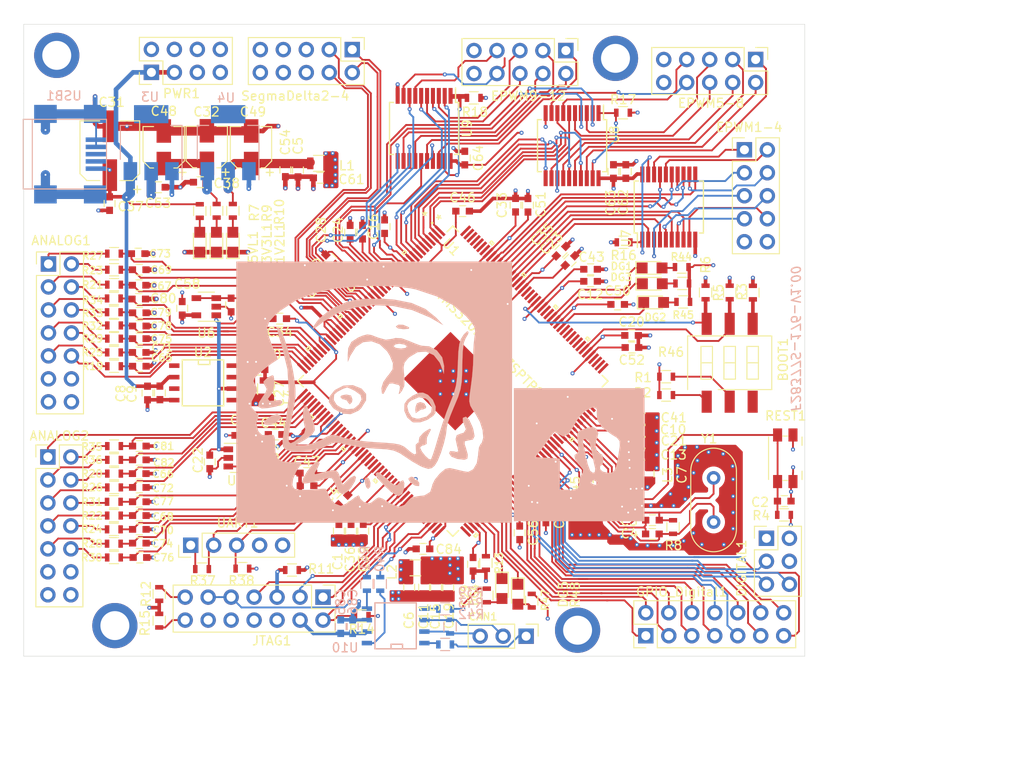
<source format=kicad_pcb>
(kicad_pcb (version 20171130) (host pcbnew "(5.1.2)-2")
  (layers (0 F.Cu signal) (1 GND_Cu power) (2 PWR.Cu power) (31 B.Cu signal) (34 B.Paste user) (35 F.Paste user) (36 B.SilkS user hide) (37 F.SilkS user) (38 B.Mask user) (39 F.Mask user) (44 Edge.Cuts user))
  (net 0 "")
  (net 1 "Net-(1V2L1-Pad2)")
  (net 2 GND)
  (net 3 "Net-(3V3L1-Pad2)")
  (net 4 "Net-(5VL1-Pad2)")
  (net 5 "Net-(BOOT1-Pad1)")
  (net 6 /TRST)
  (net 7 "Net-(BOOT1-Pad2)")
  (net 8 /GPIO72)
  (net 9 /JTAG_TRST)
  (net 10 /GPIO84)
  (net 11 +3V3)
  (net 12 /RESET)
  (net 13 /VSSOSC)
  (net 14 "Net-(C3-Pad1)")
  (net 15 "Net-(C4-Pad1)")
  (net 16 +1V2)
  (net 17 +5V)
  (net 18 /VDD)
  (net 19 /VDDIO)
  (net 20 /VDDOSC)
  (net 21 /VREFHIA)
  (net 22 /VDDA)
  (net 23 /TMS)
  (net 24 /TRST_N)
  (net 25 /TDI)
  (net 26 "Net-(JTAG1-Pad5)")
  (net 27 "Net-(JTAG1-Pad6)")
  (net 28 /TDO)
  (net 29 /TCK)
  (net 30 "Net-(JTAG1-Pad13)")
  (net 31 "Net-(JTAG1-Pad14)")
  (net 32 "Net-(R13-Pad1)")
  (net 33 "Net-(U1-Pad176)")
  (net 34 "Net-(U1-Pad175)")
  (net 35 "Net-(U1-Pad174)")
  (net 36 "Net-(U1-Pad173)")
  (net 37 "Net-(U1-Pad172)")
  (net 38 "Net-(U1-Pad171)")
  (net 39 "Net-(U1-Pad170)")
  (net 40 "Net-(U1-Pad155)")
  (net 41 "Net-(U1-Pad151)")
  (net 42 "Net-(U1-Pad150)")
  (net 43 "Net-(U1-Pad145)")
  (net 44 "Net-(U1-Pad144)")
  (net 45 "Net-(U1-Pad143)")
  (net 46 "Net-(U1-Pad142)")
  (net 47 "Net-(U1-Pad141)")
  (net 48 "Net-(U1-Pad140)")
  (net 49 "Net-(U1-Pad136)")
  (net 50 "Net-(U1-Pad135)")
  (net 51 "Net-(U1-Pad134)")
  (net 52 "Net-(U1-Pad133)")
  (net 53 "Net-(U1-Pad132)")
  (net 54 "Net-(U1-Pad131)")
  (net 55 "Net-(U1-Pad130)")
  (net 56 "Net-(U1-Pad89)")
  (net 57 "Net-(U1-Pad87)")
  (net 58 "Net-(U1-Pad84)")
  (net 59 "Net-(U1-Pad74)")
  (net 60 "Net-(U1-Pad73)")
  (net 61 "Net-(U1-Pad70)")
  (net 62 "Net-(U1-Pad69)")
  (net 63 "Net-(U1-Pad67)")
  (net 64 /ADCIND4)
  (net 65 /ADCIND3)
  (net 66 /ADCIND2)
  (net 67 /ADCIND1)
  (net 68 /ADCIND0)
  (net 69 /ADCINB3)
  (net 70 /ADCINB2)
  (net 71 /ADCINB1)
  (net 72 /ADCINB0)
  (net 73 /ADCIN15)
  (net 74 /ADCIN14)
  (net 75 /ADCINA0)
  (net 76 /ADCINA1)
  (net 77 /ADCINA2)
  (net 78 /ADCINA3)
  (net 79 /ADCINA4)
  (net 80 /ADCINA5)
  (net 81 /ADCINC2)
  (net 82 /ADCINC3)
  (net 83 /ADCINC4)
  (net 84 "Net-(U1-Pad17)")
  (net 85 "Net-(U2-Pad8)")
  (net 86 "Net-(U2-Pad7)")
  (net 87 "Net-(U2-Pad5)")
  (net 88 "Net-(U2-Pad3)")
  (net 89 "Net-(U2-Pad1)")
  (net 90 /DN)
  (net 91 /DP)
  (net 92 "Net-(C22-Pad1)")
  (net 93 /VREFHIB)
  (net 94 /EA0)
  (net 95 /EB0)
  (net 96 /EA1)
  (net 97 /EB1)
  (net 98 /EA2)
  (net 99 /EB2)
  (net 100 /EA3)
  (net 101 /EB3)
  (net 102 /EA4)
  (net 103 /EA5)
  (net 104 /ED0)
  (net 105 /EC2)
  (net 106 /ED1)
  (net 107 /EC3)
  (net 108 /ED2)
  (net 109 /EC4)
  (net 110 /ED3)
  (net 111 /ED4)
  (net 112 /BGPIO0)
  (net 113 /BGPIO1)
  (net 114 /BGPIO2)
  (net 115 /BGPIO3)
  (net 116 /BGPIO4)
  (net 117 /BGPIO5)
  (net 118 /BGPIO6)
  (net 119 /BGPIO7)
  (net 120 /BGPIO8)
  (net 121 /BGPIO9)
  (net 122 /BGPIO10)
  (net 123 /BGPIO11)
  (net 124 /BGPIO12)
  (net 125 /BGPIO13)
  (net 126 /BGPIO14)
  (net 127 /BGPIO15)
  (net 128 /BGPIO16)
  (net 129 /BGPIO17)
  (net 130 /BGPIO18)
  (net 131 /BGPIO19)
  (net 132 /BGPIO20)
  (net 133 /BGPIO21)
  (net 134 /BGPIO22)
  (net 135 /BGPIO23)
  (net 136 "Net-(R16-Pad1)")
  (net 137 "Net-(R17-Pad1)")
  (net 138 "Net-(R18-Pad1)")
  (net 139 /GPIO7)
  (net 140 /GPIO6)
  (net 141 /GPIO5)
  (net 142 /GPIO4)
  (net 143 /GPIO3)
  (net 144 /GPIO2)
  (net 145 /GPIO1)
  (net 146 /GPIO0)
  (net 147 /GPIO24)
  (net 148 /GPIO23)
  (net 149 /GPIO22)
  (net 150 /GPIO9)
  (net 151 /GPIO8)
  (net 152 /GPIO21)
  (net 153 /GPIO20)
  (net 154 /GPIO19)
  (net 155 /GPIO18)
  (net 156 /GPIO17)
  (net 157 /GPIO16)
  (net 158 /GPIO15)
  (net 159 /GPIO14)
  (net 160 /GPIO13)
  (net 161 /GPIO12)
  (net 162 /GPIO11)
  (net 163 /GPIO10)
  (net 164 /SCI_RXD)
  (net 165 /SCI_TXD)
  (net 166 /GPIO25)
  (net 167 /GPIO26)
  (net 168 /GPIO27)
  (net 169 /GPIO28)
  (net 170 /GPIO29)
  (net 171 /GPIO30)
  (net 172 /GPIO31)
  (net 173 "Net-(CAN1-Pad2)")
  (net 174 "Net-(R39-Pad2)")
  (net 175 "Net-(R40-Pad2)")
  (net 176 "Net-(R41-Pad2)")
  (net 177 "Net-(R42-Pad1)")
  (net 178 /GPIO38)
  (net 179 /GPIO39)
  (net 180 "Net-(CAN1-Pad3)")
  (net 181 /GPIO53)
  (net 182 /GPIO52)
  (net 183 /GPIO55)
  (net 184 /GPIO54)
  (net 185 /GPIO57)
  (net 186 /GPIO56)
  (net 187 /GPIO59)
  (net 188 /GPIO58)
  (net 189 /GPIO61)
  (net 190 /GPIO60)
  (net 191 /GPIO63)
  (net 192 /GPIO62)
  (net 193 /GPIO65)
  (net 194 /GPIO64)
  (net 195 /GPIO51)
  (net 196 /GPIO47)
  (net 197 /GPIO46)
  (net 198 /GPIO45)
  (net 199 /GPIO44)
  (net 200 /GPIO48)
  (net 201 /GPIO133)
  (net 202 /GPIO66)
  (net 203 "Net-(DG1-Pad2)")
  (net 204 "Net-(DG2-Pad2)")
  (net 205 "Net-(DG3-Pad2)")
  (net 206 "Net-(DG4-Pad2)")
  (net 207 "Net-(DG5-Pad2)")
  (net 208 /GPIO81_DG1)
  (net 209 /GPIO79_DG2)
  (net 210 /GPIO80_DG3)
  (net 211 /GPIO49_DG4)
  (net 212 /GPIO50_DG5)
  (net 213 /GPIO36_TXDA)
  (net 214 /GPIO35_RXDA)
  (module KiCAD:TMS320F28377SPTPS (layer F.Cu) (at 144.272 75.946 315)
    (fp_text reference U1 (at -10.596702 -10.345255 135) (layer F.SilkS))
    (fp_text value TMS320F28377SPTPS (at 0.017961 -5.801245 135) (layer F.SilkS))
    (fp_text user * (at -13.919397 -11.404925 135) (layer F.SilkS))
    (pad 177 smd rect (at 0 0 315) (size 8.0772 7.3406) (layers F.Cu F.Paste F.Mask) (net 2 GND))
    (pad 176 smd rect (at -10.749999 -12.75 45) (size 1.4478 0.3048) (layers F.Cu F.Paste F.Mask) (net 33 "Net-(U1-Pad176)"))
    (pad 175 smd rect (at -10.25 -12.75 45) (size 1.4478 0.3048) (layers F.Cu F.Paste F.Mask) (net 34 "Net-(U1-Pad175)"))
    (pad 174 smd rect (at -9.750001 -12.75 45) (size 1.4478 0.3048) (layers F.Cu F.Paste F.Mask) (net 35 "Net-(U1-Pad174)"))
    (pad 173 smd rect (at -9.249999 -12.75 45) (size 1.4478 0.3048) (layers F.Cu F.Paste F.Mask) (net 36 "Net-(U1-Pad173)"))
    (pad 172 smd rect (at -8.75 -12.75 45) (size 1.4478 0.3048) (layers F.Cu F.Paste F.Mask) (net 37 "Net-(U1-Pad172)"))
    (pad 171 smd rect (at -8.249999 -12.75 45) (size 1.4478 0.3048) (layers F.Cu F.Paste F.Mask) (net 38 "Net-(U1-Pad171)"))
    (pad 170 smd rect (at -7.75 -12.75 45) (size 1.4478 0.3048) (layers F.Cu F.Paste F.Mask) (net 39 "Net-(U1-Pad170)"))
    (pad 169 smd rect (at -7.250001 -12.75 45) (size 1.4478 0.3048) (layers F.Cu F.Paste F.Mask) (net 18 /VDD))
    (pad 168 smd rect (at -6.749999 -12.75 45) (size 1.4478 0.3048) (layers F.Cu F.Paste F.Mask) (net 19 /VDDIO))
    (pad 167 smd rect (at -6.25 -12.75 45) (size 1.4478 0.3048) (layers F.Cu F.Paste F.Mask) (net 139 /GPIO7))
    (pad 166 smd rect (at -5.749999 -12.75 45) (size 1.4478 0.3048) (layers F.Cu F.Paste F.Mask) (net 140 /GPIO6))
    (pad 165 smd rect (at -5.25 -12.75 45) (size 1.4478 0.3048) (layers F.Cu F.Paste F.Mask) (net 141 /GPIO5))
    (pad 164 smd rect (at -4.750001 -12.75 45) (size 1.4478 0.3048) (layers F.Cu F.Paste F.Mask) (net 142 /GPIO4))
    (pad 163 smd rect (at -4.249999 -12.75 45) (size 1.4478 0.3048) (layers F.Cu F.Paste F.Mask) (net 143 /GPIO3))
    (pad 162 smd rect (at -3.75 -12.75 45) (size 1.4478 0.3048) (layers F.Cu F.Paste F.Mask) (net 144 /GPIO2))
    (pad 161 smd rect (at -3.249999 -12.75 45) (size 1.4478 0.3048) (layers F.Cu F.Paste F.Mask) (net 145 /GPIO1))
    (pad 160 smd rect (at -2.75 -12.75 45) (size 1.4478 0.3048) (layers F.Cu F.Paste F.Mask) (net 146 /GPIO0))
    (pad 159 smd rect (at -2.250001 -12.75 45) (size 1.4478 0.3048) (layers F.Cu F.Paste F.Mask) (net 19 /VDDIO))
    (pad 158 smd rect (at -1.749999 -12.75 45) (size 1.4478 0.3048) (layers F.Cu F.Paste F.Mask) (net 18 /VDD))
    (pad 157 smd rect (at -1.25 -12.75 45) (size 1.4478 0.3048) (layers F.Cu F.Paste F.Mask) (net 164 /SCI_RXD))
    (pad 156 smd rect (at -0.749998 -12.75 45) (size 1.4478 0.3048) (layers F.Cu F.Paste F.Mask) (net 165 /SCI_TXD))
    (pad 155 smd rect (at -0.25 -12.75 45) (size 1.4478 0.3048) (layers F.Cu F.Paste F.Mask) (net 40 "Net-(U1-Pad155)"))
    (pad 154 smd rect (at 0.25 -12.75 45) (size 1.4478 0.3048) (layers F.Cu F.Paste F.Mask) (net 10 /GPIO84))
    (pad 153 smd rect (at 0.750001 -12.75 45) (size 1.4478 0.3048) (layers F.Cu F.Paste F.Mask) (net 18 /VDD))
    (pad 152 smd rect (at 1.25 -12.75 45) (size 1.4478 0.3048) (layers F.Cu F.Paste F.Mask) (net 19 /VDDIO))
    (pad 151 smd rect (at 1.750002 -12.75 45) (size 1.4478 0.3048) (layers F.Cu F.Paste F.Mask) (net 41 "Net-(U1-Pad151)"))
    (pad 150 smd rect (at 2.250001 -12.75 45) (size 1.4478 0.3048) (layers F.Cu F.Paste F.Mask) (net 42 "Net-(U1-Pad150)"))
    (pad 149 smd rect (at 2.75 -12.75 45) (size 1.4478 0.3048) (layers F.Cu F.Paste F.Mask) (net 208 /GPIO81_DG1))
    (pad 148 smd rect (at 3.250001 -12.75 45) (size 1.4478 0.3048) (layers F.Cu F.Paste F.Mask) (net 210 /GPIO80_DG3))
    (pad 147 smd rect (at 3.75 -12.75 45) (size 1.4478 0.3048) (layers F.Cu F.Paste F.Mask) (net 19 /VDDIO))
    (pad 146 smd rect (at 4.249999 -12.75 45) (size 1.4478 0.3048) (layers F.Cu F.Paste F.Mask) (net 209 /GPIO79_DG2))
    (pad 145 smd rect (at 4.750001 -12.75 45) (size 1.4478 0.3048) (layers F.Cu F.Paste F.Mask) (net 43 "Net-(U1-Pad145)"))
    (pad 144 smd rect (at 5.25 -12.75 45) (size 1.4478 0.3048) (layers F.Cu F.Paste F.Mask) (net 44 "Net-(U1-Pad144)"))
    (pad 143 smd rect (at 5.750001 -12.75 45) (size 1.4478 0.3048) (layers F.Cu F.Paste F.Mask) (net 45 "Net-(U1-Pad143)"))
    (pad 142 smd rect (at 6.25 -12.75 45) (size 1.4478 0.3048) (layers F.Cu F.Paste F.Mask) (net 46 "Net-(U1-Pad142)"))
    (pad 141 smd rect (at 6.749999 -12.75 45) (size 1.4478 0.3048) (layers F.Cu F.Paste F.Mask) (net 47 "Net-(U1-Pad141)"))
    (pad 140 smd rect (at 7.250001 -12.75 45) (size 1.4478 0.3048) (layers F.Cu F.Paste F.Mask) (net 48 "Net-(U1-Pad140)"))
    (pad 139 smd rect (at 7.75 -12.75 45) (size 1.4478 0.3048) (layers F.Cu F.Paste F.Mask) (net 8 /GPIO72))
    (pad 138 smd rect (at 8.250001 -12.75 45) (size 1.4478 0.3048) (layers F.Cu F.Paste F.Mask) (net 19 /VDDIO))
    (pad 137 smd rect (at 8.75 -12.75 45) (size 1.4478 0.3048) (layers F.Cu F.Paste F.Mask) (net 18 /VDD))
    (pad 136 smd rect (at 9.249999 -12.75 45) (size 1.4478 0.3048) (layers F.Cu F.Paste F.Mask) (net 49 "Net-(U1-Pad136)"))
    (pad 135 smd rect (at 9.750001 -12.75 45) (size 1.4478 0.3048) (layers F.Cu F.Paste F.Mask) (net 50 "Net-(U1-Pad135)"))
    (pad 134 smd rect (at 10.25 -12.75 45) (size 1.4478 0.3048) (layers F.Cu F.Paste F.Mask) (net 51 "Net-(U1-Pad134)"))
    (pad 133 smd rect (at 10.750001 -12.75 45) (size 1.4478 0.3048) (layers F.Cu F.Paste F.Mask) (net 52 "Net-(U1-Pad133)"))
    (pad 132 smd rect (at 12.750038 -10.749999 315) (size 1.4478 0.3048) (layers F.Cu F.Paste F.Mask) (net 53 "Net-(U1-Pad132)"))
    (pad 131 smd rect (at 12.750038 -10.25 315) (size 1.4478 0.3048) (layers F.Cu F.Paste F.Mask) (net 54 "Net-(U1-Pad131)"))
    (pad 130 smd rect (at 12.750038 -9.750001 315) (size 1.4478 0.3048) (layers F.Cu F.Paste F.Mask) (net 55 "Net-(U1-Pad130)"))
    (pad 129 smd rect (at 12.750038 -9.249999 315) (size 1.4478 0.3048) (layers F.Cu F.Paste F.Mask) (net 196 /GPIO47))
    (pad 128 smd rect (at 12.750038 -8.75 315) (size 1.4478 0.3048) (layers F.Cu F.Paste F.Mask) (net 197 /GPIO46))
    (pad 127 smd rect (at 12.750038 -8.249999 315) (size 1.4478 0.3048) (layers F.Cu F.Paste F.Mask) (net 19 /VDDIO))
    (pad 126 smd rect (at 12.750038 -7.75 315) (size 1.4478 0.3048) (layers F.Cu F.Paste F.Mask) (net 18 /VDD))
    (pad 125 smd rect (at 12.750038 -7.250001 315) (size 1.4478 0.3048) (layers F.Cu F.Paste F.Mask) (net 20 /VDDOSC))
    (pad 124 smd rect (at 12.750038 -6.749999 315) (size 1.4478 0.3048) (layers F.Cu F.Paste F.Mask) (net 12 /RESET))
    (pad 123 smd rect (at 12.750038 -6.25 315) (size 1.4478 0.3048) (layers F.Cu F.Paste F.Mask) (net 14 "Net-(C3-Pad1)"))
    (pad 122 smd rect (at 12.750038 -5.749999 315) (size 1.4478 0.3048) (layers F.Cu F.Paste F.Mask) (net 13 /VSSOSC))
    (pad 121 smd rect (at 12.750038 -5.25 315) (size 1.4478 0.3048) (layers F.Cu F.Paste F.Mask) (net 15 "Net-(C4-Pad1)"))
    (pad 120 smd rect (at 12.750038 -4.750001 315) (size 1.4478 0.3048) (layers F.Cu F.Paste F.Mask) (net 20 /VDDOSC))
    (pad 119 smd rect (at 12.750038 -4.249999 315) (size 1.4478 0.3048) (layers F.Cu F.Paste F.Mask) (net 11 +3V3))
    (pad 118 smd rect (at 12.750038 -3.75 315) (size 1.4478 0.3048) (layers F.Cu F.Paste F.Mask) (net 201 /GPIO133))
    (pad 117 smd rect (at 12.750038 -3.249999 315) (size 1.4478 0.3048) (layers F.Cu F.Paste F.Mask) (net 18 /VDD))
    (pad 116 smd rect (at 12.750038 -2.75 315) (size 1.4478 0.3048) (layers F.Cu F.Paste F.Mask) (net 19 /VDDIO))
    (pad 115 smd rect (at 12.750038 -2.250001 315) (size 1.4478 0.3048) (layers F.Cu F.Paste F.Mask) (net 198 /GPIO45))
    (pad 114 smd rect (at 12.750038 -1.749999 315) (size 1.4478 0.3048) (layers F.Cu F.Paste F.Mask) (net 19 /VDDIO))
    (pad 113 smd rect (at 12.750038 -1.25 315) (size 1.4478 0.3048) (layers F.Cu F.Paste F.Mask) (net 199 /GPIO44))
    (pad 112 smd rect (at 12.750038 -0.749998 315) (size 1.4478 0.3048) (layers F.Cu F.Paste F.Mask) (net 202 /GPIO66))
    (pad 111 smd rect (at 12.750038 -0.25 315) (size 1.4478 0.3048) (layers F.Cu F.Paste F.Mask) (net 193 /GPIO65))
    (pad 110 smd rect (at 12.750038 0.25 315) (size 1.4478 0.3048) (layers F.Cu F.Paste F.Mask) (net 194 /GPIO64))
    (pad 109 smd rect (at 12.750038 0.750001 315) (size 1.4478 0.3048) (layers F.Cu F.Paste F.Mask) (net 191 /GPIO63))
    (pad 108 smd rect (at 12.750038 1.25 315) (size 1.4478 0.3048) (layers F.Cu F.Paste F.Mask) (net 192 /GPIO62))
    (pad 107 smd rect (at 12.750038 1.750002 315) (size 1.4478 0.3048) (layers F.Cu F.Paste F.Mask) (net 189 /GPIO61))
    (pad 106 smd rect (at 12.750038 2.250001 315) (size 1.4478 0.3048) (layers F.Cu F.Paste F.Mask) (net 19 /VDDIO))
    (pad 105 smd rect (at 12.750038 2.75 315) (size 1.4478 0.3048) (layers F.Cu F.Paste F.Mask) (net 190 /GPIO60))
    (pad 104 smd rect (at 12.750038 3.250001 315) (size 1.4478 0.3048) (layers F.Cu F.Paste F.Mask) (net 187 /GPIO59))
    (pad 103 smd rect (at 12.750038 3.75 315) (size 1.4478 0.3048) (layers F.Cu F.Paste F.Mask) (net 188 /GPIO58))
    (pad 102 smd rect (at 12.750038 4.249999 315) (size 1.4478 0.3048) (layers F.Cu F.Paste F.Mask) (net 185 /GPIO57))
    (pad 101 smd rect (at 12.750038 4.750001 315) (size 1.4478 0.3048) (layers F.Cu F.Paste F.Mask) (net 186 /GPIO56))
    (pad 100 smd rect (at 12.750038 5.25 315) (size 1.4478 0.3048) (layers F.Cu F.Paste F.Mask) (net 183 /GPIO55))
    (pad 99 smd rect (at 12.750038 5.750001 315) (size 1.4478 0.3048) (layers F.Cu F.Paste F.Mask) (net 19 /VDDIO))
    (pad 98 smd rect (at 12.750038 6.25 315) (size 1.4478 0.3048) (layers F.Cu F.Paste F.Mask) (net 184 /GPIO54))
    (pad 97 smd rect (at 12.750038 6.749999 315) (size 1.4478 0.3048) (layers F.Cu F.Paste F.Mask) (net 181 /GPIO53))
    (pad 96 smd rect (at 12.750038 7.250001 315) (size 1.4478 0.3048) (layers F.Cu F.Paste F.Mask) (net 182 /GPIO52))
    (pad 95 smd rect (at 12.750038 7.75 315) (size 1.4478 0.3048) (layers F.Cu F.Paste F.Mask) (net 195 /GPIO51))
    (pad 94 smd rect (at 12.750038 8.250001 315) (size 1.4478 0.3048) (layers F.Cu F.Paste F.Mask) (net 212 /GPIO50_DG5))
    (pad 93 smd rect (at 12.750038 8.75 315) (size 1.4478 0.3048) (layers F.Cu F.Paste F.Mask) (net 211 /GPIO49_DG4))
    (pad 92 smd rect (at 12.750038 9.249999 315) (size 1.4478 0.3048) (layers F.Cu F.Paste F.Mask) (net 32 "Net-(R13-Pad1)"))
    (pad 91 smd rect (at 12.750038 9.750001 315) (size 1.4478 0.3048) (layers F.Cu F.Paste F.Mask) (net 19 /VDDIO))
    (pad 90 smd rect (at 12.750038 10.25 315) (size 1.4478 0.3048) (layers F.Cu F.Paste F.Mask) (net 200 /GPIO48))
    (pad 89 smd rect (at 12.750038 10.750001 315) (size 1.4478 0.3048) (layers F.Cu F.Paste F.Mask) (net 56 "Net-(U1-Pad89)"))
    (pad 88 smd rect (at 10.749999 12.75 45) (size 1.4478 0.3048) (layers F.Cu F.Paste F.Mask) (net 19 /VDDIO))
    (pad 87 smd rect (at 10.25 12.75 45) (size 1.4478 0.3048) (layers F.Cu F.Paste F.Mask) (net 57 "Net-(U1-Pad87)"))
    (pad 86 smd rect (at 9.750001 12.75 45) (size 1.4478 0.3048) (layers F.Cu F.Paste F.Mask) (net 179 /GPIO39))
    (pad 85 smd rect (at 9.249999 12.75 45) (size 1.4478 0.3048) (layers F.Cu F.Paste F.Mask) (net 178 /GPIO38))
    (pad 84 smd rect (at 8.75 12.75 45) (size 1.4478 0.3048) (layers F.Cu F.Paste F.Mask) (net 58 "Net-(U1-Pad84)"))
    (pad 83 smd rect (at 8.249999 12.75 45) (size 1.4478 0.3048) (layers F.Cu F.Paste F.Mask) (net 213 /GPIO36_TXDA))
    (pad 82 smd rect (at 7.75 12.75 45) (size 1.4478 0.3048) (layers F.Cu F.Paste F.Mask) (net 19 /VDDIO))
    (pad 81 smd rect (at 7.250001 12.75 45) (size 1.4478 0.3048) (layers F.Cu F.Paste F.Mask) (net 29 /TCK))
    (pad 80 smd rect (at 6.749999 12.75 45) (size 1.4478 0.3048) (layers F.Cu F.Paste F.Mask) (net 23 /TMS))
    (pad 79 smd rect (at 6.25 12.75 45) (size 1.4478 0.3048) (layers F.Cu F.Paste F.Mask) (net 24 /TRST_N))
    (pad 78 smd rect (at 5.749999 12.75 45) (size 1.4478 0.3048) (layers F.Cu F.Paste F.Mask) (net 28 /TDO))
    (pad 77 smd rect (at 5.25 12.75 45) (size 1.4478 0.3048) (layers F.Cu F.Paste F.Mask) (net 25 /TDI))
    (pad 76 smd rect (at 4.750001 12.75 45) (size 1.4478 0.3048) (layers F.Cu F.Paste F.Mask) (net 18 /VDD))
    (pad 75 smd rect (at 4.249999 12.75 45) (size 1.4478 0.3048) (layers F.Cu F.Paste F.Mask) (net 19 /VDDIO))
    (pad 74 smd rect (at 3.75 12.75 45) (size 1.4478 0.3048) (layers F.Cu F.Paste F.Mask) (net 59 "Net-(U1-Pad74)"))
    (pad 73 smd rect (at 3.249999 12.75 45) (size 1.4478 0.3048) (layers F.Cu F.Paste F.Mask) (net 60 "Net-(U1-Pad73)"))
    (pad 72 smd rect (at 2.75 12.75 45) (size 1.4478 0.3048) (layers F.Cu F.Paste F.Mask) (net 11 +3V3))
    (pad 71 smd rect (at 2.250001 12.75 45) (size 1.4478 0.3048) (layers F.Cu F.Paste F.Mask) (net 214 /GPIO35_RXDA))
    (pad 70 smd rect (at 1.749999 12.75 45) (size 1.4478 0.3048) (layers F.Cu F.Paste F.Mask) (net 61 "Net-(U1-Pad70)"))
    (pad 69 smd rect (at 1.25 12.75 45) (size 1.4478 0.3048) (layers F.Cu F.Paste F.Mask) (net 62 "Net-(U1-Pad69)"))
    (pad 68 smd rect (at 0.749998 12.75 45) (size 1.4478 0.3048) (layers F.Cu F.Paste F.Mask) (net 19 /VDDIO))
    (pad 67 smd rect (at 0.25 12.75 45) (size 1.4478 0.3048) (layers F.Cu F.Paste F.Mask) (net 63 "Net-(U1-Pad67)"))
    (pad 66 smd rect (at -0.25 12.75 45) (size 1.4478 0.3048) (layers F.Cu F.Paste F.Mask) (net 172 /GPIO31))
    (pad 65 smd rect (at -0.750001 12.75 45) (size 1.4478 0.3048) (layers F.Cu F.Paste F.Mask) (net 170 /GPIO29))
    (pad 64 smd rect (at -1.25 12.75 45) (size 1.4478 0.3048) (layers F.Cu F.Paste F.Mask) (net 169 /GPIO28))
    (pad 63 smd rect (at -1.750002 12.75 45) (size 1.4478 0.3048) (layers F.Cu F.Paste F.Mask) (net 171 /GPIO30))
    (pad 62 smd rect (at -2.250001 12.75 45) (size 1.4478 0.3048) (layers F.Cu F.Paste F.Mask) (net 19 /VDDIO))
    (pad 61 smd rect (at -2.75 12.75 45) (size 1.4478 0.3048) (layers F.Cu F.Paste F.Mask) (net 18 /VDD))
    (pad 60 smd rect (at -3.250001 12.75 45) (size 1.4478 0.3048) (layers F.Cu F.Paste F.Mask) (net 64 /ADCIND4))
    (pad 59 smd rect (at -3.75 12.75 45) (size 1.4478 0.3048) (layers F.Cu F.Paste F.Mask) (net 65 /ADCIND3))
    (pad 58 smd rect (at -4.249999 12.75 45) (size 1.4478 0.3048) (layers F.Cu F.Paste F.Mask) (net 66 /ADCIND2))
    (pad 57 smd rect (at -4.750001 12.75 45) (size 1.4478 0.3048) (layers F.Cu F.Paste F.Mask) (net 67 /ADCIND1))
    (pad 56 smd rect (at -5.25 12.75 45) (size 1.4478 0.3048) (layers F.Cu F.Paste F.Mask) (net 68 /ADCIND0))
    (pad 55 smd rect (at -5.750001 12.75 45) (size 1.4478 0.3048) (layers F.Cu F.Paste F.Mask) (net 93 /VREFHIB))
    (pad 54 smd rect (at -6.25 12.75 45) (size 1.4478 0.3048) (layers F.Cu F.Paste F.Mask) (net 22 /VDDA))
    (pad 53 smd rect (at -6.749999 12.75 45) (size 1.4478 0.3048) (layers F.Cu F.Paste F.Mask) (net 93 /VREFHIB))
    (pad 52 smd rect (at -7.250001 12.75 45) (size 1.4478 0.3048) (layers F.Cu F.Paste F.Mask) (net 2 GND))
    (pad 51 smd rect (at -7.75 12.75 45) (size 1.4478 0.3048) (layers F.Cu F.Paste F.Mask) (net 2 GND))
    (pad 50 smd rect (at -8.250001 12.75 45) (size 1.4478 0.3048) (layers F.Cu F.Paste F.Mask) (net 2 GND))
    (pad 49 smd rect (at -8.75 12.75 45) (size 1.4478 0.3048) (layers F.Cu F.Paste F.Mask) (net 69 /ADCINB3))
    (pad 48 smd rect (at -9.249999 12.75 45) (size 1.4478 0.3048) (layers F.Cu F.Paste F.Mask) (net 70 /ADCINB2))
    (pad 47 smd rect (at -9.750001 12.75 45) (size 1.4478 0.3048) (layers F.Cu F.Paste F.Mask) (net 71 /ADCINB1))
    (pad 46 smd rect (at -10.25 12.75 45) (size 1.4478 0.3048) (layers F.Cu F.Paste F.Mask) (net 72 /ADCINB0))
    (pad 45 smd rect (at -10.750001 12.75 45) (size 1.4478 0.3048) (layers F.Cu F.Paste F.Mask) (net 73 /ADCIN15))
    (pad 44 smd rect (at -12.750038 10.749999 315) (size 1.4478 0.3048) (layers F.Cu F.Paste F.Mask) (net 74 /ADCIN14))
    (pad 43 smd rect (at -12.750038 10.25 315) (size 1.4478 0.3048) (layers F.Cu F.Paste F.Mask) (net 75 /ADCINA0))
    (pad 42 smd rect (at -12.750038 9.749998 315) (size 1.4478 0.3048) (layers F.Cu F.Paste F.Mask) (net 76 /ADCINA1))
    (pad 41 smd rect (at -12.750038 9.249999 315) (size 1.4478 0.3048) (layers F.Cu F.Paste F.Mask) (net 77 /ADCINA2))
    (pad 40 smd rect (at -12.750038 8.75 315) (size 1.4478 0.3048) (layers F.Cu F.Paste F.Mask) (net 78 /ADCINA3))
    (pad 39 smd rect (at -12.750038 8.249999 315) (size 1.4478 0.3048) (layers F.Cu F.Paste F.Mask) (net 79 /ADCINA4))
    (pad 38 smd rect (at -12.750038 7.75 315) (size 1.4478 0.3048) (layers F.Cu F.Paste F.Mask) (net 80 /ADCINA5))
    (pad 37 smd rect (at -12.750038 7.249998 315) (size 1.4478 0.3048) (layers F.Cu F.Paste F.Mask) (net 21 /VREFHIA))
    (pad 36 smd rect (at -12.750038 6.749999 315) (size 1.4478 0.3048) (layers F.Cu F.Paste F.Mask) (net 22 /VDDA))
    (pad 35 smd rect (at -12.750038 6.25 315) (size 1.4478 0.3048) (layers F.Cu F.Paste F.Mask) (net 21 /VREFHIA))
    (pad 34 smd rect (at -12.750038 5.749999 315) (size 1.4478 0.3048) (layers F.Cu F.Paste F.Mask) (net 2 GND))
    (pad 33 smd rect (at -12.750038 5.25 315) (size 1.4478 0.3048) (layers F.Cu F.Paste F.Mask) (net 2 GND))
    (pad 32 smd rect (at -12.750038 4.750001 315) (size 1.4478 0.3048) (layers F.Cu F.Paste F.Mask) (net 2 GND))
    (pad 31 smd rect (at -12.750038 4.249999 315) (size 1.4478 0.3048) (layers F.Cu F.Paste F.Mask) (net 81 /ADCINC2))
    (pad 30 smd rect (at -12.750038 3.75 315) (size 1.4478 0.3048) (layers F.Cu F.Paste F.Mask) (net 82 /ADCINC3))
    (pad 29 smd rect (at -12.750038 3.249999 315) (size 1.4478 0.3048) (layers F.Cu F.Paste F.Mask) (net 83 /ADCINC4))
    (pad 28 smd rect (at -12.750038 2.75 315) (size 1.4478 0.3048) (layers F.Cu F.Paste F.Mask) (net 168 /GPIO27))
    (pad 27 smd rect (at -12.750038 2.250001 315) (size 1.4478 0.3048) (layers F.Cu F.Paste F.Mask) (net 167 /GPIO26))
    (pad 26 smd rect (at -12.750038 1.749999 315) (size 1.4478 0.3048) (layers F.Cu F.Paste F.Mask) (net 19 /VDDIO))
    (pad 25 smd rect (at -12.750038 1.25 315) (size 1.4478 0.3048) (layers F.Cu F.Paste F.Mask) (net 166 /GPIO25))
    (pad 24 smd rect (at -12.750038 0.749998 315) (size 1.4478 0.3048) (layers F.Cu F.Paste F.Mask) (net 147 /GPIO24))
    (pad 23 smd rect (at -12.750038 0.25 315) (size 1.4478 0.3048) (layers F.Cu F.Paste F.Mask) (net 148 /GPIO23))
    (pad 22 smd rect (at -12.750038 -0.25 315) (size 1.4478 0.3048) (layers F.Cu F.Paste F.Mask) (net 149 /GPIO22))
    (pad 21 smd rect (at -12.750038 -0.750001 315) (size 1.4478 0.3048) (layers F.Cu F.Paste F.Mask) (net 18 /VDD))
    (pad 20 smd rect (at -12.750038 -1.25 315) (size 1.4478 0.3048) (layers F.Cu F.Paste F.Mask) (net 19 /VDDIO))
    (pad 19 smd rect (at -12.750038 -1.750002 315) (size 1.4478 0.3048) (layers F.Cu F.Paste F.Mask) (net 150 /GPIO9))
    (pad 18 smd rect (at -12.750038 -2.250001 315) (size 1.4478 0.3048) (layers F.Cu F.Paste F.Mask) (net 151 /GPIO8))
    (pad 17 smd rect (at -12.750038 -2.75 315) (size 1.4478 0.3048) (layers F.Cu F.Paste F.Mask) (net 84 "Net-(U1-Pad17)"))
    (pad 16 smd rect (at -12.750038 -3.250001 315) (size 1.4478 0.3048) (layers F.Cu F.Paste F.Mask) (net 18 /VDD))
    (pad 15 smd rect (at -12.750038 -3.75 315) (size 1.4478 0.3048) (layers F.Cu F.Paste F.Mask) (net 19 /VDDIO))
    (pad 14 smd rect (at -12.750038 -4.250002 315) (size 1.4478 0.3048) (layers F.Cu F.Paste F.Mask) (net 152 /GPIO21))
    (pad 13 smd rect (at -12.750038 -4.750001 315) (size 1.4478 0.3048) (layers F.Cu F.Paste F.Mask) (net 153 /GPIO20))
    (pad 12 smd rect (at -12.750038 -5.25 315) (size 1.4478 0.3048) (layers F.Cu F.Paste F.Mask) (net 154 /GPIO19))
    (pad 11 smd rect (at -12.750038 -5.750001 315) (size 1.4478 0.3048) (layers F.Cu F.Paste F.Mask) (net 19 /VDDIO))
    (pad 10 smd rect (at -12.750038 -6.25 315) (size 1.4478 0.3048) (layers F.Cu F.Paste F.Mask) (net 155 /GPIO18))
    (pad 9 smd rect (at -12.750038 -6.750002 315) (size 1.4478 0.3048) (layers F.Cu F.Paste F.Mask) (net 156 /GPIO17))
    (pad 8 smd rect (at -12.750038 -7.250001 315) (size 1.4478 0.3048) (layers F.Cu F.Paste F.Mask) (net 157 /GPIO16))
    (pad 7 smd rect (at -12.750038 -7.75 315) (size 1.4478 0.3048) (layers F.Cu F.Paste F.Mask) (net 158 /GPIO15))
    (pad 6 smd rect (at -12.750038 -8.250001 315) (size 1.4478 0.3048) (layers F.Cu F.Paste F.Mask) (net 159 /GPIO14))
    (pad 5 smd rect (at -12.750038 -8.75 315) (size 1.4478 0.3048) (layers F.Cu F.Paste F.Mask) (net 160 /GPIO13))
    (pad 4 smd rect (at -12.750038 -9.250002 315) (size 1.4478 0.3048) (layers F.Cu F.Paste F.Mask) (net 161 /GPIO12))
    (pad 3 smd rect (at -12.750038 -9.750001 315) (size 1.4478 0.3048) (layers F.Cu F.Paste F.Mask) (net 19 /VDDIO))
    (pad 2 smd rect (at -12.750038 -10.25 315) (size 1.4478 0.3048) (layers F.Cu F.Paste F.Mask) (net 162 /GPIO11))
    (pad 1 smd rect (at -12.750038 -10.750001 315) (size 1.4478 0.3048) (layers F.Cu F.Paste F.Mask) (net 163 /GPIO10))
  )
  (module Housings_SSOP:SSOP-20_5.3x7.2mm_Pitch0.65mm (layer F.Cu) (at 141.097 48.006 270)
    (fp_text reference U9 (at 0 -4.75 90) (layer F.SilkS))
    (fp_text value 74HC244)
    (pad 1 smd rect (at -3.6 -2.925 270) (size 1.75 0.45) (layers F.Cu F.Paste F.Mask) (net 138 "Net-(R18-Pad1)"))
    (pad 2 smd rect (at -3.6 -2.275 270) (size 1.75 0.45) (layers F.Cu F.Paste F.Mask) (net 157 /GPIO16))
    (pad 3 smd rect (at -3.6 -1.625 270) (size 1.75 0.45) (layers F.Cu F.Paste F.Mask) (net 132 /BGPIO20))
    (pad 4 smd rect (at -3.6 -0.975 270) (size 1.75 0.45) (layers F.Cu F.Paste F.Mask) (net 156 /GPIO17))
    (pad 5 smd rect (at -3.6 -0.325 270) (size 1.75 0.45) (layers F.Cu F.Paste F.Mask) (net 133 /BGPIO21))
    (pad 6 smd rect (at -3.6 0.325 270) (size 1.75 0.45) (layers F.Cu F.Paste F.Mask) (net 155 /GPIO18))
    (pad 7 smd rect (at -3.6 0.975 270) (size 1.75 0.45) (layers F.Cu F.Paste F.Mask) (net 134 /BGPIO22))
    (pad 8 smd rect (at -3.6 1.625 270) (size 1.75 0.45) (layers F.Cu F.Paste F.Mask) (net 154 /GPIO19))
    (pad 9 smd rect (at -3.6 2.275 270) (size 1.75 0.45) (layers F.Cu F.Paste F.Mask) (net 135 /BGPIO23))
    (pad 10 smd rect (at -3.6 2.925 270) (size 1.75 0.45) (layers F.Cu F.Paste F.Mask) (net 2 GND))
    (pad 11 smd rect (at 3.6 2.925 270) (size 1.75 0.45) (layers F.Cu F.Paste F.Mask) (net 148 /GPIO23))
    (pad 12 smd rect (at 3.6 2.275 270) (size 1.75 0.45) (layers F.Cu F.Paste F.Mask) (net 131 /BGPIO19))
    (pad 13 smd rect (at 3.6 1.625 270) (size 1.75 0.45) (layers F.Cu F.Paste F.Mask) (net 149 /GPIO22))
    (pad 14 smd rect (at 3.6 0.975 270) (size 1.75 0.45) (layers F.Cu F.Paste F.Mask) (net 130 /BGPIO18))
    (pad 15 smd rect (at 3.6 0.325 270) (size 1.75 0.45) (layers F.Cu F.Paste F.Mask) (net 152 /GPIO21))
    (pad 16 smd rect (at 3.6 -0.325 270) (size 1.75 0.45) (layers F.Cu F.Paste F.Mask) (net 129 /BGPIO17))
    (pad 17 smd rect (at 3.6 -0.975 270) (size 1.75 0.45) (layers F.Cu F.Paste F.Mask) (net 153 /GPIO20))
    (pad 18 smd rect (at 3.6 -1.625 270) (size 1.75 0.45) (layers F.Cu F.Paste F.Mask) (net 128 /BGPIO16))
    (pad 19 smd rect (at 3.6 -2.275 270) (size 1.75 0.45) (layers F.Cu F.Paste F.Mask) (net 138 "Net-(R18-Pad1)"))
    (pad 20 smd rect (at 3.6 -2.925 270) (size 1.75 0.45) (layers F.Cu F.Paste F.Mask) (net 11 +3V3))
  )
  (module LOGO:TI (layer B.Cu) (at 158.242 84.21116)
    (fp_text reference G*** hide)
    (fp_text value LOGO hide)
  )
  (module LOGO:logo (layer B.Cu) (at 135.57504 77.15504)
    (fp_text reference G*** hide)
    (fp_text value LOGO hide)
  )
  (module Resistors_SMD:R_0603 (layer F.Cu) (at 152.99436 100.215 270)
    (fp_text reference R48 (at -0.66224 -4.8006 90) (layer F.SilkS))
    (fp_text value 1k)
    (pad 1 smd rect (at -0.75 0 270) (size 0.5 0.9) (layers F.Cu F.Paste F.Mask) (net 11 +3V3))
    (pad 2 smd rect (at 0.75 0 270) (size 0.5 0.9) (layers F.Cu F.Paste F.Mask) (net 207 "Net-(DG5-Pad2)"))
  )
  (module Resistors_SMD:R_0603 (layer F.Cu) (at 148.03628 99.63588 270)
    (fp_text reference R47 (at 0.5214 -6.46684 90) (layer F.SilkS) (effects (font (size 0.8128 0.8128))))
    (fp_text value 1k)
    (pad 1 smd rect (at -0.75 0 270) (size 0.5 0.9) (layers F.Cu F.Paste F.Mask) (net 11 +3V3))
    (pad 2 smd rect (at 0.75 0 270) (size 0.5 0.9) (layers F.Cu F.Paste F.Mask) (net 206 "Net-(DG4-Pad2)"))
  )
  (module Resistors_SMD:R_0603 (layer F.Cu) (at 169.6346 65.14592 180)
    (fp_text reference R46 (at 1.24276 -7.58952) (layer F.SilkS))
    (fp_text value 1k)
    (pad 1 smd rect (at -0.75 0 180) (size 0.5 0.9) (layers F.Cu F.Paste F.Mask) (net 11 +3V3))
    (pad 2 smd rect (at 0.75 0 180) (size 0.5 0.9) (layers F.Cu F.Paste F.Mask) (net 205 "Net-(DG3-Pad2)"))
  )
  (module Resistors_SMD:R_0603 (layer F.Cu) (at 169.74496 67.183 180)
    (fp_text reference R45 (at 0 -1.45) (layer F.SilkS) (effects (font (size 0.8128 0.8128))))
    (fp_text value 1k)
    (pad 1 smd rect (at -0.75 0 180) (size 0.5 0.9) (layers F.Cu F.Paste F.Mask) (net 11 +3V3))
    (pad 2 smd rect (at 0.75 0 180) (size 0.5 0.9) (layers F.Cu F.Paste F.Mask) (net 204 "Net-(DG2-Pad2)"))
  )
  (module Resistors_SMD:R_0603 (layer F.Cu) (at 169.57872 63.33236 180)
    (fp_text reference R44 (at 0.0388 1.13284) (layer F.SilkS) (effects (font (size 0.8128 0.8128))))
    (fp_text value 1k)
    (pad 1 smd rect (at -0.75 0 180) (size 0.5 0.9) (layers F.Cu F.Paste F.Mask) (net 11 +3V3))
    (pad 2 smd rect (at 0.75 0 180) (size 0.5 0.9) (layers F.Cu F.Paste F.Mask) (net 203 "Net-(DG1-Pad2)"))
  )
  (module LEDs:LED_0805 (layer F.Cu) (at 151.4602 99.50704 270)
    (fp_text reference DG5 (at 0 -5.0292 90) (layer F.SilkS))
    (fp_text value DG1)
    (pad 2 smd rect (at 1.1 0 90) (size 1.2 1.2) (layers F.Cu F.Paste F.Mask) (net 207 "Net-(DG5-Pad2)"))
    (pad 1 smd rect (at -1.1 0 90) (size 1.2 1.2) (layers F.Cu F.Paste F.Mask) (net 212 /GPIO50_DG5))
  )
  (module LEDs:LED_0805 (layer F.Cu) (at 149.7076 98.8744 270)
    (fp_text reference DG4 (at 0.70376 3.02768 90) (layer F.SilkS) (effects (font (size 0.8128 0.8128))))
    (fp_text value DG1)
    (pad 2 smd rect (at 1.1 0 90) (size 1.2 1.2) (layers F.Cu F.Paste F.Mask) (net 206 "Net-(DG4-Pad2)"))
    (pad 1 smd rect (at -1.1 0 90) (size 1.2 1.2) (layers F.Cu F.Paste F.Mask) (net 211 /GPIO49_DG4))
  )
  (module LEDs:LED_0805 (layer F.Cu) (at 166.32936 65.1764)
    (fp_text reference DG3 (at -3.43408 -0.72644) (layer F.SilkS) (effects (font (size 0.8128 0.8128))))
    (fp_text value DG1)
    (pad 2 smd rect (at 1.1 0 180) (size 1.2 1.2) (layers F.Cu F.Paste F.Mask) (net 205 "Net-(DG3-Pad2)"))
    (pad 1 smd rect (at -1.1 0 180) (size 1.2 1.2) (layers F.Cu F.Paste F.Mask) (net 210 /GPIO80_DG3))
  )
  (module LEDs:LED_0805 (layer F.Cu) (at 166.47396 67.24396)
    (fp_text reference DG2 (at 0.18052 1.651) (layer F.SilkS) (effects (font (size 0.8128 0.8128))))
    (fp_text value DG1)
    (pad 2 smd rect (at 1.1 0 180) (size 1.2 1.2) (layers F.Cu F.Paste F.Mask) (net 204 "Net-(DG2-Pad2)"))
    (pad 1 smd rect (at -1.1 0 180) (size 1.2 1.2) (layers F.Cu F.Paste F.Mask) (net 209 /GPIO79_DG2))
  )
  (module LEDs:LED_0805 (layer F.Cu) (at 166.3016 63.42888)
    (fp_text reference DG1 (at -3.38092 -0.18288) (layer F.SilkS) (effects (font (size 0.8128 0.8128))))
    (fp_text value DG1)
    (pad 2 smd rect (at 1.1 0 180) (size 1.2 1.2) (layers F.Cu F.Paste F.Mask) (net 203 "Net-(DG1-Pad2)"))
    (pad 1 smd rect (at -1.1 0 180) (size 1.2 1.2) (layers F.Cu F.Paste F.Mask) (net 208 /GPIO81_DG1))
  )
  (module Pin_Headers:Pin_Header_Straight_2x03_Pitch2.54mm (layer F.Cu) (at 178.943 93.3196)
    (fp_text reference DIGITAL1 (at -2.7432 3.302 90) (layer F.SilkS))
    (fp_text value DIGITAL)
    (pad 1 thru_hole rect (at 0 0) (size 1.7 1.7) (drill 1) (layers *.Cu *.Mask) (net 2 GND))
    (pad 2 thru_hole oval (at 2.54 0) (size 1.7 1.7) (drill 1) (layers *.Cu *.Mask) (net 2 GND))
    (pad 3 thru_hole oval (at 0 2.54) (size 1.7 1.7) (drill 1) (layers *.Cu *.Mask) (net 202 /GPIO66))
    (pad 4 thru_hole oval (at 2.54 2.54) (size 1.7 1.7) (drill 1) (layers *.Cu *.Mask) (net 2 GND))
    (pad 5 thru_hole oval (at 0 5.08) (size 1.7 1.7) (drill 1) (layers *.Cu *.Mask) (net 198 /GPIO45))
    (pad 6 thru_hole oval (at 2.54 5.08) (size 1.7 1.7) (drill 1) (layers *.Cu *.Mask) (net 199 /GPIO44))
  )
  (module Pin_Headers:Pin_Header_Straight_1x03_Pitch2.54mm (layer F.Cu) (at 152.3746 104.14 270)
    (fp_text reference CAN1 (at -2.159 4.75488 180) (layer F.SilkS) (effects (font (size 0.8128 0.8128))))
    (fp_text value CAN)
    (pad 1 thru_hole rect (at 0 0 270) (size 1.7 1.7) (drill 1) (layers *.Cu *.Mask) (net 2 GND))
    (pad 2 thru_hole oval (at 0 2.54 270) (size 1.7 1.7) (drill 1) (layers *.Cu *.Mask) (net 173 "Net-(CAN1-Pad2)"))
    (pad 3 thru_hole oval (at 0 5.08 270) (size 1.7 1.7) (drill 1) (layers *.Cu *.Mask) (net 180 "Net-(CAN1-Pad3)"))
  )
  (module Pin_Headers:Pin_Header_Straight_1x05_Pitch2.54mm (layer F.Cu) (at 115.2906 94.0816 90)
    (fp_text reference UART1 (at 2.4638 5.1816 180) (layer F.SilkS))
    (fp_text value UART)
    (pad 1 thru_hole rect (at 0 0 90) (size 1.7 1.7) (drill 1) (layers *.Cu *.Mask) (net 11 +3V3))
    (pad 2 thru_hole oval (at 0 2.54 90) (size 1.7 1.7) (drill 1) (layers *.Cu *.Mask) (net 169 /GPIO28))
    (pad 3 thru_hole oval (at 0 5.08 90) (size 1.7 1.7) (drill 1) (layers *.Cu *.Mask) (net 170 /GPIO29))
    (pad 4 thru_hole oval (at 0 7.62 90) (size 1.7 1.7) (drill 1) (layers *.Cu *.Mask) (net 2 GND))
    (pad 5 thru_hole oval (at 0 10.16 90) (size 1.7 1.7) (drill 1) (layers *.Cu *.Mask))
  )
  (module SMD_Packages:SOIC-8-N (layer B.Cu) (at 137.9474 102.997 90)
    (fp_text reference U10 (at -2.413 -5.588) (layer B.SilkS) (effects (justify mirror)))
    (fp_text value SN65HVD230)
    (pad 8 smd rect (at -1.905 3.175 90) (size 0.508 1.143) (layers B.Cu B.Paste B.Mask) (net 177 "Net-(R42-Pad1)"))
    (pad 7 smd rect (at -0.635 3.175 90) (size 0.508 1.143) (layers B.Cu B.Paste B.Mask) (net 180 "Net-(CAN1-Pad3)"))
    (pad 6 smd rect (at 0.635 3.175 90) (size 0.508 1.143) (layers B.Cu B.Paste B.Mask) (net 173 "Net-(CAN1-Pad2)"))
    (pad 5 smd rect (at 1.905 3.175 90) (size 0.508 1.143) (layers B.Cu B.Paste B.Mask) (net 174 "Net-(R39-Pad2)"))
    (pad 4 smd rect (at 1.905 -3.175 90) (size 0.508 1.143) (layers B.Cu B.Paste B.Mask) (net 176 "Net-(R41-Pad2)"))
    (pad 3 smd rect (at 0.635 -3.175 90) (size 0.508 1.143) (layers B.Cu B.Paste B.Mask) (net 11 +3V3))
    (pad 2 smd rect (at -0.635 -3.175 90) (size 0.508 1.143) (layers B.Cu B.Paste B.Mask) (net 2 GND))
    (pad 1 smd rect (at -1.905 -3.175 90) (size 0.508 1.143) (layers B.Cu B.Paste B.Mask) (net 175 "Net-(R40-Pad2)"))
  )
  (module Resistors_SMD:R_0603 (layer B.Cu) (at 143.9672 103.0852 270)
    (fp_text reference R43 (at -2.6028 -2.3114) (layer B.SilkS) (effects (justify mirror)))
    (fp_text value 120)
    (pad 1 smd rect (at -0.75 0 270) (size 0.5 0.9) (layers B.Cu B.Paste B.Mask) (net 173 "Net-(CAN1-Pad2)"))
    (pad 2 smd rect (at 0.75 0 270) (size 0.5 0.9) (layers B.Cu B.Paste B.Mask) (net 180 "Net-(CAN1-Pad3)"))
  )
  (module Resistors_SMD:R_0603 (layer B.Cu) (at 143.4204 105.0544)
    (fp_text reference R42 (at 2.8836 -3.3274) (layer B.SilkS) (effects (justify mirror)))
    (fp_text value 4k7)
    (pad 1 smd rect (at -0.75 0) (size 0.5 0.9) (layers B.Cu B.Paste B.Mask) (net 177 "Net-(R42-Pad1)"))
    (pad 2 smd rect (at 0.75 0) (size 0.5 0.9) (layers B.Cu B.Paste B.Mask) (net 2 GND))
  )
  (module Resistors_SMD:R_0603 (layer B.Cu) (at 134.7724 98.3608 270)
    (fp_text reference R41 (at -2.806 0.2032 90) (layer B.SilkS) (effects (justify mirror)))
    (fp_text value 100)
    (pad 1 smd rect (at -0.75 0 270) (size 0.5 0.9) (layers B.Cu B.Paste B.Mask) (net 179 /GPIO39))
    (pad 2 smd rect (at 0.75 0 270) (size 0.5 0.9) (layers B.Cu B.Paste B.Mask) (net 176 "Net-(R41-Pad2)"))
  )
  (module Resistors_SMD:R_0603 (layer B.Cu) (at 136.2456 98.3622 270)
    (fp_text reference R40 (at -2.7566 0.0508 90) (layer B.SilkS) (effects (justify mirror)))
    (fp_text value 100)
    (pad 1 smd rect (at -0.75 0 270) (size 0.5 0.9) (layers B.Cu B.Paste B.Mask) (net 178 /GPIO38))
    (pad 2 smd rect (at 0.75 0 270) (size 0.5 0.9) (layers B.Cu B.Paste B.Mask) (net 175 "Net-(R40-Pad2)"))
  )
  (module Resistors_SMD:R_0603 (layer B.Cu) (at 143.4204 101.1174 180)
    (fp_text reference R39 (at -2.8582 1.8542 180) (layer B.SilkS) (effects (justify mirror)))
    (fp_text value 4k7)
    (pad 1 smd rect (at -0.75 0 180) (size 0.5 0.9) (layers B.Cu B.Paste B.Mask) (net 11 +3V3))
    (pad 2 smd rect (at 0.75 0 180) (size 0.5 0.9) (layers B.Cu B.Paste B.Mask) (net 174 "Net-(R39-Pad2)"))
  )
  (module Resistors_SMD:R_0603 (layer F.Cu) (at 121.0056 96.6724 180)
    (fp_text reference R38 (at 0.1016 -1.3462) (layer F.SilkS))
    (fp_text value 4k7)
    (pad 1 smd rect (at -0.75 0 180) (size 0.5 0.9) (layers F.Cu F.Paste F.Mask) (net 11 +3V3))
    (pad 2 smd rect (at 0.75 0 180) (size 0.5 0.9) (layers F.Cu F.Paste F.Mask) (net 170 /GPIO29))
  )
  (module Resistors_SMD:R_0603 (layer F.Cu) (at 116.5472 96.7232)
    (fp_text reference R37 (at 0.0642 1.2954) (layer F.SilkS))
    (fp_text value 4k7)
    (pad 1 smd rect (at -0.75 0) (size 0.5 0.9) (layers F.Cu F.Paste F.Mask) (net 11 +3V3))
    (pad 2 smd rect (at 0.75 0) (size 0.5 0.9) (layers F.Cu F.Paste F.Mask) (net 169 /GPIO28))
  )
  (module Capacitors_SMD:C_0603 (layer B.Cu) (at 133.1976 103.0866 90)
    (fp_text reference C86 (at 2.7566 0 90) (layer B.SilkS) (effects (justify mirror)))
    (fp_text value 0.1u)
    (pad 2 smd rect (at 0.75 0 90) (size 0.8 0.75) (layers B.Cu B.Paste B.Mask) (net 11 +3V3))
    (pad 1 smd rect (at -0.75 0 90) (size 0.8 0.75) (layers B.Cu B.Paste B.Mask) (net 2 GND))
  )
  (module Capacitors_SMD:C_0603 (layer B.Cu) (at 131.8768 103.0852 90)
    (fp_text reference C85 (at 2.7044 -0.0254 90) (layer B.SilkS) (effects (justify mirror)))
    (fp_text value 2.2u)
    (pad 2 smd rect (at 0.75 0 90) (size 0.8 0.75) (layers B.Cu B.Paste B.Mask) (net 11 +3V3))
    (pad 1 smd rect (at -0.75 0 90) (size 0.8 0.75) (layers B.Cu B.Paste B.Mask) (net 2 GND))
  )
  (module Pin_Headers:Pin_Header_Straight_2x05_Pitch2.54mm (layer F.Cu) (at 133.15188 39.28872 270)
    (fp_text reference SegmaDelta2-4 (at 5.12572 6.30428) (layer F.SilkS))
    (fp_text value SegmaDelta2-4)
    (pad 1 thru_hole rect (at 0 0 270) (size 1.7 1.7) (drill 1) (layers *.Cu *.Mask) (net 147 /GPIO24))
    (pad 2 thru_hole oval (at 2.54 0 270) (size 1.7 1.7) (drill 1) (layers *.Cu *.Mask) (net 166 /GPIO25))
    (pad 3 thru_hole oval (at 0 2.54 270) (size 1.7 1.7) (drill 1) (layers *.Cu *.Mask) (net 167 /GPIO26))
    (pad 4 thru_hole oval (at 2.54 2.54 270) (size 1.7 1.7) (drill 1) (layers *.Cu *.Mask) (net 168 /GPIO27))
    (pad 5 thru_hole oval (at 0 5.08 270) (size 1.7 1.7) (drill 1) (layers *.Cu *.Mask) (net 2 GND))
    (pad 6 thru_hole oval (at 2.54 5.08 270) (size 1.7 1.7) (drill 1) (layers *.Cu *.Mask) (net 11 +3V3))
    (pad 7 thru_hole oval (at 0 7.62 270) (size 1.7 1.7) (drill 1) (layers *.Cu *.Mask) (net 2 GND))
    (pad 8 thru_hole oval (at 2.54 7.62 270) (size 1.7 1.7) (drill 1) (layers *.Cu *.Mask) (net 11 +3V3))
    (pad 9 thru_hole oval (at 0 10.16 270) (size 1.7 1.7) (drill 1) (layers *.Cu *.Mask) (net 2 GND))
    (pad 10 thru_hole oval (at 2.54 10.16 270) (size 1.7 1.7) (drill 1) (layers *.Cu *.Mask) (net 11 +3V3))
  )
  (module Capacitors_SMD:C_0603 (layer F.Cu) (at 140.97 94.488 180)
    (fp_text reference C84 (at -2.8448 -0.0508) (layer F.SilkS))
    (fp_text value 0.1u)
    (pad 2 smd rect (at 0.75 0 180) (size 0.8 0.75) (layers F.Cu F.Paste F.Mask) (net 2 GND))
    (pad 1 smd rect (at -0.75 0 180) (size 0.8 0.75) (layers F.Cu F.Paste F.Mask) (net 19 /VDDIO))
  )
  (module Capacitors_SMD:C_0603 (layer F.Cu) (at 154.559 90.8424 270)
    (fp_text reference C83 (at 0 -1.5 90) (layer F.SilkS))
    (fp_text value 0.1u)
    (pad 2 smd rect (at 0.75 0 270) (size 0.8 0.75) (layers F.Cu F.Paste F.Mask) (net 2 GND))
    (pad 1 smd rect (at -0.75 0) (size 0.8 0.75) (layers F.Cu F.Paste F.Mask) (net 19 /VDDIO))
  )
  (module Housings_SSOP:SSOP-20_5.3x7.2mm_Pitch0.65mm (layer F.Cu) (at 157.4546 49.911 270)
    (fp_text reference U8 (at -1.2192 -4.6736 90) (layer F.SilkS))
    (fp_text value 74HC244)
    (pad 1 smd rect (at -3.6 -2.925 270) (size 1.75 0.45) (layers F.Cu F.Paste F.Mask) (net 137 "Net-(R17-Pad1)"))
    (pad 2 smd rect (at -3.6 -2.275 270) (size 1.75 0.45) (layers F.Cu F.Paste F.Mask) (net 151 /GPIO8))
    (pad 3 smd rect (at -3.6 -1.625 270) (size 1.75 0.45) (layers F.Cu F.Paste F.Mask) (net 124 /BGPIO12))
    (pad 4 smd rect (at -3.6 -0.975 270) (size 1.75 0.45) (layers F.Cu F.Paste F.Mask) (net 150 /GPIO9))
    (pad 5 smd rect (at -3.6 -0.325 270) (size 1.75 0.45) (layers F.Cu F.Paste F.Mask) (net 125 /BGPIO13))
    (pad 6 smd rect (at -3.6 0.325 270) (size 1.75 0.45) (layers F.Cu F.Paste F.Mask) (net 163 /GPIO10))
    (pad 7 smd rect (at -3.6 0.975 270) (size 1.75 0.45) (layers F.Cu F.Paste F.Mask) (net 126 /BGPIO14))
    (pad 8 smd rect (at -3.6 1.625 270) (size 1.75 0.45) (layers F.Cu F.Paste F.Mask) (net 162 /GPIO11))
    (pad 9 smd rect (at -3.6 2.275 270) (size 1.75 0.45) (layers F.Cu F.Paste F.Mask) (net 127 /BGPIO15))
    (pad 10 smd rect (at -3.6 2.925 270) (size 1.75 0.45) (layers F.Cu F.Paste F.Mask) (net 2 GND))
    (pad 11 smd rect (at 3.6 2.925 270) (size 1.75 0.45) (layers F.Cu F.Paste F.Mask) (net 158 /GPIO15))
    (pad 12 smd rect (at 3.6 2.275 270) (size 1.75 0.45) (layers F.Cu F.Paste F.Mask) (net 123 /BGPIO11))
    (pad 13 smd rect (at 3.6 1.625 270) (size 1.75 0.45) (layers F.Cu F.Paste F.Mask) (net 159 /GPIO14))
    (pad 14 smd rect (at 3.6 0.975 270) (size 1.75 0.45) (layers F.Cu F.Paste F.Mask) (net 122 /BGPIO10))
    (pad 15 smd rect (at 3.6 0.325 270) (size 1.75 0.45) (layers F.Cu F.Paste F.Mask) (net 160 /GPIO13))
    (pad 16 smd rect (at 3.6 -0.325 270) (size 1.75 0.45) (layers F.Cu F.Paste F.Mask) (net 121 /BGPIO9))
    (pad 17 smd rect (at 3.6 -0.975 270) (size 1.75 0.45) (layers F.Cu F.Paste F.Mask) (net 161 /GPIO12))
    (pad 18 smd rect (at 3.6 -1.625 270) (size 1.75 0.45) (layers F.Cu F.Paste F.Mask) (net 120 /BGPIO8))
    (pad 19 smd rect (at 3.6 -2.275 270) (size 1.75 0.45) (layers F.Cu F.Paste F.Mask) (net 137 "Net-(R17-Pad1)"))
    (pad 20 smd rect (at 3.6 -2.925 270) (size 1.75 0.45) (layers F.Cu F.Paste F.Mask) (net 11 +3V3))
  )
  (module Housings_SSOP:SSOP-20_5.3x7.2mm_Pitch0.65mm (layer F.Cu) (at 168.148 56.6928 90)
    (fp_text reference U7 (at -3.4798 -4.699 90) (layer F.SilkS))
    (fp_text value 74HC244)
    (pad 1 smd rect (at -3.6 -2.925 90) (size 1.75 0.45) (layers F.Cu F.Paste F.Mask) (net 136 "Net-(R16-Pad1)"))
    (pad 2 smd rect (at -3.6 -2.275 90) (size 1.75 0.45) (layers F.Cu F.Paste F.Mask) (net 146 /GPIO0))
    (pad 3 smd rect (at -3.6 -1.625 90) (size 1.75 0.45) (layers F.Cu F.Paste F.Mask) (net 116 /BGPIO4))
    (pad 4 smd rect (at -3.6 -0.975 90) (size 1.75 0.45) (layers F.Cu F.Paste F.Mask) (net 145 /GPIO1))
    (pad 5 smd rect (at -3.6 -0.325 90) (size 1.75 0.45) (layers F.Cu F.Paste F.Mask) (net 117 /BGPIO5))
    (pad 6 smd rect (at -3.6 0.325 90) (size 1.75 0.45) (layers F.Cu F.Paste F.Mask) (net 144 /GPIO2))
    (pad 7 smd rect (at -3.6 0.975 90) (size 1.75 0.45) (layers F.Cu F.Paste F.Mask) (net 118 /BGPIO6))
    (pad 8 smd rect (at -3.6 1.625 90) (size 1.75 0.45) (layers F.Cu F.Paste F.Mask) (net 143 /GPIO3))
    (pad 9 smd rect (at -3.6 2.275 90) (size 1.75 0.45) (layers F.Cu F.Paste F.Mask) (net 119 /BGPIO7))
    (pad 10 smd rect (at -3.6 2.925 90) (size 1.75 0.45) (layers F.Cu F.Paste F.Mask) (net 2 GND))
    (pad 11 smd rect (at 3.6 2.925 90) (size 1.75 0.45) (layers F.Cu F.Paste F.Mask) (net 139 /GPIO7))
    (pad 12 smd rect (at 3.6 2.275 90) (size 1.75 0.45) (layers F.Cu F.Paste F.Mask) (net 115 /BGPIO3))
    (pad 13 smd rect (at 3.6 1.625 90) (size 1.75 0.45) (layers F.Cu F.Paste F.Mask) (net 140 /GPIO6))
    (pad 14 smd rect (at 3.6 0.975 90) (size 1.75 0.45) (layers F.Cu F.Paste F.Mask) (net 114 /BGPIO2))
    (pad 15 smd rect (at 3.6 0.325 90) (size 1.75 0.45) (layers F.Cu F.Paste F.Mask) (net 141 /GPIO5))
    (pad 16 smd rect (at 3.6 -0.325 90) (size 1.75 0.45) (layers F.Cu F.Paste F.Mask) (net 113 /BGPIO1))
    (pad 17 smd rect (at 3.6 -0.975 90) (size 1.75 0.45) (layers F.Cu F.Paste F.Mask) (net 142 /GPIO4))
    (pad 18 smd rect (at 3.6 -1.625 90) (size 1.75 0.45) (layers F.Cu F.Paste F.Mask) (net 112 /BGPIO0))
    (pad 19 smd rect (at 3.6 -2.275 90) (size 1.75 0.45) (layers F.Cu F.Paste F.Mask) (net 136 "Net-(R16-Pad1)"))
    (pad 20 smd rect (at 3.6 -2.925 90) (size 1.75 0.45) (layers F.Cu F.Paste F.Mask) (net 11 +3V3))
  )
  (module Resistors_SMD:R_0603 (layer F.Cu) (at 106.819 84.6455)
    (fp_text reference R36 (at -2.4504 0.0127) (layer F.SilkS) (effects (font (size 0.8128 0.8128))))
    (fp_text value 100)
    (pad 1 smd rect (at -0.75 0) (size 0.5 0.9) (layers F.Cu F.Paste F.Mask) (net 97 /EB1))
    (pad 2 smd rect (at 0.75 0) (size 0.5 0.9) (layers F.Cu F.Paste F.Mask) (net 71 /ADCINB1))
  )
  (module Resistors_SMD:R_0603 (layer F.Cu) (at 106.819 83.1215)
    (fp_text reference R35 (at -2.4504 0.0889) (layer F.SilkS) (effects (font (size 0.8128 0.8128))))
    (fp_text value 100)
    (pad 1 smd rect (at -0.75 0) (size 0.5 0.9) (layers F.Cu F.Paste F.Mask) (net 95 /EB0))
    (pad 2 smd rect (at 0.75 0) (size 0.5 0.9) (layers F.Cu F.Paste F.Mask) (net 72 /ADCINB0))
  )
  (module Resistors_SMD:R_0603 (layer F.Cu) (at 106.795 66.802)
    (fp_text reference R34 (at -2.3502 0.2032) (layer F.SilkS) (effects (font (size 0.8128 0.8128))))
    (fp_text value 100)
    (pad 1 smd rect (at -0.75 0) (size 0.5 0.9) (layers F.Cu F.Paste F.Mask) (net 103 /EA5))
    (pad 2 smd rect (at 0.75 0) (size 0.5 0.9) (layers F.Cu F.Paste F.Mask) (net 80 /ADCINA5))
  )
  (module Resistors_SMD:R_0603 (layer F.Cu) (at 106.795 68.326)
    (fp_text reference R33 (at -2.3502 0.1016) (layer F.SilkS) (effects (font (size 0.8128 0.8128))))
    (fp_text value 100)
    (pad 1 smd rect (at -0.75 0) (size 0.5 0.9) (layers F.Cu F.Paste F.Mask) (net 102 /EA4))
    (pad 2 smd rect (at 0.75 0) (size 0.5 0.9) (layers F.Cu F.Paste F.Mask) (net 79 /ADCINA4))
  )
  (module Resistors_SMD:R_0603 (layer F.Cu) (at 106.819 69.7865)
    (fp_text reference R32 (at -2.3996 0.0635) (layer F.SilkS) (effects (font (size 0.8128 0.8128))))
    (fp_text value 100)
    (pad 1 smd rect (at -0.75 0) (size 0.5 0.9) (layers F.Cu F.Paste F.Mask) (net 100 /EA3))
    (pad 2 smd rect (at 0.75 0) (size 0.5 0.9) (layers F.Cu F.Paste F.Mask) (net 78 /ADCINA3))
  )
  (module Resistors_SMD:R_0603 (layer F.Cu) (at 106.795 89.281)
    (fp_text reference R31 (at -2.4264 0.0254) (layer F.SilkS) (effects (font (size 0.8128 0.8128))))
    (fp_text value 100)
    (pad 1 smd rect (at -0.75 0) (size 0.5 0.9) (layers F.Cu F.Paste F.Mask) (net 104 /ED0))
    (pad 2 smd rect (at 0.75 0) (size 0.5 0.9) (layers F.Cu F.Paste F.Mask) (net 68 /ADCIND0))
  )
  (module Resistors_SMD:R_0603 (layer F.Cu) (at 106.807 95.4405)
    (fp_text reference R30 (at -2.4638 0.0127) (layer F.SilkS) (effects (font (size 0.8128 0.8128))))
    (fp_text value 100)
    (pad 1 smd rect (at -0.75 0) (size 0.5 0.9) (layers F.Cu F.Paste F.Mask) (net 111 /ED4))
    (pad 2 smd rect (at 0.75 0) (size 0.5 0.9) (layers F.Cu F.Paste F.Mask) (net 64 /ADCIND4))
  )
  (module Resistors_SMD:R_0603 (layer F.Cu) (at 106.819 71.247)
    (fp_text reference R29 (at -2.3996 0) (layer F.SilkS) (effects (font (size 0.8128 0.8128))))
    (fp_text value 100)
    (pad 1 smd rect (at -0.75 0) (size 0.5 0.9) (layers F.Cu F.Paste F.Mask) (net 98 /EA2))
    (pad 2 smd rect (at 0.75 0) (size 0.5 0.9) (layers F.Cu F.Paste F.Mask) (net 77 /ADCINA2))
  )
  (module Resistors_SMD:R_0603 (layer F.Cu) (at 106.795 93.9165)
    (fp_text reference R28 (at -2.4264 -0.0127) (layer F.SilkS) (effects (font (size 0.8128 0.8128))))
    (fp_text value 100)
    (pad 1 smd rect (at -0.75 0) (size 0.5 0.9) (layers F.Cu F.Paste F.Mask) (net 110 /ED3))
    (pad 2 smd rect (at 0.75 0) (size 0.5 0.9) (layers F.Cu F.Paste F.Mask) (net 65 /ADCIND3))
  )
  (module Resistors_SMD:R_0603 (layer F.Cu) (at 106.819 61.849)
    (fp_text reference R27 (at -2.3488 0.2286) (layer F.SilkS) (effects (font (size 0.8128 0.8128))))
    (fp_text value 100)
    (pad 1 smd rect (at -0.75 0) (size 0.5 0.9) (layers F.Cu F.Paste F.Mask) (net 109 /EC4))
    (pad 2 smd rect (at 0.75 0) (size 0.5 0.9) (layers F.Cu F.Paste F.Mask) (net 83 /ADCINC4))
  )
  (module Resistors_SMD:R_0603 (layer F.Cu) (at 106.819 87.6935)
    (fp_text reference R26 (at -2.425 -0.0127) (layer F.SilkS) (effects (font (size 0.8128 0.8128))))
    (fp_text value 100)
    (pad 1 smd rect (at -0.75 0) (size 0.5 0.9) (layers F.Cu F.Paste F.Mask) (net 101 /EB3))
    (pad 2 smd rect (at 0.75 0) (size 0.5 0.9) (layers F.Cu F.Paste F.Mask) (net 69 /ADCINB3))
  )
  (module Resistors_SMD:R_0603 (layer F.Cu) (at 106.807 72.771)
    (fp_text reference R25 (at -2.3876 0) (layer F.SilkS) (effects (font (size 0.8128 0.8128))))
    (fp_text value 100)
    (pad 1 smd rect (at -0.75 0) (size 0.5 0.9) (layers F.Cu F.Paste F.Mask) (net 96 /EA1))
    (pad 2 smd rect (at 0.75 0) (size 0.5 0.9) (layers F.Cu F.Paste F.Mask) (net 76 /ADCINA1))
  )
  (module Resistors_SMD:R_0603 (layer F.Cu) (at 106.795 92.329)
    (fp_text reference R24 (at -2.4518 -0.0254) (layer F.SilkS) (effects (font (size 0.8128 0.8128))))
    (fp_text value 100)
    (pad 1 smd rect (at -0.75 0) (size 0.5 0.9) (layers F.Cu F.Paste F.Mask) (net 108 /ED2))
    (pad 2 smd rect (at 0.75 0) (size 0.5 0.9) (layers F.Cu F.Paste F.Mask) (net 66 /ADCIND2))
  )
  (module Resistors_SMD:R_0603 (layer F.Cu) (at 106.819 63.627)
    (fp_text reference R23 (at -2.3996 0.0762) (layer F.SilkS) (effects (font (size 0.8128 0.8128))))
    (fp_text value 100)
    (pad 1 smd rect (at -0.75 0) (size 0.5 0.9) (layers F.Cu F.Paste F.Mask) (net 107 /EC3))
    (pad 2 smd rect (at 0.75 0) (size 0.5 0.9) (layers F.Cu F.Paste F.Mask) (net 82 /ADCINC3))
  )
  (module Resistors_SMD:R_0603 (layer F.Cu) (at 106.807 90.805)
    (fp_text reference R22 (at -2.413 0.0254) (layer F.SilkS) (effects (font (size 0.8128 0.8128))))
    (fp_text value 100)
    (pad 1 smd rect (at -0.75 0) (size 0.5 0.9) (layers F.Cu F.Paste F.Mask) (net 106 /ED1))
    (pad 2 smd rect (at 0.75 0) (size 0.5 0.9) (layers F.Cu F.Paste F.Mask) (net 67 /ADCIND1))
  )
  (module Resistors_SMD:R_0603 (layer F.Cu) (at 106.819 65.278)
    (fp_text reference R21 (at -2.3742 0.0254) (layer F.SilkS) (effects (font (size 0.8128 0.8128))))
    (fp_text value 100)
    (pad 1 smd rect (at -0.75 0) (size 0.5 0.9) (layers F.Cu F.Paste F.Mask) (net 105 /EC2))
    (pad 2 smd rect (at 0.75 0) (size 0.5 0.9) (layers F.Cu F.Paste F.Mask) (net 81 /ADCINC2))
  )
  (module Resistors_SMD:R_0603 (layer F.Cu) (at 106.819 86.1695)
    (fp_text reference R20 (at -2.4504 0.0127) (layer F.SilkS) (effects (font (size 0.8128 0.8128))))
    (fp_text value 100)
    (pad 1 smd rect (at -0.75 0) (size 0.5 0.9) (layers F.Cu F.Paste F.Mask) (net 99 /EB2))
    (pad 2 smd rect (at 0.75 0) (size 0.5 0.9) (layers F.Cu F.Paste F.Mask) (net 70 /ADCINB2))
  )
  (module Resistors_SMD:R_0603 (layer F.Cu) (at 106.819 74.295)
    (fp_text reference R19 (at -2.3742 0) (layer F.SilkS) (effects (font (size 0.8128 0.8128))))
    (fp_text value 100)
    (pad 1 smd rect (at -0.75 0) (size 0.5 0.9) (layers F.Cu F.Paste F.Mask) (net 94 /EA0))
    (pad 2 smd rect (at 0.75 0) (size 0.5 0.9) (layers F.Cu F.Paste F.Mask) (net 75 /ADCINA0))
  )
  (module Resistors_SMD:R_0603 (layer F.Cu) (at 146.5827 44.6278)
    (fp_text reference R18 (at 0.1277 1.5748) (layer F.SilkS))
    (fp_text value 4k7)
    (pad 1 smd rect (at -0.75 0) (size 0.5 0.9) (layers F.Cu F.Paste F.Mask) (net 138 "Net-(R18-Pad1)"))
    (pad 2 smd rect (at 0.75 0) (size 0.5 0.9) (layers F.Cu F.Paste F.Mask) (net 2 GND))
  )
  (module Resistors_SMD:R_0603 (layer F.Cu) (at 163.0927 46.2661)
    (fp_text reference R17 (at 0 -1.45) (layer F.SilkS))
    (fp_text value 4k7)
    (pad 1 smd rect (at -0.75 0) (size 0.5 0.9) (layers F.Cu F.Paste F.Mask) (net 137 "Net-(R17-Pad1)"))
    (pad 2 smd rect (at 0.75 0) (size 0.5 0.9) (layers F.Cu F.Paste F.Mask) (net 2 GND))
  )
  (module Resistors_SMD:R_0603 (layer F.Cu) (at 163.14928 60.59424 180)
    (fp_text reference R16 (at 0 -1.45) (layer F.SilkS))
    (fp_text value 4k7)
    (pad 1 smd rect (at -0.75 0 180) (size 0.5 0.9) (layers F.Cu F.Paste F.Mask) (net 136 "Net-(R16-Pad1)"))
    (pad 2 smd rect (at 0.75 0 180) (size 0.5 0.9) (layers F.Cu F.Paste F.Mask) (net 2 GND))
  )
  (module Pin_Headers:Pin_Header_Straight_2x07_Pitch2.54mm (layer F.Cu) (at 165.608 104.0892 90)
    (fp_text reference GPIO_Digital1 (at 4.8514 3.9624 180) (layer F.SilkS))
    (fp_text value GPIO_Digital)
    (pad 1 thru_hole rect (at 0 0 90) (size 1.7 1.7) (drill 1) (layers *.Cu *.Mask) (net 182 /GPIO52))
    (pad 2 thru_hole oval (at 2.54 0 90) (size 1.7 1.7) (drill 1) (layers *.Cu *.Mask) (net 181 /GPIO53))
    (pad 3 thru_hole oval (at 0 2.54 90) (size 1.7 1.7) (drill 1) (layers *.Cu *.Mask) (net 184 /GPIO54))
    (pad 4 thru_hole oval (at 2.54 2.54 90) (size 1.7 1.7) (drill 1) (layers *.Cu *.Mask) (net 183 /GPIO55))
    (pad 5 thru_hole oval (at 0 5.08 90) (size 1.7 1.7) (drill 1) (layers *.Cu *.Mask) (net 186 /GPIO56))
    (pad 6 thru_hole oval (at 2.54 5.08 90) (size 1.7 1.7) (drill 1) (layers *.Cu *.Mask) (net 185 /GPIO57))
    (pad 7 thru_hole oval (at 0 7.62 90) (size 1.7 1.7) (drill 1) (layers *.Cu *.Mask) (net 188 /GPIO58))
    (pad 8 thru_hole oval (at 2.54 7.62 90) (size 1.7 1.7) (drill 1) (layers *.Cu *.Mask) (net 187 /GPIO59))
    (pad 9 thru_hole oval (at 0 10.16 90) (size 1.7 1.7) (drill 1) (layers *.Cu *.Mask) (net 190 /GPIO60))
    (pad 10 thru_hole oval (at 2.54 10.16 90) (size 1.7 1.7) (drill 1) (layers *.Cu *.Mask) (net 189 /GPIO61))
    (pad 11 thru_hole oval (at 0 12.7 90) (size 1.7 1.7) (drill 1) (layers *.Cu *.Mask) (net 192 /GPIO62))
    (pad 12 thru_hole oval (at 2.54 12.7 90) (size 1.7 1.7) (drill 1) (layers *.Cu *.Mask) (net 191 /GPIO63))
    (pad 13 thru_hole oval (at 0 15.24 90) (size 1.7 1.7) (drill 1) (layers *.Cu *.Mask) (net 193 /GPIO65))
    (pad 14 thru_hole oval (at 2.54 15.24 90) (size 1.7 1.7) (drill 1) (layers *.Cu *.Mask) (net 194 /GPIO64))
  )
  (module Pin_Headers:Pin_Header_Straight_2x05_Pitch2.54mm (layer F.Cu) (at 156.7688 39.3954 270)
    (fp_text reference EPWM9-12 (at 5.0292 4.1402 180) (layer F.SilkS))
    (fp_text value EPWM9-12)
    (pad 1 thru_hole rect (at 0 0 270) (size 1.7 1.7) (drill 1) (layers *.Cu *.Mask) (net 128 /BGPIO16))
    (pad 2 thru_hole oval (at 2.54 0 270) (size 1.7 1.7) (drill 1) (layers *.Cu *.Mask) (net 129 /BGPIO17))
    (pad 3 thru_hole oval (at 0 2.54 270) (size 1.7 1.7) (drill 1) (layers *.Cu *.Mask) (net 130 /BGPIO18))
    (pad 4 thru_hole oval (at 2.54 2.54 270) (size 1.7 1.7) (drill 1) (layers *.Cu *.Mask) (net 131 /BGPIO19))
    (pad 5 thru_hole oval (at 0 5.08 270) (size 1.7 1.7) (drill 1) (layers *.Cu *.Mask) (net 132 /BGPIO20))
    (pad 6 thru_hole oval (at 2.54 5.08 270) (size 1.7 1.7) (drill 1) (layers *.Cu *.Mask) (net 133 /BGPIO21))
    (pad 7 thru_hole oval (at 0 7.62 270) (size 1.7 1.7) (drill 1) (layers *.Cu *.Mask) (net 134 /BGPIO22))
    (pad 8 thru_hole oval (at 2.54 7.62 270) (size 1.7 1.7) (drill 1) (layers *.Cu *.Mask) (net 135 /BGPIO23))
    (pad 9 thru_hole oval (at 0 10.16 270) (size 1.7 1.7) (drill 1) (layers *.Cu *.Mask) (net 2 GND))
    (pad 10 thru_hole oval (at 2.54 10.16 270) (size 1.7 1.7) (drill 1) (layers *.Cu *.Mask) (net 11 +3V3))
  )
  (module Pin_Headers:Pin_Header_Straight_2x05_Pitch2.54mm (layer F.Cu) (at 177.7492 40.386 270)
    (fp_text reference EPWM5-8 (at 4.826 4.9276 180) (layer F.SilkS))
    (fp_text value EPWM5-8)
    (pad 1 thru_hole rect (at 0 0 270) (size 1.7 1.7) (drill 1) (layers *.Cu *.Mask) (net 120 /BGPIO8))
    (pad 2 thru_hole oval (at 2.54 0 270) (size 1.7 1.7) (drill 1) (layers *.Cu *.Mask) (net 121 /BGPIO9))
    (pad 3 thru_hole oval (at 0 2.54 270) (size 1.7 1.7) (drill 1) (layers *.Cu *.Mask) (net 122 /BGPIO10))
    (pad 4 thru_hole oval (at 2.54 2.54 270) (size 1.7 1.7) (drill 1) (layers *.Cu *.Mask) (net 123 /BGPIO11))
    (pad 5 thru_hole oval (at 0 5.08 270) (size 1.7 1.7) (drill 1) (layers *.Cu *.Mask) (net 124 /BGPIO12))
    (pad 6 thru_hole oval (at 2.54 5.08 270) (size 1.7 1.7) (drill 1) (layers *.Cu *.Mask) (net 125 /BGPIO13))
    (pad 7 thru_hole oval (at 0 7.62 270) (size 1.7 1.7) (drill 1) (layers *.Cu *.Mask) (net 126 /BGPIO14))
    (pad 8 thru_hole oval (at 2.54 7.62 270) (size 1.7 1.7) (drill 1) (layers *.Cu *.Mask) (net 127 /BGPIO15))
    (pad 9 thru_hole oval (at 0 10.16 270) (size 1.7 1.7) (drill 1) (layers *.Cu *.Mask) (net 2 GND))
    (pad 10 thru_hole oval (at 2.54 10.16 270) (size 1.7 1.7) (drill 1) (layers *.Cu *.Mask) (net 11 +3V3))
  )
  (module Pin_Headers:Pin_Header_Straight_2x05_Pitch2.54mm (layer F.Cu) (at 176.5046 50.3682)
    (fp_text reference EPWM1-4 (at 0.5334 -2.4892) (layer F.SilkS))
    (fp_text value EPWM1-4)
    (pad 1 thru_hole rect (at 0 0) (size 1.7 1.7) (drill 1) (layers *.Cu *.Mask) (net 112 /BGPIO0))
    (pad 2 thru_hole oval (at 2.54 0) (size 1.7 1.7) (drill 1) (layers *.Cu *.Mask) (net 113 /BGPIO1))
    (pad 3 thru_hole oval (at 0 2.54) (size 1.7 1.7) (drill 1) (layers *.Cu *.Mask) (net 114 /BGPIO2))
    (pad 4 thru_hole oval (at 2.54 2.54) (size 1.7 1.7) (drill 1) (layers *.Cu *.Mask) (net 115 /BGPIO3))
    (pad 5 thru_hole oval (at 0 5.08) (size 1.7 1.7) (drill 1) (layers *.Cu *.Mask) (net 116 /BGPIO4))
    (pad 6 thru_hole oval (at 2.54 5.08) (size 1.7 1.7) (drill 1) (layers *.Cu *.Mask) (net 117 /BGPIO5))
    (pad 7 thru_hole oval (at 0 7.62) (size 1.7 1.7) (drill 1) (layers *.Cu *.Mask) (net 118 /BGPIO6))
    (pad 8 thru_hole oval (at 2.54 7.62) (size 1.7 1.7) (drill 1) (layers *.Cu *.Mask) (net 119 /BGPIO7))
    (pad 9 thru_hole oval (at 0 10.16) (size 1.7 1.7) (drill 1) (layers *.Cu *.Mask) (net 2 GND))
    (pad 10 thru_hole oval (at 2.54 10.16) (size 1.7 1.7) (drill 1) (layers *.Cu *.Mask) (net 11 +3V3))
  )
  (module Capacitors_SMD:C_0603 (layer F.Cu) (at 109.613 84.6455)
    (fp_text reference C82 (at 2.7058 0.3175) (layer F.SilkS) (effects (font (size 0.8128 0.8128))))
    (fp_text value 100p)
    (pad 2 smd rect (at 0.75 0) (size 0.8 0.75) (layers F.Cu F.Paste F.Mask) (net 2 GND))
    (pad 1 smd rect (at -0.75 0) (size 0.8 0.75) (layers F.Cu F.Paste F.Mask) (net 71 /ADCINB1))
  )
  (module Capacitors_SMD:C_0603 (layer F.Cu) (at 109.613 83.1215)
    (fp_text reference C81 (at 2.6804 0.0127) (layer F.SilkS) (effects (font (size 0.8128 0.8128))))
    (fp_text value 100p)
    (pad 2 smd rect (at 0.75 0) (size 0.8 0.75) (layers F.Cu F.Paste F.Mask) (net 2 GND))
    (pad 1 smd rect (at -0.75 0) (size 0.8 0.75) (layers F.Cu F.Paste F.Mask) (net 72 /ADCINB0))
  )
  (module Capacitors_SMD:C_0603 (layer F.Cu) (at 109.5495 66.8655)
    (fp_text reference C80 (at 2.7185 -0.0635) (layer F.SilkS))
    (fp_text value 100p)
    (pad 2 smd rect (at 0.75 0) (size 0.8 0.75) (layers F.Cu F.Paste F.Mask) (net 2 GND))
    (pad 1 smd rect (at -0.75 0) (size 0.8 0.75) (layers F.Cu F.Paste F.Mask) (net 80 /ADCINA5))
  )
  (module Capacitors_SMD:C_0603 (layer F.Cu) (at 109.613 68.3895)
    (fp_text reference C79 (at 2.401 -0.0381) (layer F.SilkS) (effects (font (size 0.8128 0.8128))))
    (fp_text value 100p)
    (pad 2 smd rect (at 0.75 0) (size 0.8 0.75) (layers F.Cu F.Paste F.Mask) (net 2 GND))
    (pad 1 smd rect (at -0.75 0) (size 0.8 0.75) (layers F.Cu F.Paste F.Mask) (net 79 /ADCINA4))
  )
  (module Capacitors_SMD:C_0603 (layer F.Cu) (at 109.613 69.85)
    (fp_text reference C78 (at 2.4264 0) (layer F.SilkS) (effects (font (size 0.8128 0.8128))))
    (fp_text value 100p)
    (pad 2 smd rect (at 0.75 0) (size 0.8 0.75) (layers F.Cu F.Paste F.Mask) (net 2 GND))
    (pad 1 smd rect (at -0.75 0) (size 0.8 0.75) (layers F.Cu F.Paste F.Mask) (net 78 /ADCINA3))
  )
  (module Capacitors_SMD:C_0603 (layer F.Cu) (at 109.613 89.281)
    (fp_text reference C77 (at 2.6296 -0.0508) (layer F.SilkS) (effects (font (size 0.8128 0.8128))))
    (fp_text value 100p)
    (pad 2 smd rect (at 0.75 0) (size 0.8 0.75) (layers F.Cu F.Paste F.Mask) (net 2 GND))
    (pad 1 smd rect (at -0.75 0) (size 0.8 0.75) (layers F.Cu F.Paste F.Mask) (net 68 /ADCIND0))
  )
  (module Capacitors_SMD:C_0603 (layer F.Cu) (at 109.6765 95.4405)
    (fp_text reference C76 (at 2.6169 0.0127) (layer F.SilkS) (effects (font (size 0.8128 0.8128))))
    (fp_text value 100p)
    (pad 2 smd rect (at 0.75 0) (size 0.8 0.75) (layers F.Cu F.Paste F.Mask) (net 2 GND))
    (pad 1 smd rect (at -0.75 0) (size 0.8 0.75) (layers F.Cu F.Paste F.Mask) (net 64 /ADCIND4))
  )
  (module Capacitors_SMD:C_0603 (layer F.Cu) (at 109.613 71.247)
    (fp_text reference C75 (at 2.4518 0.0254) (layer F.SilkS) (effects (font (size 0.8128 0.8128))))
    (fp_text value 100p)
    (pad 2 smd rect (at 0.75 0) (size 0.8 0.75) (layers F.Cu F.Paste F.Mask) (net 2 GND))
    (pad 1 smd rect (at -0.75 0) (size 0.8 0.75) (layers F.Cu F.Paste F.Mask) (net 77 /ADCINA2))
  )
  (module Capacitors_SMD:C_0603 (layer F.Cu) (at 109.613 93.853)
    (fp_text reference C74 (at 2.5534 0.0508) (layer F.SilkS) (effects (font (size 0.8128 0.8128))))
    (fp_text value 100p)
    (pad 2 smd rect (at 0.75 0) (size 0.8 0.75) (layers F.Cu F.Paste F.Mask) (net 2 GND))
    (pad 1 smd rect (at -0.75 0) (size 0.8 0.75) (layers F.Cu F.Paste F.Mask) (net 65 /ADCIND3))
  )
  (module Capacitors_SMD:C_0603 (layer F.Cu) (at 109.486 61.849)
    (fp_text reference C73 (at 2.4264 0) (layer F.SilkS) (effects (font (size 0.8128 0.8128) (thickness 0.1524))))
    (fp_text value 100p)
    (pad 2 smd rect (at 0.75 0) (size 0.8 0.75) (layers F.Cu F.Paste F.Mask) (net 2 GND))
    (pad 1 smd rect (at -0.75 0) (size 0.8 0.75) (layers F.Cu F.Paste F.Mask) (net 83 /ADCINC4))
  )
  (module Capacitors_SMD:C_0603 (layer F.Cu) (at 109.613 87.6935)
    (fp_text reference C72 (at 2.6296 0.0889) (layer F.SilkS) (effects (font (size 0.8128 0.8128))))
    (fp_text value 100p)
    (pad 2 smd rect (at 0.75 0) (size 0.8 0.75) (layers F.Cu F.Paste F.Mask) (net 2 GND))
    (pad 1 smd rect (at -0.75 0) (size 0.8 0.75) (layers F.Cu F.Paste F.Mask) (net 69 /ADCINB3))
  )
  (module Capacitors_SMD:C_0603 (layer F.Cu) (at 109.601 72.771)
    (fp_text reference C71 (at 2.54 -0.5334) (layer F.SilkS) (effects (font (size 0.8128 0.8128))))
    (fp_text value 100p)
    (pad 2 smd rect (at 0.75 0) (size 0.8 0.75) (layers F.Cu F.Paste F.Mask) (net 2 GND))
    (pad 1 smd rect (at -0.75 0) (size 0.8 0.75) (layers F.Cu F.Paste F.Mask) (net 76 /ADCINA1))
  )
  (module Capacitors_SMD:C_0603 (layer F.Cu) (at 109.613 92.329)
    (fp_text reference C70 (at 2.6296 0.1016) (layer F.SilkS) (effects (font (size 0.8128 0.8128))))
    (fp_text value 100p)
    (pad 2 smd rect (at 0.75 0) (size 0.8 0.75) (layers F.Cu F.Paste F.Mask) (net 2 GND))
    (pad 1 smd rect (at -0.75 0) (size 0.8 0.75) (layers F.Cu F.Paste F.Mask) (net 66 /ADCIND2))
  )
  (module Capacitors_SMD:C_0603 (layer F.Cu) (at 109.601 63.627)
    (fp_text reference C69 (at 2.4384 0.0254) (layer F.SilkS) (effects (font (size 0.8128 0.8128))))
    (fp_text value 100p)
    (pad 2 smd rect (at 0.75 0) (size 0.8 0.75) (layers F.Cu F.Paste F.Mask) (net 2 GND))
    (pad 1 smd rect (at -0.75 0) (size 0.8 0.75) (layers F.Cu F.Paste F.Mask) (net 82 /ADCINC3))
  )
  (module Capacitors_SMD:C_0603 (layer F.Cu) (at 109.613 90.805)
    (fp_text reference C68 (at 2.6296 0.127) (layer F.SilkS) (effects (font (size 0.8128 0.8128))))
    (fp_text value 100p)
    (pad 2 smd rect (at 0.75 0) (size 0.8 0.75) (layers F.Cu F.Paste F.Mask) (net 2 GND))
    (pad 1 smd rect (at -0.75 0) (size 0.8 0.75) (layers F.Cu F.Paste F.Mask) (net 67 /ADCIND1))
  )
  (module Capacitors_SMD:C_0603 (layer F.Cu) (at 109.589 65.3415)
    (fp_text reference C67 (at 2.3996 0.0889) (layer F.SilkS) (effects (font (size 0.8128 0.8128))))
    (fp_text value 100p)
    (pad 2 smd rect (at 0.75 0) (size 0.8 0.75) (layers F.Cu F.Paste F.Mask) (net 2 GND))
    (pad 1 smd rect (at -0.75 0) (size 0.8 0.75) (layers F.Cu F.Paste F.Mask) (net 81 /ADCINC2))
  )
  (module Capacitors_SMD:C_0603 (layer F.Cu) (at 109.601 86.1695)
    (fp_text reference C66 (at 2.6416 0.0381) (layer F.SilkS) (effects (font (size 0.8128 0.8128))))
    (fp_text value 100p)
    (pad 2 smd rect (at 0.75 0) (size 0.8 0.75) (layers F.Cu F.Paste F.Mask) (net 2 GND))
    (pad 1 smd rect (at -0.75 0) (size 0.8 0.75) (layers F.Cu F.Paste F.Mask) (net 70 /ADCINB2))
  )
  (module Capacitors_SMD:C_0603 (layer F.Cu) (at 109.613 74.295)
    (fp_text reference C65 (at 2.4772 -0.9398) (layer F.SilkS) (effects (font (size 0.8128 0.8128))))
    (fp_text value 100p)
    (pad 2 smd rect (at 0.75 0) (size 0.8 0.75) (layers F.Cu F.Paste F.Mask) (net 2 GND))
    (pad 1 smd rect (at -0.75 0) (size 0.8 0.75) (layers F.Cu F.Paste F.Mask) (net 75 /ADCINA0))
  )
  (module Capacitors_SMD:C_0603 (layer F.Cu) (at 145.5928 51.2819 270)
    (fp_text reference C64 (at 0 -1.5 90) (layer F.SilkS))
    (fp_text value 0.1u)
    (pad 2 smd rect (at 0.75 0 270) (size 0.8 0.75) (layers F.Cu F.Paste F.Mask) (net 11 +3V3))
    (pad 1 smd rect (at -0.75 0 270) (size 0.8 0.75) (layers F.Cu F.Paste F.Mask) (net 2 GND))
  )
  (module Capacitors_SMD:C_0603 (layer F.Cu) (at 162.0266 52.7678 270)
    (fp_text reference C63 (at 3.4678 0.3048 90) (layer F.SilkS))
    (fp_text value 0.1u)
    (pad 2 smd rect (at 0.75 0 270) (size 0.8 0.75) (layers F.Cu F.Paste F.Mask) (net 11 +3V3))
    (pad 1 smd rect (at -0.75 0 270) (size 0.8 0.75) (layers F.Cu F.Paste F.Mask) (net 2 GND))
  )
  (module Capacitors_SMD:C_0603 (layer F.Cu) (at 163.3982 52.7678 270)
    (fp_text reference C62 (at 3.417 0.2794 90) (layer F.SilkS))
    (fp_text value 0.1u)
    (pad 2 smd rect (at 0.75 0 270) (size 0.8 0.75) (layers F.Cu F.Paste F.Mask) (net 11 +3V3))
    (pad 1 smd rect (at -0.75 0 270) (size 0.8 0.75) (layers F.Cu F.Paste F.Mask) (net 2 GND))
  )
  (module Pin_Headers:Pin_Header_Straight_2x07_Pitch2.54mm (layer F.Cu) (at 99.5045 84.328)
    (fp_text reference ANALOG2 (at 1.27 -2.33) (layer F.SilkS))
    (fp_text value ANALOG)
    (pad 1 thru_hole rect (at 0 0) (size 1.7 1.7) (drill 1) (layers *.Cu *.Mask) (net 73 /ADCIN15))
    (pad 2 thru_hole oval (at 2.54 0) (size 1.7 1.7) (drill 1) (layers *.Cu *.Mask) (net 95 /EB0))
    (pad 3 thru_hole oval (at 0 2.54) (size 1.7 1.7) (drill 1) (layers *.Cu *.Mask) (net 97 /EB1))
    (pad 4 thru_hole oval (at 2.54 2.54) (size 1.7 1.7) (drill 1) (layers *.Cu *.Mask) (net 99 /EB2))
    (pad 5 thru_hole oval (at 0 5.08) (size 1.7 1.7) (drill 1) (layers *.Cu *.Mask) (net 101 /EB3))
    (pad 6 thru_hole oval (at 2.54 5.08) (size 1.7 1.7) (drill 1) (layers *.Cu *.Mask) (net 104 /ED0))
    (pad 7 thru_hole oval (at 0 7.62) (size 1.7 1.7) (drill 1) (layers *.Cu *.Mask) (net 106 /ED1))
    (pad 8 thru_hole oval (at 2.54 7.62) (size 1.7 1.7) (drill 1) (layers *.Cu *.Mask) (net 108 /ED2))
    (pad 9 thru_hole oval (at 0 10.16) (size 1.7 1.7) (drill 1) (layers *.Cu *.Mask) (net 110 /ED3))
    (pad 10 thru_hole oval (at 2.54 10.16) (size 1.7 1.7) (drill 1) (layers *.Cu *.Mask) (net 111 /ED4))
    (pad 11 thru_hole oval (at 0 12.7) (size 1.7 1.7) (drill 1) (layers *.Cu *.Mask) (net 11 +3V3))
    (pad 12 thru_hole oval (at 2.54 12.7) (size 1.7 1.7) (drill 1) (layers *.Cu *.Mask) (net 11 +3V3))
    (pad 13 thru_hole oval (at 0 15.24) (size 1.7 1.7) (drill 1) (layers *.Cu *.Mask) (net 2 GND))
    (pad 14 thru_hole oval (at 2.54 15.24) (size 1.7 1.7) (drill 1) (layers *.Cu *.Mask) (net 2 GND))
  )
  (module Pin_Headers:Pin_Header_Straight_2x07_Pitch2.54mm (layer F.Cu) (at 99.568 62.992)
    (fp_text reference ANALOG1 (at 1.397 -2.5908) (layer F.SilkS))
    (fp_text value ANALOG)
    (pad 1 thru_hole rect (at 0 0) (size 1.7 1.7) (drill 1) (layers *.Cu *.Mask) (net 109 /EC4))
    (pad 2 thru_hole oval (at 2.54 0) (size 1.7 1.7) (drill 1) (layers *.Cu *.Mask) (net 107 /EC3))
    (pad 3 thru_hole oval (at 0 2.54) (size 1.7 1.7) (drill 1) (layers *.Cu *.Mask) (net 105 /EC2))
    (pad 4 thru_hole oval (at 2.54 2.54) (size 1.7 1.7) (drill 1) (layers *.Cu *.Mask) (net 103 /EA5))
    (pad 5 thru_hole oval (at 0 5.08) (size 1.7 1.7) (drill 1) (layers *.Cu *.Mask) (net 102 /EA4))
    (pad 6 thru_hole oval (at 2.54 5.08) (size 1.7 1.7) (drill 1) (layers *.Cu *.Mask) (net 100 /EA3))
    (pad 7 thru_hole oval (at 0 7.62) (size 1.7 1.7) (drill 1) (layers *.Cu *.Mask) (net 98 /EA2))
    (pad 8 thru_hole oval (at 2.54 7.62) (size 1.7 1.7) (drill 1) (layers *.Cu *.Mask) (net 96 /EA1))
    (pad 9 thru_hole oval (at 0 10.16) (size 1.7 1.7) (drill 1) (layers *.Cu *.Mask) (net 94 /EA0))
    (pad 10 thru_hole oval (at 2.54 10.16) (size 1.7 1.7) (drill 1) (layers *.Cu *.Mask) (net 74 /ADCIN14))
    (pad 11 thru_hole oval (at 0 12.7) (size 1.7 1.7) (drill 1) (layers *.Cu *.Mask) (net 11 +3V3))
    (pad 12 thru_hole oval (at 2.54 12.7) (size 1.7 1.7) (drill 1) (layers *.Cu *.Mask) (net 11 +3V3))
    (pad 13 thru_hole oval (at 0 15.24) (size 1.7 1.7) (drill 1) (layers *.Cu *.Mask) (net 2 GND))
    (pad 14 thru_hole oval (at 2.54 15.24) (size 1.7 1.7) (drill 1) (layers *.Cu *.Mask) (net 2 GND))
  )
  (module Capacitors_SMD:C_0603 (layer F.Cu) (at 129.6028 53.467 180)
    (fp_text reference C61 (at -3.4678 -0.1778) (layer F.SilkS))
    (fp_text value 2u2)
    (pad 2 smd rect (at 0.75 0 180) (size 0.8 0.75) (layers F.Cu F.Paste F.Mask) (net 2 GND))
    (pad 1 smd rect (at -0.75 0 180) (size 0.8 0.75) (layers F.Cu F.Paste F.Mask) (net 18 /VDD))
  )
  (module Crystals:Crystal_HC49-4H_Vertical (layer F.Cu) (at 173.101 86.6394 270)
    (fp_text reference Y1 (at -4.318 0.4826) (layer F.SilkS))
    (fp_text value 10Mhz)
    (pad 1 thru_hole circle (at 0 0 270) (size 1.5 1.5) (drill 0.8) (layers *.Cu *.Mask) (net 14 "Net-(C3-Pad1)"))
    (pad 2 thru_hole circle (at 4.88 0 270) (size 1.5 1.5) (drill 0.8) (layers *.Cu *.Mask) (net 15 "Net-(C4-Pad1)"))
  )
  (module TO_SOT_Packages_SMD:SOT-23-5 (layer F.Cu) (at 117.0178 67.7164 180)
    (fp_text reference U6 (at 0 -2.9) (layer F.SilkS))
    (fp_text value LM321)
    (pad 1 smd rect (at -1.1 -0.95 180) (size 1.06 0.65) (layers F.Cu F.Paste F.Mask) (net 92 "Net-(C22-Pad1)"))
    (pad 2 smd rect (at -1.1 0 180) (size 1.06 0.65) (layers F.Cu F.Paste F.Mask) (net 2 GND))
    (pad 3 smd rect (at -1.1 0.95 180) (size 1.06 0.65) (layers F.Cu F.Paste F.Mask) (net 21 /VREFHIA))
    (pad 4 smd rect (at 1.1 0.95 180) (size 1.06 0.65) (layers F.Cu F.Paste F.Mask) (net 21 /VREFHIA))
    (pad 5 smd rect (at 1.1 -0.95 180) (size 1.06 0.65) (layers F.Cu F.Paste F.Mask) (net 11 +3V3))
  )
  (module Capacitors_SMD:C_0603 (layer F.Cu) (at 114.3508 67.8942 270)
    (fp_text reference C58 (at -2.6924 -0.5588 180) (layer F.SilkS))
    (fp_text value 0.1u)
    (pad 2 smd rect (at 0.75 0 270) (size 0.8 0.75) (layers F.Cu F.Paste F.Mask) (net 11 +3V3))
    (pad 1 smd rect (at -0.75 0 270) (size 0.8 0.75) (layers F.Cu F.Paste F.Mask) (net 2 GND))
  )
  (module Capacitors_SMD:C_0603 (layer F.Cu) (at 119.761 67.5266 90)
    (fp_text reference C60 (at 0.5468 1.4732 90) (layer F.SilkS))
    (fp_text value 0.1u)
    (pad 2 smd rect (at 0.75 0 90) (size 0.8 0.75) (layers F.Cu F.Paste F.Mask) (net 21 /VREFHIA))
    (pad 1 smd rect (at -0.75 0 90) (size 0.8 0.75) (layers F.Cu F.Paste F.Mask) (net 2 GND))
  )
  (module Capacitors_SMD:C_0603 (layer F.Cu) (at 123.19 84.3414 270)
    (fp_text reference C59 (at -0.0642 -1.2954 90) (layer F.SilkS))
    (fp_text value 0.1u)
    (pad 2 smd rect (at 0.75 0 270) (size 0.8 0.75) (layers F.Cu F.Paste F.Mask) (net 93 /VREFHIB))
    (pad 1 smd rect (at -0.75 0 270) (size 0.8 0.75) (layers F.Cu F.Paste F.Mask) (net 2 GND))
  )
  (module TO_SOT_Packages_SMD:SOT-23-5 (layer F.Cu) (at 120.5484 84.4296)
    (fp_text reference U5 (at -0.254 2.5146) (layer F.SilkS))
    (fp_text value LM321)
    (pad 1 smd rect (at -1.1 -0.95) (size 1.06 0.65) (layers F.Cu F.Paste F.Mask) (net 92 "Net-(C22-Pad1)"))
    (pad 2 smd rect (at -1.1 0) (size 1.06 0.65) (layers F.Cu F.Paste F.Mask) (net 2 GND))
    (pad 3 smd rect (at -1.1 0.95) (size 1.06 0.65) (layers F.Cu F.Paste F.Mask) (net 93 /VREFHIB))
    (pad 4 smd rect (at 1.1 0.95) (size 1.06 0.65) (layers F.Cu F.Paste F.Mask) (net 93 /VREFHIB))
    (pad 5 smd rect (at 1.1 -0.95) (size 1.06 0.65) (layers F.Cu F.Paste F.Mask) (net 11 +3V3))
  )
  (module Capacitors_SMD:C_0603 (layer F.Cu) (at 120.9414 81.9404)
    (fp_text reference C57 (at 0.1404 -1.7018) (layer F.SilkS))
    (fp_text value 0.1u)
    (pad 2 smd rect (at 0.75 0) (size 0.8 0.75) (layers F.Cu F.Paste F.Mask) (net 11 +3V3))
    (pad 1 smd rect (at -0.75 0) (size 0.8 0.75) (layers F.Cu F.Paste F.Mask) (net 2 GND))
  )
  (module Resistors_SMD:R_0805 (layer F.Cu) (at 123.571 76.8198 90)
    (fp_text reference L4 (at -0.8788 2.6416 90) (layer F.SilkS))
    (fp_text value 200Ohm)
    (pad 1 smd rect (at -0.95 0 90) (size 0.7 1.3) (layers F.Cu F.Paste F.Mask) (net 11 +3V3))
    (pad 2 smd rect (at 0.95 0 90) (size 0.7 1.3) (layers F.Cu F.Paste F.Mask) (net 22 /VDDA))
  )
  (module Resistors_SMD:R_0805 (layer F.Cu) (at 164.3126 86.3092 90)
    (fp_text reference L3 (at -0.0254 3.7084 90) (layer F.SilkS))
    (fp_text value 200Ohm)
    (pad 1 smd rect (at -0.95 0 90) (size 0.7 1.3) (layers F.Cu F.Paste F.Mask) (net 11 +3V3))
    (pad 2 smd rect (at 0.95 0 90) (size 0.7 1.3) (layers F.Cu F.Paste F.Mask) (net 20 /VDDOSC))
  )
  (module Resistors_SMD:R_0805 (layer F.Cu) (at 140.1325 96.5835)
    (fp_text reference L2 (at -2.5915 0.4699 90) (layer F.SilkS))
    (fp_text value 200Ohm)
    (pad 1 smd rect (at -0.95 0) (size 0.7 1.3) (layers F.Cu F.Paste F.Mask) (net 11 +3V3))
    (pad 2 smd rect (at 0.95 0) (size 0.7 1.3) (layers F.Cu F.Paste F.Mask) (net 19 /VDDIO))
  )
  (module Resistors_SMD:R_0805 (layer F.Cu) (at 129.4638 51.8668)
    (fp_text reference L1 (at 3.0988 0.254) (layer F.SilkS))
    (fp_text value 200Ohm)
    (pad 1 smd rect (at -0.95 0) (size 0.7 1.3) (layers F.Cu F.Paste F.Mask) (net 16 +1V2))
    (pad 2 smd rect (at 0.95 0) (size 0.7 1.3) (layers F.Cu F.Paste F.Mask) (net 18 /VDD))
  )
  (module Capacitors_SMD:C_0603 (layer F.Cu) (at 129.19456 64.40932 135)
    (fp_text reference C25 (at 0 -1.5 135) (layer F.SilkS))
    (fp_text value 0.1u)
    (pad 2 smd rect (at 0.75 0 135) (size 0.8 0.75) (layers F.Cu F.Paste F.Mask) (net 2 GND))
    (pad 1 smd rect (at -0.75 0 135) (size 0.8 0.75) (layers F.Cu F.Paste F.Mask) (net 19 /VDDIO))
  )
  (module Capacitors_SMD:C_0603 (layer F.Cu) (at 134.2898 59.4734 90)
    (fp_text reference C24 (at 0.2406 -2.6924 90) (layer F.SilkS))
    (fp_text value 0.1u)
    (pad 2 smd rect (at 0.75 0 90) (size 0.8 0.75) (layers F.Cu F.Paste F.Mask) (net 2 GND))
    (pad 1 smd rect (at -0.75 0 90) (size 0.8 0.75) (layers F.Cu F.Paste F.Mask) (net 19 /VDDIO))
  )
  (module Capacitors_SMD:CP_Elec_4x4.5 (layer F.Cu) (at 121.9708 50.0888 90)
    (fp_text reference C49 (at 3.9116 0.2032) (layer F.SilkS))
    (fp_text value 220u)
    (fp_text user + (at -2.78 1.99 270) (layer F.SilkS))
    (pad 1 smd rect (at -1.8 0 270) (size 2.6 1.6) (layers F.Cu F.Paste F.Mask) (net 16 +1V2))
    (pad 2 smd rect (at 1.8 0 270) (size 2.6 1.6) (layers F.Cu F.Paste F.Mask) (net 2 GND))
  )
  (module SMD_Packages:SOIC-8-N (layer F.Cu) (at 116.6495 76.1365 270)
    (fp_text reference U2 (at -3.3655 0.0127) (layer F.SilkS))
    (fp_text value REF196)
    (pad 8 smd rect (at -1.905 -3.175 270) (size 0.508 1.143) (layers F.Cu F.Paste F.Mask) (net 85 "Net-(U2-Pad8)"))
    (pad 7 smd rect (at -0.635 -3.175 270) (size 0.508 1.143) (layers F.Cu F.Paste F.Mask) (net 86 "Net-(U2-Pad7)"))
    (pad 6 smd rect (at 0.635 -3.175 270) (size 0.508 1.143) (layers F.Cu F.Paste F.Mask) (net 92 "Net-(C22-Pad1)"))
    (pad 5 smd rect (at 1.905 -3.175 270) (size 0.508 1.143) (layers F.Cu F.Paste F.Mask) (net 87 "Net-(U2-Pad5)"))
    (pad 4 smd rect (at 1.905 3.175 270) (size 0.508 1.143) (layers F.Cu F.Paste F.Mask) (net 2 GND))
    (pad 3 smd rect (at 0.635 3.175 270) (size 0.508 1.143) (layers F.Cu F.Paste F.Mask) (net 88 "Net-(U2-Pad3)"))
    (pad 2 smd rect (at -0.635 3.175 270) (size 0.508 1.143) (layers F.Cu F.Paste F.Mask) (net 17 +5V))
    (pad 1 smd rect (at -1.905 3.175 270) (size 0.508 1.143) (layers F.Cu F.Paste F.Mask) (net 89 "Net-(U2-Pad1)"))
  )
  (module Capacitors_SMD:C_0603 (layer F.Cu) (at 141.097 98.7432 270)
    (fp_text reference C11 (at 3.187 0.0508 90) (layer F.SilkS))
    (fp_text value 0.1u)
    (pad 2 smd rect (at 0.75 0 270) (size 0.8 0.75) (layers F.Cu F.Paste F.Mask) (net 2 GND))
    (pad 1 smd rect (at -0.75 0 270) (size 0.8 0.75) (layers F.Cu F.Paste F.Mask) (net 19 /VDDIO))
  )
  (module Capacitors_SMD:CP_Elec_4x4.5 (layer F.Cu) (at 112.3188 50.0888 90)
    (fp_text reference C48 (at 3.9878 0) (layer F.SilkS))
    (fp_text value 220u)
    (fp_text user + (at -2.78 1.99 270) (layer F.SilkS))
    (pad 1 smd rect (at -1.8 0 270) (size 2.6 1.6) (layers F.Cu F.Paste F.Mask) (net 11 +3V3))
    (pad 2 smd rect (at 1.8 0 270) (size 2.6 1.6) (layers F.Cu F.Paste F.Mask) (net 2 GND))
  )
  (module Capacitors_SMD:CP_Elec_4x4.5 (layer F.Cu) (at 117.0813 50.0668 90)
    (fp_text reference C32 (at 3.8896 -0.0381) (layer F.SilkS))
    (fp_text value 220u)
    (fp_text user + (at -2.78 1.99 270) (layer F.SilkS))
    (pad 1 smd rect (at -1.8 0 270) (size 2.6 1.6) (layers F.Cu F.Paste F.Mask) (net 11 +3V3))
    (pad 2 smd rect (at 1.8 0 270) (size 2.6 1.6) (layers F.Cu F.Paste F.Mask) (net 2 GND))
  )
  (module TO_SOT_Packages_SMD:SOT-223 (layer B.Cu) (at 110.9218 49.5808 90)
    (fp_text reference U3 (at 5.0546 -0.127) (layer B.SilkS) (effects (justify mirror)))
    (fp_text value AZ1117-3.3)
    (pad 4 smd rect (at 3.15 0 90) (size 2 3.8) (layers B.Cu B.Paste B.Mask))
    (pad 2 smd rect (at -3.15 0 90) (size 2 1.5) (layers B.Cu B.Paste B.Mask) (net 11 +3V3))
    (pad 3 smd rect (at -3.15 -2.3 90) (size 2 1.5) (layers B.Cu B.Paste B.Mask) (net 17 +5V))
    (pad 1 smd rect (at -3.15 2.3 90) (size 2 1.5) (layers B.Cu B.Paste B.Mask) (net 2 GND))
  )
  (module Capacitors_SMD:CP_Elec_6.3x4.5 (layer F.Cu) (at 106.3498 50.4698 90)
    (fp_text reference C31 (at 5.3594 0.2032 180) (layer F.SilkS))
    (fp_text value 220u)
    (fp_text user + (at -4.28 2.96 90) (layer F.SilkS))
    (pad 1 smd rect (at -2.7 0 270) (size 3.5 1.6) (layers F.Cu F.Paste F.Mask) (net 17 +5V))
    (pad 2 smd rect (at 2.7 0 270) (size 3.5 1.6) (layers F.Cu F.Paste F.Mask) (net 2 GND))
  )
  (module Pin_Headers:Pin_Header_Straight_2x07_Pitch2.54mm (layer F.Cu) (at 129.921 99.822 270)
    (fp_text reference JTAG1 (at 4.826 5.6642 180) (layer F.SilkS))
    (fp_text value PROGRAME)
    (pad 1 thru_hole rect (at 0 0 270) (size 1.7 1.7) (drill 1) (layers *.Cu *.Mask) (net 23 /TMS))
    (pad 2 thru_hole oval (at 2.54 0 270) (size 1.7 1.7) (drill 1) (layers *.Cu *.Mask) (net 24 /TRST_N))
    (pad 3 thru_hole oval (at 0 2.54 270) (size 1.7 1.7) (drill 1) (layers *.Cu *.Mask) (net 25 /TDI))
    (pad 4 thru_hole oval (at 2.54 2.54 270) (size 1.7 1.7) (drill 1) (layers *.Cu *.Mask) (net 2 GND))
    (pad 5 thru_hole oval (at 0 5.08 270) (size 1.7 1.7) (drill 1) (layers *.Cu *.Mask) (net 26 "Net-(JTAG1-Pad5)"))
    (pad 6 thru_hole oval (at 2.54 5.08 270) (size 1.7 1.7) (drill 1) (layers *.Cu *.Mask) (net 27 "Net-(JTAG1-Pad6)"))
    (pad 7 thru_hole oval (at 0 7.62 270) (size 1.7 1.7) (drill 1) (layers *.Cu *.Mask) (net 28 /TDO))
    (pad 8 thru_hole oval (at 2.54 7.62 270) (size 1.7 1.7) (drill 1) (layers *.Cu *.Mask) (net 2 GND))
    (pad 9 thru_hole oval (at 0 10.16 270) (size 1.7 1.7) (drill 1) (layers *.Cu *.Mask) (net 29 /TCK))
    (pad 10 thru_hole oval (at 2.54 10.16 270) (size 1.7 1.7) (drill 1) (layers *.Cu *.Mask) (net 2 GND))
    (pad 11 thru_hole oval (at 0 12.7 270) (size 1.7 1.7) (drill 1) (layers *.Cu *.Mask) (net 29 /TCK))
    (pad 12 thru_hole oval (at 2.54 12.7 270) (size 1.7 1.7) (drill 1) (layers *.Cu *.Mask) (net 2 GND))
    (pad 13 thru_hole oval (at 0 15.24 270) (size 1.7 1.7) (drill 1) (layers *.Cu *.Mask) (net 30 "Net-(JTAG1-Pad13)"))
    (pad 14 thru_hole oval (at 2.54 15.24 270) (size 1.7 1.7) (drill 1) (layers *.Cu *.Mask) (net 31 "Net-(JTAG1-Pad14)"))
  )
  (module Connect:USB_Mini-B (layer B.Cu) (at 102.0318 50.8508)
    (fp_text reference USB1 (at -0.762 -6.4516) (layer B.SilkS) (effects (justify mirror)))
    (fp_text value USB_B_Mini)
    (pad 1 smd rect (at 2.8 1.6) (size 2.3 0.5) (layers B.Cu B.Paste B.Mask) (net 17 +5V))
    (pad 2 smd rect (at 2.8 0.8) (size 2.3 0.5) (layers B.Cu B.Paste B.Mask) (net 90 /DN))
    (pad 3 smd rect (at 2.8 0) (size 2.3 0.5) (layers B.Cu B.Paste B.Mask) (net 91 /DP))
    (pad 4 smd rect (at 2.8 -0.8) (size 2.3 0.5) (layers B.Cu B.Paste B.Mask) (net 2 GND))
    (pad 5 smd rect (at 2.8 -1.6) (size 2.3 0.5) (layers B.Cu B.Paste B.Mask) (net 2 GND))
    (pad 6 smd rect (at 2.7 4.45) (size 2.5 2) (layers B.Cu B.Paste B.Mask) (net 2 GND))
    (pad 6 smd rect (at -2.8 4.45) (size 2.5 2) (layers B.Cu B.Paste B.Mask) (net 2 GND))
    (pad 6 smd rect (at 2.7 -4.45) (size 2.5 2) (layers B.Cu B.Paste B.Mask) (net 2 GND))
    (pad 6 smd rect (at -2.8 -4.45) (size 2.5 2) (layers B.Cu B.Paste B.Mask) (net 2 GND))
    (pad "" np_thru_hole circle (at 0.2 2.2) (size 0.9 0.9) (drill 0.9) (layers *.Cu *.Mask))
    (pad "" np_thru_hole circle (at 0.2 -2.2) (size 0.9 0.9) (drill 0.9) (layers *.Cu *.Mask))
  )
  (module TO_SOT_Packages_SMD:SOT-223 (layer B.Cu) (at 119.4308 49.5808 90)
    (fp_text reference U4 (at 4.953 -0.2286 180) (layer B.SilkS) (effects (justify mirror)))
    (fp_text value AZ1117-1.2)
    (pad 4 smd rect (at 3.15 0 90) (size 2 3.8) (layers B.Cu B.Paste B.Mask))
    (pad 2 smd rect (at -3.15 0 90) (size 2 1.5) (layers B.Cu B.Paste B.Mask) (net 16 +1V2))
    (pad 3 smd rect (at -3.15 -2.3 90) (size 2 1.5) (layers B.Cu B.Paste B.Mask) (net 11 +3V3))
    (pad 1 smd rect (at -3.15 2.3 90) (size 2 1.5) (layers B.Cu B.Paste B.Mask) (net 2 GND))
  )
  (module Buttons_Switches_SMD:Panasonic_EVQPUK_EVQPUB (layer F.Cu) (at 181.0258 84.4708 270)
    (fp_text reference REST1 (at -4.6894 -0.0508 180) (layer F.SilkS))
    (fp_text value SW_Push)
    (pad 2 smd rect (at 2.575 0.85 90) (size 1.45 1) (layers F.Cu F.Paste F.Mask) (net 12 /RESET))
    (pad 2 smd rect (at -2.575 0.85 90) (size 1.45 1) (layers F.Cu F.Paste F.Mask) (net 12 /RESET))
    (pad 1 smd rect (at -2.575 -0.85 90) (size 1.45 1) (layers F.Cu F.Paste F.Mask) (net 2 GND))
    (pad 1 smd rect (at 2.575 -0.85 90) (size 1.45 1) (layers F.Cu F.Paste F.Mask) (net 2 GND))
  )
  (module Resistors_SMD:R_0603 (layer F.Cu) (at 111.8108 102.4248 270)
    (fp_text reference R15 (at 0.2674 1.5748 90) (layer F.SilkS))
    (fp_text value 4k7)
    (pad 1 smd rect (at -0.75 0 270) (size 0.5 0.9) (layers F.Cu F.Paste F.Mask) (net 11 +3V3))
    (pad 2 smd rect (at 0.75 0 270) (size 0.5 0.9) (layers F.Cu F.Paste F.Mask) (net 31 "Net-(JTAG1-Pad14)"))
  )
  (module Resistors_SMD:R_0603 (layer F.Cu) (at 134.2016 101.9048 180)
    (fp_text reference R14 (at 0 -1.45) (layer F.SilkS))
    (fp_text value 2k2)
    (pad 1 smd rect (at -0.75 0 180) (size 0.5 0.9) (layers F.Cu F.Paste F.Mask) (net 2 GND))
    (pad 2 smd rect (at 0.75 0 180) (size 0.5 0.9) (layers F.Cu F.Paste F.Mask) (net 24 /TRST_N))
  )
  (module Resistors_SMD:R_0603 (layer F.Cu) (at 147.9296 96.0508 270)
    (fp_text reference R13 (at 0 -1.45 90) (layer F.SilkS) (effects (font (size 0.8128 0.8128))))
    (fp_text value 10k)
    (pad 1 smd rect (at -0.75 0 270) (size 0.5 0.9) (layers F.Cu F.Paste F.Mask) (net 32 "Net-(R13-Pad1)"))
    (pad 2 smd rect (at 0.75 0 270) (size 0.5 0.9) (layers F.Cu F.Paste F.Mask) (net 2 GND))
  )
  (module Resistors_SMD:R_0603 (layer F.Cu) (at 111.8108 99.4784 90)
    (fp_text reference R12 (at 0 -1.45 90) (layer F.SilkS))
    (fp_text value 4k7)
    (pad 1 smd rect (at -0.75 0 90) (size 0.5 0.9) (layers F.Cu F.Paste F.Mask) (net 11 +3V3))
    (pad 2 smd rect (at 0.75 0 90) (size 0.5 0.9) (layers F.Cu F.Paste F.Mask) (net 30 "Net-(JTAG1-Pad13)"))
  )
  (module Resistors_SMD:R_0603 (layer F.Cu) (at 126.492 96.8248 180)
    (fp_text reference R11 (at -3.2258 0.127) (layer F.SilkS))
    (fp_text value 100)
    (pad 1 smd rect (at -0.75 0 180) (size 0.5 0.9) (layers F.Cu F.Paste F.Mask) (net 11 +3V3))
    (pad 2 smd rect (at 0.75 0 180) (size 0.5 0.9) (layers F.Cu F.Paste F.Mask) (net 26 "Net-(JTAG1-Pad5)"))
  )
  (module Resistors_SMD:R_0603 (layer F.Cu) (at 119.9515 57.1119 270)
    (fp_text reference R10 (at 0.1143 -5.1435 90) (layer F.SilkS))
    (fp_text value 300)
    (pad 1 smd rect (at -0.75 0 270) (size 0.5 0.9) (layers F.Cu F.Paste F.Mask) (net 16 +1V2))
    (pad 2 smd rect (at 0.75 0 270) (size 0.5 0.9) (layers F.Cu F.Paste F.Mask) (net 1 "Net-(1V2L1-Pad2)"))
  )
  (module Resistors_SMD:R_0603 (layer F.Cu) (at 118.1608 57.1119 270)
    (fp_text reference R9 (at 0.2667 -5.5626 90) (layer F.SilkS))
    (fp_text value 1k)
    (pad 1 smd rect (at -0.75 0 270) (size 0.5 0.9) (layers F.Cu F.Paste F.Mask) (net 11 +3V3))
    (pad 2 smd rect (at 0.75 0 270) (size 0.5 0.9) (layers F.Cu F.Paste F.Mask) (net 3 "Net-(3V3L1-Pad2)"))
  )
  (module Resistors_SMD:R_0603 (layer F.Cu) (at 168.6179 92.075 270)
    (fp_text reference R8 (at 2.032 -0.0381 180) (layer F.SilkS))
    (fp_text value 1M)
    (pad 1 smd rect (at -0.75 0 270) (size 0.5 0.9) (layers F.Cu F.Paste F.Mask) (net 14 "Net-(C3-Pad1)"))
    (pad 2 smd rect (at 0.75 0 270) (size 0.5 0.9) (layers F.Cu F.Paste F.Mask) (net 15 "Net-(C4-Pad1)"))
  )
  (module Resistors_SMD:R_0603 (layer F.Cu) (at 116.2939 57.1373 270)
    (fp_text reference R7 (at 0.1905 -6.0325 90) (layer F.SilkS))
    (fp_text value 1k)
    (pad 1 smd rect (at -0.75 0 270) (size 0.5 0.9) (layers F.Cu F.Paste F.Mask) (net 17 +5V))
    (pad 2 smd rect (at 0.75 0 270) (size 0.5 0.9) (layers F.Cu F.Paste F.Mask) (net 4 "Net-(5VL1-Pad2)"))
  )
  (module Resistors_SMD:R_0603 (layer F.Cu) (at 172.212 66.1416 90)
    (fp_text reference R6 (at 3.06832 0.01524 90) (layer F.SilkS))
    (fp_text value 2k2)
    (pad 1 smd rect (at -0.75 0 90) (size 0.5 0.9) (layers F.Cu F.Paste F.Mask) (net 10 /GPIO84))
    (pad 2 smd rect (at 0.75 0 90) (size 0.5 0.9) (layers F.Cu F.Paste F.Mask) (net 2 GND))
  )
  (module Resistors_SMD:R_0603 (layer F.Cu) (at 174.879 66.1416 90)
    (fp_text reference R5 (at -0.0254 -1.2446 90) (layer F.SilkS))
    (fp_text value 2k2)
    (pad 1 smd rect (at -0.75 0 90) (size 0.5 0.9) (layers F.Cu F.Paste F.Mask) (net 8 /GPIO72))
    (pad 2 smd rect (at 0.75 0 90) (size 0.5 0.9) (layers F.Cu F.Paste F.Mask) (net 2 GND))
  )
  (module Resistors_SMD:R_0603 (layer F.Cu) (at 180.8868 90.7288 180)
    (fp_text reference R4 (at 2.528 -0.0762) (layer F.SilkS))
    (fp_text value 4k7)
    (pad 1 smd rect (at -0.75 0 180) (size 0.5 0.9) (layers F.Cu F.Paste F.Mask) (net 11 +3V3))
    (pad 2 smd rect (at 0.75 0 180) (size 0.5 0.9) (layers F.Cu F.Paste F.Mask) (net 12 /RESET))
  )
  (module Resistors_SMD:R_0603 (layer F.Cu) (at 177.4444 66.155 90)
    (fp_text reference R3 (at 0.0896 -1.1938 90) (layer F.SilkS))
    (fp_text value 2k2)
    (pad 1 smd rect (at -0.75 0 90) (size 0.5 0.9) (layers F.Cu F.Paste F.Mask) (net 6 /TRST))
    (pad 2 smd rect (at 0.75 0 90) (size 0.5 0.9) (layers F.Cu F.Paste F.Mask) (net 2 GND))
  )
  (module Resistors_SMD:R_0603 (layer F.Cu) (at 167.8552 77.4827)
    (fp_text reference R2 (at -2.6028 -0.2667) (layer F.SilkS))
    (fp_text value 820)
    (pad 1 smd rect (at -0.75 0) (size 0.5 0.9) (layers F.Cu F.Paste F.Mask) (net 11 +3V3))
    (pad 2 smd rect (at 0.75 0) (size 0.5 0.9) (layers F.Cu F.Paste F.Mask) (net 5 "Net-(BOOT1-Pad1)"))
  )
  (module Resistors_SMD:R_0603 (layer F.Cu) (at 167.8552 75.4507)
    (fp_text reference R1 (at -2.552 0.0889) (layer F.SilkS))
    (fp_text value 820)
    (pad 1 smd rect (at -0.75 0) (size 0.5 0.9) (layers F.Cu F.Paste F.Mask) (net 11 +3V3))
    (pad 2 smd rect (at 0.75 0) (size 0.5 0.9) (layers F.Cu F.Paste F.Mask) (net 7 "Net-(BOOT1-Pad2)"))
  )
  (module Pin_Headers:Pin_Header_Straight_2x04_Pitch2.54mm (layer F.Cu) (at 110.9472 41.8084 90)
    (fp_text reference PWR1 (at -2.3368 3.3274 180) (layer F.SilkS))
    (fp_text value PWR)
    (pad 1 thru_hole rect (at 0 0 90) (size 1.7 1.7) (drill 1) (layers *.Cu *.Mask) (net 17 +5V))
    (pad 2 thru_hole oval (at 2.54 0 90) (size 1.7 1.7) (drill 1) (layers *.Cu *.Mask) (net 2 GND))
    (pad 3 thru_hole oval (at 0 2.54 90) (size 1.7 1.7) (drill 1) (layers *.Cu *.Mask) (net 17 +5V))
    (pad 4 thru_hole oval (at 2.54 2.54 90) (size 1.7 1.7) (drill 1) (layers *.Cu *.Mask) (net 2 GND))
    (pad 5 thru_hole oval (at 0 5.08 90) (size 1.7 1.7) (drill 1) (layers *.Cu *.Mask) (net 2 GND))
    (pad 6 thru_hole oval (at 2.54 5.08 90) (size 1.7 1.7) (drill 1) (layers *.Cu *.Mask) (net 11 +3V3))
    (pad 7 thru_hole oval (at 0 7.62 90) (size 1.7 1.7) (drill 1) (layers *.Cu *.Mask) (net 2 GND))
    (pad 8 thru_hole oval (at 2.54 7.62 90) (size 1.7 1.7) (drill 1) (layers *.Cu *.Mask) (net 11 +3V3))
  )
  (module Capacitors_SMD:C_0603 (layer F.Cu) (at 151.6634 92.71 270)
    (fp_text reference C56 (at 0 -1.5 90) (layer F.SilkS))
    (fp_text value 0.1u)
    (pad 2 smd rect (at 0.75 0 270) (size 0.8 0.75) (layers F.Cu F.Paste F.Mask) (net 2 GND))
    (pad 1 smd rect (at -0.75 0 270) (size 0.8 0.75) (layers F.Cu F.Paste F.Mask) (net 19 /VDDIO))
  )
  (module Capacitors_SMD:C_0603 (layer F.Cu) (at 133.53087 63.80787 135)
    (fp_text reference C55 (at 0 -1.5 135) (layer F.SilkS))
    (fp_text value 0.1u)
    (pad 2 smd rect (at 0.75 0 135) (size 0.8 0.75) (layers F.Cu F.Paste F.Mask) (net 2 GND))
    (pad 1 smd rect (at -0.75 0 135) (size 0.8 0.75) (layers F.Cu F.Paste F.Mask) (net 19 /VDDIO))
  )
  (module Capacitors_SMD:C_0603 (layer F.Cu) (at 125.7554 52.59 270)
    (fp_text reference C54 (at -3.06 0 90) (layer F.SilkS))
    (fp_text value 0.1u)
    (pad 2 smd rect (at 0.75 0 270) (size 0.8 0.75) (layers F.Cu F.Paste F.Mask) (net 2 GND))
    (pad 1 smd rect (at -0.75 0 270) (size 0.8 0.75) (layers F.Cu F.Paste F.Mask) (net 16 +1V2))
  )
  (module Capacitors_SMD:C_0603 (layer F.Cu) (at 111.7226 54.5084)
    (fp_text reference C53 (at -0.0388 1.7526) (layer F.SilkS))
    (fp_text value 0.1u)
    (pad 2 smd rect (at 0.75 0) (size 0.8 0.75) (layers F.Cu F.Paste F.Mask) (net 2 GND))
    (pad 1 smd rect (at -0.75 0) (size 0.8 0.75) (layers F.Cu F.Paste F.Mask) (net 11 +3V3))
  )
  (module Capacitors_SMD:C_0603 (layer F.Cu) (at 164.072 72.2249)
    (fp_text reference C52 (at -0.0134 1.3843) (layer F.SilkS))
    (fp_text value 2u2)
    (pad 2 smd rect (at 0.75 0) (size 0.8 0.75) (layers F.Cu F.Paste F.Mask) (net 2 GND))
    (pad 1 smd rect (at -0.75 0) (size 0.8 0.75) (layers F.Cu F.Paste F.Mask) (net 18 /VDD))
  )
  (module Capacitors_SMD:C_0603 (layer F.Cu) (at 152.5778 56.5016 90)
    (fp_text reference C51 (at 0.0882 1.4224 90) (layer F.SilkS))
    (fp_text value 0.1u)
    (pad 2 smd rect (at 0.75 0 90) (size 0.8 0.75) (layers F.Cu F.Paste F.Mask) (net 2 GND))
    (pad 1 smd rect (at -0.75 0 90) (size 0.8 0.75) (layers F.Cu F.Paste F.Mask) (net 19 /VDDIO))
  )
  (module Capacitors_SMD:C_0603 (layer F.Cu) (at 162.4958 67.4624)
    (fp_text reference C50 (at 0 -1.5) (layer F.SilkS))
    (fp_text value 0.1u)
    (pad 2 smd rect (at 0.75 0) (size 0.8 0.75) (layers F.Cu F.Paste F.Mask) (net 2 GND))
    (pad 1 smd rect (at -0.75 0) (size 0.8 0.75) (layers F.Cu F.Paste F.Mask) (net 19 /VDDIO))
  )
  (module Capacitors_SMD:C_0603 (layer F.Cu) (at 128.131 86.106 180)
    (fp_text reference C47 (at 0.0134 1.27) (layer F.SilkS))
    (fp_text value 2u2)
    (pad 2 smd rect (at 0.75 0 180) (size 0.8 0.75) (layers F.Cu F.Paste F.Mask) (net 2 GND))
    (pad 1 smd rect (at -0.75 0 180) (size 0.8 0.75) (layers F.Cu F.Paste F.Mask) (net 18 /VDD))
  )
  (module Capacitors_SMD:C_0603 (layer F.Cu) (at 145.3522 57.15)
    (fp_text reference C46 (at 0 -1.5 180) (layer F.SilkS))
    (fp_text value 0.1u)
    (pad 2 smd rect (at 0.75 0) (size 0.8 0.75) (layers F.Cu F.Paste F.Mask) (net 2 GND))
    (pad 1 smd rect (at -0.75 0) (size 0.8 0.75) (layers F.Cu F.Paste F.Mask) (net 19 /VDDIO))
  )
  (module Capacitors_SMD:C_0603 (layer F.Cu) (at 157.734 90.92 270)
    (fp_text reference C45 (at -3.0614 -0.0762 270) (layer F.SilkS))
    (fp_text value 0.1u)
    (pad 2 smd rect (at 0.75 0 270) (size 0.8 0.75) (layers F.Cu F.Paste F.Mask) (net 2 GND))
    (pad 1 smd rect (at -0.75 0 270) (size 0.8 0.75) (layers F.Cu F.Paste F.Mask) (net 19 /VDDIO))
  )
  (module Capacitors_SMD:C_0603 (layer F.Cu) (at 124.6244 81.8388 180)
    (fp_text reference C44 (at 0.1644 1.27) (layer F.SilkS))
    (fp_text value 0.1u)
    (pad 2 smd rect (at 0.75 0 180) (size 0.8 0.75) (layers F.Cu F.Paste F.Mask) (net 2 GND))
    (pad 1 smd rect (at -0.75 0 180) (size 0.8 0.75) (layers F.Cu F.Paste F.Mask) (net 22 /VDDA))
  )
  (module Capacitors_SMD:C_0603 (layer F.Cu) (at 159.4986 63.5762)
    (fp_text reference C43 (at 0.115 -1.3462) (layer F.SilkS))
    (fp_text value 2u2)
    (pad 2 smd rect (at 0.75 0) (size 0.8 0.75) (layers F.Cu F.Paste F.Mask) (net 2 GND))
    (pad 1 smd rect (at -0.75 0) (size 0.8 0.75) (layers F.Cu F.Paste F.Mask) (net 18 /VDD))
  )
  (module Capacitors_SMD:C_0603 (layer F.Cu) (at 132.1308 89.0778 225)
    (fp_text reference C42 (at 0.017961 1.311117 45) (layer F.SilkS))
    (fp_text value 0.1u)
    (pad 2 smd rect (at 0.75 0 225) (size 0.8 0.75) (layers F.Cu F.Paste F.Mask) (net 2 GND))
    (pad 1 smd rect (at -0.75 0 225) (size 0.8 0.75) (layers F.Cu F.Paste F.Mask) (net 19 /VDDIO))
  )
  (module Capacitors_SMD:C_0603 (layer F.Cu) (at 165.1882 80.1116)
    (fp_text reference C41 (at 3.5186 -0.127) (layer F.SilkS))
    (fp_text value 0.1u)
    (pad 2 smd rect (at 0.75 0) (size 0.8 0.75) (layers F.Cu F.Paste F.Mask) (net 2 GND))
    (pad 1 smd rect (at -0.75 0) (size 0.8 0.75) (layers F.Cu F.Paste F.Mask) (net 19 /VDDIO))
  )
  (module Capacitors_SMD:C_0603 (layer F.Cu) (at 122.7328 74.676 180)
    (fp_text reference C40 (at -1.143 1.6764) (layer F.SilkS))
    (fp_text value 0.1u)
    (pad 2 smd rect (at 0.75 0 180) (size 0.8 0.75) (layers F.Cu F.Paste F.Mask) (net 2 GND))
    (pad 1 smd rect (at -0.75 0 180) (size 0.8 0.75) (layers F.Cu F.Paste F.Mask) (net 22 /VDDA))
  )
  (module Capacitors_SMD:C_0603 (layer F.Cu) (at 134.366 92.5188 270)
    (fp_text reference C39 (at 3.1122 -0.0254 90) (layer F.SilkS))
    (fp_text value 2u2)
    (pad 2 smd rect (at 0.75 0 270) (size 0.8 0.75) (layers F.Cu F.Paste F.Mask) (net 2 GND))
    (pad 1 smd rect (at -0.75 0 270) (size 0.8 0.75) (layers F.Cu F.Paste F.Mask) (net 18 /VDD))
  )
  (module Capacitors_SMD:C_0603 (layer F.Cu) (at 116.344 53.9496 180)
    (fp_text reference C38 (at -2.9344 -0.127) (layer F.SilkS))
    (fp_text value 0.1u)
    (pad 2 smd rect (at 0.75 0 180) (size 0.8 0.75) (layers F.Cu F.Paste F.Mask) (net 2 GND))
    (pad 1 smd rect (at -0.75 0 180) (size 0.8 0.75) (layers F.Cu F.Paste F.Mask) (net 11 +3V3))
  )
  (module Capacitors_SMD:C_0603 (layer F.Cu) (at 106.3244 56.3118 270)
    (fp_text reference C37 (at 0.3302 -2.3368 180) (layer F.SilkS))
    (fp_text value 0.1u)
    (pad 2 smd rect (at 0.75 0 270) (size 0.8 0.75) (layers F.Cu F.Paste F.Mask) (net 2 GND))
    (pad 1 smd rect (at -0.75 0 270) (size 0.8 0.75) (layers F.Cu F.Paste F.Mask) (net 17 +5V))
  )
  (module Capacitors_SMD:C_0603 (layer F.Cu) (at 133.0198 92.5322 270)
    (fp_text reference C36 (at 3.1242 0.1016 90) (layer F.SilkS))
    (fp_text value 0.1u)
    (pad 2 smd rect (at 0.75 0 270) (size 0.8 0.75) (layers F.Cu F.Paste F.Mask) (net 2 GND))
    (pad 1 smd rect (at -0.75 0 270) (size 0.8 0.75) (layers F.Cu F.Paste F.Mask) (net 19 /VDDIO))
  )
  (module Capacitors_SMD:C_0603 (layer F.Cu) (at 156.23233 61.57267 45)
    (fp_text reference C35 (at -0.175263 -2.765919 45) (layer F.SilkS))
    (fp_text value 0.1u)
    (pad 2 smd rect (at 0.75 0 45) (size 0.8 0.75) (layers F.Cu F.Paste F.Mask) (net 2 GND))
    (pad 1 smd rect (at -0.75 0 45) (size 0.8 0.75) (layers F.Cu F.Paste F.Mask) (net 19 /VDDIO))
  )
  (module Capacitors_SMD:C_0603 (layer F.Cu) (at 125.1338 69.0372 180)
    (fp_text reference C34 (at 0 -1.5) (layer F.SilkS))
    (fp_text value 2u2)
    (pad 2 smd rect (at 0.75 0 180) (size 0.8 0.75) (layers F.Cu F.Paste F.Mask) (net 2 GND))
    (pad 1 smd rect (at -0.75 0 180) (size 0.8 0.75) (layers F.Cu F.Paste F.Mask) (net 22 /VDDA))
  )
  (module Capacitors_SMD:C_0603 (layer F.Cu) (at 151.2062 56.4896 90)
    (fp_text reference C33 (at 0 -1.5 90) (layer F.SilkS))
    (fp_text value 2u2)
    (pad 2 smd rect (at 0.75 0 90) (size 0.8 0.75) (layers F.Cu F.Paste F.Mask) (net 2 GND))
    (pad 1 smd rect (at -0.75 0 90) (size 0.8 0.75) (layers F.Cu F.Paste F.Mask) (net 18 /VDD))
  )
  (module Capacitors_SMD:C_0603 (layer F.Cu) (at 128.155 87.503 180)
    (fp_text reference C30 (at 0.0882 -1.3716) (layer F.SilkS))
    (fp_text value 0.1u)
    (pad 2 smd rect (at 0.75 0 180) (size 0.8 0.75) (layers F.Cu F.Paste F.Mask) (net 2 GND))
    (pad 1 smd rect (at -0.75 0 180) (size 0.8 0.75) (layers F.Cu F.Paste F.Mask) (net 19 /VDDIO))
  )
  (module Capacitors_SMD:C_0603 (layer F.Cu) (at 146.5072 96.1898 270)
    (fp_text reference C29 (at 3.45948 0.86868 90) (layer F.SilkS) (effects (font (size 0.8128 0.8128))))
    (fp_text value 0.1u)
    (pad 2 smd rect (at 0.75 0 270) (size 0.8 0.75) (layers F.Cu F.Paste F.Mask) (net 2 GND))
    (pad 1 smd rect (at -0.75 0 270) (size 0.8 0.75) (layers F.Cu F.Paste F.Mask) (net 19 /VDDIO))
  )
  (module Capacitors_SMD:C_0603 (layer F.Cu) (at 132.9182 59.4734 90)
    (fp_text reference C28 (at 0.2406 -3.2004 90) (layer F.SilkS))
    (fp_text value 2u2)
    (pad 2 smd rect (at 0.75 0 90) (size 0.8 0.75) (layers F.Cu F.Paste F.Mask) (net 2 GND))
    (pad 1 smd rect (at -0.75 0 90) (size 0.8 0.75) (layers F.Cu F.Paste F.Mask) (net 18 /VDD))
  )
  (module Capacitors_SMD:C_0603 (layer F.Cu) (at 122.0343 76.9754 90)
    (fp_text reference C27 (at -0.3676 3.0607 90) (layer F.SilkS))
    (fp_text value 2u2)
    (pad 2 smd rect (at 0.75 0 90) (size 0.8 0.75) (layers F.Cu F.Paste F.Mask) (net 2 GND))
    (pad 1 smd rect (at -0.75 0 90) (size 0.8 0.75) (layers F.Cu F.Paste F.Mask) (net 11 +3V3))
  )
  (module Capacitors_SMD:C_0603 (layer F.Cu) (at 121.932 69.0372)
    (fp_text reference C26 (at -0.1136 1.4732) (layer F.SilkS))
    (fp_text value 0.1u)
    (pad 2 smd rect (at 0.75 0) (size 0.8 0.75) (layers F.Cu F.Paste F.Mask) (net 2 GND))
    (pad 1 smd rect (at -0.75 0) (size 0.8 0.75) (layers F.Cu F.Paste F.Mask) (net 92 "Net-(C22-Pad1)"))
  )
  (module Capacitors_SMD:C_0603 (layer F.Cu) (at 157.226 62.611 45)
    (fp_text reference C23 (at -0.107763 -2.80184 45) (layer F.SilkS))
    (fp_text value 2u2)
    (pad 2 smd rect (at 0.75 0 45) (size 0.8 0.75) (layers F.Cu F.Paste F.Mask) (net 2 GND))
    (pad 1 smd rect (at -0.75 0 45) (size 0.8 0.75) (layers F.Cu F.Paste F.Mask) (net 18 /VDD))
  )
  (module Capacitors_SMD:C_0603 (layer F.Cu) (at 117.3988 84.8734 270)
    (fp_text reference C22 (at -0.1898 1.2954 90) (layer F.SilkS))
    (fp_text value 2.2u)
    (pad 2 smd rect (at 0.75 0 270) (size 0.8 0.75) (layers F.Cu F.Paste F.Mask) (net 2 GND))
    (pad 1 smd rect (at -0.75 0 270) (size 0.8 0.75) (layers F.Cu F.Paste F.Mask) (net 92 "Net-(C22-Pad1)"))
  )
  (module Capacitors_SMD:C_0603 (layer F.Cu) (at 165.1896 82.7532)
    (fp_text reference C21 (at 3.5172 -0.2032) (layer F.SilkS))
    (fp_text value 0.1u)
    (pad 2 smd rect (at 0.75 0) (size 0.8 0.75) (layers F.Cu F.Paste F.Mask) (net 2 GND))
    (pad 1 smd rect (at -0.75 0) (size 0.8 0.75) (layers F.Cu F.Paste F.Mask) (net 20 /VDDOSC))
  )
  (module Capacitors_SMD:C_0603 (layer F.Cu) (at 164.0325 70.8914)
    (fp_text reference C20 (at 0 -1.5) (layer F.SilkS))
    (fp_text value 0.1u)
    (pad 2 smd rect (at 0.75 0) (size 0.8 0.75) (layers F.Cu F.Paste F.Mask) (net 2 GND))
    (pad 1 smd rect (at -0.75 0) (size 0.8 0.75) (layers F.Cu F.Paste F.Mask) (net 19 /VDDIO))
  )
  (module Capacitors_SMD:C_0603 (layer F.Cu) (at 143.764 98.7686 270)
    (fp_text reference C19 (at 3.1362 -0.0762 90) (layer F.SilkS))
    (fp_text value 0.1u)
    (pad 2 smd rect (at 0.75 0 270) (size 0.8 0.75) (layers F.Cu F.Paste F.Mask) (net 2 GND))
    (pad 1 smd rect (at -0.75 0 270) (size 0.8 0.75) (layers F.Cu F.Paste F.Mask) (net 19 /VDDIO))
  )
  (module Capacitors_SMD:C_0603 (layer F.Cu) (at 130.76227 62.51247 135)
    (fp_text reference C18 (at 0 -1.5 135) (layer F.SilkS))
    (fp_text value 2u2)
    (pad 2 smd rect (at 0.75 0 135) (size 0.8 0.75) (layers F.Cu F.Paste F.Mask) (net 2 GND))
    (pad 1 smd rect (at -0.75 0 135) (size 0.8 0.75) (layers F.Cu F.Paste F.Mask) (net 18 /VDD))
  )
  (module Capacitors_SMD:C_0603 (layer F.Cu) (at 160.274 90.92 270)
    (fp_text reference C17 (at -3.1122 -0.0508 90) (layer F.SilkS))
    (fp_text value 0.1u)
    (pad 2 smd rect (at 0.75 0 270) (size 0.8 0.75) (layers F.Cu F.Paste F.Mask) (net 2 GND))
    (pad 1 smd rect (at -0.75 0 270) (size 0.8 0.75) (layers F.Cu F.Paste F.Mask) (net 20 /VDDOSC))
  )
  (module Capacitors_SMD:C_0603 (layer F.Cu) (at 136.7282 58.8638 90)
    (fp_text reference C16 (at -0.0134 -1.2192 90) (layer F.SilkS))
    (fp_text value 0.1u)
    (pad 2 smd rect (at 0.75 0 90) (size 0.8 0.75) (layers F.Cu F.Paste F.Mask) (net 2 GND))
    (pad 1 smd rect (at -0.75 0 90) (size 0.8 0.75) (layers F.Cu F.Paste F.Mask) (net 19 /VDDIO))
  )
  (module Capacitors_SMD:C_0603 (layer F.Cu) (at 142.4178 98.7432 270)
    (fp_text reference C15 (at 3.2124 0.1016 90) (layer F.SilkS))
    (fp_text value 0.1u)
    (pad 2 smd rect (at 0.75 0 270) (size 0.8 0.75) (layers F.Cu F.Paste F.Mask) (net 2 GND))
    (pad 1 smd rect (at -0.75 0 270) (size 0.8 0.75) (layers F.Cu F.Paste F.Mask) (net 19 /VDDIO))
  )
  (module Capacitors_SMD:C_0603 (layer F.Cu) (at 159.004 90.92 270)
    (fp_text reference C14 (at -3.036 0 270) (layer F.SilkS))
    (fp_text value 2u2)
    (pad 2 smd rect (at 0.75 0 270) (size 0.8 0.75) (layers F.Cu F.Paste F.Mask) (net 2 GND))
    (pad 1 smd rect (at -0.75 0 270) (size 0.8 0.75) (layers F.Cu F.Paste F.Mask) (net 18 /VDD))
  )
  (module Capacitors_SMD:C_0603 (layer F.Cu) (at 165.1388 84.0867)
    (fp_text reference C13 (at 3.5426 0.0127) (layer F.SilkS))
    (fp_text value 2u2)
    (pad 2 smd rect (at 0.75 0) (size 0.8 0.75) (layers F.Cu F.Paste F.Mask) (net 2 GND))
    (pad 1 smd rect (at -0.75 0) (size 0.8 0.75) (layers F.Cu F.Paste F.Mask) (net 20 /VDDOSC))
  )
  (module Capacitors_SMD:C_0603 (layer F.Cu) (at 159.4986 64.9097)
    (fp_text reference C12 (at -0.0374 1.4605) (layer F.SilkS))
    (fp_text value 0.1u)
    (pad 2 smd rect (at 0.75 0) (size 0.8 0.75) (layers F.Cu F.Paste F.Mask) (net 2 GND))
    (pad 1 smd rect (at -0.75 0) (size 0.8 0.75) (layers F.Cu F.Paste F.Mask) (net 19 /VDDIO))
  )
  (module Capacitors_SMD:C_0603 (layer F.Cu) (at 165.1882 81.4578)
    (fp_text reference C10 (at 3.4424 -0.1524) (layer F.SilkS))
    (fp_text value 2u2)
    (pad 2 smd rect (at 0.75 0) (size 0.8 0.75) (layers F.Cu F.Paste F.Mask) (net 2 GND))
    (pad 1 smd rect (at -0.75 0) (size 0.8 0.75) (layers F.Cu F.Paste F.Mask) (net 18 /VDD))
  )
  (module Capacitors_SMD:C_0603 (layer F.Cu) (at 111.887 77.2414 270)
    (fp_text reference C9 (at 0.127 3.0988 270) (layer F.SilkS))
    (fp_text value 0.1u)
    (pad 2 smd rect (at 0.75 0 270) (size 0.8 0.75) (layers F.Cu F.Paste F.Mask) (net 2 GND))
    (pad 1 smd rect (at -0.75 0 270) (size 0.8 0.75) (layers F.Cu F.Paste F.Mask) (net 17 +5V))
  )
  (module Capacitors_SMD:C_0603 (layer F.Cu) (at 110.5154 77.2548 270)
    (fp_text reference C8 (at 0.0628 2.9464 90) (layer F.SilkS))
    (fp_text value 2.2u)
    (pad 2 smd rect (at 0.75 0 270) (size 0.8 0.75) (layers F.Cu F.Paste F.Mask) (net 2 GND))
    (pad 1 smd rect (at -0.75 0 270) (size 0.8 0.75) (layers F.Cu F.Paste F.Mask) (net 17 +5V))
  )
  (module Capacitors_SMD:C_0603 (layer F.Cu) (at 165.9128 86.1942 90)
    (fp_text reference C7 (at -0.115 3.683 90) (layer F.SilkS))
    (fp_text value 2u2)
    (pad 2 smd rect (at 0.75 0 90) (size 0.8 0.75) (layers F.Cu F.Paste F.Mask) (net 2 GND))
    (pad 1 smd rect (at -0.75 0 90) (size 0.8 0.75) (layers F.Cu F.Paste F.Mask) (net 11 +3V3))
  )
  (module Capacitors_SMD:C_0603 (layer F.Cu) (at 139.446 98.7425 270)
    (fp_text reference C6 (at 3.6449 0.0254 90) (layer F.SilkS))
    (fp_text value 2u2)
    (pad 2 smd rect (at 0.75 0 270) (size 0.8 0.75) (layers F.Cu F.Paste F.Mask) (net 2 GND))
    (pad 1 smd rect (at -0.75 0 270) (size 0.8 0.75) (layers F.Cu F.Paste F.Mask) (net 11 +3V3))
  )
  (module Capacitors_SMD:C_0603 (layer F.Cu) (at 127.1524 52.6154 270)
    (fp_text reference C5 (at -2.679 0 90) (layer F.SilkS))
    (fp_text value 2u2)
    (pad 2 smd rect (at 0.75 0 270) (size 0.8 0.75) (layers F.Cu F.Paste F.Mask) (net 2 GND))
    (pad 1 smd rect (at -0.75 0 270) (size 0.8 0.75) (layers F.Cu F.Paste F.Mask) (net 16 +1V2))
  )
  (module Capacitors_SMD:C_0603 (layer F.Cu) (at 166.3319 92.837 180)
    (fp_text reference C4 (at 2.5273 0.0254) (layer F.SilkS))
    (fp_text value 25p)
    (pad 2 smd rect (at 0.75 0 180) (size 0.8 0.75) (layers F.Cu F.Paste F.Mask) (net 13 /VSSOSC))
    (pad 1 smd rect (at -0.75 0 180) (size 0.8 0.75) (layers F.Cu F.Paste F.Mask) (net 15 "Net-(C4-Pad1)"))
  )
  (module Capacitors_SMD:C_0603 (layer F.Cu) (at 166.3439 91.313 180)
    (fp_text reference C3 (at 2.5901 -0.1016) (layer F.SilkS))
    (fp_text value 25p)
    (pad 2 smd rect (at 0.75 0 180) (size 0.8 0.75) (layers F.Cu F.Paste F.Mask) (net 13 /VSSOSC))
    (pad 1 smd rect (at -0.75 0 180) (size 0.8 0.75) (layers F.Cu F.Paste F.Mask) (net 14 "Net-(C3-Pad1)"))
  )
  (module Capacitors_SMD:C_0603 (layer F.Cu) (at 180.9108 89.2048)
    (fp_text reference C2 (at -2.679 0.127) (layer F.SilkS))
    (fp_text value 0.1u)
    (pad 2 smd rect (at 0.75 0) (size 0.8 0.75) (layers F.Cu F.Paste F.Mask) (net 2 GND))
    (pad 1 smd rect (at -0.75 0) (size 0.8 0.75) (layers F.Cu F.Paste F.Mask) (net 12 /RESET))
  )
  (module Capacitors_SMD:C_0603 (layer F.Cu) (at 131.6736 92.5322 270)
    (fp_text reference C1 (at 3.3528 0.127 90) (layer F.SilkS))
    (fp_text value 0.1u)
    (pad 2 smd rect (at 0.75 0 270) (size 0.8 0.75) (layers F.Cu F.Paste F.Mask) (net 2 GND))
    (pad 1 smd rect (at -0.75 0 270) (size 0.8 0.75) (layers F.Cu F.Paste F.Mask) (net 11 +3V3))
  )
  (module Buttons_Switches_SMD:SW_DIP_x3_W8.61mm_Slide_LowProfile (layer F.Cu) (at 174.879 73.914 90)
    (fp_text reference BOOT1 (at 0.3556 5.9182 90) (layer F.SilkS))
    (fp_text value BOOT)
    (pad 1 smd rect (at -4.305 -2.54 90) (size 2.44 1.12) (layers F.Cu F.Paste F.Mask) (net 5 "Net-(BOOT1-Pad1)"))
    (pad 4 smd rect (at 4.305 2.54 90) (size 2.44 1.12) (layers F.Cu F.Paste F.Mask) (net 6 /TRST))
    (pad 2 smd rect (at -4.305 0 90) (size 2.44 1.12) (layers F.Cu F.Paste F.Mask) (net 7 "Net-(BOOT1-Pad2)"))
    (pad 5 smd rect (at 4.305 0 90) (size 2.44 1.12) (layers F.Cu F.Paste F.Mask) (net 8 /GPIO72))
    (pad 3 smd rect (at -4.305 2.54 90) (size 2.44 1.12) (layers F.Cu F.Paste F.Mask) (net 9 /JTAG_TRST))
    (pad 6 smd rect (at 4.305 -2.54 90) (size 2.44 1.12) (layers F.Cu F.Paste F.Mask) (net 10 /GPIO84))
  )
  (module LEDs:LED_0805 (layer F.Cu) (at 116.2939 60.5868 90)
    (fp_text reference 5VL1 (at -0.5256 5.9055 90) (layer F.SilkS))
    (fp_text value RLED)
    (pad 2 smd rect (at 1.1 0 270) (size 1.2 1.2) (layers F.Cu F.Paste F.Mask) (net 4 "Net-(5VL1-Pad2)"))
    (pad 1 smd rect (at -1.1 0 270) (size 1.2 1.2) (layers F.Cu F.Paste F.Mask) (net 2 GND))
  )
  (module LEDs:LED_0805 (layer F.Cu) (at 118.1354 60.5868 90)
    (fp_text reference 3V3L1 (at -0.1192 5.588 270) (layer F.SilkS))
    (fp_text value GLED)
    (pad 2 smd rect (at 1.1 0 270) (size 1.2 1.2) (layers F.Cu F.Paste F.Mask) (net 3 "Net-(3V3L1-Pad2)"))
    (pad 1 smd rect (at -1.1 0 270) (size 1.2 1.2) (layers F.Cu F.Paste F.Mask) (net 2 GND))
  )
  (module LEDs:LED_0805 (layer F.Cu) (at 119.9515 60.5868 90)
    (fp_text reference 1V2L1 (at -0.0938 5.1943 90) (layer F.SilkS))
    (fp_text value BLED)
    (pad 2 smd rect (at 1.1 0 270) (size 1.2 1.2) (layers F.Cu F.Paste F.Mask) (net 1 "Net-(1V2L1-Pad2)"))
    (pad 1 smd rect (at -1.1 0 270) (size 1.2 1.2) (layers F.Cu F.Paste F.Mask) (net 2 GND))
  )
  (gr_text F28377S-176-V1.00 (at 182.15356 71.28256 270) (layer B.SilkS) (effects (font (size 1 1) (thickness 0.15) italic) (justify mirror)))
  (gr_text * (at 141.1478 57.7342) (layer F.SilkS) (effects (font (size 1 1))))
  (gr_line (start 96.8248 36.4998) (end 96.8248 44.1198) (layer Edge.Cuts) (width 0.05))
  (gr_line (start 183.1848 36.4998) (end 96.8248 36.4998) (layer Edge.Cuts) (width 0.05))
  (gr_line (start 183.1848 106.3498) (end 183.1848 36.4998) (layer Edge.Cuts) (width 0.05))
  (gr_line (start 96.8248 106.3498) (end 183.1848 106.3498) (layer Edge.Cuts) (width 0.05))
  (gr_line (start 96.8248 44.1198) (end 96.8248 106.3498) (layer Edge.Cuts) (width 0.05))
  (segment (start 119.9515 57.8619) (end 119.9515 59.4868) (width 0.2032) (layer F.Cu) (net 1))
  (via (at 142.8877 74.803) (size 0.45) (drill 0.2032) (layers F.Cu B.Cu) (net 2))
  (via (at 142.8877 75.946) (size 0.45) (drill 0.2032) (layers F.Cu B.Cu) (net 2))
  (via (at 142.8877 77.3684) (size 0.45) (drill 0.2032) (layers F.Cu B.Cu) (net 2))
  (via (at 144.3228 77.3684) (size 0.45) (drill 0.2032) (layers F.Cu B.Cu) (net 2))
  (via (at 145.7452 77.3938) (size 0.45) (drill 0.2032) (layers F.Cu B.Cu) (net 2))
  (via (at 145.7325 75.9587) (size 0.45) (drill 0.2032) (layers F.Cu B.Cu) (net 2))
  (via (at 145.7452 74.803) (size 0.45) (drill 0.2032) (layers F.Cu B.Cu) (net 2))
  (via (at 144.3101 74.8284) (size 0.45) (drill 0.2032) (layers F.Cu B.Cu) (net 2))
  (via (at 144.3101 75.9333) (size 0.45) (drill 0.2032) (layers F.Cu B.Cu) (net 2))
  (via (at 162.2552 40.259) (size 5) (drill 3.2) (layers F.Cu B.Cu) (net 2))
  (via (at 158.0642 103.4796) (size 5) (drill 3.2) (layers F.Cu B.Cu) (net 2))
  (via (at 106.9086 102.9716) (size 5) (drill 3.2) (layers F.Cu B.Cu) (net 2))
  (via (at 100.4824 39.9288) (size 5) (drill 3.2) (layers F.Cu B.Cu) (net 2))
  (segment (start 99.2318 46.4008) (end 104.7318 46.4008) (width 1.016) (layer B.Cu) (net 2))
  (segment (start 99.2318 55.3008) (end 104.7318 55.3008) (width 1.016) (layer B.Cu) (net 2))
  (segment (start 99.2318 55.3008) (end 99.2318 53.1428) (width 1.016) (layer B.Cu) (net 2))
  (segment (start 99.2318 53.1428) (end 99.2378 53.1368) (width 1.016) (layer B.Cu) (net 2))
  (segment (start 99.2318 46.4008) (end 99.2318 48.1778) (width 1.016) (layer B.Cu) (net 2))
  (segment (start 99.2318 48.1778) (end 99.2378 48.1838) (width 1.016) (layer B.Cu) (net 2))
  (segment (start 121.7308 54.2388) (end 121.7168 54.2528) (width 0.508) (layer B.Cu) (net 2))
  (segment (start 121.7308 52.7308) (end 121.7308 54.2388) (width 0.508) (layer B.Cu) (net 2))
  (segment (start 121.7168 54.2528) (end 121.7168 54.6608) (width 0.508) (layer B.Cu) (net 2))
  (segment (start 114.3508 67.1442) (end 114.3508 66.541) (width 0.2032) (layer F.Cu) (net 2))
  (segment (start 114.3508 66.541) (end 114.3508 66.1416) (width 0.2032) (layer F.Cu) (net 2))
  (segment (start 119.2008 67.7164) (end 119.761 68.2766) (width 0.2032) (layer F.Cu) (net 2))
  (segment (start 118.1178 67.7164) (end 119.2008 67.7164) (width 0.2032) (layer F.Cu) (net 2))
  (segment (start 119.761 68.2766) (end 119.761 68.8798) (width 0.2032) (layer F.Cu) (net 2))
  (segment (start 119.761 68.8798) (end 119.761 69.0118) (width 0.2032) (layer F.Cu) (net 2))
  (segment (start 163.2458 67.4624) (end 163.849 67.4624) (width 0.2032) (layer F.Cu) (net 2))
  (segment (start 163.849 67.4624) (end 164.2364 67.4624) (width 0.2032) (layer F.Cu) (net 2))
  (segment (start 132.67693 62.95393) (end 133.00054 63.27754) (width 0.2032) (layer F.Cu) (net 2))
  (segment (start 132.22375 62.95393) (end 132.67693 62.95393) (width 0.2032) (layer F.Cu) (net 2))
  (segment (start 130.915618 61.6458) (end 132.22375 62.95393) (width 0.2032) (layer F.Cu) (net 2))
  (segment (start 130.23194 61.98214) (end 130.56828 61.6458) (width 0.2032) (layer F.Cu) (net 2))
  (segment (start 130.56828 61.6458) (end 130.915618 61.6458) (width 0.2032) (layer F.Cu) (net 2))
  (segment (start 174.498 84.328) (end 175.2092 85.0392) (width 0.508) (layer F.Cu) (net 2))
  (segment (start 175.2092 85.0392) (end 175.2092 85.344) (width 0.508) (layer F.Cu) (net 2))
  (segment (start 175.2092 85.3948) (end 175.26 85.4456) (width 0.508) (layer F.Cu) (net 2))
  (segment (start 175.26 85.4456) (end 175.26 86.0806) (width 0.508) (layer F.Cu) (net 2))
  (segment (start 171.0182 93.218) (end 170.18 93.218) (width 0.508) (layer F.Cu) (net 2))
  (segment (start 169.27829 94.11971) (end 168.61789 94.11971) (width 0.508) (layer F.Cu) (net 2))
  (segment (start 170.18 93.218) (end 169.7863 93.6117) (width 0.508) (layer F.Cu) (net 2))
  (segment (start 164.70631 94.11971) (end 164.6174 94.0308) (width 0.508) (layer F.Cu) (net 2))
  (segment (start 163.7538 93.1672) (end 162.941 93.1672) (width 0.508) (layer F.Cu) (net 2))
  (segment (start 161.8488 93.1672) (end 161.6202 92.9386) (width 0.508) (layer F.Cu) (net 2))
  (segment (start 161.6202 92.9386) (end 160.909 92.9386) (width 0.508) (layer F.Cu) (net 2))
  (segment (start 175.26 87.4268) (end 175.26 88.6714) (width 0.508) (layer F.Cu) (net 2))
  (segment (start 175.2092 85.0392) (end 175.2092 85.0392) (width 0.508) (layer F.Cu) (net 2))
  (segment (start 171.4627 93.6625) (end 171.0182 93.218) (width 0.508) (layer F.Cu) (net 2))
  (segment (start 170.18 93.218) (end 170.18 93.218) (width 0.508) (layer F.Cu) (net 2))
  (segment (start 168.61789 94.11971) (end 167.11929 94.11971) (width 0.508) (layer F.Cu) (net 2))
  (segment (start 166.17949 94.11971) (end 165.79849 94.11971) (width 0.508) (layer F.Cu) (net 2))
  (segment (start 164.1729 93.5863) (end 163.9189 93.3323) (width 0.508) (layer F.Cu) (net 2))
  (segment (start 162.3314 93.1672) (end 161.8488 93.1672) (width 0.508) (layer F.Cu) (net 2))
  (segment (start 159.6136 92.9386) (end 159.385 92.9386) (width 0.508) (layer F.Cu) (net 2))
  (segment (start 158.2166 92.9386) (end 157.4546 92.9386) (width 0.508) (layer F.Cu) (net 2))
  (segment (start 157.4038 92.9386) (end 157.4038 92.9386) (width 0.508) (layer F.Cu) (net 2))
  (segment (start 160.909 92.9386) (end 160.4264 92.9386) (width 0.508) (layer F.Cu) (net 2))
  (segment (start 172.1612 94.361) (end 171.8056 94.0054) (width 0.508) (layer F.Cu) (net 2))
  (segment (start 172.974 94.361) (end 172.1612 94.361) (width 0.508) (layer F.Cu) (net 2))
  (segment (start 173.8884 94.361) (end 174.2313 94.0181) (width 0.508) (layer F.Cu) (net 2))
  (segment (start 172.974 94.361) (end 173.8884 94.361) (width 0.508) (layer F.Cu) (net 2))
  (segment (start 175.26 92.9894) (end 174.244 94.0054) (width 0.508) (layer F.Cu) (net 2))
  (segment (start 175.26 92.9132) (end 175.26 92.9894) (width 0.508) (layer F.Cu) (net 2))
  (segment (start 175.26 86.0806) (end 175.26 86.7918) (width 0.508) (layer F.Cu) (net 2))
  (segment (start 175.26 86.8172) (end 175.26 87.4268) (width 0.508) (layer F.Cu) (net 2))
  (segment (start 175.26 86.7918) (end 175.26 86.8172) (width 0.508) (layer F.Cu) (net 2))
  (segment (start 170.8912 86.8934) (end 170.8912 86.0044) (width 0.508) (layer F.Cu) (net 2))
  (segment (start 172.2374 83.7946) (end 172.5422 83.7946) (width 0.508) (layer F.Cu) (net 2))
  (segment (start 171.7548 84.2772) (end 172.2374 83.7946) (width 0.508) (layer F.Cu) (net 2))
  (segment (start 173.9646 83.7946) (end 174.1551 83.9851) (width 0.508) (layer F.Cu) (net 2))
  (segment (start 173.0502 83.7946) (end 173.9646 83.7946) (width 0.508) (layer F.Cu) (net 2))
  (segment (start 169.57294 89.35466) (end 169.61358 89.31402) (width 0.508) (layer F.Cu) (net 2))
  (segment (start 167.35552 89.7128) (end 168.2242 89.7128) (width 0.508) (layer F.Cu) (net 2))
  (segment (start 170.1292 88.7984) (end 170.8912 88.0364) (width 0.508) (layer F.Cu) (net 2))
  (segment (start 168.2242 89.7128) (end 168.6814 89.7128) (width 0.508) (layer F.Cu) (net 2))
  (segment (start 169.61358 89.31402) (end 169.9514 88.9762) (width 0.508) (layer F.Cu) (net 2))
  (segment (start 169.2148 89.7128) (end 169.57294 89.35466) (width 0.508) (layer F.Cu) (net 2))
  (segment (start 170.8912 88.0364) (end 170.8912 86.8934) (width 0.508) (layer F.Cu) (net 2))
  (segment (start 166.5478 89.7128) (end 167.3352 89.7128) (width 0.508) (layer F.Cu) (net 2))
  (segment (start 168.90492 89.7128) (end 168.9862 89.7128) (width 0.508) (layer F.Cu) (net 2))
  (segment (start 168.9862 89.7128) (end 169.2148 89.7128) (width 0.508) (layer F.Cu) (net 2))
  (segment (start 165.18636 89.7128) (end 165.1762 89.72296) (width 0.508) (layer F.Cu) (net 2))
  (segment (start 166.5478 89.7128) (end 166.1668 89.7128) (width 0.508) (layer F.Cu) (net 2))
  (segment (start 162.98164 90.15984) (end 163.29152 90.46972) (width 0.508) (layer F.Cu) (net 2))
  (segment (start 162.98164 89.8144) (end 162.98164 89.8144) (width 0.508) (layer F.Cu) (net 2))
  (segment (start 164.084 90.46972) (end 164.11448 90.43924) (width 0.508) (layer F.Cu) (net 2))
  (segment (start 163.29152 90.46972) (end 163.65728 90.46972) (width 0.508) (layer F.Cu) (net 2))
  (segment (start 164.83076 89.72296) (end 165.1762 89.72296) (width 0.508) (layer F.Cu) (net 2))
  (segment (start 164.11448 90.43924) (end 164.42436 90.12936) (width 0.508) (layer F.Cu) (net 2))
  (segment (start 175.26 90.59164) (end 175.26 92.2528) (width 0.508) (layer F.Cu) (net 2))
  (segment (start 175.26 89.0016) (end 175.26 90.4748) (width 0.508) (layer F.Cu) (net 2))
  (segment (start 171.323 84.709) (end 171.7548 84.2772) (width 0.508) (layer F.Cu) (net 2))
  (segment (start 170.95216 85.00364) (end 171.02836 85.00364) (width 0.508) (layer F.Cu) (net 2))
  (segment (start 171.02836 85.00364) (end 171.3103 84.7217) (width 0.508) (layer F.Cu) (net 2))
  (segment (start 170.8912 85.0646) (end 170.95216 85.00364) (width 0.508) (layer F.Cu) (net 2))
  (segment (start 170.8912 86.8934) (end 170.8912 86.0806) (width 0.508) (layer F.Cu) (net 2))
  (segment (start 181.6608 87.2608) (end 181.8758 87.0458) (width 0.2032) (layer F.Cu) (net 2))
  (segment (start 181.6608 89.2048) (end 181.6608 88.1634) (width 0.2032) (layer F.Cu) (net 2))
  (segment (start 134.9516 101.9048) (end 135.9916 101.9048) (width 0.2032) (layer F.Cu) (net 2))
  (segment (start 174.879 65.3916) (end 174.879 64.516) (width 0.4) (layer F.Cu) (net 2))
  (segment (start 172.212 65.3916) (end 172.212 64.516) (width 0.4) (layer F.Cu) (net 2))
  (segment (start 177.4444 65.405) (end 177.4444 64.755) (width 0.4) (layer F.Cu) (net 2))
  (segment (start 177.4444 64.755) (end 177.4444 64.516) (width 0.4) (layer F.Cu) (net 2))
  (segment (start 105.5494 57.0618) (end 105.5374 57.0738) (width 0.4) (layer F.Cu) (net 2))
  (segment (start 106.3244 57.0618) (end 105.5494 57.0618) (width 0.4) (layer F.Cu) (net 2))
  (segment (start 105.5374 57.0738) (end 105.0798 57.0738) (width 0.4) (layer F.Cu) (net 2))
  (segment (start 113.4378 78.0048) (end 113.4745 78.0415) (width 0.4) (layer F.Cu) (net 2))
  (segment (start 110.5154 78.0048) (end 113.4378 78.0048) (width 0.4) (layer F.Cu) (net 2))
  (segment (start 110.5154 78.0048) (end 110.5154 78.8048) (width 0.4) (layer F.Cu) (net 2))
  (segment (start 110.5154 78.8048) (end 110.5154 79.121) (width 0.4) (layer F.Cu) (net 2))
  (segment (start 123.698 82.042) (end 123.19 82.55) (width 0.2032) (layer F.Cu) (net 2))
  (segment (start 123.8758 82.042) (end 123.698 82.042) (width 0.2032) (layer F.Cu) (net 2))
  (segment (start 120.1914 81.9404) (end 119.2022 81.9404) (width 0.2032) (layer F.Cu) (net 2))
  (segment (start 118.7152 84.4296) (end 118.3132 84.8316) (width 0.2032) (layer F.Cu) (net 2))
  (segment (start 119.4484 84.4296) (end 118.7152 84.4296) (width 0.2032) (layer F.Cu) (net 2))
  (segment (start 118.0846 85.6234) (end 118.3132 85.3948) (width 0.2032) (layer F.Cu) (net 2))
  (segment (start 117.3988 85.6234) (end 118.0846 85.6234) (width 0.2032) (layer F.Cu) (net 2))
  (segment (start 118.3132 84.8316) (end 118.3132 85.3948) (width 0.2032) (layer F.Cu) (net 2))
  (segment (start 123.2788 48.2888) (end 123.8156 47.752) (width 0.508) (layer F.Cu) (net 2))
  (segment (start 121.9708 48.2888) (end 123.2788 48.2888) (width 0.508) (layer F.Cu) (net 2))
  (segment (start 123.8156 47.752) (end 124.968 47.752) (width 0.508) (layer F.Cu) (net 2))
  (segment (start 146.1022 57.15) (end 147.32 57.15) (width 0.4) (layer F.Cu) (net 2))
  (segment (start 148.7184 55.7516) (end 152.5778 55.7516) (width 0.4) (layer F.Cu) (net 2))
  (segment (start 147.32 57.15) (end 148.7184 55.7516) (width 0.4) (layer F.Cu) (net 2))
  (segment (start 154.5296 47.3892) (end 154.5336 47.3932) (width 0.2032) (layer F.Cu) (net 2))
  (segment (start 154.5296 46.311) (end 154.5296 47.3892) (width 0.2032) (layer F.Cu) (net 2))
  (segment (start 154.5336 47.3932) (end 154.5336 47.8282) (width 0.2032) (layer F.Cu) (net 2))
  (segment (start 116.2939 61.6868) (end 121.6123 61.6868) (width 0.508) (layer F.Cu) (net 2))
  (segment (start 115.1859 61.6868) (end 115.183 61.6839) (width 0.508) (layer F.Cu) (net 2))
  (segment (start 116.2939 61.6868) (end 115.1859 61.6868) (width 0.508) (layer F.Cu) (net 2))
  (segment (start 115.183 61.6839) (end 114.6175 61.6839) (width 0.508) (layer F.Cu) (net 2))
  (segment (start 144.6236 105.0544) (end 144.1704 105.0544) (width 0.2032) (layer B.Cu) (net 2))
  (segment (start 144.851301 105.282101) (end 144.6236 105.0544) (width 0.2032) (layer B.Cu) (net 2))
  (segment (start 150.382809 105.282101) (end 144.851301 105.282101) (width 0.2032) (layer B.Cu) (net 2))
  (segment (start 151.52491 104.14) (end 150.382809 105.282101) (width 0.2032) (layer B.Cu) (net 2))
  (segment (start 152.3746 104.14) (end 151.52491 104.14) (width 0.2032) (layer B.Cu) (net 2))
  (segment (start 154.559 91.5924) (end 154.559 92.1956) (width 0.2032) (layer F.Cu) (net 2))
  (segment (start 154.559 92.1956) (end 154.559 92.7354) (width 0.2032) (layer F.Cu) (net 2))
  (segment (start 151.6634 94.3356) (end 151.6634 94.3356) (width 0.2032) (layer F.Cu) (net 2))
  (segment (start 104.7318 44.8928) (end 104.7242 44.8852) (width 0.508) (layer B.Cu) (net 2))
  (segment (start 104.7318 46.4008) (end 104.7318 44.8928) (width 0.508) (layer B.Cu) (net 2))
  (segment (start 104.7242 44.8852) (end 104.7242 44.4754) (width 0.508) (layer B.Cu) (net 2))
  (segment (start 105.0418 47.7698) (end 106.3498 47.7698) (width 0.508) (layer F.Cu) (net 2))
  (segment (start 104.7242 47.4522) (end 105.0418 47.7698) (width 0.508) (layer F.Cu) (net 2))
  (segment (start 104.7242 44.4754) (end 104.7242 44.4754) (width 0.508) (layer F.Cu) (net 2))
  (segment (start 130.082189 69.887916) (end 131.190498 70.996225) (width 0.2032) (layer F.Cu) (net 2))
  (segment (start 130.082189 69.180811) (end 130.082189 69.887916) (width 0.2032) (layer F.Cu) (net 2))
  (segment (start 130.082189 69.180811) (end 131.544051 70.642672) (width 0.2032) (layer F.Cu) (net 2))
  (segment (start 130.789295 69.180811) (end 130.931042 69.322558) (width 0.2032) (layer F.Cu) (net 2))
  (segment (start 130.082189 69.180811) (end 130.789295 69.180811) (width 0.2032) (layer F.Cu) (net 2))
  (segment (start 131.897604 70.28912) (end 130.931042 69.322558) (width 0.2032) (layer F.Cu) (net 2))
  (segment (start 130.082189 69.180811) (end 130.064611 69.180811) (width 0.2032) (layer F.Cu) (net 2))
  (segment (start 130.064611 69.180811) (end 129.7686 68.8848) (width 0.2032) (layer F.Cu) (net 2))
  (segment (start 128.7018 67.818) (end 128.143 67.818) (width 0.4) (layer F.Cu) (net 2))
  (segment (start 129.7686 68.8848) (end 128.7018 67.818) (width 0.4) (layer F.Cu) (net 2))
  (segment (start 127.508 67.818) (end 127.508 67.818) (width 0.4) (layer F.Cu) (net 2))
  (segment (start 164.2959 46.2661) (end 164.3086 46.2534) (width 0.2032) (layer F.Cu) (net 2))
  (segment (start 163.8427 46.2661) (end 164.2959 46.2661) (width 0.2032) (layer F.Cu) (net 2))
  (segment (start 164.3086 46.2534) (end 164.6936 46.2534) (width 0.2032) (layer F.Cu) (net 2))
  (segment (start 128.7258 53.34) (end 128.8528 53.467) (width 0.508) (layer F.Cu) (net 2))
  (segment (start 125.7554 53.34) (end 128.7258 53.34) (width 0.508) (layer F.Cu) (net 2))
  (segment (start 125.7554 53.34) (end 125.7554 54.248) (width 0.508) (layer F.Cu) (net 2))
  (segment (start 125.7554 54.248) (end 125.7554 54.61) (width 0.508) (layer F.Cu) (net 2))
  (segment (start 127.1524 53.3654) (end 127.1524 54.2734) (width 0.508) (layer F.Cu) (net 2))
  (segment (start 127.1524 54.2734) (end 127.1524 54.6608) (width 0.508) (layer F.Cu) (net 2))
  (segment (start 128.8528 54.35) (end 128.8542 54.3514) (width 0.508) (layer F.Cu) (net 2))
  (segment (start 128.8528 53.467) (end 128.8528 54.35) (width 0.508) (layer F.Cu) (net 2))
  (segment (start 128.8542 54.3514) (end 128.8542 54.6862) (width 0.508) (layer F.Cu) (net 2))
  (segment (start 113.2218 54.2388) (end 113.2078 54.2528) (width 0.508) (layer B.Cu) (net 2))
  (segment (start 113.2218 52.7308) (end 113.2218 54.2388) (width 0.508) (layer B.Cu) (net 2))
  (segment (start 113.2078 54.2528) (end 113.2078 55.3212) (width 0.508) (layer B.Cu) (net 2))
  (segment (start 112.4726 54.5084) (end 114.1476 54.5084) (width 0.508) (layer F.Cu) (net 2))
  (segment (start 114.1476 54.5084) (end 114.1476 54.5084) (width 0.508) (layer F.Cu) (net 2))
  (segment (start 114.7064 53.9496) (end 114.3762 54.2798) (width 0.508) (layer F.Cu) (net 2))
  (segment (start 115.594 53.9496) (end 114.7064 53.9496) (width 0.508) (layer F.Cu) (net 2))
  (segment (start 110.236 61.849) (end 111.144 61.849) (width 0.508) (layer F.Cu) (net 2))
  (segment (start 110.351 63.627) (end 111.3282 63.627) (width 0.508) (layer F.Cu) (net 2))
  (segment (start 110.339 65.3415) (end 111.247 65.3415) (width 0.508) (layer F.Cu) (net 2))
  (segment (start 111.2597 65.3542) (end 111.2597 65.3542) (width 0.508) (layer F.Cu) (net 2))
  (segment (start 111.2075 66.8655) (end 111.2202 66.8528) (width 0.508) (layer F.Cu) (net 2))
  (segment (start 110.2995 66.8655) (end 111.2075 66.8655) (width 0.508) (layer F.Cu) (net 2))
  (segment (start 111.2202 66.8528) (end 111.506 66.8528) (width 0.508) (layer F.Cu) (net 2))
  (segment (start 110.363 68.3895) (end 111.271 68.3895) (width 0.508) (layer F.Cu) (net 2))
  (segment (start 110.363 69.85) (end 111.271 69.85) (width 0.508) (layer F.Cu) (net 2))
  (segment (start 110.363 71.247) (end 111.271 71.247) (width 0.508) (layer F.Cu) (net 2))
  (segment (start 110.363 83.1215) (end 111.3917 83.1215) (width 0.4) (layer F.Cu) (net 2))
  (segment (start 110.363 84.6455) (end 111.3155 84.6455) (width 0.4) (layer F.Cu) (net 2))
  (segment (start 110.351 86.1695) (end 111.3155 86.1695) (width 0.4) (layer F.Cu) (net 2))
  (segment (start 110.363 87.6935) (end 111.2139 87.6935) (width 0.4) (layer F.Cu) (net 2))
  (segment (start 110.363 89.281) (end 111.163 89.281) (width 0.4) (layer F.Cu) (net 2))
  (segment (start 110.363 90.805) (end 111.163 90.805) (width 0.4) (layer F.Cu) (net 2))
  (segment (start 110.363 92.329) (end 111.163 92.329) (width 0.4) (layer F.Cu) (net 2))
  (segment (start 110.363 93.853) (end 111.0742 93.853) (width 0.4) (layer F.Cu) (net 2))
  (segment (start 110.4265 95.4405) (end 111.1631 95.4405) (width 0.4) (layer F.Cu) (net 2))
  (segment (start 127.381 87.479) (end 127.405 87.503) (width 0.4) (layer F.Cu) (net 2))
  (segment (start 127.381 86.106) (end 127.381 87.479) (width 0.4) (layer F.Cu) (net 2))
  (segment (start 127.405 88.278) (end 127.381 88.302) (width 0.4) (layer F.Cu) (net 2))
  (segment (start 127.405 87.503) (end 127.405 88.278) (width 0.4) (layer F.Cu) (net 2))
  (segment (start 127.381 88.302) (end 127.381 88.6714) (width 0.4) (layer F.Cu) (net 2))
  (segment (start 126.581 86.106) (end 125.9078 86.7792) (width 0.4) (layer F.Cu) (net 2))
  (segment (start 127.381 86.106) (end 126.581 86.106) (width 0.4) (layer F.Cu) (net 2))
  (segment (start 125.9078 86.7792) (end 125.9078 87.503) (width 0.4) (layer F.Cu) (net 2))
  (segment (start 123.5202 69.0372) (end 123.5202 69.0372) (width 0.4) (layer F.Cu) (net 2))
  (segment (start 122.682 69.0372) (end 123.5202 69.0372) (width 0.4) (layer F.Cu) (net 2))
  (segment (start 138.172 44.406) (end 138.172 43.131) (width 0.4) (layer F.Cu) (net 2))
  (segment (start 138.176 43.127) (end 138.172 43.131) (width 0.4) (layer F.Cu) (net 2))
  (segment (start 147.3327 44.6278) (end 147.9296 44.6278) (width 0.4) (layer F.Cu) (net 2))
  (segment (start 104.8318 46.5008) (end 104.7318 46.4008) (width 0.2032) (layer B.Cu) (net 2))
  (segment (start 104.8318 50.0508) (end 104.8318 46.5008) (width 0.2032) (layer B.Cu) (net 2))
  (segment (start 131.246917 89.961683) (end 131.246917 89.987083) (width 0.4) (layer F.Cu) (net 2))
  (segment (start 131.60047 89.60813) (end 131.246917 89.961683) (width 0.4) (layer F.Cu) (net 2))
  (segment (start 131.246917 89.987083) (end 131.0132 90.2208) (width 0.4) (layer F.Cu) (net 2))
  (segment (start 133.1962 103.8352) (end 133.1976 103.8366) (width 0.4) (layer B.Cu) (net 2))
  (segment (start 131.8768 103.8352) (end 133.1962 103.8352) (width 0.4) (layer B.Cu) (net 2))
  (segment (start 134.5678 103.8366) (end 134.7724 103.632) (width 0.4) (layer B.Cu) (net 2))
  (segment (start 133.1976 103.8366) (end 134.5678 103.8366) (width 0.4) (layer B.Cu) (net 2))
  (segment (start 128.8542 103.8352) (end 127.381 102.362) (width 0.4) (layer B.Cu) (net 2))
  (segment (start 131.8768 103.8352) (end 128.8542 103.8352) (width 0.4) (layer B.Cu) (net 2))
  (segment (start 147.7906 96.9398) (end 147.9296 96.8008) (width 0.4) (layer F.Cu) (net 2))
  (segment (start 146.5072 96.9398) (end 147.7906 96.9398) (width 0.4) (layer F.Cu) (net 2))
  (segment (start 146.5072 96.9398) (end 146.5072 97.7398) (width 0.4) (layer F.Cu) (net 2))
  (segment (start 146.5072 97.7398) (end 146.5072 98.0694) (width 0.4) (layer F.Cu) (net 2))
  (segment (start 147.9296 96.8008) (end 147.9296 98.044) (width 0.4) (layer F.Cu) (net 2))
  (segment (start 181.8758 86.1176) (end 181.8894 86.104) (width 0.2032) (layer F.Cu) (net 2))
  (segment (start 181.8758 87.0458) (end 181.8758 86.1176) (width 0.2032) (layer F.Cu) (net 2))
  (segment (start 181.8894 86.104) (end 181.8894 85.471) (width 0.2032) (layer F.Cu) (net 2))
  (segment (start 181.8758 81.8958) (end 181.8758 83.5016) (width 0.2032) (layer F.Cu) (net 2))
  (segment (start 128.561085 80.69676) (end 129.776311 79.481534) (width 0.2032) (layer F.Cu) (net 2))
  (segment (start 129.268191 80.69676) (end 130.129864 79.835087) (width 0.2032) (layer F.Cu) (net 2))
  (segment (start 128.561085 80.69676) (end 129.268191 80.69676) (width 0.2032) (layer F.Cu) (net 2))
  (segment (start 128.561085 79.989652) (end 129.422757 79.12798) (width 0.2032) (layer F.Cu) (net 2))
  (segment (start 128.561085 80.69676) (end 128.561085 79.989652) (width 0.2032) (layer F.Cu) (net 2))
  (segment (start 127.747064 81.661042) (end 126.756506 82.6516) (width 0.4) (layer F.Cu) (net 2))
  (segment (start 128.561085 80.69676) (end 127.747064 81.510781) (width 0.4) (layer F.Cu) (net 2))
  (segment (start 127.747064 81.510781) (end 127.747064 81.661042) (width 0.4) (layer F.Cu) (net 2))
  (segment (start 126.56501 82.65479) (end 125.42201 82.65479) (width 0.4) (layer F.Cu) (net 2))
  (segment (start 126.756506 82.6516) (end 126.5682 82.6516) (width 0.4) (layer F.Cu) (net 2))
  (segment (start 126.5682 82.6516) (end 126.56501 82.65479) (width 0.4) (layer F.Cu) (net 2))
  (segment (start 125.42201 82.65479) (end 124.9172 83.1596) (width 0.4) (layer F.Cu) (net 2))
  (segment (start 123.19 82.5232) (end 123.8744 81.8388) (width 0.4) (layer F.Cu) (net 2))
  (segment (start 123.19 82.55) (end 123.19 82.5232) (width 0.4) (layer F.Cu) (net 2))
  (segment (start 123.19 82.55) (end 123.19 82.6262) (width 0.4) (layer F.Cu) (net 2))
  (segment (start 130.23194 61.98214) (end 129.667 61.4172) (width 0.4) (layer F.Cu) (net 2))
  (segment (start 132.9182 58.7234) (end 132.9182 57.912) (width 0.4) (layer F.Cu) (net 2))
  (segment (start 134.2898 58.7234) (end 134.2898 57.912) (width 0.4) (layer F.Cu) (net 2))
  (segment (start 136.7282 58.1138) (end 136.7282 57.3024) (width 0.4) (layer F.Cu) (net 2))
  (segment (start 151.2062 55.7396) (end 151.2062 54.864) (width 0.4) (layer F.Cu) (net 2))
  (segment (start 152.5778 55.7516) (end 152.5778 54.9148) (width 0.4) (layer F.Cu) (net 2))
  (segment (start 156.76266 61.04234) (end 157.5054 60.2996) (width 0.4) (layer F.Cu) (net 2))
  (segment (start 157.75633 62.08067) (end 158.5214 61.3156) (width 0.4) (layer F.Cu) (net 2))
  (segment (start 160.2486 63.5762) (end 161.2138 63.5762) (width 0.4) (layer F.Cu) (net 2))
  (segment (start 161.2011 64.9097) (end 161.2138 64.9224) (width 0.4) (layer F.Cu) (net 2))
  (segment (start 171.073 62.099) (end 171.069 62.103) (width 0.4) (layer F.Cu) (net 2))
  (segment (start 171.073 60.2928) (end 171.073 62.099) (width 0.4) (layer F.Cu) (net 2))
  (segment (start 162.0266 52.0178) (end 163.3982 52.0178) (width 0.4) (layer F.Cu) (net 2))
  (segment (start 164.1616 52.0178) (end 164.5666 51.6128) (width 0.4) (layer F.Cu) (net 2))
  (segment (start 163.3982 52.0178) (end 164.1616 52.0178) (width 0.4) (layer F.Cu) (net 2))
  (segment (start 144.6897 50.5319) (end 144.3355 50.1777) (width 0.4) (layer F.Cu) (net 2))
  (segment (start 145.5928 50.5319) (end 144.6897 50.5319) (width 0.4) (layer F.Cu) (net 2))
  (segment (start 164.7825 70.8914) (end 166.0906 70.8914) (width 0.4) (layer F.Cu) (net 2))
  (segment (start 164.7825 72.1854) (end 164.822 72.2249) (width 0.4) (layer F.Cu) (net 2))
  (segment (start 164.7825 70.8914) (end 164.7825 72.1854) (width 0.4) (layer F.Cu) (net 2))
  (segment (start 165.9255 72.2249) (end 165.9382 72.2376) (width 0.4) (layer F.Cu) (net 2))
  (segment (start 164.822 72.2249) (end 165.9255 72.2249) (width 0.4) (layer F.Cu) (net 2))
  (segment (start 139.4206 94.488) (end 139.0396 94.869) (width 0.4) (layer F.Cu) (net 2))
  (segment (start 140.22 94.488) (end 139.4206 94.488) (width 0.4) (layer F.Cu) (net 2))
  (segment (start 117.3988 85.6234) (end 117.3988 86.5378) (width 0.4) (layer F.Cu) (net 2))
  (segment (start 110.859408 74.295) (end 111.259097 73.895311) (width 0.4) (layer F.Cu) (net 2))
  (segment (start 110.363 74.295) (end 110.859408 74.295) (width 0.4) (layer F.Cu) (net 2))
  (segment (start 111.151 72.771) (end 111.4044 72.5176) (width 0.4) (layer F.Cu) (net 2))
  (segment (start 110.351 72.771) (end 111.151 72.771) (width 0.4) (layer F.Cu) (net 2))
  (segment (start 111.7998 47.7698) (end 112.3188 48.2888) (width 1.016) (layer F.Cu) (net 2))
  (segment (start 106.3498 47.7698) (end 108.24208 47.7698) (width 1.016) (layer F.Cu) (net 2))
  (segment (start 117.0593 48.2888) (end 117.0813 48.2668) (width 1.016) (layer F.Cu) (net 2))
  (segment (start 112.3188 48.2888) (end 117.0593 48.2888) (width 1.016) (layer F.Cu) (net 2))
  (segment (start 121.9488 48.2668) (end 121.9708 48.2888) (width 1.016) (layer F.Cu) (net 2))
  (segment (start 117.0813 48.2668) (end 121.9488 48.2668) (width 1.016) (layer F.Cu) (net 2))
  (segment (start 162.39928 60.59424) (end 161.74928 60.59424) (width 0.4) (layer F.Cu) (net 2))
  (segment (start 161.73912 60.6044) (end 161.74928 60.59424) (width 0.4) (layer F.Cu) (net 2))
  (segment (start 128.65915 63.87899) (end 127.90932 63.12916) (width 0.508) (layer F.Cu) (net 2))
  (segment (start 128.66423 63.87899) (end 128.65915 63.87899) (width 0.508) (layer F.Cu) (net 2))
  (segment (start 113.2078 55.3212) (end 113.2078 55.3212) (width 0.508) (layer B.Cu) (net 2))
  (segment (start 104.7242 44.4754) (end 104.7242 47.4522) (width 0.508) (layer F.Cu) (net 2))
  (via (at 104.7242 44.4754) (size 0.45) (drill 0.2032) (layers F.Cu B.Cu) (net 2))
  (segment (start 99.2378 48.1838) (end 99.2378 48.1838) (width 1.016) (layer B.Cu) (net 2))
  (via (at 99.2378 48.1838) (size 0.45) (drill 0.2032) (layers F.Cu B.Cu) (net 2))
  (segment (start 108.24208 47.7698) (end 111.7998 47.7698) (width 1.016) (layer F.Cu) (net 2))
  (via (at 108.24208 47.7698) (size 0.45) (drill 0.2032) (layers F.Cu B.Cu) (net 2))
  (segment (start 138.172 43.131) (end 138.172 43.131) (width 0.4) (layer F.Cu) (net 2))
  (via (at 138.172 43.131) (size 0.45) (drill 0.2032) (layers F.Cu B.Cu) (net 2))
  (segment (start 147.9296 44.6278) (end 147.9296 44.6278) (width 0.4) (layer F.Cu) (net 2))
  (via (at 147.9296 44.6278) (size 0.45) (drill 0.2032) (layers F.Cu B.Cu) (net 2))
  (segment (start 154.5336 47.8282) (end 154.5336 47.8282) (width 0.2032) (layer F.Cu) (net 2))
  (via (at 154.5336 47.8282) (size 0.45) (drill 0.2032) (layers F.Cu B.Cu) (net 2))
  (segment (start 164.6936 46.2534) (end 164.6936 46.2534) (width 0.2032) (layer F.Cu) (net 2))
  (via (at 164.6936 46.2534) (size 0.45) (drill 0.2032) (layers F.Cu B.Cu) (net 2))
  (segment (start 160.2486 64.9097) (end 161.2011 64.9097) (width 0.4) (layer F.Cu) (net 2))
  (segment (start 114.1476 54.5084) (end 114.3762 54.2798) (width 0.508) (layer F.Cu) (net 2))
  (via (at 114.1476 54.5084) (size 0.45) (drill 0.2032) (layers F.Cu B.Cu) (net 2))
  (segment (start 113.2078 55.3212) (end 113.2078 55.3212) (width 0.508) (layer B.Cu) (net 2))
  (via (at 113.2078 55.3212) (size 0.45) (drill 0.2032) (layers F.Cu B.Cu) (net 2))
  (segment (start 125.7554 54.61) (end 125.7554 54.61) (width 0.508) (layer F.Cu) (net 2))
  (via (at 125.7554 54.61) (size 0.45) (drill 0.2032) (layers F.Cu B.Cu) (net 2))
  (segment (start 127.1524 54.6608) (end 127.1524 54.6608) (width 0.508) (layer F.Cu) (net 2))
  (via (at 127.1524 54.6608) (size 0.45) (drill 0.2032) (layers F.Cu B.Cu) (net 2))
  (segment (start 128.8542 54.6862) (end 128.8542 54.6862) (width 0.508) (layer F.Cu) (net 2))
  (via (at 128.8542 54.6862) (size 0.45) (drill 0.2032) (layers F.Cu B.Cu) (net 2))
  (segment (start 121.7168 54.6608) (end 121.7168 54.6608) (width 0.508) (layer B.Cu) (net 2))
  (via (at 121.7168 54.6608) (size 0.45) (drill 0.2032) (layers F.Cu B.Cu) (net 2))
  (segment (start 114.6175 61.6839) (end 114.6175 61.6839) (width 0.508) (layer F.Cu) (net 2))
  (via (at 114.6175 61.6839) (size 0.45) (drill 0.2032) (layers F.Cu B.Cu) (net 2))
  (segment (start 121.6123 61.6868) (end 121.6123 61.6868) (width 0.508) (layer F.Cu) (net 2))
  (via (at 121.6123 61.6868) (size 0.45) (drill 0.2032) (layers F.Cu B.Cu) (net 2))
  (segment (start 111.144 61.849) (end 111.144 61.849) (width 0.508) (layer F.Cu) (net 2))
  (via (at 111.144 61.849) (size 0.45) (drill 0.2032) (layers F.Cu B.Cu) (net 2))
  (segment (start 111.3282 63.627) (end 111.3282 63.627) (width 0.508) (layer F.Cu) (net 2))
  (via (at 111.3282 63.627) (size 0.45) (drill 0.2032) (layers F.Cu B.Cu) (net 2))
  (segment (start 111.2597 65.3542) (end 111.247 65.3415) (width 0.508) (layer F.Cu) (net 2))
  (via (at 111.2597 65.3542) (size 0.45) (drill 0.2032) (layers F.Cu B.Cu) (net 2))
  (segment (start 111.506 66.8528) (end 111.506 66.8528) (width 0.508) (layer F.Cu) (net 2))
  (via (at 111.506 66.8528) (size 0.45) (drill 0.2032) (layers F.Cu B.Cu) (net 2))
  (segment (start 111.271 68.3895) (end 111.271 68.3895) (width 0.508) (layer F.Cu) (net 2))
  (via (at 111.271 68.3895) (size 0.45) (drill 0.2032) (layers F.Cu B.Cu) (net 2))
  (segment (start 111.271 69.85) (end 111.271 69.85) (width 0.508) (layer F.Cu) (net 2))
  (via (at 111.271 69.85) (size 0.45) (drill 0.2032) (layers F.Cu B.Cu) (net 2))
  (segment (start 111.271 71.247) (end 111.271 71.247) (width 0.508) (layer F.Cu) (net 2))
  (via (at 111.271 71.247) (size 0.45) (drill 0.2032) (layers F.Cu B.Cu) (net 2))
  (segment (start 111.4044 72.5176) (end 111.4044 72.5176) (width 0.4) (layer F.Cu) (net 2))
  (via (at 111.4044 72.5176) (size 0.45) (drill 0.2032) (layers F.Cu B.Cu) (net 2))
  (segment (start 111.259097 73.895311) (end 111.259097 73.895311) (width 0.4) (layer F.Cu) (net 2))
  (via (at 111.259097 73.895311) (size 0.45) (drill 0.2032) (layers F.Cu B.Cu) (net 2))
  (segment (start 110.5154 79.121) (end 110.5154 79.121) (width 0.4) (layer F.Cu) (net 2))
  (via (at 110.5154 79.121) (size 0.45) (drill 0.2032) (layers F.Cu B.Cu) (net 2))
  (segment (start 111.3917 83.1215) (end 111.3917 83.1215) (width 0.4) (layer F.Cu) (net 2))
  (via (at 111.3917 83.1215) (size 0.45) (drill 0.2032) (layers F.Cu B.Cu) (net 2))
  (segment (start 111.3155 84.6455) (end 111.3155 84.6455) (width 0.4) (layer F.Cu) (net 2))
  (via (at 111.3155 84.6455) (size 0.45) (drill 0.2032) (layers F.Cu B.Cu) (net 2))
  (segment (start 111.3155 86.1695) (end 111.3155 86.1695) (width 0.4) (layer F.Cu) (net 2))
  (via (at 111.3155 86.1695) (size 0.45) (drill 0.2032) (layers F.Cu B.Cu) (net 2))
  (segment (start 111.2139 87.6935) (end 111.2139 87.6935) (width 0.4) (layer F.Cu) (net 2))
  (via (at 111.2139 87.6935) (size 0.45) (drill 0.2032) (layers F.Cu B.Cu) (net 2))
  (segment (start 111.163 90.805) (end 111.163 90.805) (width 0.4) (layer F.Cu) (net 2))
  (via (at 111.163 90.805) (size 0.45) (drill 0.2032) (layers F.Cu B.Cu) (net 2))
  (segment (start 111.163 92.329) (end 111.163 92.329) (width 0.4) (layer F.Cu) (net 2))
  (via (at 111.163 92.329) (size 0.45) (drill 0.2032) (layers F.Cu B.Cu) (net 2))
  (segment (start 111.0742 93.853) (end 111.1504 93.853) (width 0.4) (layer F.Cu) (net 2))
  (segment (start 111.1631 95.4405) (end 111.1631 95.4405) (width 0.4) (layer F.Cu) (net 2))
  (via (at 111.1631 95.4405) (size 0.45) (drill 0.2032) (layers F.Cu B.Cu) (net 2))
  (segment (start 111.1504 93.853) (end 111.1504 93.853) (width 0.4) (layer F.Cu) (net 2))
  (via (at 111.1504 93.853) (size 0.45) (drill 0.2032) (layers F.Cu B.Cu) (net 2))
  (segment (start 135.9916 101.9048) (end 135.9916 101.9048) (width 0.2032) (layer F.Cu) (net 2))
  (via (at 135.9916 101.9048) (size 0.45) (drill 0.2032) (layers F.Cu B.Cu) (net 2))
  (via (at 137.6172 99.314) (size 0.45) (drill 0.2032) (layers F.Cu B.Cu) (net 2))
  (via (at 137.6172 100.0252) (size 0.45) (drill 0.2032) (layers F.Cu B.Cu) (net 2))
  (via (at 138.2776 100.0252) (size 0.45) (drill 0.2032) (layers F.Cu B.Cu) (net 2))
  (via (at 138.2776 99.314) (size 0.45) (drill 0.2032) (layers F.Cu B.Cu) (net 2))
  (segment (start 146.5072 98.0694) (end 146.5072 98.0694) (width 0.4) (layer F.Cu) (net 2))
  (via (at 146.5072 98.0694) (size 0.45) (drill 0.2032) (layers F.Cu B.Cu) (net 2))
  (segment (start 147.9296 98.044) (end 147.9296 98.044) (width 0.4) (layer F.Cu) (net 2))
  (via (at 147.9296 98.044) (size 0.45) (drill 0.2032) (layers F.Cu B.Cu) (net 2))
  (segment (start 114.3508 66.1416) (end 114.3508 66.1416) (width 0.2032) (layer F.Cu) (net 2))
  (via (at 114.3508 66.1416) (size 0.45) (drill 0.2032) (layers F.Cu B.Cu) (net 2))
  (segment (start 119.761 69.0118) (end 119.761 69.0118) (width 0.2032) (layer F.Cu) (net 2))
  (via (at 119.761 69.0118) (size 0.45) (drill 0.2032) (layers F.Cu B.Cu) (net 2))
  (segment (start 123.5202 69.0372) (end 124.3838 69.0372) (width 0.4) (layer F.Cu) (net 2))
  (via (at 123.5202 69.0372) (size 0.45) (drill 0.2032) (layers F.Cu B.Cu) (net 2))
  (segment (start 127.508 67.818) (end 128.143 67.818) (width 0.4) (layer F.Cu) (net 2))
  (via (at 127.508 67.818) (size 0.45) (drill 0.2032) (layers F.Cu B.Cu) (net 2))
  (segment (start 127.90932 63.12916) (end 127.90932 63.12916) (width 0.508) (layer F.Cu) (net 2))
  (via (at 127.90932 63.12916) (size 0.45) (drill 0.2032) (layers F.Cu B.Cu) (net 2))
  (segment (start 129.667 61.4172) (end 129.667 61.4172) (width 0.4) (layer F.Cu) (net 2))
  (via (at 129.667 61.4172) (size 0.45) (drill 0.2032) (layers F.Cu B.Cu) (net 2))
  (segment (start 132.9182 57.912) (end 132.9182 57.912) (width 0.4) (layer F.Cu) (net 2))
  (via (at 132.9182 57.912) (size 0.45) (drill 0.2032) (layers F.Cu B.Cu) (net 2))
  (segment (start 136.7282 57.3024) (end 136.7282 57.3024) (width 0.4) (layer F.Cu) (net 2))
  (via (at 136.7282 57.3024) (size 0.45) (drill 0.2032) (layers F.Cu B.Cu) (net 2))
  (segment (start 144.3355 50.1777) (end 144.3355 50.1777) (width 0.4) (layer F.Cu) (net 2))
  (via (at 144.3355 50.1777) (size 0.45) (drill 0.2032) (layers F.Cu B.Cu) (net 2))
  (segment (start 151.2062 54.864) (end 151.2062 54.864) (width 0.4) (layer F.Cu) (net 2))
  (via (at 151.2062 54.864) (size 0.45) (drill 0.2032) (layers F.Cu B.Cu) (net 2))
  (segment (start 152.5778 54.9148) (end 152.5778 54.9148) (width 0.4) (layer F.Cu) (net 2))
  (via (at 152.5778 54.9148) (size 0.45) (drill 0.2032) (layers F.Cu B.Cu) (net 2))
  (segment (start 164.5666 51.6128) (end 164.5666 51.6128) (width 0.4) (layer F.Cu) (net 2))
  (via (at 164.5666 51.6128) (size 0.45) (drill 0.2032) (layers F.Cu B.Cu) (net 2))
  (segment (start 161.74928 60.59424) (end 161.74928 60.59424) (width 0.4) (layer F.Cu) (net 2))
  (via (at 161.74928 60.59424) (size 0.45) (drill 0.2032) (layers F.Cu B.Cu) (net 2))
  (segment (start 161.2138 63.5762) (end 161.2138 63.5762) (width 0.4) (layer F.Cu) (net 2))
  (via (at 161.2138 63.5762) (size 0.45) (drill 0.2032) (layers F.Cu B.Cu) (net 2))
  (segment (start 171.069 62.103) (end 171.069 62.103) (width 0.4) (layer F.Cu) (net 2))
  (via (at 171.069 62.103) (size 0.45) (drill 0.2032) (layers F.Cu B.Cu) (net 2))
  (segment (start 172.212 64.516) (end 172.212 64.516) (width 0.4) (layer F.Cu) (net 2))
  (via (at 172.212 64.516) (size 0.45) (drill 0.2032) (layers F.Cu B.Cu) (net 2))
  (segment (start 174.879 64.516) (end 174.879 64.516) (width 0.4) (layer F.Cu) (net 2))
  (via (at 174.879 64.516) (size 0.45) (drill 0.2032) (layers F.Cu B.Cu) (net 2))
  (segment (start 177.4444 64.516) (end 177.4444 64.516) (width 0.4) (layer F.Cu) (net 2))
  (via (at 177.4444 64.516) (size 0.45) (drill 0.2032) (layers F.Cu B.Cu) (net 2))
  (segment (start 165.9382 72.2376) (end 165.9382 72.2376) (width 0.4) (layer F.Cu) (net 2))
  (via (at 165.9382 72.2376) (size 0.45) (drill 0.2032) (layers F.Cu B.Cu) (net 2))
  (segment (start 166.0906 70.8914) (end 166.0906 70.8914) (width 0.4) (layer F.Cu) (net 2))
  (via (at 166.0906 70.8914) (size 0.45) (drill 0.2032) (layers F.Cu B.Cu) (net 2))
  (segment (start 164.2364 67.4624) (end 164.2364 67.4624) (width 0.2032) (layer F.Cu) (net 2))
  (via (at 164.2364 67.4624) (size 0.45) (drill 0.2032) (layers F.Cu B.Cu) (net 2))
  (segment (start 161.2138 64.9224) (end 161.2138 64.9224) (width 0.4) (layer F.Cu) (net 2))
  (via (at 161.2138 64.9224) (size 0.45) (drill 0.2032) (layers F.Cu B.Cu) (net 2))
  (segment (start 157.5054 60.2996) (end 157.5054 60.2996) (width 0.4) (layer F.Cu) (net 2))
  (via (at 157.5054 60.2996) (size 0.45) (drill 0.2032) (layers F.Cu B.Cu) (net 2))
  (segment (start 158.5214 61.3156) (end 158.5214 61.3156) (width 0.4) (layer F.Cu) (net 2))
  (via (at 158.5214 61.3156) (size 0.45) (drill 0.2032) (layers F.Cu B.Cu) (net 2))
  (segment (start 119.2022 81.9404) (end 119.2022 81.9404) (width 0.2032) (layer F.Cu) (net 2))
  (via (at 119.2022 81.9404) (size 0.45) (drill 0.2032) (layers F.Cu B.Cu) (net 2))
  (segment (start 117.3988 86.5378) (end 117.3988 86.5378) (width 0.4) (layer F.Cu) (net 2))
  (via (at 117.3988 86.5378) (size 0.45) (drill 0.2032) (layers F.Cu B.Cu) (net 2))
  (segment (start 124.9172 83.1596) (end 124.9172 83.1596) (width 0.4) (layer F.Cu) (net 2))
  (via (at 124.9172 83.1596) (size 0.45) (drill 0.2032) (layers F.Cu B.Cu) (net 2))
  (segment (start 123.19 82.6262) (end 123.19 83.5914) (width 0.4) (layer F.Cu) (net 2))
  (via (at 123.19 82.6262) (size 0.45) (drill 0.2032) (layers F.Cu B.Cu) (net 2))
  (segment (start 125.9078 87.503) (end 125.9078 87.503) (width 0.4) (layer F.Cu) (net 2))
  (via (at 125.9078 87.503) (size 0.45) (drill 0.2032) (layers F.Cu B.Cu) (net 2))
  (segment (start 127.381 88.6714) (end 127.381 88.6714) (width 0.4) (layer F.Cu) (net 2))
  (via (at 127.381 88.6714) (size 0.45) (drill 0.2032) (layers F.Cu B.Cu) (net 2))
  (segment (start 131.0132 90.2208) (end 131.0132 90.2208) (width 0.4) (layer F.Cu) (net 2))
  (via (at 131.0132 90.2208) (size 0.45) (drill 0.2032) (layers F.Cu B.Cu) (net 2))
  (via (at 131.6736 94.0308) (size 0.45) (drill 0.2032) (layers F.Cu B.Cu) (net 2))
  (via (at 131.0386 93.4212) (size 0.45) (drill 0.2032) (layers F.Cu B.Cu) (net 2))
  (via (at 132.461 94.0308) (size 0.45) (drill 0.2032) (layers F.Cu B.Cu) (net 2))
  (via (at 133.2992 94.0308) (size 0.45) (drill 0.2032) (layers F.Cu B.Cu) (net 2))
  (via (at 134.2136 93.98) (size 0.45) (drill 0.2032) (layers F.Cu B.Cu) (net 2))
  (via (at 166.8018 85.5472) (size 0.45) (drill 0.2032) (layers F.Cu B.Cu) (net 2))
  (via (at 166.8018 84.0994) (size 0.45) (drill 0.2032) (layers F.Cu B.Cu) (net 2))
  (via (at 166.8018 82.7532) (size 0.45) (drill 0.2032) (layers F.Cu B.Cu) (net 2))
  (via (at 166.8018 81.4578) (size 0.45) (drill 0.2032) (layers F.Cu B.Cu) (net 2))
  (via (at 166.8272 79.9592) (size 0.45) (drill 0.2032) (layers F.Cu B.Cu) (net 2))
  (segment (start 162.98164 89.8144) (end 162.98164 90.15984) (width 0.508) (layer F.Cu) (net 2))
  (via (at 162.98164 89.8144) (size 0.45) (drill 0.2032) (layers F.Cu B.Cu) (net 2))
  (segment (start 163.65728 90.46972) (end 164.084 90.46972) (width 0.508) (layer F.Cu) (net 2))
  (via (at 163.65728 90.46972) (size 0.45) (drill 0.2032) (layers F.Cu B.Cu) (net 2))
  (segment (start 164.42436 90.12936) (end 164.83076 89.72296) (width 0.508) (layer F.Cu) (net 2))
  (via (at 164.42436 90.12936) (size 0.45) (drill 0.2032) (layers F.Cu B.Cu) (net 2))
  (segment (start 165.1762 89.72296) (end 165.1762 89.72296) (width 0.508) (layer F.Cu) (net 2))
  (via (at 165.1762 89.72296) (size 0.45) (drill 0.2032) (layers F.Cu B.Cu) (net 2))
  (segment (start 166.1668 89.7128) (end 165.18636 89.7128) (width 0.508) (layer F.Cu) (net 2))
  (via (at 166.1668 89.7128) (size 0.45) (drill 0.2032) (layers F.Cu B.Cu) (net 2))
  (segment (start 157.4546 92.9386) (end 157.4038 92.9386) (width 0.508) (layer F.Cu) (net 2))
  (via (at 157.4546 92.9386) (size 0.45) (drill 0.2032) (layers F.Cu B.Cu) (net 2))
  (segment (start 158.3944 92.9386) (end 158.2166 92.9386) (width 0.508) (layer F.Cu) (net 2))
  (via (at 158.3944 92.9386) (size 0.45) (drill 0.2032) (layers F.Cu B.Cu) (net 2))
  (segment (start 159.385 92.9386) (end 158.3944 92.9386) (width 0.508) (layer F.Cu) (net 2))
  (via (at 159.385 92.9386) (size 0.45) (drill 0.2032) (layers F.Cu B.Cu) (net 2))
  (segment (start 160.4264 92.9386) (end 159.6136 92.9386) (width 0.508) (layer F.Cu) (net 2))
  (via (at 160.4264 92.9386) (size 0.45) (drill 0.2032) (layers F.Cu B.Cu) (net 2))
  (segment (start 161.6202 92.9386) (end 161.6202 92.9386) (width 0.508) (layer F.Cu) (net 2))
  (via (at 161.6202 92.9386) (size 0.45) (drill 0.2032) (layers F.Cu B.Cu) (net 2))
  (segment (start 162.941 93.1672) (end 162.3314 93.1672) (width 0.508) (layer F.Cu) (net 2))
  (via (at 162.941 93.1672) (size 0.45) (drill 0.2032) (layers F.Cu B.Cu) (net 2))
  (segment (start 151.6634 94.3356) (end 151.6634 93.46) (width 0.2032) (layer F.Cu) (net 2))
  (via (at 151.6634 94.3356) (size 0.45) (drill 0.2032) (layers F.Cu B.Cu) (net 2))
  (segment (start 154.559 92.7354) (end 154.559 92.7354) (width 0.2032) (layer F.Cu) (net 2))
  (via (at 154.559 92.7354) (size 0.45) (drill 0.2032) (layers F.Cu B.Cu) (net 2))
  (segment (start 139.0396 94.869) (end 139.0396 94.869) (width 0.4) (layer F.Cu) (net 2))
  (via (at 139.0396 94.869) (size 0.45) (drill 0.2032) (layers F.Cu B.Cu) (net 2))
  (segment (start 181.6608 88.1634) (end 181.6608 87.2608) (width 0.2032) (layer F.Cu) (net 2))
  (via (at 181.6608 88.1634) (size 0.45) (drill 0.2032) (layers F.Cu B.Cu) (net 2))
  (segment (start 167.3352 89.7128) (end 167.35552 89.7128) (width 0.508) (layer F.Cu) (net 2))
  (via (at 167.3352 89.7128) (size 0.45) (drill 0.2032) (layers F.Cu B.Cu) (net 2))
  (segment (start 168.6814 89.7128) (end 168.90492 89.7128) (width 0.508) (layer F.Cu) (net 2))
  (via (at 168.6814 89.7128) (size 0.45) (drill 0.2032) (layers F.Cu B.Cu) (net 2))
  (segment (start 169.9514 88.9762) (end 170.1292 88.7984) (width 0.508) (layer F.Cu) (net 2))
  (via (at 169.9514 88.9762) (size 0.45) (drill 0.2032) (layers F.Cu B.Cu) (net 2))
  (via (at 170.3324 87.6554) (size 0.45) (drill 0.2032) (layers F.Cu B.Cu) (net 2))
  (segment (start 170.8912 86.0806) (end 170.8912 85.0646) (width 0.508) (layer F.Cu) (net 2))
  (via (at 170.8912 86.0806) (size 0.45) (drill 0.2032) (layers F.Cu B.Cu) (net 2))
  (segment (start 171.3103 84.7217) (end 171.323 84.709) (width 0.508) (layer F.Cu) (net 2))
  (via (at 171.3103 84.7217) (size 0.45) (drill 0.2032) (layers F.Cu B.Cu) (net 2))
  (segment (start 172.5422 83.7946) (end 173.0502 83.7946) (width 0.508) (layer F.Cu) (net 2))
  (via (at 172.5422 83.7946) (size 0.45) (drill 0.2032) (layers F.Cu B.Cu) (net 2))
  (segment (start 174.1551 83.9851) (end 174.498 84.328) (width 0.508) (layer F.Cu) (net 2))
  (via (at 174.1551 83.9851) (size 0.45) (drill 0.2032) (layers F.Cu B.Cu) (net 2))
  (segment (start 175.2092 85.344) (end 175.2092 85.3948) (width 0.508) (layer F.Cu) (net 2))
  (via (at 175.2092 85.344) (size 0.45) (drill 0.2032) (layers F.Cu B.Cu) (net 2))
  (segment (start 175.26 86.7918) (end 175.26 86.7918) (width 0.508) (layer F.Cu) (net 2))
  (via (at 175.26 86.7918) (size 0.45) (drill 0.2032) (layers F.Cu B.Cu) (net 2))
  (segment (start 175.26 88.6714) (end 175.26 89.0016) (width 0.508) (layer F.Cu) (net 2))
  (via (at 175.26 88.6714) (size 0.45) (drill 0.2032) (layers F.Cu B.Cu) (net 2))
  (segment (start 175.26 90.4748) (end 175.26 90.59164) (width 0.508) (layer F.Cu) (net 2))
  (via (at 175.26 90.4748) (size 0.45) (drill 0.2032) (layers F.Cu B.Cu) (net 2))
  (segment (start 175.26 92.2528) (end 175.26 92.9132) (width 0.508) (layer F.Cu) (net 2))
  (via (at 175.26 92.2528) (size 0.45) (drill 0.2032) (layers F.Cu B.Cu) (net 2))
  (segment (start 174.2313 94.0181) (end 174.244 94.0054) (width 0.508) (layer F.Cu) (net 2))
  (via (at 174.2313 94.0181) (size 0.45) (drill 0.2032) (layers F.Cu B.Cu) (net 2))
  (segment (start 171.8056 94.0054) (end 171.4627 93.6625) (width 0.508) (layer F.Cu) (net 2))
  (via (at 171.8056 94.0054) (size 0.45) (drill 0.2032) (layers F.Cu B.Cu) (net 2))
  (via (at 170.8658 92.7354) (size 0.45) (drill 0.2032) (layers F.Cu B.Cu) (net 2))
  (segment (start 169.7863 93.6117) (end 169.27829 94.11971) (width 0.508) (layer F.Cu) (net 2))
  (via (at 169.7863 93.6117) (size 0.45) (drill 0.2032) (layers F.Cu B.Cu) (net 2))
  (segment (start 168.61789 94.11971) (end 168.61789 94.11971) (width 0.508) (layer F.Cu) (net 2))
  (via (at 168.61789 94.11971) (size 0.45) (drill 0.2032) (layers F.Cu B.Cu) (net 2))
  (segment (start 167.11929 94.11971) (end 166.17949 94.11971) (width 0.508) (layer F.Cu) (net 2))
  (via (at 167.11929 94.11971) (size 0.45) (drill 0.2032) (layers F.Cu B.Cu) (net 2))
  (segment (start 165.79849 94.11971) (end 164.70631 94.11971) (width 0.508) (layer F.Cu) (net 2))
  (via (at 165.79849 94.11971) (size 0.45) (drill 0.2032) (layers F.Cu B.Cu) (net 2))
  (segment (start 164.6174 94.0308) (end 164.1729 93.5863) (width 0.508) (layer F.Cu) (net 2))
  (via (at 164.6174 94.0308) (size 0.45) (drill 0.2032) (layers F.Cu B.Cu) (net 2))
  (segment (start 163.9189 93.3323) (end 163.7538 93.1672) (width 0.508) (layer F.Cu) (net 2))
  (via (at 163.9189 93.3323) (size 0.45) (drill 0.2032) (layers F.Cu B.Cu) (net 2))
  (segment (start 111.163 89.281) (end 111.163 89.281) (width 0.4) (layer F.Cu) (net 2))
  (via (at 111.163 89.281) (size 0.45) (drill 0.2032) (layers F.Cu B.Cu) (net 2))
  (segment (start 181.8758 83.5016) (end 181.8758 83.5016) (width 0.2032) (layer F.Cu) (net 2))
  (via (at 181.8758 83.5016) (size 0.45) (drill 0.2032) (layers F.Cu B.Cu) (net 2))
  (segment (start 181.8894 85.471) (end 181.8894 85.471) (width 0.2032) (layer F.Cu) (net 2))
  (via (at 181.8894 85.471) (size 0.45) (drill 0.2032) (layers F.Cu B.Cu) (net 2))
  (via (at 121.5898 73.8251) (size 0.45) (drill 0.2032) (layers F.Cu B.Cu) (net 2))
  (via (at 122.5169 73.8124) (size 0.45) (drill 0.2032) (layers F.Cu B.Cu) (net 2))
  (segment (start 105.0798 57.0738) (end 105.0798 57.0738) (width 0.4) (layer F.Cu) (net 2))
  (via (at 105.0798 57.0738) (size 0.45) (drill 0.2032) (layers F.Cu B.Cu) (net 2))
  (segment (start 99.2378 53.1368) (end 99.2378 53.1368) (width 1.016) (layer B.Cu) (net 2))
  (via (at 99.2378 53.1368) (size 0.45) (drill 0.2032) (layers F.Cu B.Cu) (net 2))
  (segment (start 124.968 47.752) (end 124.968 47.752) (width 0.508) (layer F.Cu) (net 2))
  (via (at 124.968 47.752) (size 0.45) (drill 0.2032) (layers F.Cu B.Cu) (net 2))
  (segment (start 134.2898 57.912) (end 134.2898 57.912) (width 0.4) (layer F.Cu) (net 2))
  (via (at 134.2898 57.912) (size 0.45) (drill 0.2032) (layers F.Cu B.Cu) (net 2))
  (via (at 169.164 84.201) (size 0.45) (drill 0.2032) (layers F.Cu B.Cu) (net 2))
  (via (at 169.9387 83.2612) (size 0.45) (drill 0.2032) (layers F.Cu B.Cu) (net 2))
  (via (at 169.1259 86.487) (size 0.45) (drill 0.2032) (layers F.Cu B.Cu) (net 2))
  (via (at 171.2595 83.2231) (size 0.45) (drill 0.2032) (layers F.Cu B.Cu) (net 2))
  (via (at 169.1386 85.2678) (size 0.45) (drill 0.2032) (layers F.Cu B.Cu) (net 2))
  (via (at 168.3258 88.4174) (size 0.45) (drill 0.2032) (layers F.Cu B.Cu) (net 2))
  (segment (start 118.1608 59.4614) (end 118.1354 59.4868) (width 0.2032) (layer F.Cu) (net 3))
  (segment (start 118.1608 57.8619) (end 118.1608 59.4614) (width 0.2032) (layer F.Cu) (net 3))
  (segment (start 116.2939 57.8873) (end 116.2939 59.4868) (width 0.2032) (layer F.Cu) (net 4))
  (segment (start 171.6027 77.4827) (end 172.339 78.219) (width 0.2032) (layer F.Cu) (net 5))
  (segment (start 168.6052 77.4827) (end 171.6027 77.4827) (width 0.2032) (layer F.Cu) (net 5))
  (segment (start 177.4444 69.5836) (end 177.419 69.609) (width 0.4) (layer F.Cu) (net 6))
  (segment (start 177.4444 66.905) (end 177.4444 69.5836) (width 0.4) (layer F.Cu) (net 6))
  (segment (start 174.879 77.559) (end 174.879 78.219) (width 0.2032) (layer F.Cu) (net 7))
  (segment (start 172.7707 75.4507) (end 174.879 77.559) (width 0.2032) (layer F.Cu) (net 7))
  (segment (start 168.6052 75.4507) (end 172.7707 75.4507) (width 0.2032) (layer F.Cu) (net 7))
  (segment (start 160.953856 70.224299) (end 170.046299 70.224299) (width 0.2032) (layer F.Cu) (net 8))
  (segment (start 158.767689 72.410466) (end 160.953856 70.224299) (width 0.2032) (layer F.Cu) (net 8))
  (segment (start 170.046299 70.224299) (end 171.323 71.501) (width 0.2032) (layer F.Cu) (net 8))
  (segment (start 174.879 70.269) (end 174.879 69.609) (width 0.2032) (layer F.Cu) (net 8))
  (segment (start 173.647 71.501) (end 174.879 70.269) (width 0.2032) (layer F.Cu) (net 8))
  (segment (start 171.323 71.501) (end 173.647 71.501) (width 0.2032) (layer F.Cu) (net 8))
  (segment (start 174.879 66.8916) (end 174.879 69.609) (width 0.4) (layer F.Cu) (net 8))
  (segment (start 153.464388 67.107165) (end 152.626553 67.945) (width 0.2032) (layer F.Cu) (net 10))
  (segment (start 152.626553 67.945) (end 152.273 67.945) (width 0.2032) (layer F.Cu) (net 10))
  (segment (start 172.199 69.469) (end 172.339 69.609) (width 0.2032) (layer F.Cu) (net 10))
  (segment (start 170.815 69.469) (end 170.815 69.469) (width 0.2032) (layer F.Cu) (net 10))
  (segment (start 172.212 69.482) (end 172.339 69.609) (width 0.4) (layer F.Cu) (net 10))
  (segment (start 172.212 66.8916) (end 172.212 69.482) (width 0.4) (layer F.Cu) (net 10))
  (segment (start 152.273 67.945) (end 152.273 67.945) (width 0.2032) (layer F.Cu) (net 10))
  (segment (start 170.815 69.469) (end 172.199 69.469) (width 0.2032) (layer F.Cu) (net 10))
  (via (at 170.815 69.469) (size 0.45) (drill 0.2032) (layers F.Cu B.Cu) (net 10))
  (segment (start 152.273 67.945) (end 152.273 67.945) (width 0.2032) (layer F.Cu) (net 10))
  (via (at 152.273 67.945) (size 0.45) (drill 0.2032) (layers F.Cu B.Cu) (net 10))
  (segment (start 153.797 69.469) (end 170.815 69.469) (width 0.2032) (layer B.Cu) (net 10))
  (segment (start 152.273 67.945) (end 153.797 69.469) (width 0.2032) (layer B.Cu) (net 10))
  (segment (start 110.9218 52.7308) (end 110.9218 55.3593) (width 1.016) (layer B.Cu) (net 11))
  (segment (start 110.9218 53.2858) (end 112.3188 51.8888) (width 1.016) (layer F.Cu) (net 11))
  (segment (start 110.9218 55.3593) (end 110.9218 55.3593) (width 1.016) (layer F.Cu) (net 11))
  (segment (start 117.1308 54.7468) (end 117.0813 54.7963) (width 1.016) (layer B.Cu) (net 11))
  (segment (start 117.1308 52.7308) (end 117.1308 54.7468) (width 1.016) (layer B.Cu) (net 11))
  (segment (start 117.0593 51.8888) (end 117.0813 51.8668) (width 1.016) (layer F.Cu) (net 11))
  (segment (start 112.3188 51.8888) (end 117.0593 51.8888) (width 1.016) (layer F.Cu) (net 11))
  (segment (start 117.0813 54.6973) (end 117.1308 54.7468) (width 1.016) (layer F.Cu) (net 11))
  (segment (start 117.0813 51.8668) (end 117.0813 54.6973) (width 1.016) (layer F.Cu) (net 11))
  (segment (start 136.618347 87.48874) (end 136.61546 87.48874) (width 0.2032) (layer F.Cu) (net 11))
  (segment (start 137.200932 86.906155) (end 136.618347 87.48874) (width 0.2032) (layer F.Cu) (net 11))
  (segment (start 136.61546 87.48874) (end 135.8392 88.265) (width 0.2032) (layer F.Cu) (net 11))
  (segment (start 156.292841 81.956435) (end 158.664406 84.328) (width 0.2032) (layer F.Cu) (net 11))
  (segment (start 158.664406 84.328) (end 159.004 84.328) (width 0.2032) (layer F.Cu) (net 11))
  (segment (start 134.2771 89.8271) (end 135.8392 88.265) (width 0.2032) (layer F.Cu) (net 11))
  (segment (start 181.6368 90.7288) (end 181.6368 91.8478) (width 0.2032) (layer F.Cu) (net 11))
  (segment (start 111.8108 100.9904) (end 111.8108 101.6748) (width 0.2032) (layer F.Cu) (net 11))
  (segment (start 111.8108 100.2284) (end 111.8108 100.9904) (width 0.2032) (layer F.Cu) (net 11))
  (segment (start 110.7186 100.9904) (end 110.7186 100.9904) (width 0.4) (layer F.Cu) (net 11))
  (segment (start 111.8108 100.2284) (end 111.8108 101.6748) (width 0.4) (layer F.Cu) (net 11))
  (segment (start 127.892 96.8248) (end 128.1714 96.5454) (width 0.4) (layer F.Cu) (net 11))
  (segment (start 127.242 96.8248) (end 127.892 96.8248) (width 0.4) (layer F.Cu) (net 11))
  (segment (start 133.989732 89.8271) (end 133.989732 89.8271) (width 0.2032) (layer F.Cu) (net 11))
  (segment (start 162.0266 53.5178) (end 160.3864 53.5178) (width 0.2032) (layer F.Cu) (net 11))
  (segment (start 162.0266 53.5178) (end 163.3982 53.5178) (width 0.2032) (layer F.Cu) (net 11))
  (segment (start 163.3982 53.5178) (end 163.9764 53.5178) (width 0.2032) (layer F.Cu) (net 11))
  (segment (start 118.1608 55.7768) (end 117.0813 54.6973) (width 0.2032) (layer F.Cu) (net 11))
  (segment (start 118.1608 56.3619) (end 118.1608 55.7768) (width 0.2032) (layer F.Cu) (net 11))
  (segment (start 121.7556 96.6724) (end 122.2088 96.6724) (width 0.2032) (layer F.Cu) (net 11))
  (segment (start 122.2088 96.6724) (end 122.555 96.6724) (width 0.2032) (layer F.Cu) (net 11))
  (segment (start 144.1704 101.1174) (end 144.6236 101.1174) (width 0.2032) (layer B.Cu) (net 11))
  (segment (start 144.6236 101.1174) (end 145.415 101.1174) (width 0.2032) (layer B.Cu) (net 11))
  (segment (start 167.1052 76.1039) (end 167.1052 77.4827) (width 0.2032) (layer F.Cu) (net 11))
  (segment (start 167.1052 75.4507) (end 167.1052 76.1039) (width 0.2032) (layer F.Cu) (net 11))
  (segment (start 167.1052 74.7975) (end 167.1066 74.7961) (width 0.2032) (layer F.Cu) (net 11))
  (segment (start 167.1052 75.4507) (end 167.1052 74.7975) (width 0.2032) (layer F.Cu) (net 11))
  (segment (start 167.1066 74.7961) (end 167.1066 74.0918) (width 0.2032) (layer F.Cu) (net 11))
  (segment (start 133.223 102.362) (end 133.1976 102.3366) (width 0.4) (layer B.Cu) (net 11))
  (segment (start 134.7724 102.362) (end 133.223 102.362) (width 0.4) (layer B.Cu) (net 11))
  (segment (start 133.1962 102.3352) (end 133.1976 102.3366) (width 0.4) (layer B.Cu) (net 11))
  (segment (start 131.8768 102.3352) (end 133.1962 102.3352) (width 0.4) (layer B.Cu) (net 11))
  (segment (start 133.899299 100.834901) (end 133.899299 100.288701) (width 0.4) (layer B.Cu) (net 11))
  (segment (start 133.1976 102.3366) (end 133.1976 101.5366) (width 0.4) (layer B.Cu) (net 11))
  (segment (start 133.1976 101.5366) (end 133.899299 100.834901) (width 0.4) (layer B.Cu) (net 11))
  (segment (start 121.6914 81.9404) (end 122.5042 81.9404) (width 0.4) (layer F.Cu) (net 11))
  (segment (start 121.6914 83.4366) (end 121.6484 83.4796) (width 0.4) (layer F.Cu) (net 11))
  (segment (start 121.6914 81.9404) (end 121.6914 83.4366) (width 0.4) (layer F.Cu) (net 11))
  (segment (start 114.3508 68.6442) (end 114.3508 69.4436) (width 0.4) (layer F.Cu) (net 11))
  (segment (start 115.8956 68.6442) (end 115.9178 68.6664) (width 0.4) (layer F.Cu) (net 11))
  (segment (start 114.3508 68.6442) (end 115.8956 68.6442) (width 0.4) (layer F.Cu) (net 11))
  (segment (start 164.1732 53.5178) (end 164.6428 53.0482) (width 0.4) (layer F.Cu) (net 11))
  (segment (start 163.3982 53.5178) (end 164.1732 53.5178) (width 0.4) (layer F.Cu) (net 11))
  (segment (start 165.1784 53.0482) (end 165.223 53.0928) (width 0.4) (layer F.Cu) (net 11))
  (segment (start 164.6428 53.0482) (end 165.1784 53.0482) (width 0.4) (layer F.Cu) (net 11))
  (segment (start 160.3864 53.5178) (end 160.3796 53.511) (width 0.4) (layer F.Cu) (net 11))
  (segment (start 163.3982 53.5178) (end 160.3864 53.5178) (width 0.4) (layer F.Cu) (net 11))
  (segment (start 162.0266 54.6354) (end 162.052 54.6608) (width 0.4) (layer F.Cu) (net 11))
  (segment (start 162.0266 53.5178) (end 162.0266 54.6354) (width 0.4) (layer F.Cu) (net 11))
  (segment (start 144.647 51.606) (end 144.022 51.606) (width 0.4) (layer F.Cu) (net 11))
  (segment (start 145.5928 52.0319) (end 145.0729 52.0319) (width 0.4) (layer F.Cu) (net 11))
  (segment (start 145.0729 52.0319) (end 144.647 51.606) (width 0.4) (layer F.Cu) (net 11))
  (segment (start 145.415 101.1174) (end 145.415 101.1174) (width 0.2032) (layer F.Cu) (net 11))
  (segment (start 147.1436 98.88588) (end 148.03628 98.88588) (width 0.2032) (layer F.Cu) (net 11))
  (segment (start 145.415 100.61448) (end 147.1436 98.88588) (width 0.2032) (layer F.Cu) (net 11))
  (segment (start 153.19436 99.465) (end 154.7622 101.03284) (width 0.2032) (layer F.Cu) (net 11))
  (segment (start 152.99436 99.465) (end 153.19436 99.465) (width 0.2032) (layer F.Cu) (net 11))
  (segment (start 154.7622 101.03284) (end 154.7622 102.19436) (width 0.2032) (layer F.Cu) (net 11))
  (segment (start 170.49496 63.4986) (end 170.32872 63.33236) (width 0.2032) (layer F.Cu) (net 11))
  (segment (start 170.49496 67.183) (end 170.49496 63.4986) (width 0.2032) (layer F.Cu) (net 11))
  (segment (start 170.32872 65.09004) (end 170.3846 65.14592) (width 0.2032) (layer F.Cu) (net 11))
  (segment (start 170.32872 63.33236) (end 170.32872 65.09004) (width 0.2032) (layer F.Cu) (net 11))
  (segment (start 170.3846 67.07264) (end 170.49496 67.183) (width 0.2032) (layer F.Cu) (net 11))
  (segment (start 170.3846 65.14592) (end 170.3846 67.07264) (width 0.2032) (layer F.Cu) (net 11))
  (segment (start 170.78192 63.33236) (end 170.98512 63.12916) (width 0.2032) (layer F.Cu) (net 11))
  (segment (start 170.32872 63.33236) (end 170.78192 63.33236) (width 0.2032) (layer F.Cu) (net 11))
  (segment (start 170.98512 63.12916) (end 173.06544 63.12916) (width 0.2032) (layer F.Cu) (net 11))
  (segment (start 110.9218 55.3593) (end 110.9218 55.3593) (width 1.016) (layer F.Cu) (net 11))
  (segment (start 110.9218 55.3593) (end 110.9218 53.2858) (width 1.016) (layer F.Cu) (net 11))
  (via (at 110.9218 55.3593) (size 0.45) (drill 0.2032) (layers F.Cu B.Cu) (net 11))
  (segment (start 117.0813 54.7963) (end 117.0813 54.7963) (width 1.016) (layer B.Cu) (net 11))
  (via (at 117.0813 54.7963) (size 0.45) (drill 0.2032) (layers F.Cu B.Cu) (net 11))
  (segment (start 128.1714 96.5454) (end 128.1714 96.5454) (width 0.4) (layer F.Cu) (net 11))
  (via (at 128.1714 96.5454) (size 0.45) (drill 0.2032) (layers F.Cu B.Cu) (net 11))
  (segment (start 122.555 96.6724) (end 122.555 96.6724) (width 0.2032) (layer F.Cu) (net 11))
  (via (at 122.555 96.6724) (size 0.45) (drill 0.2032) (layers F.Cu B.Cu) (net 11))
  (segment (start 133.899299 100.288701) (end 133.899299 100.288701) (width 0.4) (layer B.Cu) (net 11))
  (via (at 133.899299 100.288701) (size 0.45) (drill 0.2032) (layers F.Cu B.Cu) (net 11))
  (via (at 138.5316 95.9612) (size 0.45) (drill 0.2032) (layers F.Cu B.Cu) (net 11))
  (via (at 138.5316 96.774) (size 0.45) (drill 0.2032) (layers F.Cu B.Cu) (net 11))
  (via (at 138.5062 97.8662) (size 0.45) (drill 0.2032) (layers F.Cu B.Cu) (net 11))
  (segment (start 145.415 101.1174) (end 145.415 100.61448) (width 0.2032) (layer F.Cu) (net 11))
  (via (at 145.415 101.1174) (size 0.45) (drill 0.2032) (layers F.Cu B.Cu) (net 11))
  (segment (start 154.7622 102.19436) (end 154.7622 102.19436) (width 0.2032) (layer F.Cu) (net 11))
  (via (at 154.7622 102.19436) (size 0.45) (drill 0.2032) (layers F.Cu B.Cu) (net 11))
  (segment (start 114.3508 69.4436) (end 114.3508 69.4436) (width 0.4) (layer F.Cu) (net 11))
  (via (at 114.3508 69.4436) (size 0.45) (drill 0.2032) (layers F.Cu B.Cu) (net 11))
  (segment (start 151.8666 48.4886) (end 151.8666 48.4886) (width 0.2032) (layer F.Cu) (net 11))
  (via (at 151.8666 48.4886) (size 0.45) (drill 0.2032) (layers F.Cu B.Cu) (net 11))
  (segment (start 173.06544 63.12916) (end 173.06544 63.12916) (width 0.2032) (layer F.Cu) (net 11))
  (via (at 173.06544 63.12916) (size 0.45) (drill 0.2032) (layers F.Cu B.Cu) (net 11))
  (segment (start 167.1066 74.0918) (end 167.1066 74.0918) (width 0.2032) (layer F.Cu) (net 11))
  (via (at 167.1066 74.0918) (size 0.45) (drill 0.2032) (layers F.Cu B.Cu) (net 11))
  (segment (start 162.052 54.6608) (end 162.052 54.6608) (width 0.4) (layer F.Cu) (net 11))
  (via (at 162.052 54.6608) (size 0.45) (drill 0.2032) (layers F.Cu B.Cu) (net 11))
  (via (at 121.793 78.4352) (size 0.45) (drill 0.2032) (layers F.Cu B.Cu) (net 11))
  (via (at 122.5042 78.4352) (size 0.45) (drill 0.2032) (layers F.Cu B.Cu) (net 11))
  (via (at 123.2662 78.4352) (size 0.45) (drill 0.2032) (layers F.Cu B.Cu) (net 11))
  (via (at 124.0536 78.4352) (size 0.45) (drill 0.2032) (layers F.Cu B.Cu) (net 11))
  (segment (start 122.5042 81.9404) (end 122.5042 81.9404) (width 0.4) (layer F.Cu) (net 11))
  (via (at 122.5042 81.9404) (size 0.45) (drill 0.2032) (layers F.Cu B.Cu) (net 11))
  (segment (start 133.989732 89.8271) (end 134.2771 89.8271) (width 0.2032) (layer F.Cu) (net 11))
  (via (at 133.989732 89.8271) (size 0.45) (drill 0.2032) (layers F.Cu B.Cu) (net 11))
  (segment (start 159.004 84.328) (end 159.004 84.328) (width 0.2032) (layer F.Cu) (net 11))
  (via (at 159.004 84.328) (size 0.45) (drill 0.2032) (layers F.Cu B.Cu) (net 11))
  (via (at 163.9316 87.8586) (size 0.45) (drill 0.2032) (layers F.Cu B.Cu) (net 11))
  (via (at 164.5666 87.8332) (size 0.45) (drill 0.2032) (layers F.Cu B.Cu) (net 11))
  (via (at 165.2016 87.8078) (size 0.45) (drill 0.2032) (layers F.Cu B.Cu) (net 11))
  (via (at 165.7858 87.6554) (size 0.45) (drill 0.2032) (layers F.Cu B.Cu) (net 11))
  (segment (start 181.6368 91.8478) (end 181.6368 91.8478) (width 0.2032) (layer F.Cu) (net 11))
  (via (at 181.6368 91.8478) (size 0.45) (drill 0.2032) (layers F.Cu B.Cu) (net 11))
  (segment (start 110.7186 100.9904) (end 111.8108 100.9904) (width 0.4) (layer F.Cu) (net 11))
  (via (at 110.7186 100.9904) (size 0.45) (drill 0.2032) (layers F.Cu B.Cu) (net 11))
  (segment (start 133.671534 89.8271) (end 133.989732 89.8271) (width 0.2032) (layer F.Cu) (net 11))
  (segment (start 133.0255 89.8271) (end 133.671534 89.8271) (width 0.2032) (layer F.Cu) (net 11))
  (segment (start 131.6736 91.179) (end 133.0255 89.8271) (width 0.2032) (layer F.Cu) (net 11))
  (segment (start 131.6736 91.7822) (end 131.6736 91.179) (width 0.2032) (layer F.Cu) (net 11))
  (segment (start 151.4094 48.4886) (end 151.8666 48.4886) (width 0.2032) (layer F.Cu) (net 11))
  (segment (start 145.5928 52.0319) (end 147.8661 52.0319) (width 0.2032) (layer F.Cu) (net 11))
  (segment (start 147.8661 52.0319) (end 151.4094 48.4886) (width 0.2032) (layer F.Cu) (net 11))
  (segment (start 115.7972 94.5882) (end 115.2906 94.0816) (width 0.2032) (layer F.Cu) (net 11))
  (segment (start 115.7972 96.7232) (end 115.7972 94.5882) (width 0.2032) (layer F.Cu) (net 11))
  (segment (start 180.1758 82.824) (end 180.1758 87.0458) (width 0.2032) (layer F.Cu) (net 12))
  (segment (start 180.1758 81.8958) (end 180.1758 82.824) (width 0.2032) (layer F.Cu) (net 12))
  (segment (start 180.1608 90.7048) (end 180.1368 90.7288) (width 0.2032) (layer F.Cu) (net 12))
  (segment (start 180.1608 89.2048) (end 180.1608 90.7048) (width 0.2032) (layer F.Cu) (net 12))
  (segment (start 180.1758 89.1898) (end 180.1608 89.2048) (width 0.2032) (layer F.Cu) (net 12))
  (segment (start 180.1758 87.0458) (end 180.1758 89.1898) (width 0.2032) (layer F.Cu) (net 12))
  (segment (start 159.64947 81.77753) (end 158.060608 80.188668) (width 0.2032) (layer F.Cu) (net 12))
  (segment (start 162.9664 85.09446) (end 159.64947 81.77753) (width 0.2032) (layer F.Cu) (net 12))
  (segment (start 162.9664 88.76284) (end 162.9664 85.09446) (width 0.2032) (layer F.Cu) (net 12))
  (segment (start 163.19246 88.9889) (end 162.9664 88.76284) (width 0.2032) (layer F.Cu) (net 12))
  (segment (start 165.171422 88.99144) (end 165.168882 88.9889) (width 0.2032) (layer F.Cu) (net 12))
  (segment (start 180.1758 81.8958) (end 169.6658 81.8958) (width 0.2032) (layer F.Cu) (net 12))
  (segment (start 166.37 88.99144) (end 165.171422 88.99144) (width 0.2032) (layer F.Cu) (net 12))
  (segment (start 169.6658 81.8958) (end 168.0718 83.4898) (width 0.2032) (layer F.Cu) (net 12))
  (segment (start 168.0718 83.4898) (end 168.0718 87.2998) (width 0.2032) (layer F.Cu) (net 12))
  (segment (start 168.0718 87.2998) (end 167.6146 87.757) (width 0.2032) (layer F.Cu) (net 12))
  (segment (start 167.6146 87.757) (end 167.60444 87.757) (width 0.2032) (layer F.Cu) (net 12))
  (segment (start 165.168882 88.9889) (end 163.19246 88.9889) (width 0.2032) (layer F.Cu) (net 12))
  (segment (start 167.60444 87.757) (end 166.37 88.99144) (width 0.2032) (layer F.Cu) (net 12))
  (segment (start 165.5939 91.8912) (end 165.3593 92.1258) (width 0.2032) (layer F.Cu) (net 13))
  (segment (start 165.5939 91.313) (end 165.5939 91.8912) (width 0.2032) (layer F.Cu) (net 13))
  (segment (start 165.5819 92.2588) (end 165.5819 92.837) (width 0.2032) (layer F.Cu) (net 13))
  (segment (start 165.4489 92.1258) (end 165.5819 92.2588) (width 0.2032) (layer F.Cu) (net 13))
  (segment (start 165.3593 92.1258) (end 165.4489 92.1258) (width 0.2032) (layer F.Cu) (net 13))
  (segment (start 157.936087 81.47836) (end 157.353502 80.895775) (width 0.2032) (layer F.Cu) (net 13))
  (segment (start 157.936087 81.507487) (end 157.936087 81.47836) (width 0.2032) (layer F.Cu) (net 13))
  (segment (start 161.8488 85.4202) (end 157.936087 81.507487) (width 0.2032) (layer F.Cu) (net 13))
  (segment (start 161.8488 91.313) (end 161.8488 85.4202) (width 0.2032) (layer F.Cu) (net 13))
  (segment (start 162.6616 92.1258) (end 161.8488 91.313) (width 0.2032) (layer F.Cu) (net 13))
  (segment (start 165.3593 92.1258) (end 162.6616 92.1258) (width 0.2032) (layer F.Cu) (net 13))
  (segment (start 167.1059 91.325) (end 167.0939 91.313) (width 0.2032) (layer F.Cu) (net 14))
  (segment (start 168.6179 91.325) (end 167.1059 91.325) (width 0.2032) (layer F.Cu) (net 14))
  (segment (start 171.0436 88.8746) (end 172.6184 88.8746) (width 0.2032) (layer F.Cu) (net 14))
  (segment (start 173.101 88.392) (end 173.101 86.6394) (width 0.2032) (layer F.Cu) (net 14))
  (segment (start 172.6184 88.8746) (end 173.101 88.392) (width 0.2032) (layer F.Cu) (net 14))
  (segment (start 169.4434 90.4748) (end 169.9006 90.0176) (width 0.2032) (layer F.Cu) (net 14))
  (segment (start 169.9006 90.0176) (end 171.0436 88.8746) (width 0.2032) (layer F.Cu) (net 14))
  (segment (start 167.08628 90.72718) (end 167.08628 90.4748) (width 0.2032) (layer F.Cu) (net 14))
  (segment (start 167.0939 90.7348) (end 167.08628 90.72718) (width 0.2032) (layer F.Cu) (net 14))
  (segment (start 167.0939 91.313) (end 167.0939 90.7348) (width 0.2032) (layer F.Cu) (net 14))
  (segment (start 167.08628 90.4748) (end 169.4434 90.4748) (width 0.2032) (layer F.Cu) (net 14))
  (segment (start 159.689435 82.5246) (end 157.707056 80.542221) (width 0.2032) (layer F.Cu) (net 14))
  (segment (start 162.3314 85.166565) (end 159.689435 82.5246) (width 0.2032) (layer F.Cu) (net 14))
  (segment (start 167.08628 90.4748) (end 165.131318 90.4748) (width 0.2032) (layer F.Cu) (net 14))
  (segment (start 165.131318 90.4748) (end 163.89351 91.712608) (width 0.2032) (layer F.Cu) (net 14))
  (segment (start 163.89351 91.712608) (end 163.89351 91.73209) (width 0.2032) (layer F.Cu) (net 14))
  (segment (start 163.89351 91.73209) (end 162.82468 91.73209) (width 0.2032) (layer F.Cu) (net 14))
  (segment (start 162.82468 91.73209) (end 162.3314 91.23881) (width 0.2032) (layer F.Cu) (net 14))
  (segment (start 162.3314 91.23881) (end 162.3314 85.166565) (width 0.2032) (layer F.Cu) (net 14))
  (segment (start 168.6059 92.837) (end 168.6179 92.825) (width 0.2032) (layer F.Cu) (net 15))
  (segment (start 167.0819 92.837) (end 168.6059 92.837) (width 0.2032) (layer F.Cu) (net 15))
  (segment (start 173.101 89.8398) (end 173.101 91.5194) (width 0.2032) (layer F.Cu) (net 15))
  (segment (start 169.2711 92.825) (end 170.4848 91.6113) (width 0.2032) (layer F.Cu) (net 15))
  (segment (start 168.6179 92.825) (end 169.2711 92.825) (width 0.2032) (layer F.Cu) (net 15))
  (segment (start 170.4848 91.6113) (end 170.4848 90.297) (width 0.2032) (layer F.Cu) (net 15))
  (segment (start 170.4848 90.297) (end 171.2722 89.5096) (width 0.2032) (layer F.Cu) (net 15))
  (segment (start 171.2722 89.5096) (end 172.7708 89.5096) (width 0.2032) (layer F.Cu) (net 15))
  (segment (start 172.7708 89.5096) (end 173.101 89.8398) (width 0.2032) (layer F.Cu) (net 15))
  (segment (start 157.582534 81.831913) (end 156.999949 81.249328) (width 0.2032) (layer F.Cu) (net 15))
  (segment (start 158.90631 83.15569) (end 157.582534 81.831913) (width 0.2032) (layer F.Cu) (net 15))
  (segment (start 158.948556 83.15569) (end 158.90631 83.15569) (width 0.2032) (layer F.Cu) (net 15))
  (segment (start 161.45509 85.662224) (end 158.948556 83.15569) (width 0.2032) (layer F.Cu) (net 15))
  (segment (start 161.45509 91.47608) (end 161.45509 85.662224) (width 0.2032) (layer F.Cu) (net 15))
  (segment (start 162.56201 92.583) (end 161.45509 91.47608) (width 0.2032) (layer F.Cu) (net 15))
  (segment (start 164.027118 92.583) (end 162.56201 92.583) (width 0.2032) (layer F.Cu) (net 15))
  (segment (start 165.017718 93.5736) (end 164.027118 92.583) (width 0.2032) (layer F.Cu) (net 15))
  (segment (start 166.9235 93.5736) (end 165.017718 93.5736) (width 0.2032) (layer F.Cu) (net 15))
  (segment (start 167.0819 93.4152) (end 166.9235 93.5736) (width 0.2032) (layer F.Cu) (net 15))
  (segment (start 167.0819 92.837) (end 167.0819 93.4152) (width 0.2032) (layer F.Cu) (net 15))
  (segment (start 119.4308 52.7308) (end 119.4308 54.6608) (width 1.016) (layer B.Cu) (net 16))
  (segment (start 120.1548 51.8888) (end 119.4308 52.6128) (width 1.016) (layer F.Cu) (net 16))
  (segment (start 121.9708 51.8888) (end 120.1548 51.8888) (width 1.016) (layer F.Cu) (net 16))
  (segment (start 119.4308 52.6128) (end 119.4308 54.6608) (width 1.016) (layer F.Cu) (net 16))
  (segment (start 128.375 51.8888) (end 128.4986 51.7652) (width 1.016) (layer F.Cu) (net 16))
  (segment (start 121.9708 51.8888) (end 128.375 51.8888) (width 1.016) (layer F.Cu) (net 16))
  (segment (start 119.9515 55.1815) (end 119.4308 54.6608) (width 0.2032) (layer F.Cu) (net 16))
  (segment (start 119.9515 56.3619) (end 119.9515 55.1815) (width 0.2032) (layer F.Cu) (net 16))
  (segment (start 119.4308 54.6608) (end 119.4308 54.6608) (width 1.016) (layer F.Cu) (net 16))
  (via (at 119.4308 54.6608) (size 0.45) (drill 0.2032) (layers F.Cu B.Cu) (net 16))
  (segment (start 108.6218 55.1828) (end 108.1913 55.6133) (width 1.016) (layer B.Cu) (net 17))
  (segment (start 108.6218 52.7308) (end 108.6218 55.1828) (width 1.016) (layer B.Cu) (net 17))
  (segment (start 106.3498 55.5364) (end 106.3244 55.5618) (width 0.4) (layer F.Cu) (net 17))
  (segment (start 106.3498 53.1698) (end 106.3498 55.5364) (width 0.4) (layer F.Cu) (net 17))
  (segment (start 108.1398 55.5618) (end 108.1913 55.6133) (width 0.4) (layer F.Cu) (net 17))
  (segment (start 106.3244 55.5618) (end 108.1398 55.5618) (width 0.4) (layer F.Cu) (net 17))
  (segment (start 111.8736 76.5048) (end 111.887 76.4914) (width 0.4) (layer F.Cu) (net 17))
  (segment (start 110.5154 76.5048) (end 111.8736 76.5048) (width 0.4) (layer F.Cu) (net 17))
  (segment (start 112.8769 75.5015) (end 113.4745 75.5015) (width 0.4) (layer F.Cu) (net 17))
  (segment (start 111.887 76.4914) (end 112.8769 75.5015) (width 0.4) (layer F.Cu) (net 17))
  (segment (start 108.1913 55.6133) (end 108.1913 75.6285) (width 0.4) (layer B.Cu) (net 17))
  (segment (start 108.1913 75.6285) (end 109.0676 76.5048) (width 0.4) (layer B.Cu) (net 17))
  (segment (start 110.5154 76.5048) (end 109.0676 76.5048) (width 0.4) (layer F.Cu) (net 17))
  (segment (start 106.185 52.4508) (end 106.331 52.5968) (width 0.2032) (layer B.Cu) (net 17))
  (segment (start 104.8318 52.4508) (end 106.185 52.4508) (width 0.2032) (layer B.Cu) (net 17))
  (segment (start 115.6407 56.3873) (end 116.2939 56.3873) (width 0.2032) (layer F.Cu) (net 17))
  (segment (start 108.677932 56.3873) (end 115.6407 56.3873) (width 0.2032) (layer F.Cu) (net 17))
  (segment (start 108.1913 55.900668) (end 108.677932 56.3873) (width 0.2032) (layer F.Cu) (net 17))
  (segment (start 108.1913 55.6133) (end 108.1913 55.900668) (width 0.2032) (layer F.Cu) (net 17))
  (segment (start 110.9472 41.8084) (end 113.4872 41.8084) (width 0.508) (layer F.Cu) (net 17))
  (segment (start 108.6218 51.2228) (end 107.0356 49.6366) (width 0.508) (layer B.Cu) (net 17))
  (segment (start 108.6218 52.7308) (end 108.6218 51.2228) (width 0.508) (layer B.Cu) (net 17))
  (segment (start 107.0356 49.6366) (end 107.0356 43.688) (width 0.508) (layer B.Cu) (net 17))
  (segment (start 108.9152 41.8084) (end 110.9472 41.8084) (width 0.508) (layer B.Cu) (net 17))
  (segment (start 107.0356 43.688) (end 108.9152 41.8084) (width 0.508) (layer B.Cu) (net 17))
  (via (at 108.1913 55.6133) (size 0.45) (drill 0.2032) (layers F.Cu B.Cu) (net 17))
  (segment (start 109.0676 76.5048) (end 109.0676 76.5048) (width 0.4) (layer F.Cu) (net 17))
  (via (at 109.0676 76.5048) (size 0.45) (drill 0.2032) (layers F.Cu B.Cu) (net 17))
  (segment (start 106.331 52.5968) (end 106.3376 52.6034) (width 0.2032) (layer B.Cu) (net 17))
  (via (at 106.331 52.5968) (size 0.45) (drill 0.2032) (layers F.Cu B.Cu) (net 17))
  (segment (start 148.161087 61.803864) (end 146.308276 63.656676) (width 0.2032) (layer F.Cu) (net 18))
  (segment (start 148.743672 61.221279) (end 148.743672 61.212728) (width 0.2032) (layer F.Cu) (net 18))
  (segment (start 148.161087 61.803864) (end 148.743672 61.221279) (width 0.2032) (layer F.Cu) (net 18))
  (segment (start 151.2062 58.7502) (end 151.2062 57.2396) (width 0.2032) (layer F.Cu) (net 18))
  (segment (start 148.743672 61.212728) (end 151.2062 58.7502) (width 0.2032) (layer F.Cu) (net 18))
  (segment (start 135.786692 66.400031) (end 135.786692 66.419292) (width 0.2032) (layer F.Cu) (net 18))
  (segment (start 135.786692 66.419292) (end 137.8712 68.5038) (width 0.2032) (layer F.Cu) (net 18))
  (segment (start 137.554459 64.632264) (end 139.216195 66.294) (width 0.2032) (layer F.Cu) (net 18))
  (segment (start 139.197731 87.737784) (end 139.197731 87.725869) (width 0.2032) (layer F.Cu) (net 18))
  (segment (start 138.615146 88.320369) (end 139.197731 87.737784) (width 0.2032) (layer F.Cu) (net 18))
  (segment (start 139.197731 87.725869) (end 140.1572 86.7664) (width 0.2032) (layer F.Cu) (net 18))
  (segment (start 133.89443 82.434483) (end 133.89443 82.41197) (width 0.2032) (layer F.Cu) (net 18))
  (segment (start 133.311845 83.017068) (end 133.89443 82.434483) (width 0.2032) (layer F.Cu) (net 18))
  (segment (start 133.89443 82.41197) (end 134.874 81.4324) (width 0.2032) (layer F.Cu) (net 18))
  (segment (start 153.235357 68.043304) (end 153.216096 68.043304) (width 0.2032) (layer F.Cu) (net 18))
  (segment (start 153.817942 67.460719) (end 153.235357 68.043304) (width 0.2032) (layer F.Cu) (net 18))
  (segment (start 153.216096 68.043304) (end 152.1968 69.0626) (width 0.2032) (layer F.Cu) (net 18))
  (segment (start 152.050175 65.692952) (end 150.331527 67.4116) (width 0.2032) (layer F.Cu) (net 18))
  (segment (start 154.400527 66.878134) (end 154.400527 66.858873) (width 0.2032) (layer F.Cu) (net 18))
  (segment (start 153.817942 67.460719) (end 154.400527 66.878134) (width 0.2032) (layer F.Cu) (net 18))
  (segment (start 157.6832 63.5762) (end 158.7486 63.5762) (width 0.2032) (layer F.Cu) (net 18))
  (segment (start 154.400527 66.858873) (end 157.6832 63.5762) (width 0.2032) (layer F.Cu) (net 18))
  (segment (start 160.367469 72.2249) (end 163.322 72.2249) (width 0.2032) (layer F.Cu) (net 18))
  (segment (start 159.474796 73.117573) (end 160.367469 72.2249) (width 0.2032) (layer F.Cu) (net 18))
  (segment (start 158.767716 79.481561) (end 160.159755 80.8736) (width 0.2032) (layer F.Cu) (net 18))
  (segment (start 160.159755 80.8736) (end 163.0934 80.8736) (width 0.2032) (layer F.Cu) (net 18))
  (segment (start 163.6776 81.4578) (end 163.7538 81.4578) (width 0.2032) (layer F.Cu) (net 18))
  (segment (start 163.0934 80.8736) (end 163.6776 81.4578) (width 0.2032) (layer F.Cu) (net 18))
  (segment (start 163.7538 81.4578) (end 164.4382 81.4578) (width 0.2032) (layer F.Cu) (net 18))
  (segment (start 158.916601 73.675768) (end 158.912032 73.675768) (width 0.2032) (layer F.Cu) (net 18))
  (segment (start 159.474796 73.117573) (end 158.916601 73.675768) (width 0.2032) (layer F.Cu) (net 18))
  (segment (start 158.912032 73.675768) (end 157.5054 75.0824) (width 0.2032) (layer F.Cu) (net 18))
  (segment (start 158.767716 79.481561) (end 156.972 77.685845) (width 0.2032) (layer F.Cu) (net 18))
  (segment (start 155.585735 82.663542) (end 153.542397 80.620203) (width 0.2032) (layer F.Cu) (net 18))
  (segment (start 130.222913 86.106) (end 133.311845 83.017068) (width 0.2032) (layer F.Cu) (net 18))
  (segment (start 128.881 86.106) (end 130.222913 86.106) (width 0.2032) (layer F.Cu) (net 18))
  (segment (start 155.321 64.516) (end 156.69567 63.14133) (width 0.2032) (layer F.Cu) (net 18))
  (segment (start 152.050175 65.692952) (end 153.227127 64.516) (width 0.2032) (layer F.Cu) (net 18))
  (segment (start 153.227127 64.516) (end 155.321 64.516) (width 0.2032) (layer F.Cu) (net 18))
  (segment (start 135.166715 91.7688) (end 138.615146 88.320369) (width 0.2032) (layer F.Cu) (net 18))
  (segment (start 134.366 91.7688) (end 135.166715 91.7688) (width 0.2032) (layer F.Cu) (net 18))
  (segment (start 136.791097 63.868903) (end 137.554459 64.632264) (width 0.2032) (layer F.Cu) (net 18))
  (segment (start 135.933675 63.868903) (end 136.791097 63.868903) (width 0.2032) (layer F.Cu) (net 18))
  (segment (start 132.9182 60.853428) (end 135.933675 63.868903) (width 0.2032) (layer F.Cu) (net 18))
  (segment (start 132.9182 60.2234) (end 132.9182 60.853428) (width 0.2032) (layer F.Cu) (net 18))
  (segment (start 131.72186 63.47206) (end 131.2926 63.0428) (width 0.2032) (layer F.Cu) (net 18))
  (segment (start 133.5786 65.3288) (end 131.72186 63.47206) (width 0.2032) (layer F.Cu) (net 18))
  (segment (start 134.7216 65.3288) (end 133.5786 65.3288) (width 0.2032) (layer F.Cu) (net 18))
  (segment (start 135.204107 65.811307) (end 134.7216 65.3288) (width 0.2032) (layer F.Cu) (net 18))
  (segment (start 135.204107 65.817446) (end 135.204107 65.811307) (width 0.2032) (layer F.Cu) (net 18))
  (segment (start 135.786692 66.400031) (end 135.204107 65.817446) (width 0.2032) (layer F.Cu) (net 18))
  (segment (start 137.8712 68.5038) (end 137.8712 68.5038) (width 0.2032) (layer F.Cu) (net 18))
  (segment (start 139.216195 66.294) (end 139.216195 66.294) (width 0.2032) (layer F.Cu) (net 18))
  (segment (start 146.304 63.660951) (end 146.304 63.660951) (width 0.2032) (layer F.Cu) (net 18))
  (segment (start 150.331527 67.4116) (end 150.331527 67.4116) (width 0.2032) (layer F.Cu) (net 18))
  (segment (start 152.1968 69.0626) (end 152.1968 69.0626) (width 0.2032) (layer F.Cu) (net 18))
  (segment (start 139.216195 66.294) (end 139.216195 66.294) (width 0.2032) (layer F.Cu) (net 18))
  (via (at 139.216195 66.294) (size 0.45) (drill 0.2032) (layers F.Cu B.Cu) (net 18))
  (segment (start 146.308276 63.656676) (end 146.304 63.660951) (width 0.2032) (layer F.Cu) (net 18))
  (via (at 146.308276 63.656676) (size 0.45) (drill 0.2032) (layers F.Cu B.Cu) (net 18))
  (segment (start 137.8712 68.5038) (end 137.8712 68.5038) (width 0.2032) (layer F.Cu) (net 18))
  (via (at 137.8712 68.5038) (size 0.45) (drill 0.2032) (layers F.Cu B.Cu) (net 18))
  (segment (start 150.331527 67.4116) (end 150.331527 67.4116) (width 0.2032) (layer F.Cu) (net 18))
  (via (at 150.331527 67.4116) (size 0.45) (drill 0.2032) (layers F.Cu B.Cu) (net 18))
  (segment (start 152.1968 69.0626) (end 152.1968 69.0626) (width 0.2032) (layer F.Cu) (net 18))
  (via (at 152.1968 69.0626) (size 0.45) (drill 0.2032) (layers F.Cu B.Cu) (net 18))
  (segment (start 157.5054 75.0824) (end 157.5054 75.0824) (width 0.2032) (layer F.Cu) (net 18))
  (via (at 157.5054 75.0824) (size 0.45) (drill 0.2032) (layers F.Cu B.Cu) (net 18))
  (segment (start 156.972 77.685845) (end 156.972 77.685845) (width 0.2032) (layer F.Cu) (net 18))
  (via (at 156.972 77.685845) (size 0.45) (drill 0.2032) (layers F.Cu B.Cu) (net 18))
  (segment (start 153.542397 80.620203) (end 153.541793 80.6196) (width 0.2032) (layer F.Cu) (net 18))
  (via (at 153.542397 80.620203) (size 0.45) (drill 0.2032) (layers F.Cu B.Cu) (net 18))
  (segment (start 140.1572 86.7664) (end 140.1572 86.7664) (width 0.2032) (layer F.Cu) (net 18))
  (via (at 140.1572 86.7664) (size 0.45) (drill 0.2032) (layers F.Cu B.Cu) (net 18))
  (segment (start 134.874 81.4324) (end 134.874 81.4324) (width 0.2032) (layer F.Cu) (net 18))
  (via (at 134.874 81.4324) (size 0.45) (drill 0.2032) (layers F.Cu B.Cu) (net 18))
  (via (at 130.2258 50.7746) (size 0.45) (drill 0.2032) (layers F.Cu B.Cu) (net 18))
  (via (at 130.9878 50.7492) (size 0.45) (drill 0.2032) (layers F.Cu B.Cu) (net 18))
  (via (at 131.2672 51.4604) (size 0.45) (drill 0.2032) (layers F.Cu B.Cu) (net 18))
  (via (at 131.2926 52.2986) (size 0.45) (drill 0.2032) (layers F.Cu B.Cu) (net 18))
  (via (at 131.2926 53.1368) (size 0.45) (drill 0.2032) (layers F.Cu B.Cu) (net 18))
  (via (at 131.2926 53.848) (size 0.45) (drill 0.2032) (layers F.Cu B.Cu) (net 18))
  (via (at 130.937 54.3306) (size 0.45) (drill 0.2032) (layers F.Cu B.Cu) (net 18))
  (via (at 130.302 54.3306) (size 0.45) (drill 0.2032) (layers F.Cu B.Cu) (net 18))
  (segment (start 159.004 89.5668) (end 159.004 90.17) (width 0.2032) (layer F.Cu) (net 18))
  (segment (start 158.63571 89.19851) (end 159.004 89.5668) (width 0.2032) (layer F.Cu) (net 18))
  (segment (start 158.63571 85.713518) (end 158.63571 89.19851) (width 0.2032) (layer F.Cu) (net 18))
  (segment (start 155.585735 82.663542) (end 158.63571 85.713518) (width 0.2032) (layer F.Cu) (net 18))
  (segment (start 148.514641 62.157418) (end 150.23053 60.44153) (width 0.2032) (layer F.Cu) (net 19))
  (segment (start 152.5778 58.094259) (end 152.201259 58.4708) (width 0.2032) (layer F.Cu) (net 19))
  (segment (start 152.5778 57.2516) (end 152.5778 58.094259) (width 0.2032) (layer F.Cu) (net 19))
  (segment (start 141.319051 89.859104) (end 142.183104 89.859104) (width 0.2032) (layer F.Cu) (net 19))
  (segment (start 140.736466 90.441689) (end 141.319051 89.859104) (width 0.2032) (layer F.Cu) (net 19))
  (segment (start 143.440371 91.980424) (end 142.857786 92.563009) (width 0.2032) (layer F.Cu) (net 19))
  (segment (start 143.440371 91.116371) (end 143.440371 91.980424) (width 0.2032) (layer F.Cu) (net 19))
  (segment (start 142.183104 89.859104) (end 143.440371 91.116371) (width 0.2032) (layer F.Cu) (net 19))
  (segment (start 154.75408 67.231687) (end 154.764313 67.231687) (width 0.2032) (layer F.Cu) (net 19))
  (segment (start 154.171495 67.814272) (end 154.75408 67.231687) (width 0.2032) (layer F.Cu) (net 19))
  (segment (start 157.0863 64.9097) (end 158.7486 64.9097) (width 0.2032) (layer F.Cu) (net 19))
  (segment (start 158.058901 67.4624) (end 161.7458 67.4624) (width 0.2032) (layer F.Cu) (net 19))
  (segment (start 163.2825 70.8914) (end 160.993862 70.8914) (width 0.2032) (layer F.Cu) (net 19))
  (segment (start 159.121243 72.76402) (end 159.643331 72.241931) (width 0.2032) (layer F.Cu) (net 19))
  (segment (start 160.104861 80.1116) (end 159.121269 79.128008) (width 0.2032) (layer F.Cu) (net 19))
  (segment (start 155.232182 83.017095) (end 154.257087 82.042) (width 0.2032) (layer F.Cu) (net 19))
  (segment (start 154.257087 82.042) (end 153.416 82.042) (width 0.2032) (layer F.Cu) (net 19))
  (segment (start 153.416 82.615128) (end 154.525074 83.724202) (width 0.2032) (layer F.Cu) (net 19))
  (segment (start 153.416 82.042) (end 153.416 82.615128) (width 0.2032) (layer F.Cu) (net 19))
  (segment (start 139.322226 62.864497) (end 138.038164 61.580436) (width 0.2032) (layer F.Cu) (net 19))
  (segment (start 134.678383 64.584617) (end 134.805383 64.711617) (width 0.2032) (layer F.Cu) (net 19))
  (segment (start 150.23053 60.44153) (end 150.53533 60.13673) (width 0.2032) (layer F.Cu) (net 19))
  (segment (start 155.702 66.294) (end 156.3497 65.6463) (width 0.2032) (layer F.Cu) (net 19))
  (segment (start 154.764313 67.231687) (end 155.702 66.294) (width 0.2032) (layer F.Cu) (net 19))
  (segment (start 157.591651 67.929651) (end 157.667851 67.853451) (width 0.2032) (layer F.Cu) (net 19))
  (segment (start 155.939262 69.582039) (end 157.591651 67.929651) (width 0.2032) (layer F.Cu) (net 19))
  (segment (start 160.646631 71.238631) (end 159.643331 72.241931) (width 0.2032) (layer F.Cu) (net 19))
  (segment (start 160.993862 70.8914) (end 160.837131 71.048131) (width 0.2032) (layer F.Cu) (net 19))
  (segment (start 161.2646 80.1116) (end 160.104861 80.1116) (width 0.2032) (layer F.Cu) (net 19))
  (segment (start 164.4382 80.1116) (end 161.8742 80.1116) (width 0.2032) (layer F.Cu) (net 19))
  (segment (start 149.221774 89.027503) (end 150.747136 90.552864) (width 0.2032) (layer F.Cu) (net 19))
  (segment (start 128.905 87.503) (end 129.533018 87.503) (width 0.2032) (layer F.Cu) (net 19))
  (segment (start 131.886009 85.150009) (end 132.127309 84.908709) (width 0.2032) (layer F.Cu) (net 19))
  (segment (start 129.533018 87.503) (end 131.886009 85.150009) (width 0.2032) (layer F.Cu) (net 19))
  (segment (start 153.031509 64.004509) (end 153.800491 64.004509) (width 0.2032) (layer F.Cu) (net 19))
  (segment (start 151.69662 65.339398) (end 153.031509 64.004509) (width 0.2032) (layer F.Cu) (net 19))
  (segment (start 154.3685 63.4365) (end 155.702 62.103) (width 0.2032) (layer F.Cu) (net 19))
  (segment (start 153.800491 64.004509) (end 154.178 63.627) (width 0.2032) (layer F.Cu) (net 19))
  (segment (start 143.0274 60.912817) (end 142.150653 60.03607) (width 0.2032) (layer F.Cu) (net 19))
  (segment (start 143.0274 61.468) (end 143.0274 60.912817) (width 0.2032) (layer F.Cu) (net 19))
  (segment (start 140.7668 63.7286) (end 143.0274 61.468) (width 0.2032) (layer F.Cu) (net 19))
  (segment (start 139.322226 62.864497) (end 140.186329 63.7286) (width 0.2032) (layer F.Cu) (net 19))
  (segment (start 140.186329 63.7286) (end 140.7668 63.7286) (width 0.2032) (layer F.Cu) (net 19))
  (segment (start 136.7282 60.217) (end 136.7282 59.6138) (width 0.2032) (layer F.Cu) (net 19))
  (segment (start 136.7282 60.55784) (end 136.7282 60.217) (width 0.2032) (layer F.Cu) (net 19))
  (segment (start 137.750796 61.580436) (end 137.34838 61.17802) (width 0.2032) (layer F.Cu) (net 19))
  (segment (start 138.038164 61.580436) (end 137.750796 61.580436) (width 0.2032) (layer F.Cu) (net 19))
  (segment (start 134.431966 64.3382) (end 134.678383 64.584617) (width 0.2032) (layer F.Cu) (net 19))
  (segment (start 134.0612 64.3382) (end 134.431966 64.3382) (width 0.2032) (layer F.Cu) (net 19))
  (segment (start 133.436341 67.585213) (end 133.422013 67.585213) (width 0.2032) (layer F.Cu) (net 19))
  (segment (start 134.018926 68.167798) (end 133.436341 67.585213) (width 0.2032) (layer F.Cu) (net 19))
  (segment (start 132.8039 66.9671) (end 132.4229 66.9671) (width 0.2032) (layer F.Cu) (net 19))
  (segment (start 133.422013 67.585213) (end 132.8928 67.056) (width 0.2032) (layer F.Cu) (net 19))
  (segment (start 143.0274 60.912817) (end 143.531783 60.912817) (width 0.2032) (layer F.Cu) (net 19))
  (segment (start 144.6022 59.8424) (end 144.6022 58.42) (width 0.2032) (layer F.Cu) (net 19))
  (segment (start 143.531783 60.912817) (end 144.6022 59.8424) (width 0.2032) (layer F.Cu) (net 19))
  (segment (start 141.72 93.700795) (end 141.789598 93.631198) (width 0.2032) (layer F.Cu) (net 19))
  (segment (start 141.72 94.488) (end 141.72 93.700795) (width 0.2032) (layer F.Cu) (net 19))
  (segment (start 142.761595 92.6592) (end 142.857786 92.563009) (width 0.2032) (layer F.Cu) (net 19))
  (segment (start 141.789598 93.631198) (end 142.081698 93.339098) (width 0.2032) (layer F.Cu) (net 19))
  (segment (start 135.71666 85.49194) (end 135.786717 85.49194) (width 0.2032) (layer F.Cu) (net 19))
  (segment (start 134.0104 87.1982) (end 134.239 86.9696) (width 0.2032) (layer F.Cu) (net 19))
  (segment (start 132.66113 88.54747) (end 134.0104 87.1982) (width 0.2032) (layer F.Cu) (net 19))
  (segment (start 135.656704 90.571704) (end 136.456804 89.771604) (width 0.2032) (layer F.Cu) (net 19))
  (segment (start 133.659496 90.571704) (end 135.656704 90.571704) (width 0.2032) (layer F.Cu) (net 19))
  (segment (start 133.0198 91.2114) (end 133.659496 90.571704) (width 0.2032) (layer F.Cu) (net 19))
  (segment (start 133.0198 91.7822) (end 133.0198 91.2114) (width 0.2032) (layer F.Cu) (net 19))
  (segment (start 136.91605 63.28675) (end 136.61125 63.28675) (width 0.2032) (layer F.Cu) (net 19))
  (segment (start 137.908012 64.278711) (end 136.91605 63.28675) (width 0.2032) (layer F.Cu) (net 19))
  (segment (start 134.2898 61.668238) (end 134.2898 60.2234) (width 0.2032) (layer F.Cu) (net 19))
  (segment (start 135.908312 63.28675) (end 134.2898 61.668238) (width 0.2032) (layer F.Cu) (net 19))
  (segment (start 157.734 85.518913) (end 156.694043 84.478957) (width 0.2032) (layer F.Cu) (net 19))
  (segment (start 158.242 86.026913) (end 157.976744 85.761656) (width 0.2032) (layer F.Cu) (net 19))
  (segment (start 158.242 89.0588) (end 158.242 86.026913) (width 0.2032) (layer F.Cu) (net 19))
  (segment (start 157.734 89.5668) (end 158.242 89.0588) (width 0.2032) (layer F.Cu) (net 19))
  (segment (start 157.734 90.17) (end 157.734 89.5668) (width 0.2032) (layer F.Cu) (net 19))
  (segment (start 152.279232 87.135214) (end 152.286214 87.135214) (width 0.2032) (layer F.Cu) (net 19))
  (segment (start 151.696647 86.552629) (end 152.279232 87.135214) (width 0.2032) (layer F.Cu) (net 19))
  (segment (start 152.286214 87.135214) (end 152.6667 87.5157) (width 0.2032) (layer F.Cu) (net 19))
  (segment (start 154.559 89.408) (end 154.559 89.408) (width 0.2032) (layer F.Cu) (net 19))
  (segment (start 154.559 90.0924) (end 154.559 89.408) (width 0.2032) (layer F.Cu) (net 19))
  (segment (start 146.5072 94.4118) (end 147.1041 93.8149) (width 0.2032) (layer F.Cu) (net 19))
  (segment (start 146.5072 95.4398) (end 146.5072 94.4118) (width 0.2032) (layer F.Cu) (net 19))
  (segment (start 147.2438 92.706383) (end 146.393347 91.85593) (width 0.2032) (layer F.Cu) (net 19))
  (segment (start 147.2438 93.6752) (end 147.2438 92.706383) (width 0.2032) (layer F.Cu) (net 19))
  (segment (start 151.6634 91.469128) (end 150.912236 90.717964) (width 0.2032) (layer F.Cu) (net 19))
  (segment (start 151.6634 91.96) (end 151.6634 91.469128) (width 0.2032) (layer F.Cu) (net 19))
  (segment (start 136.17945 63.28675) (end 135.908312 63.28675) (width 0.2032) (layer F.Cu) (net 19))
  (segment (start 136.875903 89.352503) (end 138.261592 87.966815) (width 0.2032) (layer F.Cu) (net 19))
  (segment (start 155.107659 84.306787) (end 155.107659 84.317859) (width 0.2032) (layer F.Cu) (net 19))
  (segment (start 154.525074 83.724202) (end 155.107659 84.306787) (width 0.2032) (layer F.Cu) (net 19))
  (segment (start 155.107659 84.317859) (end 155.64104 84.85124) (width 0.2032) (layer F.Cu) (net 19))
  (segment (start 129.72489 64.93965) (end 130.23596 65.45072) (width 0.2032) (layer F.Cu) (net 19))
  (segment (start 130.90652 65.45072) (end 132.4229 66.9671) (width 0.2032) (layer F.Cu) (net 19))
  (segment (start 130.23596 65.45072) (end 130.90652 65.45072) (width 0.2032) (layer F.Cu) (net 19))
  (segment (start 136.61125 63.28675) (end 136.17945 63.28675) (width 0.2032) (layer F.Cu) (net 19))
  (via (at 136.61125 63.28675) (size 0.45) (drill 0.2032) (layers F.Cu B.Cu) (net 19))
  (segment (start 134.805383 64.711617) (end 136.140245 66.046478) (width 0.2032) (layer F.Cu) (net 19))
  (via (at 134.805383 64.711617) (size 0.45) (drill 0.2032) (layers F.Cu B.Cu) (net 19))
  (segment (start 132.8928 67.056) (end 132.8039 66.9671) (width 0.2032) (layer F.Cu) (net 19))
  (via (at 132.8928 67.056) (size 0.45) (drill 0.2032) (layers F.Cu B.Cu) (net 19))
  (segment (start 144.6022 58.42) (end 144.6022 57.15) (width 0.2032) (layer F.Cu) (net 19))
  (segment (start 137.34838 61.17802) (end 136.7282 60.55784) (width 0.2032) (layer F.Cu) (net 19))
  (via (at 137.34838 61.17802) (size 0.45) (drill 0.2032) (layers F.Cu B.Cu) (net 19))
  (segment (start 154.178 63.627) (end 154.3685 63.4365) (width 0.2032) (layer F.Cu) (net 19))
  (via (at 154.178 63.627) (size 0.45) (drill 0.2032) (layers F.Cu B.Cu) (net 19))
  (segment (start 157.667851 67.853451) (end 158.058901 67.4624) (width 0.2032) (layer F.Cu) (net 19))
  (via (at 157.667851 67.853451) (size 0.45) (drill 0.2032) (layers F.Cu B.Cu) (net 19))
  (segment (start 156.3497 65.6463) (end 157.0863 64.9097) (width 0.2032) (layer F.Cu) (net 19))
  (via (at 156.3497 65.6463) (size 0.45) (drill 0.2032) (layers F.Cu B.Cu) (net 19))
  (segment (start 160.837131 71.048131) (end 160.646631 71.238631) (width 0.2032) (layer F.Cu) (net 19))
  (via (at 160.837131 71.048131) (size 0.45) (drill 0.2032) (layers F.Cu B.Cu) (net 19))
  (segment (start 134.239 86.9696) (end 135.71666 85.49194) (width 0.2032) (layer F.Cu) (net 19))
  (via (at 134.239 86.9696) (size 0.45) (drill 0.2032) (layers F.Cu B.Cu) (net 19))
  (segment (start 136.456804 89.771604) (end 136.875903 89.352503) (width 0.2032) (layer F.Cu) (net 19))
  (via (at 136.456804 89.771604) (size 0.45) (drill 0.2032) (layers F.Cu B.Cu) (net 19))
  (segment (start 150.53533 60.13673) (end 152.201259 58.4708) (width 0.2032) (layer F.Cu) (net 19))
  (via (at 150.53533 60.13673) (size 0.45) (drill 0.2032) (layers F.Cu B.Cu) (net 19))
  (segment (start 161.8742 80.1116) (end 161.2646 80.1116) (width 0.2032) (layer F.Cu) (net 19))
  (via (at 161.8742 80.1116) (size 0.45) (drill 0.2032) (layers F.Cu B.Cu) (net 19))
  (segment (start 157.976744 85.761656) (end 157.734 85.518913) (width 0.2032) (layer F.Cu) (net 19))
  (via (at 157.976744 85.761656) (size 0.45) (drill 0.2032) (layers F.Cu B.Cu) (net 19))
  (segment (start 154.559 89.408) (end 153.289 88.138) (width 0.2032) (layer F.Cu) (net 19))
  (segment (start 150.912236 90.717964) (end 150.747136 90.552864) (width 0.2032) (layer F.Cu) (net 19))
  (via (at 150.912236 90.717964) (size 0.45) (drill 0.2032) (layers F.Cu B.Cu) (net 19))
  (via (at 141.986 95.5548) (size 0.45) (drill 0.2032) (layers F.Cu B.Cu) (net 19))
  (via (at 142.9512 95.5548) (size 0.45) (drill 0.2032) (layers F.Cu B.Cu) (net 19))
  (segment (start 142.081698 93.339098) (end 142.761595 92.6592) (width 0.2032) (layer F.Cu) (net 19))
  (via (at 142.081698 93.339098) (size 0.45) (drill 0.2032) (layers F.Cu B.Cu) (net 19))
  (via (at 143.9418 95.5802) (size 0.45) (drill 0.2032) (layers F.Cu B.Cu) (net 19))
  (via (at 144.8308 95.5548) (size 0.45) (drill 0.2032) (layers F.Cu B.Cu) (net 19))
  (segment (start 147.1041 93.8149) (end 147.2438 93.6752) (width 0.2032) (layer F.Cu) (net 19))
  (via (at 147.1041 93.8149) (size 0.45) (drill 0.2032) (layers F.Cu B.Cu) (net 19))
  (via (at 144.8308 96.6724) (size 0.45) (drill 0.2032) (layers F.Cu B.Cu) (net 19))
  (via (at 144.8816 97.8154) (size 0.45) (drill 0.2032) (layers F.Cu B.Cu) (net 19))
  (via (at 143.9672 96.2914) (size 0.45) (drill 0.2032) (layers F.Cu B.Cu) (net 19))
  (via (at 143.9418 97.1804) (size 0.45) (drill 0.2032) (layers F.Cu B.Cu) (net 19))
  (segment (start 132.127309 84.908709) (end 133.665398 83.37062) (width 0.2032) (layer F.Cu) (net 19))
  (via (at 132.127309 84.908709) (size 0.45) (drill 0.2032) (layers F.Cu B.Cu) (net 19))
  (segment (start 152.6667 87.5157) (end 153.289 88.138) (width 0.2032) (layer F.Cu) (net 19))
  (via (at 152.6667 87.5157) (size 0.45) (drill 0.2032) (layers F.Cu B.Cu) (net 19))
  (segment (start 155.64104 84.85124) (end 155.64104 84.85124) (width 0.2032) (layer F.Cu) (net 19))
  (via (at 155.64104 84.85124) (size 0.45) (drill 0.2032) (layers F.Cu B.Cu) (net 19))
  (via (at 156.306694 84.091606) (size 0.45) (drill 0.2032) (layers F.Cu B.Cu) (net 19))
  (segment (start 156.306694 84.091606) (end 155.232182 83.017095) (width 0.2032) (layer F.Cu) (net 19))
  (segment (start 156.535294 84.320206) (end 157.976744 85.761656) (width 0.2032) (layer F.Cu) (net 19))
  (segment (start 156.535294 84.320206) (end 156.306694 84.091606) (width 0.2032) (layer F.Cu) (net 19))
  (segment (start 156.694043 84.478957) (end 156.535294 84.320206) (width 0.2032) (layer F.Cu) (net 19))
  (via (at 163.8173 85.5345) (size 0.45) (drill 0.2032) (layers F.Cu B.Cu) (net 20))
  (segment (start 159.431525 80.852475) (end 158.414163 79.835113) (width 0.2032) (layer F.Cu) (net 20))
  (segment (start 159.98605 81.407) (end 159.431525 80.852475) (width 0.2032) (layer F.Cu) (net 20))
  (segment (start 163.0684 81.407) (end 159.98605 81.407) (width 0.2032) (layer F.Cu) (net 20))
  (segment (start 164.4146 82.7532) (end 163.0684 81.407) (width 0.2032) (layer F.Cu) (net 20))
  (segment (start 164.4396 82.7532) (end 164.4146 82.7532) (width 0.2032) (layer F.Cu) (net 20))
  (segment (start 164.4396 84.0359) (end 164.3888 84.0867) (width 0.2032) (layer F.Cu) (net 20))
  (segment (start 164.4396 82.7532) (end 164.4396 84.0359) (width 0.2032) (layer F.Cu) (net 20))
  (segment (start 164.3888 85.283) (end 164.3126 85.3592) (width 0.2032) (layer F.Cu) (net 20))
  (segment (start 164.3888 84.0867) (end 164.3888 85.283) (width 0.2032) (layer F.Cu) (net 20))
  (segment (start 156.646396 81.60288) (end 158.863516 83.82) (width 0.2032) (layer F.Cu) (net 20))
  (segment (start 156.063811 81.020295) (end 156.063811 80.206989) (width 0.2032) (layer F.Cu) (net 20))
  (segment (start 156.646396 81.60288) (end 156.063811 81.020295) (width 0.2032) (layer F.Cu) (net 20))
  (segment (start 156.063811 80.206989) (end 157.0482 79.2226) (width 0.2032) (layer F.Cu) (net 20))
  (segment (start 157.80165 79.2226) (end 158.414163 79.835113) (width 0.2032) (layer F.Cu) (net 20))
  (segment (start 157.0482 79.2226) (end 157.80165 79.2226) (width 0.2032) (layer F.Cu) (net 20))
  (via (at 163.703 82.6262) (size 0.45) (drill 0.2032) (layers F.Cu B.Cu) (net 20))
  (via (at 163.7284 83.7946) (size 0.45) (drill 0.2032) (layers F.Cu B.Cu) (net 20))
  (via (at 163.7792 84.6582) (size 0.45) (drill 0.2032) (layers F.Cu B.Cu) (net 20))
  (segment (start 160.274 84.9122) (end 160.274 90.17) (width 0.2032) (layer F.Cu) (net 20))
  (segment (start 159.1818 83.82) (end 160.274 84.9122) (width 0.2032) (layer F.Cu) (net 20))
  (segment (start 158.863516 83.82) (end 159.1818 83.82) (width 0.2032) (layer F.Cu) (net 20))
  (segment (start 129.547254 71.474299) (end 129.547254 70.771654) (width 0.2032) (layer F.Cu) (net 21))
  (segment (start 130.129839 72.056884) (end 129.547254 71.474299) (width 0.2032) (layer F.Cu) (net 21))
  (segment (start 130.254359 70.767194) (end 130.836944 71.349779) (width 0.2032) (layer F.Cu) (net 21))
  (segment (start 129.551714 70.767194) (end 130.254359 70.767194) (width 0.2032) (layer F.Cu) (net 21))
  (segment (start 129.547254 70.771654) (end 129.551714 70.767194) (width 0.2032) (layer F.Cu) (net 21))
  (segment (start 119.7508 66.7664) (end 119.761 66.7766) (width 0.2032) (layer F.Cu) (net 21))
  (segment (start 115.9178 66.7664) (end 119.7508 66.7664) (width 0.2032) (layer F.Cu) (net 21))
  (segment (start 125.56112 66.7766) (end 126.86476 68.08024) (width 0.2032) (layer F.Cu) (net 21))
  (segment (start 119.761 66.7766) (end 125.56112 66.7766) (width 0.2032) (layer F.Cu) (net 21))
  (segment (start 126.86476 68.08024) (end 129.551714 70.767194) (width 0.2032) (layer F.Cu) (net 21))
  (segment (start 123.5089 76.0109) (end 123.571 76.073) (width 0.4) (layer F.Cu) (net 22))
  (segment (start 123.5089 74.8538) (end 123.5089 76.0109) (width 0.4) (layer F.Cu) (net 22))
  (segment (start 123.571 76.073) (end 126.111 76.073) (width 0.4) (layer F.Cu) (net 22))
  (segment (start 130.483392 71.703332) (end 131.065977 72.285917) (width 0.2032) (layer F.Cu) (net 22))
  (segment (start 126.111 76.073) (end 128.778 76.073) (width 0.2032) (layer F.Cu) (net 22))
  (segment (start 126.111 76.073) (end 128.905 76.073) (width 0.4) (layer F.Cu) (net 22))
  (segment (start 131.9276 79.451565) (end 131.9276 79.451565) (width 0.2032) (layer F.Cu) (net 22))
  (segment (start 131.9276 79.3242) (end 131.9276 79.451565) (width 0.2032) (layer F.Cu) (net 22))
  (segment (start 130.9878 78.2828) (end 128.778 76.073) (width 0.2032) (layer F.Cu) (net 22))
  (segment (start 131.9276 79.3242) (end 131.9276 79.2226) (width 0.2032) (layer F.Cu) (net 22))
  (segment (start 131.9276 79.2226) (end 130.9878 78.2828) (width 0.2032) (layer F.Cu) (net 22))
  (segment (start 130.483392 71.703332) (end 131.3688 72.58874) (width 0.2032) (layer F.Cu) (net 22))
  (segment (start 131.065977 73.785023) (end 128.778 76.073) (width 0.2032) (layer F.Cu) (net 22))
  (segment (start 131.3688 72.8726) (end 131.3688 73.4822) (width 0.2032) (layer F.Cu) (net 22))
  (segment (start 131.3688 73.4822) (end 131.065977 73.785023) (width 0.2032) (layer F.Cu) (net 22))
  (segment (start 126.619 82.042) (end 129.3114 82.042) (width 0.2032) (layer B.Cu) (net 22))
  (segment (start 129.3114 82.042) (end 131.901835 79.451565) (width 0.2032) (layer B.Cu) (net 22))
  (segment (start 131.901835 79.451565) (end 131.9276 79.451565) (width 0.2032) (layer B.Cu) (net 22))
  (segment (start 125.8838 69.0372) (end 126.8222 69.0372) (width 0.2032) (layer F.Cu) (net 22))
  (segment (start 126.8222 69.0372) (end 127.0508 69.2658) (width 0.2032) (layer F.Cu) (net 22))
  (segment (start 127.253999 69.468999) (end 128.092199 69.468999) (width 0.2032) (layer B.Cu) (net 22))
  (segment (start 127.0508 69.2658) (end 127.253999 69.468999) (width 0.2032) (layer B.Cu) (net 22))
  (segment (start 128.092199 69.468999) (end 131.3688 72.7456) (width 0.2032) (layer B.Cu) (net 22))
  (segment (start 131.3688 72.58874) (end 131.3688 72.7456) (width 0.2032) (layer F.Cu) (net 22))
  (segment (start 131.3688 72.7456) (end 131.3688 72.8726) (width 0.2032) (layer F.Cu) (net 22))
  (segment (start 126.4158 81.8388) (end 126.5936 82.0166) (width 0.4) (layer F.Cu) (net 22))
  (segment (start 125.3744 81.8388) (end 126.4158 81.8388) (width 0.4) (layer F.Cu) (net 22))
  (segment (start 127.0508 69.2658) (end 127.0508 69.2658) (width 0.2032) (layer F.Cu) (net 22))
  (via (at 127.0508 69.2658) (size 0.45) (drill 0.2032) (layers F.Cu B.Cu) (net 22))
  (segment (start 131.9276 79.451565) (end 130.836971 80.542194) (width 0.2032) (layer F.Cu) (net 22))
  (via (at 131.9276 79.451565) (size 0.45) (drill 0.2032) (layers F.Cu B.Cu) (net 22))
  (segment (start 131.3688 72.7456) (end 131.3688 72.7456) (width 0.2032) (layer F.Cu) (net 22))
  (via (at 131.3688 72.7456) (size 0.45) (drill 0.2032) (layers F.Cu B.Cu) (net 22))
  (segment (start 126.5936 82.0166) (end 126.619 82.042) (width 0.4) (layer F.Cu) (net 22))
  (via (at 126.5936 82.0166) (size 0.45) (drill 0.2032) (layers F.Cu B.Cu) (net 22))
  (segment (start 138.50397 91.25997) (end 140.029359 89.734582) (width 0.2032) (layer F.Cu) (net 23))
  (segment (start 138.50397 91.28983) (end 138.50397 91.25997) (width 0.2032) (layer F.Cu) (net 23))
  (segment (start 136.525 93.2688) (end 138.50397 91.28983) (width 0.2032) (layer F.Cu) (net 23))
  (segment (start 136.525 94.28078) (end 136.525 93.2688) (width 0.2032) (layer F.Cu) (net 23))
  (segment (start 130.98378 99.822) (end 136.525 94.28078) (width 0.2032) (layer F.Cu) (net 23))
  (segment (start 129.921 99.822) (end 130.98378 99.822) (width 0.2032) (layer F.Cu) (net 23))
  (segment (start 131.123081 102.362) (end 131.5847 101.900381) (width 0.2032) (layer F.Cu) (net 24))
  (segment (start 129.921 102.362) (end 131.123081 102.362) (width 0.2032) (layer F.Cu) (net 24))
  (segment (start 131.589119 101.9048) (end 133.4516 101.9048) (width 0.2032) (layer F.Cu) (net 24))
  (segment (start 131.5847 101.900381) (end 131.589119 101.9048) (width 0.2032) (layer F.Cu) (net 24))
  (segment (start 139.093221 89.963614) (end 139.017386 89.963614) (width 0.2032) (layer F.Cu) (net 24))
  (segment (start 139.675806 89.381029) (end 139.093221 89.963614) (width 0.2032) (layer F.Cu) (net 24))
  (segment (start 139.017386 89.963614) (end 137.1854 91.7956) (width 0.2032) (layer F.Cu) (net 24))
  (segment (start 137.1854 91.7956) (end 136.8806 92.1004) (width 0.2032) (layer F.Cu) (net 24))
  (segment (start 136.8806 92.387768) (end 137.3124 92.819568) (width 0.2032) (layer B.Cu) (net 24))
  (segment (start 136.8806 92.1004) (end 136.8806 92.387768) (width 0.2032) (layer B.Cu) (net 24))
  (segment (start 137.3124 92.819568) (end 137.3124 93.3958) (width 0.2032) (layer B.Cu) (net 24))
  (segment (start 137.3124 93.3958) (end 137.2616 93.4466) (width 0.2032) (layer B.Cu) (net 24))
  (segment (start 136.91871 93.78949) (end 136.91871 94.5281) (width 0.2032) (layer F.Cu) (net 24))
  (segment (start 137.2616 93.4466) (end 137.2489 93.4593) (width 0.2032) (layer F.Cu) (net 24))
  (segment (start 132.093705 100.189295) (end 132.093705 99.353105) (width 0.2032) (layer F.Cu) (net 24))
  (segment (start 129.921 102.362) (end 132.093705 100.189295) (width 0.2032) (layer F.Cu) (net 24))
  (segment (start 136.91871 94.5281) (end 132.093705 99.353105) (width 0.2032) (layer F.Cu) (net 24))
  (segment (start 137.2489 93.4593) (end 136.91871 93.78949) (width 0.2032) (layer F.Cu) (net 24))
  (via (at 137.2489 93.4593) (size 0.45) (drill 0.2032) (layers F.Cu B.Cu) (net 24))
  (segment (start 136.8806 92.1004) (end 136.8806 92.1004) (width 0.2032) (layer F.Cu) (net 24))
  (via (at 136.8806 92.1004) (size 0.45) (drill 0.2032) (layers F.Cu B.Cu) (net 24))
  (segment (start 127.381 98.8822) (end 127.381 99.822) (width 0.2032) (layer B.Cu) (net 25))
  (segment (start 128.778 97.4852) (end 127.381 98.8822) (width 0.2032) (layer B.Cu) (net 25))
  (segment (start 138.386114 89.256507) (end 138.968699 88.673922) (width 0.2032) (layer F.Cu) (net 25))
  (segment (start 138.327493 89.256507) (end 138.386114 89.256507) (width 0.2032) (layer F.Cu) (net 25))
  (segment (start 135.5598 92.0242) (end 138.327493 89.256507) (width 0.2032) (layer F.Cu) (net 25))
  (segment (start 135.5598 94.1324) (end 135.5598 92.0242) (width 0.2032) (layer F.Cu) (net 25))
  (segment (start 132.207 97.4852) (end 135.5598 94.1324) (width 0.2032) (layer F.Cu) (net 25))
  (segment (start 128.778 97.4852) (end 128.778 97.4852) (width 0.2032) (layer F.Cu) (net 25))
  (segment (start 128.778 97.4852) (end 132.207 97.4852) (width 0.2032) (layer F.Cu) (net 25))
  (via (at 128.778 97.4852) (size 0.45) (drill 0.2032) (layers F.Cu B.Cu) (net 25))
  (segment (start 125.092 96.8248) (end 124.9172 96.9996) (width 0.4) (layer F.Cu) (net 26))
  (segment (start 125.742 96.8248) (end 125.092 96.8248) (width 0.4) (layer F.Cu) (net 26))
  (segment (start 124.841 97.0758) (end 124.8903 97.0265) (width 0.4) (layer B.Cu) (net 26))
  (segment (start 124.841 99.822) (end 124.841 97.0758) (width 0.4) (layer B.Cu) (net 26))
  (segment (start 124.8903 97.0265) (end 124.9172 96.9996) (width 0.4) (layer B.Cu) (net 26))
  (via (at 124.8903 97.0265) (size 0.45) (drill 0.2032) (layers F.Cu B.Cu) (net 26))
  (segment (start 138.739667 89.61006) (end 139.322252 89.027475) (width 0.2032) (layer F.Cu) (net 28))
  (segment (start 122.301 99.822) (end 123.952 98.171) (width 0.2032) (layer F.Cu) (net 28))
  (segment (start 123.952 98.171) (end 132.07799 98.171) (width 0.2032) (layer F.Cu) (net 28))
  (segment (start 132.07799 98.171) (end 135.9916 94.25739) (width 0.2032) (layer F.Cu) (net 28))
  (segment (start 135.9916 94.25739) (end 135.9916 92.256354) (width 0.2032) (layer F.Cu) (net 28))
  (segment (start 135.9916 92.256354) (end 138.637894 89.61006) (width 0.2032) (layer F.Cu) (net 28))
  (segment (start 138.637894 89.61006) (end 138.739667 89.61006) (width 0.2032) (layer F.Cu) (net 28))
  (segment (start 120.610999 100.671999) (end 119.761 99.822) (width 0.2032) (layer B.Cu) (net 29))
  (segment (start 120.903101 100.964101) (end 120.610999 100.671999) (width 0.2032) (layer B.Cu) (net 29))
  (segment (start 132.284099 100.964101) (end 120.903101 100.964101) (width 0.2032) (layer B.Cu) (net 29))
  (segment (start 132.8674 100.3808) (end 132.284099 100.964101) (width 0.2032) (layer B.Cu) (net 29))
  (segment (start 118.423081 99.822) (end 119.761 99.822) (width 0.2032) (layer B.Cu) (net 29))
  (segment (start 117.221 99.822) (end 118.423081 99.822) (width 0.2032) (layer B.Cu) (net 29))
  (segment (start 139.800328 90.670721) (end 140.382913 90.088136) (width 0.2032) (layer F.Cu) (net 29))
  (segment (start 139.800328 90.704672) (end 139.800328 90.670721) (width 0.2032) (layer F.Cu) (net 29))
  (segment (start 137.8204 92.6846) (end 139.800328 90.704672) (width 0.2032) (layer F.Cu) (net 29))
  (segment (start 132.8674 100.3808) (end 132.8674 100.3808) (width 0.2032) (layer F.Cu) (net 29))
  (segment (start 133.070599 100.177601) (end 133.070599 98.933001) (width 0.2032) (layer F.Cu) (net 29))
  (segment (start 133.070599 98.933001) (end 137.31242 94.69118) (width 0.2032) (layer F.Cu) (net 29))
  (segment (start 137.31242 94.69118) (end 137.31242 94.31018) (width 0.2032) (layer F.Cu) (net 29))
  (segment (start 137.31242 94.31018) (end 137.8204 93.8022) (width 0.2032) (layer F.Cu) (net 29))
  (segment (start 137.8204 93.8022) (end 137.8204 92.6846) (width 0.2032) (layer F.Cu) (net 29))
  (segment (start 132.8674 100.3808) (end 133.070599 100.177601) (width 0.2032) (layer F.Cu) (net 29))
  (via (at 132.8674 100.3808) (size 0.45) (drill 0.2032) (layers F.Cu B.Cu) (net 29))
  (segment (start 112.0108 98.7284) (end 111.8108 98.7284) (width 0.2032) (layer F.Cu) (net 30))
  (segment (start 113.1044 99.822) (end 112.0108 98.7284) (width 0.2032) (layer F.Cu) (net 30))
  (segment (start 114.681 99.822) (end 113.1044 99.822) (width 0.2032) (layer F.Cu) (net 30))
  (segment (start 114.6556 102.3874) (end 114.681 102.362) (width 0.2032) (layer F.Cu) (net 31))
  (segment (start 113.2768 102.362) (end 114.681 102.362) (width 0.2032) (layer F.Cu) (net 31))
  (segment (start 111.8108 103.1748) (end 112.464 103.1748) (width 0.2032) (layer F.Cu) (net 31))
  (segment (start 112.464 103.1748) (end 113.2768 102.362) (width 0.2032) (layer F.Cu) (net 31))
  (segment (start 147.573763 92.329237) (end 146.746901 91.502375) (width 0.2032) (layer F.Cu) (net 32))
  (segment (start 147.9296 92.685074) (end 147.573763 92.329237) (width 0.2032) (layer F.Cu) (net 32))
  (segment (start 147.9296 95.3008) (end 147.9296 92.685074) (width 0.2032) (layer F.Cu) (net 32))
  (segment (start 107.557 95.4405) (end 108.9265 95.4405) (width 0.2032) (layer F.Cu) (net 64))
  (segment (start 130.19031 83.99784) (end 131.623965 83.99784) (width 0.2032) (layer F.Cu) (net 64))
  (segment (start 129.149915 85.038235) (end 130.19031 83.99784) (width 0.2032) (layer F.Cu) (net 64))
  (segment (start 124.03484 87.94753) (end 126.944135 85.038235) (width 0.2032) (layer F.Cu) (net 64))
  (segment (start 124.01547 87.94753) (end 124.03484 87.94753) (width 0.2032) (layer F.Cu) (net 64))
  (segment (start 120.30075 91.66225) (end 124.01547 87.94753) (width 0.2032) (layer F.Cu) (net 64))
  (segment (start 131.623965 83.99784) (end 132.958291 82.663514) (width 0.2032) (layer F.Cu) (net 64))
  (segment (start 113.04704 91.66225) (end 120.30075 91.66225) (width 0.2032) (layer F.Cu) (net 64))
  (segment (start 108.9515 95.4405) (end 109.618601 94.773399) (width 0.2032) (layer F.Cu) (net 64))
  (segment (start 108.9265 95.4405) (end 108.9515 95.4405) (width 0.2032) (layer F.Cu) (net 64))
  (segment (start 109.618601 94.773399) (end 111.601601 94.773399) (width 0.2032) (layer F.Cu) (net 64))
  (segment (start 126.944135 85.038235) (end 129.149915 85.038235) (width 0.2032) (layer F.Cu) (net 64))
  (segment (start 111.601601 94.773399) (end 112.534709 93.840291) (width 0.2032) (layer F.Cu) (net 64))
  (segment (start 112.534709 93.840291) (end 112.53471 92.17458) (width 0.2032) (layer F.Cu) (net 64))
  (segment (start 112.53471 92.17458) (end 113.04704 91.66225) (width 0.2032) (layer F.Cu) (net 64))
  (segment (start 108.7995 93.9165) (end 108.863 93.853) (width 0.2032) (layer F.Cu) (net 65))
  (segment (start 107.545 93.9165) (end 108.7995 93.9165) (width 0.2032) (layer F.Cu) (net 65))
  (segment (start 131.31057 83.604129) (end 132.604738 82.309961) (width 0.2032) (layer F.Cu) (net 65))
  (segment (start 123.87176 87.55382) (end 126.781055 84.644525) (width 0.2032) (layer F.Cu) (net 65))
  (segment (start 123.85239 87.55382) (end 123.87176 87.55382) (width 0.2032) (layer F.Cu) (net 65))
  (segment (start 112.883959 91.268541) (end 120.137669 91.268541) (width 0.2032) (layer F.Cu) (net 65))
  (segment (start 130.02723 83.60413) (end 131.31057 83.604129) (width 0.2032) (layer F.Cu) (net 65))
  (segment (start 108.888 93.853) (end 109.555101 93.185899) (width 0.2032) (layer F.Cu) (net 65))
  (segment (start 108.863 93.853) (end 108.888 93.853) (width 0.2032) (layer F.Cu) (net 65))
  (segment (start 109.555101 93.185899) (end 111.474601 93.185899) (width 0.2032) (layer F.Cu) (net 65))
  (segment (start 111.474601 93.185899) (end 112.141 92.5195) (width 0.2032) (layer F.Cu) (net 65))
  (segment (start 120.137669 91.268541) (end 123.85239 87.55382) (width 0.2032) (layer F.Cu) (net 65))
  (segment (start 112.141 92.5195) (end 112.141 92.0115) (width 0.2032) (layer F.Cu) (net 65))
  (segment (start 128.986835 84.644525) (end 130.02723 83.60413) (width 0.2032) (layer F.Cu) (net 65))
  (segment (start 126.781055 84.644525) (end 128.986835 84.644525) (width 0.2032) (layer F.Cu) (net 65))
  (segment (start 112.141 92.0115) (end 112.883959 91.268541) (width 0.2032) (layer F.Cu) (net 65))
  (segment (start 107.545 92.329) (end 108.863 92.329) (width 0.2032) (layer F.Cu) (net 66))
  (segment (start 131.683598 82.514602) (end 131.692991 82.514602) (width 0.2032) (layer F.Cu) (net 66))
  (segment (start 130.98778 83.21042) (end 131.683598 82.514602) (width 0.2032) (layer F.Cu) (net 66))
  (segment (start 129.86415 83.21042) (end 130.98778 83.21042) (width 0.2032) (layer F.Cu) (net 66))
  (segment (start 128.823755 84.250815) (end 129.86415 83.21042) (width 0.2032) (layer F.Cu) (net 66))
  (segment (start 126.617975 84.250815) (end 128.823755 84.250815) (width 0.2032) (layer F.Cu) (net 66))
  (segment (start 131.692991 82.514602) (end 132.251185 81.956408) (width 0.2032) (layer F.Cu) (net 66))
  (segment (start 123.708679 87.160111) (end 126.617975 84.250815) (width 0.2032) (layer F.Cu) (net 66))
  (segment (start 123.689309 87.160111) (end 123.708679 87.160111) (width 0.2032) (layer F.Cu) (net 66))
  (segment (start 108.863 92.329) (end 108.888 92.329) (width 0.2032) (layer F.Cu) (net 66))
  (segment (start 109.5865 91.6305) (end 111.76 91.6305) (width 0.2032) (layer F.Cu) (net 66))
  (segment (start 111.76 91.6305) (end 112.522 90.8685) (width 0.2032) (layer F.Cu) (net 66))
  (segment (start 108.888 92.329) (end 109.5865 91.6305) (width 0.2032) (layer F.Cu) (net 66))
  (segment (start 112.522 90.8685) (end 119.98092 90.8685) (width 0.2032) (layer F.Cu) (net 66))
  (segment (start 119.98092 90.8685) (end 123.689309 87.160111) (width 0.2032) (layer F.Cu) (net 66))
  (segment (start 107.557 90.805) (end 108.863 90.805) (width 0.2032) (layer F.Cu) (net 67))
  (segment (start 129.70107 82.81671) (end 130.683776 82.816709) (width 0.2032) (layer F.Cu) (net 67))
  (segment (start 126.454895 83.857105) (end 128.660675 83.857105) (width 0.2032) (layer F.Cu) (net 67))
  (segment (start 108.863 90.805) (end 108.888 90.805) (width 0.2032) (layer F.Cu) (net 67))
  (segment (start 130.683776 82.816709) (end 131.897631 81.602854) (width 0.2032) (layer F.Cu) (net 67))
  (segment (start 128.660675 83.857105) (end 129.70107 82.81671) (width 0.2032) (layer F.Cu) (net 67))
  (segment (start 109.555101 90.137899) (end 120.154731 90.137899) (width 0.2032) (layer F.Cu) (net 67))
  (segment (start 108.888 90.805) (end 109.555101 90.137899) (width 0.2032) (layer F.Cu) (net 67))
  (segment (start 120.154731 90.137899) (end 123.526228 86.766402) (width 0.2032) (layer F.Cu) (net 67))
  (segment (start 123.526228 86.766402) (end 123.545599 86.766401) (width 0.2032) (layer F.Cu) (net 67))
  (segment (start 123.545599 86.766401) (end 126.454895 83.857105) (width 0.2032) (layer F.Cu) (net 67))
  (segment (start 107.545 89.281) (end 108.863 89.281) (width 0.2032) (layer F.Cu) (net 68))
  (segment (start 130.370379 82.423) (end 131.544078 81.249301) (width 0.2032) (layer F.Cu) (net 68))
  (segment (start 129.53799 82.423) (end 130.370379 82.423) (width 0.2032) (layer F.Cu) (net 68))
  (segment (start 128.497595 83.463395) (end 129.53799 82.423) (width 0.2032) (layer F.Cu) (net 68))
  (segment (start 126.291815 83.463395) (end 128.497595 83.463395) (width 0.2032) (layer F.Cu) (net 68))
  (segment (start 108.863 89.281) (end 108.966 89.281) (width 0.2032) (layer F.Cu) (net 68))
  (segment (start 108.966 89.281) (end 109.6645 88.5825) (width 0.2032) (layer F.Cu) (net 68))
  (segment (start 109.6645 88.5825) (end 121.13258 88.5825) (width 0.2032) (layer F.Cu) (net 68))
  (segment (start 123.342379 86.372701) (end 123.382509 86.372701) (width 0.2032) (layer F.Cu) (net 68))
  (segment (start 121.13258 88.5825) (end 123.342379 86.372701) (width 0.2032) (layer F.Cu) (net 68))
  (segment (start 123.382509 86.372701) (end 126.291815 83.463395) (width 0.2032) (layer F.Cu) (net 68))
  (segment (start 107.569 87.6935) (end 108.863 87.6935) (width 0.2032) (layer F.Cu) (net 69))
  (segment (start 128.3716 79.472031) (end 129.069204 78.774427) (width 0.2032) (layer F.Cu) (net 69))
  (segment (start 128.3716 79.502) (end 128.3716 79.472031) (width 0.2032) (layer F.Cu) (net 69))
  (segment (start 108.863 87.6935) (end 108.863 87.5425) (width 0.2032) (layer F.Cu) (net 69))
  (segment (start 108.863 87.5425) (end 109.4105 86.995) (width 0.2032) (layer F.Cu) (net 69))
  (segment (start 109.4105 86.995) (end 112.3315 86.995) (width 0.2032) (layer F.Cu) (net 69))
  (segment (start 112.3315 86.995) (end 118.3005 81.026) (width 0.2032) (layer F.Cu) (net 69))
  (segment (start 118.3005 81.026) (end 126.8476 81.026) (width 0.2032) (layer F.Cu) (net 69))
  (segment (start 126.8476 81.026) (end 128.3716 79.502) (width 0.2032) (layer F.Cu) (net 69))
  (segment (start 107.569 86.1695) (end 108.851 86.1695) (width 0.2032) (layer F.Cu) (net 70))
  (segment (start 126.6952 80.441326) (end 128.715652 78.420874) (width 0.2032) (layer F.Cu) (net 70))
  (segment (start 126.682964 80.441326) (end 126.6952 80.441326) (width 0.2032) (layer F.Cu) (net 70))
  (segment (start 108.851 86.1695) (end 108.851 86.1575) (width 0.2032) (layer F.Cu) (net 70))
  (segment (start 108.851 86.1575) (end 109.506101 85.502399) (width 0.2032) (layer F.Cu) (net 70))
  (segment (start 109.506101 85.502399) (end 113.267311 85.502399) (width 0.2032) (layer F.Cu) (net 70))
  (segment (start 113.267311 85.502399) (end 118.17551 80.5942) (width 0.2032) (layer F.Cu) (net 70))
  (segment (start 118.17551 80.5942) (end 126.53009 80.5942) (width 0.2032) (layer F.Cu) (net 70))
  (segment (start 126.53009 80.5942) (end 126.682964 80.441326) (width 0.2032) (layer F.Cu) (net 70))
  (segment (start 107.569 84.6455) (end 108.863 84.6455) (width 0.2032) (layer F.Cu) (net 71))
  (segment (start 128.362097 78.114503) (end 128.362097 78.06732) (width 0.2032) (layer F.Cu) (net 71))
  (segment (start 108.888 84.6455) (end 109.5865 83.947) (width 0.2032) (layer F.Cu) (net 71))
  (segment (start 108.863 84.6455) (end 108.888 84.6455) (width 0.2032) (layer F.Cu) (net 71))
  (segment (start 109.5865 83.947) (end 114.3254 83.947) (width 0.2032) (layer F.Cu) (net 71))
  (segment (start 114.3254 83.947) (end 118.0846 80.1878) (width 0.2032) (layer F.Cu) (net 71))
  (segment (start 118.0846 80.1878) (end 126.2888 80.1878) (width 0.2032) (layer F.Cu) (net 71))
  (segment (start 126.2888 80.1878) (end 128.362097 78.114503) (width 0.2032) (layer F.Cu) (net 71))
  (segment (start 107.569 83.1215) (end 108.863 83.1215) (width 0.2032) (layer F.Cu) (net 72))
  (segment (start 128.000833 77.713767) (end 128.008544 77.713767) (width 0.2032) (layer F.Cu) (net 72))
  (segment (start 125.92051 79.79409) (end 128.000833 77.713767) (width 0.2032) (layer F.Cu) (net 72))
  (segment (start 115.549354 82.2325) (end 117.987764 79.79409) (width 0.2032) (layer F.Cu) (net 72))
  (segment (start 109.1738 82.2325) (end 115.549354 82.2325) (width 0.2032) (layer F.Cu) (net 72))
  (segment (start 108.863 82.5433) (end 109.1738 82.2325) (width 0.2032) (layer F.Cu) (net 72))
  (segment (start 117.987764 79.79409) (end 125.92051 79.79409) (width 0.2032) (layer F.Cu) (net 72))
  (segment (start 108.863 83.1215) (end 108.863 82.5433) (width 0.2032) (layer F.Cu) (net 72))
  (segment (start 127.643187 77.360213) (end 127.65499 77.360213) (width 0.2032) (layer F.Cu) (net 73))
  (segment (start 99.5045 83.2748) (end 100.8897 81.8896) (width 0.2032) (layer F.Cu) (net 73))
  (segment (start 99.5045 84.328) (end 99.5045 83.2748) (width 0.2032) (layer F.Cu) (net 73))
  (segment (start 100.8897 81.8896) (end 115.20974 81.8896) (width 0.2032) (layer F.Cu) (net 73))
  (segment (start 117.69896 79.40038) (end 125.60302 79.40038) (width 0.2032) (layer F.Cu) (net 73))
  (segment (start 115.20974 81.8896) (end 117.69896 79.40038) (width 0.2032) (layer F.Cu) (net 73))
  (segment (start 125.60302 79.40038) (end 127.643187 77.360213) (width 0.2032) (layer F.Cu) (net 73))
  (segment (start 113.11255 73.13295) (end 113.19508 73.05042) (width 0.2032) (layer F.Cu) (net 74))
  (segment (start 110.806756 75.45071) (end 113.11255 73.144916) (width 0.2032) (layer F.Cu) (net 74))
  (segment (start 105.80371 75.45071) (end 110.806756 75.45071) (width 0.2032) (layer F.Cu) (net 74))
  (segment (start 113.11255 73.144916) (end 113.11255 73.13295) (width 0.2032) (layer F.Cu) (net 74))
  (segment (start 104.354999 74.001999) (end 105.80371 75.45071) (width 0.2032) (layer F.Cu) (net 74))
  (segment (start 102.957999 74.001999) (end 104.354999 74.001999) (width 0.2032) (layer F.Cu) (net 74))
  (segment (start 102.108 73.152) (end 102.957999 74.001999) (width 0.2032) (layer F.Cu) (net 74))
  (segment (start 126.173626 73.05042) (end 126.383603 73.260397) (width 0.2032) (layer F.Cu) (net 74))
  (segment (start 113.36022 73.05042) (end 126.173626 73.05042) (width 0.2032) (layer F.Cu) (net 74))
  (segment (start 126.383603 73.260397) (end 127.654964 74.531759) (width 0.2032) (layer F.Cu) (net 74))
  (segment (start 113.19508 73.05042) (end 113.36022 73.05042) (width 0.2032) (layer F.Cu) (net 74))
  (segment (start 108.863 74.319) (end 109.601 75.057) (width 0.2032) (layer F.Cu) (net 75))
  (segment (start 108.863 74.295) (end 108.863 74.319) (width 0.2032) (layer F.Cu) (net 75))
  (segment (start 107.569 74.295) (end 108.863 74.295) (width 0.2032) (layer F.Cu) (net 75))
  (segment (start 110.966201 74.834799) (end 113.14429 72.65671) (width 0.2032) (layer F.Cu) (net 75))
  (segment (start 110.966201 74.860199) (end 110.966201 74.834799) (width 0.2032) (layer F.Cu) (net 75))
  (segment (start 110.7694 75.057) (end 110.966201 74.860199) (width 0.2032) (layer F.Cu) (net 75))
  (segment (start 109.601 75.057) (end 110.7694 75.057) (width 0.2032) (layer F.Cu) (net 75))
  (segment (start 113.14429 72.65671) (end 113.58879 72.65671) (width 0.2032) (layer F.Cu) (net 75))
  (segment (start 126.487022 72.65671) (end 126.610156 72.779844) (width 0.2032) (layer F.Cu) (net 75))
  (segment (start 113.58879 72.65671) (end 126.487022 72.65671) (width 0.2032) (layer F.Cu) (net 75))
  (segment (start 128.008517 74.178206) (end 126.610156 72.779844) (width 0.2032) (layer F.Cu) (net 75))
  (segment (start 107.557 72.771) (end 108.851 72.771) (width 0.2032) (layer F.Cu) (net 76))
  (segment (start 108.851 72.783) (end 108.851 72.771) (width 0.2032) (layer F.Cu) (net 76))
  (segment (start 109.506101 73.438101) (end 108.851 72.783) (width 0.2032) (layer F.Cu) (net 76))
  (segment (start 111.205189 73.438101) (end 109.506101 73.438101) (width 0.2032) (layer F.Cu) (net 76))
  (segment (start 112.4075 72.23579) (end 111.205189 73.438101) (width 0.2032) (layer F.Cu) (net 76))
  (segment (start 126.77321 72.23579) (end 112.4075 72.23579) (width 0.2032) (layer F.Cu) (net 76))
  (segment (start 128.362072 73.824651) (end 126.77321 72.23579) (width 0.2032) (layer F.Cu) (net 76))
  (segment (start 107.569 71.247) (end 108.863 71.247) (width 0.2032) (layer F.Cu) (net 77))
  (segment (start 127.761763 72.517237) (end 128.715625 73.471099) (width 0.2032) (layer F.Cu) (net 77))
  (segment (start 127.158627 71.914101) (end 127.761763 72.517237) (width 0.2032) (layer F.Cu) (net 77))
  (segment (start 109.506101 71.914101) (end 127.158627 71.914101) (width 0.2032) (layer F.Cu) (net 77))
  (segment (start 108.863 71.271) (end 109.506101 71.914101) (width 0.2032) (layer F.Cu) (net 77))
  (segment (start 108.863 71.247) (end 108.863 71.271) (width 0.2032) (layer F.Cu) (net 77))
  (segment (start 108.7995 69.7865) (end 108.863 69.85) (width 0.2032) (layer F.Cu) (net 78))
  (segment (start 107.569 69.7865) (end 108.7995 69.7865) (width 0.2032) (layer F.Cu) (net 78))
  (segment (start 126.779501 70.82787) (end 129.069177 73.117546) (width 0.2032) (layer F.Cu) (net 78))
  (segment (start 112.75258 70.82787) (end 126.779501 70.82787) (width 0.2032) (layer F.Cu) (net 78))
  (segment (start 112.441811 70.517101) (end 112.75258 70.82787) (width 0.2032) (layer F.Cu) (net 78))
  (segment (start 109.506101 70.517101) (end 112.441811 70.517101) (width 0.2032) (layer F.Cu) (net 78))
  (segment (start 108.863 69.874) (end 109.506101 70.517101) (width 0.2032) (layer F.Cu) (net 78))
  (segment (start 108.863 69.85) (end 108.863 69.874) (width 0.2032) (layer F.Cu) (net 78))
  (segment (start 127.092899 70.43416) (end 126.792266 70.43416) (width 0.2032) (layer F.Cu) (net 79))
  (segment (start 129.422731 72.763992) (end 127.092899 70.43416) (width 0.2032) (layer F.Cu) (net 79))
  (segment (start 119.43084 70.43416) (end 118.872 70.43416) (width 0.2032) (layer F.Cu) (net 79))
  (segment (start 126.792266 70.43416) (end 119.43084 70.43416) (width 0.2032) (layer F.Cu) (net 79))
  (segment (start 108.863 68.4135) (end 108.863 68.3895) (width 0.2032) (layer F.Cu) (net 79))
  (segment (start 109.506101 69.056601) (end 108.863 68.4135) (width 0.2032) (layer F.Cu) (net 79))
  (segment (start 112.046101 69.056601) (end 109.506101 69.056601) (width 0.2032) (layer F.Cu) (net 79))
  (segment (start 113.423659 70.434159) (end 112.046101 69.056601) (width 0.2032) (layer F.Cu) (net 79))
  (segment (start 119.43084 70.43416) (end 113.423659 70.434159) (width 0.2032) (layer F.Cu) (net 79))
  (segment (start 108.7995 68.326) (end 108.863 68.3895) (width 0.2032) (layer F.Cu) (net 79))
  (segment (start 107.545 68.326) (end 108.7995 68.326) (width 0.2032) (layer F.Cu) (net 79))
  (segment (start 127.406295 70.04045) (end 129.776284 72.410439) (width 0.2032) (layer F.Cu) (net 80))
  (segment (start 113.60145 70.04045) (end 127.406295 70.04045) (width 0.2032) (layer F.Cu) (net 80))
  (segment (start 108.7995 66.8655) (end 108.7995 66.8895) (width 0.2032) (layer F.Cu) (net 80))
  (segment (start 108.7995 66.8895) (end 109.442601 67.532601) (width 0.2032) (layer F.Cu) (net 80))
  (segment (start 112.363601 67.532601) (end 112.9665 68.1355) (width 0.2032) (layer F.Cu) (net 80))
  (segment (start 112.9665 68.1355) (end 112.9665 69.4055) (width 0.2032) (layer F.Cu) (net 80))
  (segment (start 109.442601 67.532601) (end 112.363601 67.532601) (width 0.2032) (layer F.Cu) (net 80))
  (segment (start 112.9665 69.4055) (end 113.60145 70.04045) (width 0.2032) (layer F.Cu) (net 80))
  (segment (start 108.736 66.802) (end 108.7995 66.8655) (width 0.2032) (layer F.Cu) (net 80))
  (segment (start 107.545 66.802) (end 108.736 66.802) (width 0.2032) (layer F.Cu) (net 80))
  (segment (start 108.7755 65.278) (end 108.839 65.3415) (width 0.2032) (layer F.Cu) (net 81))
  (segment (start 107.569 65.278) (end 108.7755 65.278) (width 0.2032) (layer F.Cu) (net 81))
  (segment (start 131.530594 69.215) (end 132.251159 69.935565) (width 0.2032) (layer F.Cu) (net 81))
  (segment (start 131.530594 69.173594) (end 131.530594 69.215) (width 0.2032) (layer F.Cu) (net 81))
  (segment (start 129.667 67.31) (end 131.530594 69.173594) (width 0.2032) (layer F.Cu) (net 81))
  (segment (start 127.3048 67.31) (end 129.667 67.31) (width 0.2032) (layer F.Cu) (net 81))
  (segment (start 108.839 65.3415) (end 108.9025 65.3415) (width 0.2032) (layer F.Cu) (net 81))
  (segment (start 108.9025 65.3415) (end 109.569601 66.008601) (width 0.2032) (layer F.Cu) (net 81))
  (segment (start 109.569601 66.008601) (end 112.743899 66.008601) (width 0.2032) (layer F.Cu) (net 81))
  (segment (start 112.743899 66.008601) (end 113.3475 65.405) (width 0.2032) (layer F.Cu) (net 81))
  (segment (start 113.3475 65.405) (end 125.3998 65.405) (width 0.2032) (layer F.Cu) (net 81))
  (segment (start 125.3998 65.405) (end 127.3048 67.31) (width 0.2032) (layer F.Cu) (net 81))
  (segment (start 107.569 63.627) (end 108.851 63.627) (width 0.2032) (layer F.Cu) (net 82))
  (segment (start 108.876 63.627) (end 108.851 63.627) (width 0.2032) (layer F.Cu) (net 82))
  (segment (start 109.765 64.516) (end 108.876 63.627) (width 0.2032) (layer F.Cu) (net 82))
  (segment (start 132.604711 69.582012) (end 129.936349 66.913651) (width 0.2032) (layer F.Cu) (net 82))
  (segment (start 129.936349 66.913651) (end 129.682349 66.913651) (width 0.2032) (layer F.Cu) (net 82))
  (segment (start 129.682349 66.913651) (end 129.67971 66.91629) (width 0.2032) (layer F.Cu) (net 82))
  (segment (start 129.67971 66.91629) (end 127.74929 66.91629) (width 0.2032) (layer F.Cu) (net 82))
  (segment (start 127.74929 66.91629) (end 125.349 64.516) (width 0.2032) (layer F.Cu) (net 82))
  (segment (start 125.349 64.516) (end 109.765 64.516) (width 0.2032) (layer F.Cu) (net 82))
  (segment (start 107.569 61.849) (end 108.736 61.849) (width 0.2032) (layer F.Cu) (net 83))
  (segment (start 108.736 62.4272) (end 108.736 61.849) (width 0.2032) (layer F.Cu) (net 83))
  (segment (start 132.958265 69.228458) (end 130.226403 66.496597) (width 0.2032) (layer F.Cu) (net 83))
  (segment (start 109.0468 62.738) (end 108.736 62.4272) (width 0.2032) (layer F.Cu) (net 83))
  (segment (start 112.141 62.738) (end 109.0468 62.738) (width 0.2032) (layer F.Cu) (net 83))
  (segment (start 125.3998 63.627) (end 128.269397 66.496597) (width 0.2032) (layer F.Cu) (net 83))
  (segment (start 113.03 63.627) (end 125.3998 63.627) (width 0.2032) (layer F.Cu) (net 83))
  (segment (start 130.226403 66.496597) (end 128.269397 66.496597) (width 0.2032) (layer F.Cu) (net 83))
  (segment (start 113.03 63.627) (end 112.141 62.738) (width 0.2032) (layer F.Cu) (net 83))
  (segment (start 118.1178 68.6664) (end 118.1178 69.1946) (width 0.2032) (layer F.Cu) (net 92))
  (segment (start 118.11 69.2024) (end 118.11 69.2024) (width 0.2032) (layer F.Cu) (net 92))
  (segment (start 117.3988 84.1234) (end 117.3988 83.6676) (width 0.2032) (layer F.Cu) (net 92))
  (segment (start 117.5868 83.4796) (end 118.3996 83.4796) (width 0.2032) (layer F.Cu) (net 92))
  (segment (start 117.3988 83.6676) (end 117.5868 83.4796) (width 0.2032) (layer F.Cu) (net 92))
  (segment (start 118.1178 69.1946) (end 118.4938 69.5706) (width 0.2032) (layer F.Cu) (net 92))
  (segment (start 120.5788 69.0372) (end 121.182 69.0372) (width 0.2032) (layer F.Cu) (net 92))
  (segment (start 120.0454 69.5706) (end 120.5788 69.0372) (width 0.2032) (layer F.Cu) (net 92))
  (segment (start 118.4938 69.5706) (end 120.0454 69.5706) (width 0.2032) (layer F.Cu) (net 92))
  (segment (start 118.4046 83.4796) (end 119.4484 83.4796) (width 0.4) (layer F.Cu) (net 92))
  (segment (start 118.4046 83.4796) (end 118.4046 76.7944) (width 0.4) (layer B.Cu) (net 92))
  (segment (start 118.4275 76.7715) (end 118.4148 76.7842) (width 0.4) (layer F.Cu) (net 92))
  (segment (start 119.8245 76.7715) (end 118.4275 76.7715) (width 0.4) (layer F.Cu) (net 92))
  (segment (start 118.4046 69.4814) (end 118.1178 69.1946) (width 0.4) (layer B.Cu) (net 92))
  (segment (start 118.4046 76.7944) (end 118.4046 69.4814) (width 0.4) (layer B.Cu) (net 92))
  (segment (start 118.11 69.2024) (end 118.1178 69.1946) (width 0.2032) (layer F.Cu) (net 92))
  (via (at 118.11 69.2024) (size 0.45) (drill 0.2032) (layers F.Cu B.Cu) (net 92))
  (segment (start 118.4148 76.7842) (end 118.4046 76.7944) (width 0.4) (layer F.Cu) (net 92))
  (via (at 118.4148 76.7842) (size 0.45) (drill 0.2032) (layers F.Cu B.Cu) (net 92))
  (segment (start 118.3996 83.4796) (end 118.4046 83.4796) (width 0.2032) (layer F.Cu) (net 92))
  (via (at 118.3996 83.4796) (size 0.45) (drill 0.2032) (layers F.Cu B.Cu) (net 92))
  (segment (start 130.323671 81.7626) (end 131.190524 80.895747) (width 0.2032) (layer F.Cu) (net 93))
  (segment (start 129.6924 81.7626) (end 130.323671 81.7626) (width 0.2032) (layer F.Cu) (net 93))
  (segment (start 130.483418 80.188641) (end 129.6924 80.979659) (width 0.2032) (layer F.Cu) (net 93))
  (segment (start 129.6924 80.979659) (end 129.6924 81.7626) (width 0.2032) (layer F.Cu) (net 93))
  (segment (start 121.6484 85.3796) (end 119.4484 85.3796) (width 0.2032) (layer F.Cu) (net 93))
  (segment (start 122.9018 85.3796) (end 123.19 85.0914) (width 0.2032) (layer F.Cu) (net 93))
  (segment (start 121.6484 85.3796) (end 122.9018 85.3796) (width 0.2032) (layer F.Cu) (net 93))
  (segment (start 129.6416 81.7626) (end 129.6924 81.7626) (width 0.2032) (layer F.Cu) (net 93))
  (segment (start 128.3462 83.058) (end 129.6416 81.7626) (width 0.2032) (layer F.Cu) (net 93))
  (segment (start 126.111 83.058) (end 128.3462 83.058) (width 0.2032) (layer F.Cu) (net 93))
  (segment (start 124.0776 85.0914) (end 126.111 83.058) (width 0.2032) (layer F.Cu) (net 93))
  (segment (start 123.19 85.0914) (end 124.0776 85.0914) (width 0.2032) (layer F.Cu) (net 93))
  (segment (start 105.6158 74.295) (end 106.069 74.295) (width 0.2032) (layer F.Cu) (net 94))
  (segment (start 103.330699 72.009899) (end 105.6158 74.295) (width 0.2032) (layer F.Cu) (net 94))
  (segment (start 100.710101 72.009899) (end 103.330699 72.009899) (width 0.2032) (layer F.Cu) (net 94))
  (segment (start 99.568 73.152) (end 100.710101 72.009899) (width 0.2032) (layer F.Cu) (net 94))
  (segment (start 102.0445 84.328) (end 103.5685 84.328) (width 0.2032) (layer F.Cu) (net 95))
  (segment (start 104.775 83.1215) (end 106.069 83.1215) (width 0.2032) (layer F.Cu) (net 95))
  (segment (start 103.5685 84.328) (end 104.775 83.1215) (width 0.2032) (layer F.Cu) (net 95))
  (segment (start 105.6005 72.771) (end 106.057 72.771) (width 0.2032) (layer F.Cu) (net 96))
  (segment (start 105.469081 72.771) (end 105.6005 72.771) (width 0.2032) (layer F.Cu) (net 96))
  (segment (start 103.310081 70.612) (end 105.469081 72.771) (width 0.2032) (layer F.Cu) (net 96))
  (segment (start 102.108 70.612) (end 103.310081 70.612) (width 0.2032) (layer F.Cu) (net 96))
  (segment (start 99.5045 86.868) (end 100.9015 85.471) (width 0.2032) (layer F.Cu) (net 97))
  (segment (start 100.9015 85.471) (end 104.013 85.471) (width 0.2032) (layer F.Cu) (net 97))
  (segment (start 104.8385 84.6455) (end 106.069 84.6455) (width 0.2032) (layer F.Cu) (net 97))
  (segment (start 104.013 85.471) (end 104.8385 84.6455) (width 0.2032) (layer F.Cu) (net 97))
  (segment (start 100.710101 69.469899) (end 99.568 70.612) (width 0.2032) (layer F.Cu) (net 98))
  (segment (start 103.315399 69.469899) (end 100.710101 69.469899) (width 0.2032) (layer F.Cu) (net 98))
  (segment (start 105.0925 71.247) (end 103.315399 69.469899) (width 0.2032) (layer F.Cu) (net 98))
  (segment (start 106.069 71.247) (end 105.0925 71.247) (width 0.2032) (layer F.Cu) (net 98))
  (segment (start 102.0445 86.868) (end 103.759 86.868) (width 0.2032) (layer F.Cu) (net 99))
  (segment (start 104.4575 86.1695) (end 106.069 86.1695) (width 0.2032) (layer F.Cu) (net 99))
  (segment (start 103.759 86.868) (end 104.4575 86.1695) (width 0.2032) (layer F.Cu) (net 99))
  (segment (start 105.537 69.7865) (end 106.069 69.7865) (width 0.2032) (layer F.Cu) (net 100))
  (segment (start 103.8225 68.072) (end 105.537 69.7865) (width 0.2032) (layer F.Cu) (net 100))
  (segment (start 102.108 68.072) (end 103.8225 68.072) (width 0.2032) (layer F.Cu) (net 100))
  (segment (start 104.648 87.6935) (end 106.069 87.6935) (width 0.2032) (layer F.Cu) (net 101))
  (segment (start 104.331399 88.010101) (end 104.648 87.6935) (width 0.2032) (layer F.Cu) (net 101))
  (segment (start 99.5045 89.408) (end 100.902399 88.010101) (width 0.2032) (layer F.Cu) (net 101))
  (segment (start 100.902399 88.010101) (end 104.331399 88.010101) (width 0.2032) (layer F.Cu) (net 101))
  (segment (start 105.5918 68.326) (end 106.045 68.326) (width 0.2032) (layer F.Cu) (net 102))
  (segment (start 105.029 68.326) (end 105.5918 68.326) (width 0.2032) (layer F.Cu) (net 102))
  (segment (start 103.5685 66.8655) (end 105.029 68.326) (width 0.2032) (layer F.Cu) (net 102))
  (segment (start 100.7745 66.8655) (end 103.5685 66.8655) (width 0.2032) (layer F.Cu) (net 102))
  (segment (start 99.568 68.072) (end 100.7745 66.8655) (width 0.2032) (layer F.Cu) (net 102))
  (segment (start 105.664 66.802) (end 106.045 66.802) (width 0.2032) (layer F.Cu) (net 103))
  (segment (start 104.580081 66.802) (end 105.664 66.802) (width 0.2032) (layer F.Cu) (net 103))
  (segment (start 103.310081 65.532) (end 104.580081 66.802) (width 0.2032) (layer F.Cu) (net 103))
  (segment (start 102.108 65.532) (end 103.310081 65.532) (width 0.2032) (layer F.Cu) (net 103))
  (segment (start 105.918 89.408) (end 106.045 89.281) (width 0.2032) (layer F.Cu) (net 104))
  (segment (start 102.0445 89.408) (end 105.918 89.408) (width 0.2032) (layer F.Cu) (net 104))
  (segment (start 100.710101 64.389899) (end 104.267899 64.389899) (width 0.2032) (layer F.Cu) (net 105))
  (segment (start 99.568 65.532) (end 100.710101 64.389899) (width 0.2032) (layer F.Cu) (net 105))
  (segment (start 105.156 65.278) (end 106.069 65.278) (width 0.2032) (layer F.Cu) (net 105))
  (segment (start 104.267899 64.389899) (end 105.156 65.278) (width 0.2032) (layer F.Cu) (net 105))
  (segment (start 100.6475 90.805) (end 106.057 90.805) (width 0.2032) (layer F.Cu) (net 106))
  (segment (start 99.5045 91.948) (end 100.6475 90.805) (width 0.2032) (layer F.Cu) (net 106))
  (segment (start 102.108 62.992) (end 103.9495 62.992) (width 0.2032) (layer F.Cu) (net 107))
  (segment (start 104.5845 63.627) (end 106.069 63.627) (width 0.2032) (layer F.Cu) (net 107))
  (segment (start 103.9495 62.992) (end 104.5845 63.627) (width 0.2032) (layer F.Cu) (net 107))
  (segment (start 102.0445 91.948) (end 104.4575 91.948) (width 0.2032) (layer F.Cu) (net 108))
  (segment (start 104.8385 92.329) (end 106.045 92.329) (width 0.2032) (layer F.Cu) (net 108))
  (segment (start 104.4575 91.948) (end 104.8385 92.329) (width 0.2032) (layer F.Cu) (net 108))
  (segment (start 99.568 61.9388) (end 99.568 62.992) (width 0.2032) (layer F.Cu) (net 109))
  (segment (start 99.6578 61.849) (end 99.568 61.9388) (width 0.2032) (layer F.Cu) (net 109))
  (segment (start 106.069 61.849) (end 99.6578 61.849) (width 0.2032) (layer F.Cu) (net 109))
  (segment (start 100.646601 93.345899) (end 104.077399 93.345899) (width 0.2032) (layer F.Cu) (net 110))
  (segment (start 99.5045 94.488) (end 100.646601 93.345899) (width 0.2032) (layer F.Cu) (net 110))
  (segment (start 104.648 93.9165) (end 106.045 93.9165) (width 0.2032) (layer F.Cu) (net 110))
  (segment (start 104.077399 93.345899) (end 104.648 93.9165) (width 0.2032) (layer F.Cu) (net 110))
  (segment (start 102.0445 94.488) (end 103.505 94.488) (width 0.2032) (layer F.Cu) (net 111))
  (segment (start 104.4575 95.4405) (end 106.057 95.4405) (width 0.2032) (layer F.Cu) (net 111))
  (segment (start 103.505 94.488) (end 104.4575 95.4405) (width 0.2032) (layer F.Cu) (net 111))
  (segment (start 174.4218 50.3682) (end 176.5046 50.3682) (width 0.2032) (layer F.Cu) (net 112))
  (segment (start 173.6598 51.1302) (end 174.4218 50.3682) (width 0.2032) (layer F.Cu) (net 112))
  (segment (start 167.132 51.1302) (end 173.6598 51.1302) (width 0.2032) (layer F.Cu) (net 112))
  (segment (start 166.523 51.7392) (end 167.132 51.1302) (width 0.2032) (layer F.Cu) (net 112))
  (segment (start 166.523 53.0928) (end 166.523 51.7392) (width 0.2032) (layer F.Cu) (net 112))
  (segment (start 167.823 51.90732) (end 167.823 53.0928) (width 0.2032) (layer F.Cu) (net 113))
  (segment (start 168.220019 51.510301) (end 167.823 51.90732) (width 0.2032) (layer F.Cu) (net 113))
  (segment (start 177.902499 51.510301) (end 168.220019 51.510301) (width 0.2032) (layer F.Cu) (net 113))
  (segment (start 179.0446 50.3682) (end 177.902499 51.510301) (width 0.2032) (layer F.Cu) (net 113))
  (segment (start 175.302519 52.9082) (end 174.388119 53.8226) (width 0.2032) (layer B.Cu) (net 114))
  (segment (start 176.5046 52.9082) (end 175.302519 52.9082) (width 0.2032) (layer B.Cu) (net 114))
  (segment (start 169.1132 53.083) (end 169.123 53.0928) (width 0.2032) (layer F.Cu) (net 114))
  (segment (start 169.0878 54.461154) (end 169.0878 54.7116) (width 0.2032) (layer B.Cu) (net 114))
  (segment (start 174.388119 53.8226) (end 169.726354 53.8226) (width 0.2032) (layer B.Cu) (net 114))
  (segment (start 169.726354 53.8226) (end 169.0878 54.461154) (width 0.2032) (layer B.Cu) (net 114))
  (segment (start 169.0878 53.128) (end 169.123 53.0928) (width 0.2032) (layer F.Cu) (net 114))
  (segment (start 169.0878 54.7116) (end 169.0878 54.7116) (width 0.2032) (layer F.Cu) (net 114))
  (segment (start 169.0878 54.7116) (end 169.0878 53.128) (width 0.2032) (layer F.Cu) (net 114))
  (via (at 169.0878 54.7116) (size 0.45) (drill 0.2032) (layers F.Cu B.Cu) (net 114))
  (segment (start 170.423 54.599) (end 170.47747 54.65347) (width 0.2032) (layer F.Cu) (net 115))
  (segment (start 170.423 53.0928) (end 170.423 54.599) (width 0.2032) (layer F.Cu) (net 115))
  (segment (start 177.646701 54.306099) (end 179.0446 52.9082) (width 0.2032) (layer B.Cu) (net 115))
  (segment (start 175.667299 54.306099) (end 177.646701 54.306099) (width 0.2032) (layer B.Cu) (net 115))
  (segment (start 175.116729 54.856669) (end 175.667299 54.306099) (width 0.2032) (layer B.Cu) (net 115))
  (segment (start 170.680669 54.856669) (end 175.116729 54.856669) (width 0.2032) (layer B.Cu) (net 115))
  (segment (start 170.47747 54.65347) (end 170.4848 54.6608) (width 0.2032) (layer B.Cu) (net 115))
  (segment (start 170.4848 54.6608) (end 170.680669 54.856669) (width 0.2032) (layer B.Cu) (net 115))
  (via (at 170.4848 54.6608) (size 0.45) (drill 0.2032) (layers F.Cu B.Cu) (net 115))
  (segment (start 166.523 61.371) (end 166.5224 61.3716) (width 0.2032) (layer F.Cu) (net 116))
  (segment (start 166.523 60.2928) (end 166.523 61.371) (width 0.2032) (layer F.Cu) (net 116))
  (segment (start 166.5224 61.3716) (end 166.5224 62.1284) (width 0.2032) (layer F.Cu) (net 116))
  (segment (start 171.3738 55.4482) (end 176.5046 55.4482) (width 0.2032) (layer B.Cu) (net 116))
  (segment (start 169.672 57.15) (end 171.3738 55.4482) (width 0.2032) (layer B.Cu) (net 116))
  (segment (start 168.4274 57.15) (end 169.672 57.15) (width 0.2032) (layer B.Cu) (net 116))
  (segment (start 166.5224 62.1284) (end 166.5224 59.055) (width 0.2032) (layer B.Cu) (net 116))
  (segment (start 166.5224 59.055) (end 168.4274 57.15) (width 0.2032) (layer B.Cu) (net 116))
  (segment (start 166.5224 62.1284) (end 166.5224 62.1284) (width 0.2032) (layer F.Cu) (net 116))
  (via (at 166.5224 62.1284) (size 0.45) (drill 0.2032) (layers F.Cu B.Cu) (net 116))
  (segment (start 167.823 59.2146) (end 167.6654 59.057) (width 0.2032) (layer F.Cu) (net 117))
  (segment (start 167.823 60.2928) (end 167.823 59.2146) (width 0.2032) (layer F.Cu) (net 117))
  (segment (start 167.6654 59.057) (end 167.6654 58.8772) (width 0.2032) (layer F.Cu) (net 117))
  (segment (start 168.94811 57.59449) (end 167.6654 58.8772) (width 0.2032) (layer B.Cu) (net 117))
  (segment (start 170.26891 57.59449) (end 168.94811 57.59449) (width 0.2032) (layer B.Cu) (net 117))
  (segment (start 171.017301 56.846099) (end 170.26891 57.59449) (width 0.2032) (layer B.Cu) (net 117))
  (segment (start 177.646701 56.846099) (end 171.017301 56.846099) (width 0.2032) (layer B.Cu) (net 117))
  (segment (start 179.0446 55.4482) (end 177.646701 56.846099) (width 0.2032) (layer B.Cu) (net 117))
  (segment (start 167.6654 58.8772) (end 167.6654 58.8772) (width 0.2032) (layer F.Cu) (net 117))
  (via (at 167.6654 58.8772) (size 0.45) (drill 0.2032) (layers F.Cu B.Cu) (net 117))
  (segment (start 169.123 60.2928) (end 169.123 58.6388) (width 0.2032) (layer F.Cu) (net 118))
  (segment (start 169.123 58.6388) (end 169.2656 58.4962) (width 0.2032) (layer F.Cu) (net 118))
  (segment (start 169.7736 57.9882) (end 176.5046 57.9882) (width 0.2032) (layer B.Cu) (net 118))
  (segment (start 169.2656 58.4962) (end 169.7736 57.9882) (width 0.2032) (layer B.Cu) (net 118))
  (segment (start 169.2656 58.4962) (end 169.2656 58.4962) (width 0.2032) (layer F.Cu) (net 118))
  (via (at 169.2656 58.4962) (size 0.45) (drill 0.2032) (layers F.Cu B.Cu) (net 118))
  (segment (start 178.194601 57.138201) (end 179.0446 57.9882) (width 0.2032) (layer F.Cu) (net 119))
  (segment (start 177.8508 56.7944) (end 178.194601 57.138201) (width 0.2032) (layer F.Cu) (net 119))
  (segment (start 171.45 56.7944) (end 177.8508 56.7944) (width 0.2032) (layer F.Cu) (net 119))
  (segment (start 170.423 57.8214) (end 171.45 56.7944) (width 0.2032) (layer F.Cu) (net 119))
  (segment (start 170.423 60.2928) (end 170.423 57.8214) (width 0.2032) (layer F.Cu) (net 119))
  (segment (start 177.8762 40.386) (end 177.7492 40.386) (width 0.2032) (layer F.Cu) (net 120))
  (segment (start 178.891301 41.401101) (end 177.8762 40.386) (width 0.2032) (layer F.Cu) (net 120))
  (segment (start 178.891301 44.451633) (end 178.891301 41.401101) (width 0.2032) (layer F.Cu) (net 120))
  (segment (start 172.911224 50.43171) (end 178.891301 44.451633) (width 0.2032) (layer F.Cu) (net 120))
  (segment (start 159.80409 50.43171) (end 172.911224 50.43171) (width 0.2032) (layer F.Cu) (net 120))
  (segment (start 159.0796 51.1562) (end 159.80409 50.43171) (width 0.2032) (layer F.Cu) (net 120))
  (segment (start 159.0796 53.511) (end 159.0796 51.1562) (width 0.2032) (layer F.Cu) (net 120))
  (segment (start 177.7492 44.128081) (end 177.7492 42.926) (width 0.2032) (layer F.Cu) (net 121))
  (segment (start 171.83928 50.038) (end 177.7492 44.128081) (width 0.2032) (layer F.Cu) (net 121))
  (segment (start 159.3088 50.038) (end 171.83928 50.038) (width 0.2032) (layer F.Cu) (net 121))
  (segment (start 157.7796 51.5672) (end 159.3088 50.038) (width 0.2032) (layer F.Cu) (net 121))
  (segment (start 157.7796 53.511) (end 157.7796 51.5672) (width 0.2032) (layer F.Cu) (net 121))
  (segment (start 156.4796 52.0036) (end 156.4796 53.511) (width 0.2032) (layer F.Cu) (net 122))
  (segment (start 158.876971 49.606229) (end 156.4796 52.0036) (width 0.2032) (layer F.Cu) (net 122))
  (segment (start 171.068971 49.606229) (end 158.876971 49.606229) (width 0.2032) (layer F.Cu) (net 122))
  (segment (start 176.351301 44.323899) (end 171.068971 49.606229) (width 0.2032) (layer F.Cu) (net 122))
  (segment (start 176.351301 41.528101) (end 176.351301 44.323899) (width 0.2032) (layer F.Cu) (net 122))
  (segment (start 175.2092 40.386) (end 176.351301 41.528101) (width 0.2032) (layer F.Cu) (net 122))
  (segment (start 175.2092 44.3484) (end 175.2092 42.926) (width 0.2032) (layer F.Cu) (net 123))
  (segment (start 175.2092 44.3738) (end 175.2092 44.3484) (width 0.2032) (layer F.Cu) (net 123))
  (segment (start 155.1796 53.511) (end 155.1796 52.4328) (width 0.2032) (layer F.Cu) (net 123))
  (segment (start 155.1796 52.4328) (end 155.987905 51.624495) (width 0.2032) (layer F.Cu) (net 123))
  (segment (start 155.987905 51.624495) (end 156.018495 51.624495) (width 0.2032) (layer F.Cu) (net 123))
  (segment (start 156.018495 51.624495) (end 158.430471 49.212519) (width 0.2032) (layer F.Cu) (net 123))
  (segment (start 158.430471 49.212519) (end 170.370481 49.212519) (width 0.2032) (layer F.Cu) (net 123))
  (segment (start 170.370481 49.212519) (end 175.2092 44.3738) (width 0.2032) (layer F.Cu) (net 123))
  (segment (start 172.6692 40.979892) (end 172.6692 40.386) (width 0.2032) (layer F.Cu) (net 124))
  (segment (start 159.0796 48.1324) (end 159.3723 48.4251) (width 0.2032) (layer F.Cu) (net 124))
  (segment (start 159.3723 48.4251) (end 167.600102 48.4251) (width 0.2032) (layer F.Cu) (net 124))
  (segment (start 167.600102 48.4251) (end 171.271301 44.753901) (width 0.2032) (layer F.Cu) (net 124))
  (segment (start 171.271301 44.753901) (end 171.271301 42.377791) (width 0.2032) (layer F.Cu) (net 124))
  (segment (start 159.0796 46.311) (end 159.0796 48.1324) (width 0.2032) (layer F.Cu) (net 124))
  (segment (start 171.271301 42.377791) (end 172.6692 40.979892) (width 0.2032) (layer F.Cu) (net 124))
  (segment (start 172.6692 44.7548) (end 172.6692 42.926) (width 0.2032) (layer F.Cu) (net 125))
  (segment (start 168.60519 48.81881) (end 172.6692 44.7548) (width 0.2032) (layer F.Cu) (net 125))
  (segment (start 158.44521 48.81881) (end 168.60519 48.81881) (width 0.2032) (layer F.Cu) (net 125))
  (segment (start 157.7796 48.1532) (end 158.44521 48.81881) (width 0.2032) (layer F.Cu) (net 125))
  (segment (start 157.7796 46.311) (end 157.7796 48.1532) (width 0.2032) (layer F.Cu) (net 125))
  (segment (start 156.4796 45.2328) (end 156.4796 46.311) (width 0.2032) (layer F.Cu) (net 126))
  (segment (start 156.4796 45.2328) (end 156.9068 44.8056) (width 0.2032) (layer F.Cu) (net 126))
  (segment (start 156.9068 44.8056) (end 167.9956 44.8056) (width 0.2032) (layer F.Cu) (net 126))
  (segment (start 169.279201 41.235999) (end 170.1292 40.386) (width 0.2032) (layer F.Cu) (net 126))
  (segment (start 168.987099 41.528101) (end 169.279201 41.235999) (width 0.2032) (layer F.Cu) (net 126))
  (segment (start 168.987099 43.814101) (end 168.987099 41.528101) (width 0.2032) (layer F.Cu) (net 126))
  (segment (start 167.9956 44.8056) (end 168.987099 43.814101) (width 0.2032) (layer F.Cu) (net 126))
  (segment (start 156.343382 44.069018) (end 162.163742 44.069018) (width 0.2032) (layer F.Cu) (net 127))
  (segment (start 155.1796 46.311) (end 155.1796 45.2328) (width 0.2032) (layer F.Cu) (net 127))
  (segment (start 155.1796 45.2328) (end 156.343382 44.069018) (width 0.2032) (layer F.Cu) (net 127))
  (segment (start 162.509182 44.069018) (end 162.5854 43.9928) (width 0.2032) (layer F.Cu) (net 127))
  (segment (start 169.279201 43.775999) (end 170.1292 42.926) (width 0.2032) (layer B.Cu) (net 127))
  (segment (start 168.859201 44.195999) (end 169.279201 43.775999) (width 0.2032) (layer B.Cu) (net 127))
  (segment (start 162.788599 44.195999) (end 168.859201 44.195999) (width 0.2032) (layer B.Cu) (net 127))
  (segment (start 162.5854 43.9928) (end 162.788599 44.195999) (width 0.2032) (layer B.Cu) (net 127))
  (segment (start 162.163742 44.069018) (end 162.509182 44.069018) (width 0.2032) (layer F.Cu) (net 127))
  (via (at 162.58032 43.99788) (size 0.45) (drill 0.2032) (layers F.Cu B.Cu) (net 127))
  (segment (start 156.8196 39.3954) (end 156.7688 39.3954) (width 0.2032) (layer F.Cu) (net 128))
  (segment (start 157.910901 40.486701) (end 156.8196 39.3954) (width 0.2032) (layer F.Cu) (net 128))
  (segment (start 157.910901 42.55217) (end 157.910901 40.486701) (width 0.2032) (layer F.Cu) (net 128))
  (segment (start 156.787762 43.675309) (end 157.910901 42.55217) (width 0.2032) (layer F.Cu) (net 128))
  (segment (start 156.1803 43.67531) (end 156.787762 43.675309) (width 0.2032) (layer F.Cu) (net 128))
  (segment (start 142.722 51.606) (end 142.722 50.630218) (width 0.2032) (layer F.Cu) (net 128))
  (segment (start 142.722 50.630218) (end 143.669818 49.6824) (width 0.2032) (layer F.Cu) (net 128))
  (segment (start 143.669818 49.6824) (end 149.352 49.6824) (width 0.2032) (layer F.Cu) (net 128))
  (segment (start 149.352 49.6824) (end 154.2542 44.7802) (width 0.2032) (layer F.Cu) (net 128))
  (segment (start 154.2542 44.7802) (end 155.075411 44.780199) (width 0.2032) (layer F.Cu) (net 128))
  (segment (start 155.075411 44.780199) (end 156.1803 43.67531) (width 0.2032) (layer F.Cu) (net 128))
  (segment (start 156.7688 43.137481) (end 156.7688 41.9354) (width 0.2032) (layer F.Cu) (net 129))
  (segment (start 156.624681 43.2816) (end 156.7688 43.137481) (width 0.2032) (layer F.Cu) (net 129))
  (segment (start 156.01722 43.2816) (end 156.624681 43.2816) (width 0.2032) (layer F.Cu) (net 129))
  (segment (start 141.422 51.606) (end 141.422 49.815862) (width 0.2032) (layer F.Cu) (net 129))
  (segment (start 141.422 49.815862) (end 141.949172 49.28869) (width 0.2032) (layer F.Cu) (net 129))
  (segment (start 141.949172 49.28869) (end 149.18892 49.28869) (width 0.2032) (layer F.Cu) (net 129))
  (segment (start 149.18892 49.28869) (end 154.09112 44.38649) (width 0.2032) (layer F.Cu) (net 129))
  (segment (start 154.09112 44.38649) (end 154.91233 44.38649) (width 0.2032) (layer F.Cu) (net 129))
  (segment (start 154.91233 44.38649) (end 156.01722 43.2816) (width 0.2032) (layer F.Cu) (net 129))
  (segment (start 155.370901 40.537501) (end 154.2288 39.3954) (width 0.2032) (layer F.Cu) (net 130))
  (segment (start 155.370901 43.371129) (end 155.370901 40.537501) (width 0.2032) (layer F.Cu) (net 130))
  (segment (start 140.122 51.606) (end 140.122 49.46362) (width 0.2032) (layer F.Cu) (net 130))
  (segment (start 140.122 49.46362) (end 140.75411 48.83151) (width 0.2032) (layer F.Cu) (net 130))
  (segment (start 140.75411 48.83151) (end 149.08931 48.83151) (width 0.2032) (layer F.Cu) (net 130))
  (segment (start 149.08931 48.83151) (end 153.928039 43.992781) (width 0.2032) (layer F.Cu) (net 130))
  (segment (start 153.928039 43.992781) (end 154.74925 43.99278) (width 0.2032) (layer F.Cu) (net 130))
  (segment (start 154.74925 43.99278) (end 155.370901 43.371129) (width 0.2032) (layer F.Cu) (net 130))
  (segment (start 153.378801 42.785399) (end 154.2288 41.9354) (width 0.2032) (layer F.Cu) (net 131))
  (segment (start 153.378801 43.985229) (end 153.378801 42.785399) (width 0.2032) (layer F.Cu) (net 131))
  (segment (start 148.92623 48.4378) (end 153.378801 43.985229) (width 0.2032) (layer F.Cu) (net 131))
  (segment (start 139.422144 48.4378) (end 148.92623 48.4378) (width 0.2032) (layer F.Cu) (net 131))
  (segment (start 138.822 49.037944) (end 139.422144 48.4378) (width 0.2032) (layer F.Cu) (net 131))
  (segment (start 138.822 51.606) (end 138.822 49.037944) (width 0.2032) (layer F.Cu) (net 131))
  (segment (start 150.546699 40.537501) (end 151.6888 39.3954) (width 0.2032) (layer F.Cu) (net 132))
  (segment (start 150.546699 43.307899) (end 150.546699 40.537501) (width 0.2032) (layer F.Cu) (net 132))
  (segment (start 147.017018 46.83758) (end 150.546699 43.307899) (width 0.2032) (layer F.Cu) (net 132))
  (segment (start 143.89098 46.83758) (end 147.017018 46.83758) (width 0.2032) (layer F.Cu) (net 132))
  (segment (start 142.722 45.6686) (end 143.89098 46.83758) (width 0.2032) (layer F.Cu) (net 132))
  (segment (start 142.722 44.406) (end 142.722 45.6686) (width 0.2032) (layer F.Cu) (net 132))
  (segment (start 151.6888 43.137481) (end 151.6888 41.9354) (width 0.2032) (layer F.Cu) (net 133))
  (segment (start 147.594992 47.23129) (end 151.6888 43.137481) (width 0.2032) (layer F.Cu) (net 133))
  (segment (start 142.35429 47.23129) (end 147.594992 47.23129) (width 0.2032) (layer F.Cu) (net 133))
  (segment (start 141.422 46.299) (end 142.35429 47.23129) (width 0.2032) (layer F.Cu) (net 133))
  (segment (start 141.422 44.406) (end 141.422 46.299) (width 0.2032) (layer F.Cu) (net 133))
  (segment (start 148.0947 40.4495) (end 149.1488 39.3954) (width 0.2032) (layer F.Cu) (net 134))
  (segment (start 148.006699 40.537501) (end 148.0947 40.4495) (width 0.2032) (layer F.Cu) (net 134))
  (segment (start 145.619099 40.537501) (end 148.006699 40.537501) (width 0.2032) (layer F.Cu) (net 134))
  (segment (start 140.122 43.430218) (end 140.854818 42.6974) (width 0.2032) (layer F.Cu) (net 134))
  (segment (start 140.854818 42.6974) (end 144.4752 42.6974) (width 0.2032) (layer F.Cu) (net 134))
  (segment (start 144.4752 42.6974) (end 144.8816 42.291) (width 0.2032) (layer F.Cu) (net 134))
  (segment (start 144.8816 42.291) (end 144.8816 41.275) (width 0.2032) (layer F.Cu) (net 134))
  (segment (start 140.122 44.406) (end 140.122 43.430218) (width 0.2032) (layer F.Cu) (net 134))
  (segment (start 144.8816 41.275) (end 145.619099 40.537501) (width 0.2032) (layer F.Cu) (net 134))
  (segment (start 149.998799 41.085401) (end 149.1488 41.9354) (width 0.2032) (layer F.Cu) (net 135))
  (segment (start 149.998799 40.235711) (end 149.998799 41.085401) (width 0.2032) (layer F.Cu) (net 135))
  (segment (start 138.822 43.3278) (end 140.1128 42.037) (width 0.2032) (layer F.Cu) (net 135))
  (segment (start 138.822 44.406) (end 138.822 43.3278) (width 0.2032) (layer F.Cu) (net 135))
  (segment (start 140.1128 42.037) (end 143.383 42.037) (width 0.2032) (layer F.Cu) (net 135))
  (segment (start 149.1488 41.9354) (end 147.955 43.1292) (width 0.2032) (layer B.Cu) (net 135))
  (segment (start 144.3736 42.037) (end 145.4658 43.1292) (width 0.2032) (layer B.Cu) (net 135))
  (segment (start 143.383 42.037) (end 144.3736 42.037) (width 0.2032) (layer B.Cu) (net 135))
  (segment (start 147.955 43.1292) (end 145.4658 43.1292) (width 0.2032) (layer B.Cu) (net 135))
  (segment (start 143.383 42.037) (end 143.383 42.037) (width 0.2032) (layer F.Cu) (net 135))
  (via (at 143.383 42.037) (size 0.45) (drill 0.2032) (layers F.Cu B.Cu) (net 135))
  (segment (start 165.873 53.0928) (end 165.873 51.3732) (width 0.2032) (layer F.Cu) (net 136))
  (segment (start 165.873 51.3732) (end 166.0398 51.2064) (width 0.2032) (layer F.Cu) (net 136))
  (segment (start 166.0398 51.2064) (end 165.227 52.0192) (width 0.2032) (layer B.Cu) (net 136))
  (segment (start 165.227 52.0192) (end 165.227 61.722) (width 0.2032) (layer B.Cu) (net 136))
  (segment (start 164.92156 60.59424) (end 165.223 60.2928) (width 0.2032) (layer F.Cu) (net 136))
  (segment (start 163.89928 60.59424) (end 164.92156 60.59424) (width 0.2032) (layer F.Cu) (net 136))
  (segment (start 165.227 60.2968) (end 165.223 60.2928) (width 0.2032) (layer F.Cu) (net 136))
  (segment (start 165.227 61.722) (end 165.227 61.722) (width 0.2032) (layer F.Cu) (net 136))
  (segment (start 166.0398 51.2064) (end 166.0398 51.2064) (width 0.2032) (layer F.Cu) (net 136))
  (via (at 166.0398 51.2064) (size 0.45) (drill 0.2032) (layers F.Cu B.Cu) (net 136))
  (segment (start 165.227 61.722) (end 165.227 60.2968) (width 0.2032) (layer F.Cu) (net 136))
  (via (at 165.227 61.722) (size 0.45) (drill 0.2032) (layers F.Cu B.Cu) (net 136))
  (segment (start 162.2978 46.311) (end 162.3427 46.2661) (width 0.2032) (layer F.Cu) (net 137))
  (segment (start 160.3796 46.311) (end 162.2978 46.311) (width 0.2032) (layer F.Cu) (net 137))
  (segment (start 159.7296 53.511) (end 159.7296 51.8016) (width 0.2032) (layer F.Cu) (net 137))
  (segment (start 159.7296 51.8016) (end 159.893 51.6382) (width 0.2032) (layer F.Cu) (net 137))
  (segment (start 159.893 51.6382) (end 162.306 49.2252) (width 0.2032) (layer B.Cu) (net 137))
  (segment (start 162.306 49.2252) (end 162.306 47.4472) (width 0.2032) (layer B.Cu) (net 137))
  (segment (start 162.306 46.3028) (end 162.3427 46.2661) (width 0.2032) (layer F.Cu) (net 137))
  (segment (start 162.306 47.4472) (end 162.306 47.4472) (width 0.2032) (layer F.Cu) (net 137))
  (segment (start 162.306 47.4472) (end 162.306 46.3028) (width 0.2032) (layer F.Cu) (net 137))
  (via (at 162.306 47.4472) (size 0.45) (drill 0.2032) (layers F.Cu B.Cu) (net 137))
  (segment (start 159.893 51.6382) (end 159.893 51.6382) (width 0.2032) (layer F.Cu) (net 137))
  (via (at 159.893 51.6382) (size 0.45) (drill 0.2032) (layers F.Cu B.Cu) (net 137))
  (segment (start 143.372 52.6842) (end 143.85 53.1622) (width 0.2032) (layer F.Cu) (net 138))
  (segment (start 143.372 51.606) (end 143.372 52.6842) (width 0.2032) (layer F.Cu) (net 138))
  (segment (start 143.85 53.1622) (end 144.7292 53.1622) (width 0.2032) (layer F.Cu) (net 138))
  (segment (start 144.932399 52.959001) (end 144.932399 45.974001) (width 0.2032) (layer B.Cu) (net 138))
  (segment (start 144.7292 53.1622) (end 144.932399 52.959001) (width 0.2032) (layer B.Cu) (net 138))
  (segment (start 144.932399 45.974001) (end 145.02638 45.88002) (width 0.2032) (layer B.Cu) (net 138))
  (segment (start 144.2438 44.6278) (end 144.022 44.406) (width 0.2032) (layer F.Cu) (net 138))
  (segment (start 145.034 44.6786) (end 145.0848 44.6278) (width 0.2032) (layer F.Cu) (net 138))
  (segment (start 145.034 45.8724) (end 145.034 44.6786) (width 0.2032) (layer F.Cu) (net 138))
  (segment (start 145.8327 44.6278) (end 145.0848 44.6278) (width 0.2032) (layer F.Cu) (net 138))
  (segment (start 145.0848 44.6278) (end 144.2438 44.6278) (width 0.2032) (layer F.Cu) (net 138))
  (segment (start 145.6109 44.406) (end 145.8327 44.6278) (width 0.4) (layer F.Cu) (net 138))
  (segment (start 145.034 44.4754) (end 145.034 45.8724) (width 0.4) (layer F.Cu) (net 138))
  (segment (start 144.9646 44.406) (end 145.034 44.4754) (width 0.4) (layer F.Cu) (net 138))
  (segment (start 144.9646 44.406) (end 145.6109 44.406) (width 0.4) (layer F.Cu) (net 138))
  (segment (start 144.022 44.406) (end 144.9646 44.406) (width 0.4) (layer F.Cu) (net 138))
  (segment (start 145.02638 45.88002) (end 145.034 45.8724) (width 0.2032) (layer B.Cu) (net 138))
  (via (at 145.02638 45.88002) (size 0.45) (drill 0.2032) (layers F.Cu B.Cu) (net 138))
  (segment (start 144.7292 53.1622) (end 144.7292 53.1622) (width 0.2032) (layer F.Cu) (net 138))
  (via (at 144.7292 53.1622) (size 0.45) (drill 0.2032) (layers F.Cu B.Cu) (net 138))
  (segment (start 171.073 54.7584) (end 171.073 53.0928) (width 0.2032) (layer F.Cu) (net 139))
  (segment (start 170.5356 55.2958) (end 171.073 54.7584) (width 0.2032) (layer F.Cu) (net 139))
  (segment (start 156.233684 55.2958) (end 170.5356 55.2958) (width 0.2032) (layer F.Cu) (net 139))
  (segment (start 149.7946 61.734883) (end 156.233684 55.2958) (width 0.2032) (layer F.Cu) (net 139))
  (segment (start 149.644283 61.734883) (end 149.7946 61.734883) (width 0.2032) (layer F.Cu) (net 139))
  (segment (start 148.868194 62.510971) (end 149.644283 61.734883) (width 0.2032) (layer F.Cu) (net 139))
  (segment (start 169.773 54.509) (end 169.6974 54.5846) (width 0.2032) (layer F.Cu) (net 140))
  (segment (start 169.773 53.0928) (end 169.773 54.509) (width 0.2032) (layer F.Cu) (net 140))
  (segment (start 169.6974 55.6768) (end 168.9608 56.4134) (width 0.2032) (layer B.Cu) (net 140))
  (segment (start 169.6974 54.5846) (end 169.6974 55.6768) (width 0.2032) (layer B.Cu) (net 140))
  (segment (start 168.9608 56.4134) (end 168.9608 56.4134) (width 0.2032) (layer F.Cu) (net 140))
  (segment (start 169.6974 54.5846) (end 169.6974 54.5846) (width 0.2032) (layer F.Cu) (net 140))
  (via (at 169.6974 54.5846) (size 0.45) (drill 0.2032) (layers F.Cu B.Cu) (net 140))
  (via (at 168.9608 56.4134) (size 0.45) (drill 0.2032) (layers F.Cu B.Cu) (net 140))
  (segment (start 155.190272 56.896) (end 149.221748 62.864525) (width 0.2032) (layer F.Cu) (net 140))
  (segment (start 156.396762 55.68951) (end 155.190272 56.896) (width 0.2032) (layer F.Cu) (net 140))
  (segment (start 167.68317 55.68951) (end 156.396762 55.68951) (width 0.2032) (layer F.Cu) (net 140))
  (segment (start 168.40706 56.4134) (end 167.68317 55.68951) (width 0.2032) (layer F.Cu) (net 140))
  (segment (start 168.9608 56.4134) (end 168.40706 56.4134) (width 0.2032) (layer F.Cu) (net 140))
  (segment (start 167.766999 56.464201) (end 167.766999 56.413401) (width 0.2032) (layer B.Cu) (net 141))
  (segment (start 167.5638 56.6674) (end 167.766999 56.464201) (width 0.2032) (layer B.Cu) (net 141))
  (segment (start 167.766999 56.413401) (end 168.4528 55.7276) (width 0.2032) (layer B.Cu) (net 141))
  (segment (start 168.4528 55.7276) (end 168.4528 54.7878) (width 0.2032) (layer B.Cu) (net 141))
  (segment (start 168.473 54.7676) (end 168.4528 54.7878) (width 0.2032) (layer F.Cu) (net 141))
  (segment (start 168.473 53.0928) (end 168.473 54.7676) (width 0.2032) (layer F.Cu) (net 141))
  (segment (start 167.5638 56.6674) (end 167.5638 56.6674) (width 0.2032) (layer F.Cu) (net 141))
  (segment (start 168.4528 54.7878) (end 168.4528 54.7878) (width 0.2032) (layer F.Cu) (net 141))
  (via (at 168.4528 54.7878) (size 0.45) (drill 0.2032) (layers F.Cu B.Cu) (net 141))
  (via (at 167.5638 56.6674) (size 0.45) (drill 0.2032) (layers F.Cu B.Cu) (net 141))
  (segment (start 150.157886 62.635493) (end 149.575301 63.218078) (width 0.2032) (layer F.Cu) (net 141))
  (segment (start 150.165707 62.635493) (end 150.157886 62.635493) (width 0.2032) (layer F.Cu) (net 141))
  (segment (start 156.71798 56.08322) (end 150.165707 62.635493) (width 0.2032) (layer F.Cu) (net 141))
  (segment (start 166.692252 56.08322) (end 156.71798 56.08322) (width 0.2032) (layer F.Cu) (net 141))
  (segment (start 167.276432 56.6674) (end 166.692252 56.08322) (width 0.2032) (layer F.Cu) (net 141))
  (segment (start 167.5638 56.6674) (end 167.276432 56.6674) (width 0.2032) (layer F.Cu) (net 141))
  (segment (start 166.377968 56.6166) (end 167.1828 55.811768) (width 0.2032) (layer B.Cu) (net 142))
  (segment (start 166.0906 56.6166) (end 166.377968 56.6166) (width 0.2032) (layer B.Cu) (net 142))
  (segment (start 167.1828 55.811768) (end 167.1828 54.7878) (width 0.2032) (layer B.Cu) (net 142))
  (segment (start 167.173 54.778) (end 167.1828 54.7878) (width 0.2032) (layer F.Cu) (net 142))
  (segment (start 167.173 53.0928) (end 167.173 54.778) (width 0.2032) (layer F.Cu) (net 142))
  (segment (start 167.1828 54.7878) (end 167.1828 54.7878) (width 0.2032) (layer F.Cu) (net 142))
  (via (at 167.1828 54.7878) (size 0.45) (drill 0.2032) (layers F.Cu B.Cu) (net 142))
  (segment (start 166.0906 56.6166) (end 166.0906 56.6166) (width 0.2032) (layer F.Cu) (net 142))
  (via (at 166.0906 56.6166) (size 0.45) (drill 0.2032) (layers F.Cu B.Cu) (net 142))
  (segment (start 155.734142 57.766342) (end 149.928854 63.571631) (width 0.2032) (layer F.Cu) (net 142))
  (segment (start 156.883884 56.6166) (end 155.734142 57.766342) (width 0.2032) (layer F.Cu) (net 142))
  (segment (start 166.0906 56.6166) (end 156.883884 56.6166) (width 0.2032) (layer F.Cu) (net 142))
  (segment (start 151.647393 62.5602) (end 150.282408 63.925185) (width 0.2032) (layer F.Cu) (net 143))
  (segment (start 151.647393 62.550807) (end 151.647393 62.5602) (width 0.2032) (layer F.Cu) (net 143))
  (segment (start 156.98471 57.21349) (end 151.647393 62.550807) (width 0.2032) (layer F.Cu) (net 143))
  (segment (start 169.12589 57.21349) (end 156.98471 57.21349) (width 0.2032) (layer F.Cu) (net 143))
  (segment (start 169.773 57.8606) (end 169.12589 57.21349) (width 0.2032) (layer F.Cu) (net 143))
  (segment (start 169.773 60.2928) (end 169.773 57.8606) (width 0.2032) (layer F.Cu) (net 143))
  (segment (start 151.218546 63.696153) (end 150.635961 64.278738) (width 0.2032) (layer F.Cu) (net 144))
  (segment (start 151.218546 63.690854) (end 151.218546 63.696153) (width 0.2032) (layer F.Cu) (net 144))
  (segment (start 157.3022 57.6072) (end 151.218546 63.690854) (width 0.2032) (layer F.Cu) (net 144))
  (segment (start 168.0464 57.6072) (end 157.3022 57.6072) (width 0.2032) (layer F.Cu) (net 144))
  (segment (start 168.473 58.0338) (end 168.0464 57.6072) (width 0.2032) (layer F.Cu) (net 144))
  (segment (start 168.473 60.2928) (end 168.473 58.0338) (width 0.2032) (layer F.Cu) (net 144))
  (segment (start 156.604304 59.017504) (end 150.989515 64.632292) (width 0.2032) (layer F.Cu) (net 145))
  (segment (start 157.582808 58.039) (end 156.604304 59.017504) (width 0.2032) (layer F.Cu) (net 145))
  (segment (start 166.5986 58.039) (end 157.582808 58.039) (width 0.2032) (layer F.Cu) (net 145))
  (segment (start 167.173 58.6134) (end 166.5986 58.039) (width 0.2032) (layer F.Cu) (net 145))
  (segment (start 167.173 60.2928) (end 167.173 58.6134) (width 0.2032) (layer F.Cu) (net 145))
  (segment (start 156.830857 59.498057) (end 151.343068 64.985845) (width 0.2032) (layer F.Cu) (net 146))
  (segment (start 157.756514 58.5724) (end 156.830857 59.498057) (width 0.2032) (layer F.Cu) (net 146))
  (segment (start 165.3794 58.5724) (end 157.756514 58.5724) (width 0.2032) (layer F.Cu) (net 146))
  (segment (start 165.873 59.066) (end 165.3794 58.5724) (width 0.2032) (layer F.Cu) (net 146))
  (segment (start 165.873 60.2928) (end 165.873 59.066) (width 0.2032) (layer F.Cu) (net 146))
  (segment (start 133.521232 66.255889) (end 134.726033 67.46069) (width 0.2032) (layer F.Cu) (net 147))
  (segment (start 132.574395 66.255889) (end 133.521232 66.255889) (width 0.2032) (layer F.Cu) (net 147))
  (segment (start 128.435081 62.116573) (end 132.574395 66.255889) (width 0.2032) (layer F.Cu) (net 147))
  (segment (start 128.435082 60.365862) (end 128.435081 62.116573) (width 0.2032) (layer F.Cu) (net 147))
  (segment (start 132.773624 56.02732) (end 128.435082 60.365862) (width 0.2032) (layer F.Cu) (net 147))
  (segment (start 135.06704 56.02732) (end 132.773624 56.02732) (width 0.2032) (layer F.Cu) (net 147))
  (segment (start 136.25576 54.8386) (end 135.06704 56.02732) (width 0.2032) (layer F.Cu) (net 147))
  (segment (start 136.25576 41.66108) (end 136.25576 54.8386) (width 0.2032) (layer F.Cu) (net 147))
  (segment (start 133.15188 39.28872) (end 133.16204 39.28872) (width 0.2032) (layer F.Cu) (net 147))
  (segment (start 133.16204 39.28872) (end 134.29996 40.42664) (width 0.2032) (layer F.Cu) (net 147))
  (segment (start 134.29996 40.42664) (end 134.57592 40.42664) (width 0.2032) (layer F.Cu) (net 147))
  (segment (start 134.57592 40.42664) (end 134.57764 40.42836) (width 0.2032) (layer F.Cu) (net 147))
  (segment (start 134.57764 40.42836) (end 135.02304 40.42836) (width 0.2032) (layer F.Cu) (net 147))
  (segment (start 135.02304 40.42836) (end 136.25576 41.66108) (width 0.2032) (layer F.Cu) (net 147))
  (segment (start 138.172 50.5278) (end 138.1506 50.5064) (width 0.2032) (layer F.Cu) (net 148))
  (segment (start 138.172 51.606) (end 138.172 50.5278) (width 0.2032) (layer F.Cu) (net 148))
  (segment (start 138.1506 50.5064) (end 138.1506 49.8856) (width 0.2032) (layer F.Cu) (net 148))
  (segment (start 134.285744 66.313296) (end 135.079585 67.107138) (width 0.2032) (layer F.Cu) (net 148))
  (segment (start 130.7592 59.817) (end 130.7592 59.817) (width 0.2032) (layer F.Cu) (net 148))
  (segment (start 129.977364 59.817) (end 128.739891 61.054473) (width 0.2032) (layer F.Cu) (net 148))
  (segment (start 128.739891 61.054473) (end 128.73989 61.990318) (width 0.2032) (layer F.Cu) (net 148))
  (segment (start 128.73989 61.990318) (end 132.700651 65.951079) (width 0.2032) (layer F.Cu) (net 148))
  (segment (start 132.700651 65.951079) (end 133.923527 65.951079) (width 0.2032) (layer F.Cu) (net 148))
  (segment (start 133.923527 65.951079) (end 134.285744 66.313296) (width 0.2032) (layer F.Cu) (net 148))
  (segment (start 130.7592 59.817) (end 129.977364 59.817) (width 0.2032) (layer F.Cu) (net 148))
  (via (at 130.7592 59.817) (size 0.45) (drill 0.2032) (layers F.Cu B.Cu) (net 148))
  (segment (start 138.1506 49.8856) (end 138.1506 49.8856) (width 0.2032) (layer F.Cu) (net 148))
  (via (at 138.1506 49.8856) (size 0.45) (drill 0.2032) (layers F.Cu B.Cu) (net 148))
  (segment (start 138.1506 52.7304) (end 138.1506 49.8856) (width 0.2032) (layer B.Cu) (net 148))
  (segment (start 130.7592 59.817) (end 133.5278 59.817) (width 0.2032) (layer B.Cu) (net 148))
  (segment (start 133.5278 59.817) (end 133.5278 59.7408) (width 0.2032) (layer B.Cu) (net 148))
  (segment (start 133.5278 59.7408) (end 134.747 58.5216) (width 0.2032) (layer B.Cu) (net 148))
  (segment (start 134.747 58.5216) (end 134.747 56.261) (width 0.2032) (layer B.Cu) (net 148))
  (segment (start 134.747 56.261) (end 138.1506 52.8574) (width 0.2032) (layer B.Cu) (net 148))
  (segment (start 138.1506 52.8574) (end 138.1506 52.7304) (width 0.2032) (layer B.Cu) (net 148))
  (segment (start 129.427477 60.923677) (end 129.429255 60.921899) (width 0.2032) (layer F.Cu) (net 149))
  (segment (start 129.924554 60.4266) (end 130.3782 60.4266) (width 0.2032) (layer F.Cu) (net 149))
  (segment (start 129.427477 60.923677) (end 129.924554 60.4266) (width 0.2032) (layer F.Cu) (net 149))
  (segment (start 139.472 51.606) (end 139.472 50.0247) (width 0.2032) (layer F.Cu) (net 149))
  (segment (start 129.1336 61.217554) (end 129.427477 60.923677) (width 0.2032) (layer F.Cu) (net 149))
  (segment (start 129.1336 61.827238) (end 129.1336 61.217554) (width 0.2032) (layer F.Cu) (net 149))
  (segment (start 132.952631 65.646269) (end 129.1336 61.827238) (width 0.2032) (layer F.Cu) (net 149))
  (segment (start 134.325822 65.646269) (end 132.952631 65.646269) (width 0.2032) (layer F.Cu) (net 149))
  (segment (start 135.433138 66.753585) (end 134.325822 65.646269) (width 0.2032) (layer F.Cu) (net 149))
  (segment (start 130.3782 60.4266) (end 130.3782 60.4266) (width 0.2032) (layer F.Cu) (net 149))
  (via (at 130.3782 60.4266) (size 0.45) (drill 0.2032) (layers F.Cu B.Cu) (net 149))
  (segment (start 139.472 50.0247) (end 139.472 50.0247) (width 0.2032) (layer F.Cu) (net 149))
  (via (at 139.472 50.0247) (size 0.45) (drill 0.2032) (layers F.Cu B.Cu) (net 149))
  (segment (start 139.472 51.7912) (end 139.472 50.0247) (width 0.2032) (layer B.Cu) (net 149))
  (segment (start 139.472 52.171) (end 139.472 51.7912) (width 0.2032) (layer B.Cu) (net 149))
  (segment (start 135.1788 56.4642) (end 139.472 52.171) (width 0.2032) (layer B.Cu) (net 149))
  (segment (start 135.1788 58.801) (end 135.1788 56.4642) (width 0.2032) (layer B.Cu) (net 149))
  (segment (start 133.5532 60.4266) (end 135.1788 58.801) (width 0.2032) (layer B.Cu) (net 149))
  (segment (start 130.3782 60.4266) (end 133.5532 60.4266) (width 0.2032) (layer B.Cu) (net 149))
  (segment (start 151.7904 44.1706) (end 157.9626 44.1706) (width 0.2032) (layer B.Cu) (net 150))
  (segment (start 157.9626 44.1706) (end 158.4706 44.6786) (width 0.2032) (layer B.Cu) (net 150))
  (segment (start 158.4706 44.6786) (end 158.4706 47.5488) (width 0.2032) (layer B.Cu) (net 150))
  (segment (start 158.4706 47.5488) (end 158.4706 47.8282) (width 0.2032) (layer B.Cu) (net 150))
  (segment (start 158.4706 46.352) (end 158.4296 46.311) (width 0.2032) (layer F.Cu) (net 150))
  (segment (start 158.4706 47.8282) (end 158.4706 47.8282) (width 0.2032) (layer F.Cu) (net 150))
  (segment (start 151.7904 44.1706) (end 151.7904 44.1706) (width 0.2032) (layer F.Cu) (net 150))
  (via (at 151.7904 44.1706) (size 0.45) (drill 0.2032) (layers F.Cu B.Cu) (net 150))
  (segment (start 158.4706 47.8282) (end 158.4706 46.352) (width 0.2032) (layer F.Cu) (net 150))
  (via (at 158.4706 47.8282) (size 0.45) (drill 0.2032) (layers F.Cu B.Cu) (net 150))
  (segment (start 138.295883 48.432217) (end 139.1031 47.625) (width 0.2032) (layer F.Cu) (net 150))
  (segment (start 136.99489 55.259178) (end 136.99489 49.751474) (width 0.2032) (layer F.Cu) (net 150))
  (segment (start 135.599378 56.65469) (end 136.99489 55.259178) (width 0.2032) (layer F.Cu) (net 150))
  (segment (start 131.343381 58.364873) (end 133.053564 56.65469) (width 0.2032) (layer F.Cu) (net 150))
  (segment (start 134.752538 63.951662) (end 134.741462 63.951662) (width 0.2032) (layer F.Cu) (net 150))
  (segment (start 148.336 47.625) (end 151.7904 44.1706) (width 0.2032) (layer F.Cu) (net 150))
  (segment (start 139.1031 47.625) (end 148.336 47.625) (width 0.2032) (layer F.Cu) (net 150))
  (segment (start 134.741462 63.951662) (end 132.30657 61.51677) (width 0.2032) (layer F.Cu) (net 150))
  (segment (start 136.99489 49.751474) (end 138.295883 48.450481) (width 0.2032) (layer F.Cu) (net 150))
  (segment (start 133.053564 56.65469) (end 135.599378 56.65469) (width 0.2032) (layer F.Cu) (net 150))
  (segment (start 136.4938 65.692923) (end 134.752538 63.951662) (width 0.2032) (layer F.Cu) (net 150))
  (segment (start 132.30657 61.51677) (end 132.058364 61.51677) (width 0.2032) (layer F.Cu) (net 150))
  (segment (start 132.058364 61.51677) (end 131.343381 60.801787) (width 0.2032) (layer F.Cu) (net 150))
  (segment (start 138.295883 48.450481) (end 138.295883 48.432217) (width 0.2032) (layer F.Cu) (net 150))
  (segment (start 131.343381 60.801787) (end 131.343381 58.364873) (width 0.2032) (layer F.Cu) (net 150))
  (segment (start 159.7296 47.5852) (end 159.7296 47.5852) (width 0.2032) (layer F.Cu) (net 151))
  (segment (start 159.7296 46.311) (end 159.7296 47.5852) (width 0.2032) (layer F.Cu) (net 151))
  (segment (start 159.6898 44.8056) (end 159.6898 47.625) (width 0.2032) (layer B.Cu) (net 151))
  (segment (start 158.4706 43.5864) (end 159.6898 44.8056) (width 0.2032) (layer B.Cu) (net 151))
  (segment (start 152.781 43.5864) (end 158.4706 43.5864) (width 0.2032) (layer B.Cu) (net 151))
  (segment (start 152.781 43.5864) (end 152.781 43.5864) (width 0.2032) (layer F.Cu) (net 151))
  (via (at 152.781 43.5864) (size 0.45) (drill 0.2032) (layers F.Cu B.Cu) (net 151))
  (segment (start 159.7296 47.5852) (end 159.6898 47.625) (width 0.2032) (layer F.Cu) (net 151))
  (via (at 159.7296 47.5852) (size 0.45) (drill 0.2032) (layers F.Cu B.Cu) (net 151))
  (segment (start 152.556001 43.811399) (end 152.781 43.5864) (width 0.2032) (layer F.Cu) (net 151))
  (segment (start 152.556001 44.038737) (end 152.556001 43.811399) (width 0.2032) (layer F.Cu) (net 151))
  (segment (start 148.563338 48.0314) (end 152.556001 44.038737) (width 0.2032) (layer F.Cu) (net 151))
  (segment (start 139.271754 48.0314) (end 148.563338 48.0314) (width 0.2032) (layer F.Cu) (net 151))
  (segment (start 137.3886 49.914554) (end 139.271754 48.0314) (width 0.2032) (layer F.Cu) (net 151))
  (segment (start 137.3886 55.296534) (end 137.3886 49.914554) (width 0.2032) (layer F.Cu) (net 151))
  (segment (start 135.636734 57.0484) (end 137.3886 55.296534) (width 0.2032) (layer F.Cu) (net 151))
  (segment (start 136.847353 65.339371) (end 132.663572 61.15559) (width 0.2032) (layer F.Cu) (net 151))
  (segment (start 132.663572 61.15559) (end 132.12825 61.15559) (width 0.2032) (layer F.Cu) (net 151))
  (segment (start 132.12825 61.15559) (end 131.737091 60.764431) (width 0.2032) (layer F.Cu) (net 151))
  (segment (start 131.737091 60.764431) (end 131.737091 58.402229) (width 0.2032) (layer F.Cu) (net 151))
  (segment (start 131.737091 58.402229) (end 133.09092 57.0484) (width 0.2032) (layer F.Cu) (net 151))
  (segment (start 133.09092 57.0484) (end 135.636734 57.0484) (width 0.2032) (layer F.Cu) (net 151))
  (segment (start 140.772 54.3762) (end 140.772 51.606) (width 0.2032) (layer F.Cu) (net 152))
  (segment (start 138.85979 56.28841) (end 140.772 54.3762) (width 0.2032) (layer F.Cu) (net 152))
  (segment (start 136.82779 56.28841) (end 138.85979 56.28841) (width 0.2032) (layer F.Cu) (net 152))
  (segment (start 135.0518 58.0644) (end 136.82779 56.28841) (width 0.2032) (layer F.Cu) (net 152))
  (segment (start 138.261567 63.925156) (end 137.678982 63.342571) (width 0.2032) (layer F.Cu) (net 152))
  (segment (start 137.678982 63.342571) (end 137.662971 63.342571) (width 0.2032) (layer F.Cu) (net 152))
  (segment (start 137.662971 63.342571) (end 137.16 62.8396) (width 0.2032) (layer F.Cu) (net 152))
  (segment (start 137.16 62.8396) (end 136.144 62.8396) (width 0.2032) (layer F.Cu) (net 152))
  (segment (start 136.144 62.8396) (end 135.0518 61.7474) (width 0.2032) (layer F.Cu) (net 152))
  (segment (start 135.0518 61.7474) (end 135.0518 58.0644) (width 0.2032) (layer F.Cu) (net 152))
  (segment (start 142.072 51.606) (end 142.072 50.5278) (width 0.2032) (layer F.Cu) (net 153))
  (segment (start 137.489407 62.445891) (end 137.32308 62.44589) (width 0.2032) (layer F.Cu) (net 153))
  (segment (start 138.61512 63.571604) (end 137.489407 62.445891) (width 0.2032) (layer F.Cu) (net 153))
  (segment (start 137.32308 62.44589) (end 136.3472 62.44589) (width 0.2032) (layer F.Cu) (net 153))
  (segment (start 136.3472 62.44589) (end 136.30909 62.44589) (width 0.2032) (layer F.Cu) (net 153))
  (segment (start 136.30909 62.44589) (end 135.5598 61.6966) (width 0.2032) (layer F.Cu) (net 153))
  (segment (start 135.5598 61.6966) (end 135.5598 60.8838) (width 0.2032) (layer F.Cu) (net 153))
  (segment (start 135.5598 60.8838) (end 135.5598 60.8838) (width 0.2032) (layer F.Cu) (net 153))
  (via (at 135.5598 60.8838) (size 0.45) (drill 0.2032) (layers F.Cu B.Cu) (net 153))
  (via (at 141.986 49.8856) (size 0.45) (drill 0.2032) (layers F.Cu B.Cu) (net 153))
  (segment (start 141.986 51.52) (end 142.072 51.606) (width 0.2032) (layer F.Cu) (net 153))
  (segment (start 141.986 49.8856) (end 141.986 51.52) (width 0.2032) (layer F.Cu) (net 153))
  (segment (start 141.986 51.1556) (end 141.986 49.8856) (width 0.2032) (layer B.Cu) (net 153))
  (segment (start 136.144 56.9976) (end 141.986 51.1556) (width 0.2032) (layer B.Cu) (net 153))
  (segment (start 136.144 60.2996) (end 136.144 56.9976) (width 0.2032) (layer B.Cu) (net 153))
  (segment (start 135.5598 60.8838) (end 136.144 60.2996) (width 0.2032) (layer B.Cu) (net 153))
  (segment (start 138.968672 63.218051) (end 138.386087 62.635466) (width 0.2032) (layer F.Cu) (net 154))
  (segment (start 138.386087 62.635466) (end 138.235772 62.635466) (width 0.2032) (layer F.Cu) (net 154))
  (segment (start 136.974884 61.958347) (end 137.558653 61.958347) (width 0.2032) (layer F.Cu) (net 154))
  (segment (start 136.20601 61.189473) (end 136.974884 61.958347) (width 0.2032) (layer F.Cu) (net 154))
  (segment (start 136.20601 60.902105) (end 136.20601 60.902105) (width 0.2032) (layer F.Cu) (net 154))
  (segment (start 138.235772 62.635466) (end 137.558653 61.958347) (width 0.2032) (layer F.Cu) (net 154))
  (segment (start 136.20601 60.902105) (end 136.20601 61.189473) (width 0.2032) (layer F.Cu) (net 154))
  (segment (start 136.20601 60.902105) (end 136.20601 60.41241) (width 0.2032) (layer F.Cu) (net 154))
  (segment (start 136.20601 60.41241) (end 135.6614 59.8678) (width 0.2032) (layer F.Cu) (net 154))
  (via (at 135.6614 59.8678) (size 0.45) (drill 0.2032) (layers F.Cu B.Cu) (net 154))
  (segment (start 135.6614 59.8678) (end 135.6614 56.5912) (width 0.2032) (layer B.Cu) (net 154))
  (segment (start 139.900201 52.352399) (end 139.900201 46.758401) (width 0.2032) (layer B.Cu) (net 154))
  (segment (start 135.6614 56.5912) (end 139.900201 52.352399) (width 0.2032) (layer B.Cu) (net 154))
  (via (at 139.4968 45.8724) (size 0.45) (drill 0.2032) (layers F.Cu B.Cu) (net 154))
  (segment (start 139.900201 46.758401) (end 139.4968 46.355) (width 0.2032) (layer B.Cu) (net 154))
  (segment (start 139.4968 46.355) (end 139.4968 45.8724) (width 0.2032) (layer B.Cu) (net 154))
  (segment (start 139.4968 44.4308) (end 139.472 44.406) (width 0.2032) (layer F.Cu) (net 154))
  (segment (start 139.4968 45.8724) (end 139.4968 44.4308) (width 0.2032) (layer F.Cu) (net 154))
  (segment (start 140.772 44.406) (end 140.772 45.903) (width 0.2032) (layer F.Cu) (net 155))
  (segment (start 138.049 60.579) (end 138.049 57.8358) (width 0.2032) (layer F.Cu) (net 155))
  (segment (start 138.049 60.858226) (end 138.049 60.579) (width 0.2032) (layer F.Cu) (net 155))
  (segment (start 139.093194 61.90242) (end 138.049 60.858226) (width 0.2032) (layer F.Cu) (net 155))
  (segment (start 139.093194 61.928359) (end 139.093194 61.90242) (width 0.2032) (layer F.Cu) (net 155))
  (segment (start 139.675779 62.510944) (end 139.093194 61.928359) (width 0.2032) (layer F.Cu) (net 155))
  (segment (start 140.772 45.903) (end 140.772 45.903) (width 0.2032) (layer F.Cu) (net 155))
  (via (at 140.772 45.903) (size 0.45) (drill 0.2032) (layers F.Cu B.Cu) (net 155))
  (segment (start 138.049 57.8358) (end 138.049 57.8358) (width 0.2032) (layer F.Cu) (net 155))
  (via (at 138.049 57.8358) (size 0.45) (drill 0.2032) (layers F.Cu B.Cu) (net 155))
  (segment (start 138.049 57.354462) (end 138.049 57.8358) (width 0.2032) (layer B.Cu) (net 155))
  (segment (start 143.052779 52.350683) (end 138.049 57.354462) (width 0.2032) (layer B.Cu) (net 155))
  (segment (start 143.052779 48.183779) (end 143.052779 52.350683) (width 0.2032) (layer B.Cu) (net 155))
  (segment (start 140.772 45.903) (end 143.052779 48.183779) (width 0.2032) (layer B.Cu) (net 155))
  (segment (start 142.072 44.406) (end 142.072 45.7044) (width 0.2032) (layer F.Cu) (net 156))
  (segment (start 142.072 45.7044) (end 142.228289 45.860689) (width 0.2032) (layer F.Cu) (net 156))
  (segment (start 142.228289 45.860689) (end 142.228289 45.860689) (width 0.2032) (layer F.Cu) (net 156))
  (segment (start 140.029334 62.157389) (end 138.7856 60.913655) (width 0.2032) (layer F.Cu) (net 156))
  (segment (start 138.557 60.685055) (end 138.557 57.4548) (width 0.2032) (layer F.Cu) (net 156))
  (segment (start 138.7856 60.913655) (end 138.557 60.685055) (width 0.2032) (layer F.Cu) (net 156))
  (segment (start 138.557 57.4548) (end 138.7094 57.3024) (width 0.2032) (layer F.Cu) (net 156))
  (segment (start 142.614675 46.259725) (end 142.228289 45.87334) (width 0.2032) (layer B.Cu) (net 156))
  (segment (start 142.614675 46.272475) (end 142.614675 46.259725) (width 0.2032) (layer B.Cu) (net 156))
  (segment (start 143.446489 47.104289) (end 142.614675 46.272475) (width 0.2032) (layer B.Cu) (net 156))
  (segment (start 138.7094 57.3024) (end 138.7348 57.3024) (width 0.2032) (layer B.Cu) (net 156))
  (segment (start 142.228289 45.860689) (end 142.228289 45.87334) (width 0.2032) (layer F.Cu) (net 156))
  (via (at 142.228289 45.860689) (size 0.45) (drill 0.2032) (layers F.Cu B.Cu) (net 156))
  (via (at 138.7348 57.3024) (size 0.45) (drill 0.2032) (layers F.Cu B.Cu) (net 156))
  (segment (start 143.446489 47.078889) (end 142.228289 45.860689) (width 0.2032) (layer B.Cu) (net 156))
  (segment (start 143.446489 48.145689) (end 143.446489 47.078889) (width 0.2032) (layer B.Cu) (net 156))
  (segment (start 143.446489 48.145689) (end 143.446489 47.104289) (width 0.2032) (layer B.Cu) (net 156))
  (segment (start 143.446489 52.590711) (end 138.7348 57.3024) (width 0.2032) (layer B.Cu) (net 156))
  (segment (start 143.446489 48.145689) (end 143.446489 52.590711) (width 0.2032) (layer B.Cu) (net 156))
  (segment (start 143.372 45.4842) (end 143.57922 45.69142) (width 0.2032) (layer F.Cu) (net 157))
  (segment (start 143.372 44.406) (end 143.372 45.4842) (width 0.2032) (layer F.Cu) (net 157))
  (segment (start 140.382887 61.803837) (end 139.1158 60.53675) (width 0.2032) (layer F.Cu) (net 157))
  (segment (start 139.1158 60.53675) (end 139.1158 58.7502) (width 0.2032) (layer F.Cu) (net 157))
  (segment (start 139.1158 58.7502) (end 139.1158 58.3946) (width 0.2032) (layer F.Cu) (net 157))
  (segment (start 143.57922 45.69142) (end 143.5824 45.6946) (width 0.2032) (layer F.Cu) (net 157))
  (via (at 143.57922 45.69142) (size 0.45) (drill 0.2032) (layers F.Cu B.Cu) (net 157))
  (segment (start 139.1158 58.3946) (end 139.1158 58.3946) (width 0.2032) (layer F.Cu) (net 157))
  (via (at 139.1158 58.3946) (size 0.45) (drill 0.2032) (layers F.Cu B.Cu) (net 157))
  (segment (start 143.840199 45.952399) (end 143.5824 45.6946) (width 0.2032) (layer B.Cu) (net 157))
  (segment (start 143.840199 53.162201) (end 143.840199 45.952399) (width 0.2032) (layer B.Cu) (net 157))
  (segment (start 139.1158 57.8866) (end 143.840199 53.162201) (width 0.2032) (layer B.Cu) (net 157))
  (segment (start 139.1158 58.3946) (end 139.1158 57.8866) (width 0.2032) (layer B.Cu) (net 157))
  (segment (start 154.5296 53.511) (end 154.5296 52.4042) (width 0.2032) (layer F.Cu) (net 158))
  (segment (start 153.39659 49.2252) (end 154.1526 49.2252) (width 0.2032) (layer F.Cu) (net 158))
  (segment (start 154.5296 49.6022) (end 154.1526 49.2252) (width 0.2032) (layer B.Cu) (net 158))
  (segment (start 154.5296 52.4042) (end 154.5296 49.6022) (width 0.2032) (layer B.Cu) (net 158))
  (segment (start 154.5296 52.4042) (end 154.5296 52.4042) (width 0.2032) (layer F.Cu) (net 158))
  (via (at 154.5296 52.4042) (size 0.45) (drill 0.2032) (layers F.Cu B.Cu) (net 158))
  (segment (start 154.1526 49.2252) (end 154.1526 49.2252) (width 0.2032) (layer F.Cu) (net 158))
  (via (at 154.1526 49.2252) (size 0.45) (drill 0.2032) (layers F.Cu B.Cu) (net 158))
  (segment (start 151.5618 49.2252) (end 154.1526 49.2252) (width 0.2032) (layer F.Cu) (net 158))
  (segment (start 146.93902 53.84798) (end 151.5618 49.2252) (width 0.2032) (layer F.Cu) (net 158))
  (segment (start 142.29484 53.84798) (end 146.93902 53.84798) (width 0.2032) (layer F.Cu) (net 158))
  (segment (start 139.6746 56.46822) (end 142.29484 53.84798) (width 0.2032) (layer F.Cu) (net 158))
  (segment (start 139.6746 60.388445) (end 139.6746 56.46822) (width 0.2032) (layer F.Cu) (net 158))
  (segment (start 140.736439 61.450284) (end 139.6746 60.388445) (width 0.2032) (layer F.Cu) (net 158))
  (segment (start 155.8036 53.537) (end 155.8296 53.511) (width 0.2032) (layer F.Cu) (net 159))
  (segment (start 155.8036 54.8894) (end 155.8036 54.8132) (width 0.2032) (layer F.Cu) (net 159))
  (segment (start 155.8036 54.8894) (end 155.8036 49.9618) (width 0.2032) (layer B.Cu) (net 159))
  (segment (start 155.3718 49.53) (end 155.8036 49.9618) (width 0.2032) (layer B.Cu) (net 159))
  (segment (start 155.0416 49.53) (end 155.3718 49.53) (width 0.2032) (layer B.Cu) (net 159))
  (segment (start 155.8036 54.8132) (end 155.8036 53.537) (width 0.2032) (layer F.Cu) (net 159))
  (via (at 155.8036 54.8894) (size 0.45) (drill 0.2032) (layers F.Cu B.Cu) (net 159))
  (segment (start 155.0416 49.53) (end 155.0416 49.53) (width 0.2032) (layer F.Cu) (net 159))
  (via (at 155.0416 49.53) (size 0.45) (drill 0.2032) (layers F.Cu B.Cu) (net 159))
  (segment (start 154.7876 49.784) (end 155.0416 49.53) (width 0.2032) (layer F.Cu) (net 159))
  (segment (start 140.108676 56.590934) (end 142.45792 54.24169) (width 0.2032) (layer F.Cu) (net 159))
  (segment (start 140.108676 60.115414) (end 140.108676 56.590934) (width 0.2032) (layer F.Cu) (net 159))
  (segment (start 142.45792 54.24169) (end 147.104111 54.241689) (width 0.2032) (layer F.Cu) (net 159))
  (segment (start 147.104111 54.241689) (end 151.5618 49.784) (width 0.2032) (layer F.Cu) (net 159))
  (segment (start 141.089993 61.09673) (end 140.108676 60.115414) (width 0.2032) (layer F.Cu) (net 159))
  (segment (start 151.5618 49.784) (end 154.7876 49.784) (width 0.2032) (layer F.Cu) (net 159))
  (segment (start 157.1296 52.4328) (end 157.1498 52.4126) (width 0.2032) (layer F.Cu) (net 160))
  (segment (start 157.1296 53.511) (end 157.1296 52.4328) (width 0.2032) (layer F.Cu) (net 160))
  (segment (start 157.1498 52.4126) (end 157.1498 52.1208) (width 0.2032) (layer F.Cu) (net 160))
  (segment (start 157.1498 52.1208) (end 157.1498 52.1208) (width 0.2032) (layer F.Cu) (net 160))
  (via (at 157.1498 52.1208) (size 0.45) (drill 0.2032) (layers F.Cu B.Cu) (net 160))
  (segment (start 155.7274 49.022) (end 155.7274 49.022) (width 0.2032) (layer F.Cu) (net 160))
  (via (at 155.7274 49.022) (size 0.45) (drill 0.2032) (layers F.Cu B.Cu) (net 160))
  (segment (start 155.7274 49.6824) (end 155.7274 49.309368) (width 0.2032) (layer F.Cu) (net 160))
  (segment (start 141.443546 60.743177) (end 140.502385 59.802015) (width 0.2032) (layer F.Cu) (net 160))
  (segment (start 142.621 54.6354) (end 147.3708 54.6354) (width 0.2032) (layer F.Cu) (net 160))
  (segment (start 155.7274 49.309368) (end 155.7274 49.022) (width 0.2032) (layer F.Cu) (net 160))
  (segment (start 155.1686 50.2412) (end 155.7274 49.6824) (width 0.2032) (layer F.Cu) (net 160))
  (segment (start 140.502385 56.754015) (end 142.621 54.6354) (width 0.2032) (layer F.Cu) (net 160))
  (segment (start 147.3708 54.6354) (end 151.765 50.2412) (width 0.2032) (layer F.Cu) (net 160))
  (segment (start 140.502385 59.802015) (end 140.502385 56.754015) (width 0.2032) (layer F.Cu) (net 160))
  (segment (start 151.765 50.2412) (end 155.1686 50.2412) (width 0.2032) (layer F.Cu) (net 160))
  (segment (start 155.7274 49.022) (end 156.8958 49.022) (width 0.2032) (layer B.Cu) (net 160))
  (segment (start 157.1498 51.802602) (end 157.1244 51.777202) (width 0.2032) (layer B.Cu) (net 160))
  (segment (start 157.1498 52.1208) (end 157.1498 51.802602) (width 0.2032) (layer B.Cu) (net 160))
  (segment (start 157.1244 49.2506) (end 156.8958 49.022) (width 0.2032) (layer B.Cu) (net 160))
  (segment (start 157.1244 51.777202) (end 157.1244 49.2506) (width 0.2032) (layer B.Cu) (net 160))
  (segment (start 141.797101 60.389623) (end 141.0208 59.613322) (width 0.2032) (layer F.Cu) (net 161))
  (segment (start 141.0208 59.0042) (end 141.0208 58.1152) (width 0.2032) (layer F.Cu) (net 161))
  (segment (start 141.0208 59.613322) (end 141.0208 59.0042) (width 0.2032) (layer F.Cu) (net 161))
  (segment (start 158.4296 53.511) (end 158.4296 51.8258) (width 0.2032) (layer F.Cu) (net 161))
  (segment (start 158.4296 51.8258) (end 158.4198 51.816) (width 0.2032) (layer F.Cu) (net 161))
  (segment (start 156.2227 48.4886) (end 156.2227 48.4886) (width 0.2032) (layer F.Cu) (net 161))
  (segment (start 158.4198 51.816) (end 158.4198 51.816) (width 0.2032) (layer F.Cu) (net 161))
  (via (at 158.4198 51.816) (size 0.45) (drill 0.2032) (layers F.Cu B.Cu) (net 161))
  (via (at 156.2227 48.4886) (size 0.45) (drill 0.2032) (layers F.Cu B.Cu) (net 161))
  (segment (start 155.33771 50.63491) (end 156.2227 49.74992) (width 0.2032) (layer F.Cu) (net 161))
  (segment (start 152.007024 50.63491) (end 155.33771 50.63491) (width 0.2032) (layer F.Cu) (net 161))
  (segment (start 156.2227 49.74992) (end 156.2227 48.4886) (width 0.2032) (layer F.Cu) (net 161))
  (segment (start 147.523934 55.118) (end 152.007024 50.63491) (width 0.2032) (layer F.Cu) (net 161))
  (segment (start 142.75202 55.118) (end 147.523934 55.118) (width 0.2032) (layer F.Cu) (net 161))
  (segment (start 141.0208 56.84922) (end 142.75202 55.118) (width 0.2032) (layer F.Cu) (net 161))
  (segment (start 141.0208 59.0042) (end 141.0208 56.84922) (width 0.2032) (layer F.Cu) (net 161))
  (segment (start 157.7594 48.4886) (end 156.2227 48.4886) (width 0.2032) (layer B.Cu) (net 161))
  (segment (start 158.3944 49.1236) (end 157.7594 48.4886) (width 0.2032) (layer B.Cu) (net 161))
  (segment (start 158.4198 51.816) (end 158.3944 51.7906) (width 0.2032) (layer B.Cu) (net 161))
  (segment (start 158.3944 51.7906) (end 158.3944 49.1236) (width 0.2032) (layer B.Cu) (net 161))
  (segment (start 156.528505 50.000905) (end 156.718 49.81141) (width 0.2032) (layer F.Cu) (net 162))
  (segment (start 155.844725 50.684685) (end 156.528505 50.000905) (width 0.2032) (layer F.Cu) (net 162))
  (segment (start 155.8296 47.3892) (end 155.8296 46.311) (width 0.2032) (layer F.Cu) (net 162))
  (segment (start 156.718 48.2776) (end 155.8296 47.3892) (width 0.2032) (layer F.Cu) (net 162))
  (segment (start 156.718 49.81141) (end 156.718 48.2776) (width 0.2032) (layer F.Cu) (net 162))
  (segment (start 141.921621 59.099932) (end 142.504206 59.682517) (width 0.2032) (layer F.Cu) (net 162))
  (segment (start 141.921621 59.092221) (end 141.921621 59.099932) (width 0.2032) (layer F.Cu) (net 162))
  (segment (start 141.7828 58.9534) (end 141.921621 59.092221) (width 0.2032) (layer F.Cu) (net 162))
  (segment (start 156.718 49.81141) (end 155.500791 51.028619) (width 0.2032) (layer F.Cu) (net 162))
  (segment (start 155.500791 51.028619) (end 152.044381 51.028619) (width 0.2032) (layer F.Cu) (net 162))
  (segment (start 152.044381 51.028619) (end 147.40891 55.66409) (width 0.2032) (layer F.Cu) (net 162))
  (segment (start 147.40891 55.66409) (end 142.76272 55.66409) (width 0.2032) (layer F.Cu) (net 162))
  (segment (start 142.76272 55.66409) (end 141.7828 56.64401) (width 0.2032) (layer F.Cu) (net 162))
  (segment (start 141.7828 56.64401) (end 141.7828 58.9534) (width 0.2032) (layer F.Cu) (net 162))
  (segment (start 155.663872 51.422328) (end 157.1296 49.9566) (width 0.2032) (layer F.Cu) (net 163))
  (segment (start 142.85776 59.328963) (end 142.17651 58.647713) (width 0.2032) (layer F.Cu) (net 163))
  (segment (start 157.1296 49.9566) (end 157.1296 46.311) (width 0.2032) (layer F.Cu) (net 163))
  (segment (start 142.17651 58.647713) (end 142.17651 56.80709) (width 0.2032) (layer F.Cu) (net 163))
  (segment (start 142.17651 56.80709) (end 142.9258 56.0578) (width 0.2032) (layer F.Cu) (net 163))
  (segment (start 142.9258 56.0578) (end 147.523201 56.057799) (width 0.2032) (layer F.Cu) (net 163))
  (segment (start 147.523201 56.057799) (end 152.158672 51.422328) (width 0.2032) (layer F.Cu) (net 163))
  (segment (start 152.158672 51.422328) (end 155.663872 51.422328) (width 0.2032) (layer F.Cu) (net 163))
  (segment (start 132.448138 66.560698) (end 128.11744 62.23) (width 0.2032) (layer F.Cu) (net 166))
  (segment (start 133.118932 66.560699) (end 132.448138 66.560698) (width 0.2032) (layer F.Cu) (net 166))
  (segment (start 134.372478 67.814245) (end 133.118932 66.560699) (width 0.2032) (layer F.Cu) (net 166))
  (segment (start 128.130272 62.146208) (end 128.130273 60.239605) (width 0.2032) (layer F.Cu) (net 166))
  (segment (start 128.11744 62.23) (end 128.11744 62.15904) (width 0.2032) (layer F.Cu) (net 166))
  (segment (start 128.11744 62.15904) (end 128.130272 62.146208) (width 0.2032) (layer F.Cu) (net 166))
  (segment (start 128.130273 60.239605) (end 132.647368 55.72251) (width 0.2032) (layer F.Cu) (net 166))
  (segment (start 132.647368 55.72251) (end 134.940784 55.72251) (width 0.2032) (layer F.Cu) (net 166))
  (segment (start 134.940784 55.72251) (end 135.941167 54.722127) (width 0.2032) (layer F.Cu) (net 166))
  (segment (start 135.941167 54.722127) (end 135.95095 54.712344) (width 0.2032) (layer F.Cu) (net 166))
  (segment (start 135.95095 54.712344) (end 135.95095 44.50587) (width 0.2032) (layer F.Cu) (net 166))
  (segment (start 135.95095 44.50587) (end 135.95095 41.89475) (width 0.2032) (layer F.Cu) (net 166))
  (segment (start 135.95095 41.89475) (end 134.84352 40.78732) (width 0.2032) (layer F.Cu) (net 166))
  (segment (start 134.19328 40.78732) (end 133.15188 41.82872) (width 0.2032) (layer F.Cu) (net 166))
  (segment (start 134.84352 40.78732) (end 134.19328 40.78732) (width 0.2032) (layer F.Cu) (net 166))
  (segment (start 133.082786 67.938768) (end 133.665371 68.521353) (width 0.2032) (layer F.Cu) (net 167))
  (segment (start 132.530706 67.938768) (end 133.082786 67.938768) (width 0.2032) (layer F.Cu) (net 167))
  (segment (start 130.478916 65.886978) (end 132.530706 67.938768) (width 0.2032) (layer F.Cu) (net 167))
  (segment (start 129.432698 65.886978) (end 130.478916 65.886978) (width 0.2032) (layer F.Cu) (net 167))
  (segment (start 127.18288 63.63716) (end 129.432698 65.886978) (width 0.2032) (layer F.Cu) (net 167))
  (segment (start 127.18288 60.22848) (end 127.18288 63.63716) (width 0.2032) (layer F.Cu) (net 167))
  (segment (start 132.2832 55.12816) (end 127.18288 60.22848) (width 0.2032) (layer F.Cu) (net 167))
  (segment (start 134.68096 55.12816) (end 132.2832 55.12816) (width 0.2032) (layer F.Cu) (net 167))
  (segment (start 135.20928 54.59984) (end 134.68096 55.12816) (width 0.2032) (layer F.Cu) (net 167))
  (segment (start 130.61188 39.28872) (end 131.665081 40.341921) (width 0.2032) (layer F.Cu) (net 167))
  (segment (start 131.665081 40.341921) (end 131.665081 42.404401) (width 0.2032) (layer F.Cu) (net 167))
  (segment (start 131.665081 42.404401) (end 132.51942 43.25874) (width 0.2032) (layer F.Cu) (net 167))
  (segment (start 132.51942 43.25874) (end 134.34314 43.25874) (width 0.2032) (layer F.Cu) (net 167))
  (segment (start 134.34314 43.25874) (end 135.20928 44.12488) (width 0.2032) (layer F.Cu) (net 167))
  (segment (start 135.20928 44.12488) (end 135.20928 54.59984) (width 0.2032) (layer F.Cu) (net 167))
  (segment (start 132.729233 68.29232) (end 133.311818 68.874905) (width 0.2032) (layer F.Cu) (net 168))
  (segment (start 132.453192 68.29232) (end 132.729233 68.29232) (width 0.2032) (layer F.Cu) (net 168))
  (segment (start 130.35266 66.191788) (end 132.453192 68.29232) (width 0.2032) (layer F.Cu) (net 168))
  (segment (start 129.306441 66.191787) (end 130.35266 66.191788) (width 0.2032) (layer F.Cu) (net 168))
  (segment (start 126.878071 63.763417) (end 129.306441 66.191787) (width 0.2032) (layer F.Cu) (net 168))
  (segment (start 126.878071 60.102223) (end 126.878071 63.763417) (width 0.2032) (layer F.Cu) (net 168))
  (segment (start 132.172174 54.80812) (end 126.878071 60.102223) (width 0.2032) (layer F.Cu) (net 168))
  (segment (start 134.569934 54.80812) (end 132.172174 54.80812) (width 0.2032) (layer F.Cu) (net 168))
  (segment (start 134.887067 54.490987) (end 134.569934 54.80812) (width 0.2032) (layer F.Cu) (net 168))
  (segment (start 130.61188 41.82872) (end 132.31114 43.52798) (width 0.2032) (layer F.Cu) (net 168))
  (segment (start 132.31114 43.52798) (end 132.357594 43.52798) (width 0.2032) (layer F.Cu) (net 168))
  (segment (start 132.357594 43.52798) (end 132.393164 43.56355) (width 0.2032) (layer F.Cu) (net 168))
  (segment (start 132.393164 43.56355) (end 134.19075 43.56355) (width 0.2032) (layer F.Cu) (net 168))
  (segment (start 134.19075 43.56355) (end 134.887067 44.259867) (width 0.2032) (layer F.Cu) (net 168))
  (segment (start 134.887067 44.259867) (end 134.887067 54.490987) (width 0.2032) (layer F.Cu) (net 168))
  (segment (start 133.78992 84.660313) (end 134.372505 84.077728) (width 0.2032) (layer F.Cu) (net 169))
  (segment (start 133.779687 84.660313) (end 133.78992 84.660313) (width 0.2032) (layer F.Cu) (net 169))
  (segment (start 117.8306 94.0816) (end 117.8306 92.879519) (width 0.2032) (layer F.Cu) (net 169))
  (segment (start 117.8306 92.879519) (end 118.203319 92.5068) (width 0.2032) (layer F.Cu) (net 169))
  (segment (start 118.203319 92.5068) (end 120.42138 92.5068) (width 0.2032) (layer F.Cu) (net 169))
  (segment (start 120.42138 92.5068) (end 121.22149 91.70669) (width 0.2032) (layer F.Cu) (net 169))
  (segment (start 121.22149 91.70669) (end 126.73331 91.70669) (width 0.2032) (layer F.Cu) (net 169))
  (segment (start 126.73331 91.70669) (end 133.779687 84.660313) (width 0.2032) (layer F.Cu) (net 169))
  (segment (start 117.2972 94.615) (end 117.8306 94.0816) (width 0.2032) (layer F.Cu) (net 169))
  (segment (start 117.2972 96.7232) (end 117.2972 94.615) (width 0.2032) (layer F.Cu) (net 169))
  (segment (start 120.2556 94.1966) (end 120.3706 94.0816) (width 0.2032) (layer F.Cu) (net 170))
  (segment (start 120.2556 96.6724) (end 120.2556 94.1966) (width 0.2032) (layer F.Cu) (net 170))
  (segment (start 134.726058 84.352809) (end 134.726058 84.431281) (width 0.2032) (layer F.Cu) (net 170))
  (segment (start 134.8486 84.230267) (end 134.726058 84.352809) (width 0.2032) (layer F.Cu) (net 170))
  (segment (start 134.8486 84.308739) (end 134.8486 84.230267) (width 0.2032) (layer F.Cu) (net 170))
  (segment (start 126.72674 92.4306) (end 134.8486 84.308739) (width 0.2032) (layer F.Cu) (net 170))
  (segment (start 122.0216 92.4306) (end 126.72674 92.4306) (width 0.2032) (layer F.Cu) (net 170))
  (segment (start 120.3706 94.0816) (end 122.0216 92.4306) (width 0.2032) (layer F.Cu) (net 170))
  (segment (start 143.9404 102.362) (end 143.9672 102.3352) (width 0.2032) (layer B.Cu) (net 173))
  (segment (start 141.1224 102.362) (end 143.9404 102.362) (width 0.2032) (layer B.Cu) (net 173))
  (segment (start 148.59 102.8954) (end 149.8346 104.14) (width 0.2032) (layer B.Cu) (net 173))
  (segment (start 145.1806 102.8954) (end 148.59 102.8954) (width 0.2032) (layer B.Cu) (net 173))
  (segment (start 143.9672 102.3352) (end 144.6204 102.3352) (width 0.2032) (layer B.Cu) (net 173))
  (segment (start 144.6204 102.3352) (end 145.1806 102.8954) (width 0.2032) (layer B.Cu) (net 173))
  (segment (start 142.645 101.092) (end 142.6704 101.1174) (width 0.2032) (layer B.Cu) (net 174))
  (segment (start 141.1224 101.092) (end 142.645 101.092) (width 0.2032) (layer B.Cu) (net 174))
  (segment (start 135.5471 104.902) (end 136.7282 103.7209) (width 0.2032) (layer B.Cu) (net 175))
  (segment (start 134.7724 104.902) (end 135.5471 104.902) (width 0.2032) (layer B.Cu) (net 175))
  (segment (start 136.2456 99.5654) (end 136.2456 99.1122) (width 0.2032) (layer B.Cu) (net 175))
  (segment (start 136.7282 100.048) (end 136.2456 99.5654) (width 0.2032) (layer B.Cu) (net 175))
  (segment (start 136.7282 103.7209) (end 136.7282 100.048) (width 0.2032) (layer B.Cu) (net 175))
  (segment (start 134.7724 101.092) (end 134.7724 99.1108) (width 0.2032) (layer B.Cu) (net 176))
  (segment (start 141.1224 104.902) (end 142.7734 104.902) (width 0.2032) (layer B.Cu) (net 177))
  (segment (start 137.8204 95.2754) (end 137.4775 95.6183) (width 0.2032) (layer F.Cu) (net 178))
  (segment (start 137.8204 94.3864) (end 137.8204 95.2754) (width 0.2032) (layer F.Cu) (net 178))
  (segment (start 139.35711 92.84969) (end 137.8204 94.3864) (width 0.2032) (layer F.Cu) (net 178))
  (segment (start 140.449784 92.84969) (end 139.35711 92.84969) (width 0.2032) (layer F.Cu) (net 178))
  (segment (start 141.797126 91.502348) (end 140.449784 92.84969) (width 0.2032) (layer F.Cu) (net 178))
  (via (at 137.4775 95.6183) (size 0.45) (drill 0.2032) (layers F.Cu B.Cu) (net 178))
  (segment (start 136.2456 96.8502) (end 137.4775 95.6183) (width 0.2032) (layer B.Cu) (net 178))
  (segment (start 136.2456 97.6122) (end 136.2456 96.8502) (width 0.2032) (layer B.Cu) (net 178))
  (segment (start 134.7724 97.6108) (end 134.7724 97.1576) (width 0.2032) (layer B.Cu) (net 179))
  (segment (start 137.9588 94.9846) (end 138.43 94.5134) (width 0.2032) (layer B.Cu) (net 179))
  (segment (start 136.9454 94.9846) (end 137.9588 94.9846) (width 0.2032) (layer B.Cu) (net 179))
  (segment (start 134.7724 97.1576) (end 136.9454 94.9846) (width 0.2032) (layer B.Cu) (net 179))
  (segment (start 140.763183 93.2434) (end 142.15068 91.855903) (width 0.2032) (layer F.Cu) (net 179))
  (segment (start 139.7 93.2434) (end 140.763183 93.2434) (width 0.2032) (layer F.Cu) (net 179))
  (segment (start 138.43 94.5134) (end 138.43 94.5134) (width 0.2032) (layer F.Cu) (net 179))
  (segment (start 138.43 94.5134) (end 139.7 93.2434) (width 0.2032) (layer F.Cu) (net 179))
  (via (at 138.43 94.5134) (size 0.45) (drill 0.2032) (layers F.Cu B.Cu) (net 179))
  (segment (start 143.764 103.632) (end 143.9672 103.8352) (width 0.2032) (layer B.Cu) (net 180))
  (segment (start 141.1224 103.632) (end 143.764 103.632) (width 0.2032) (layer B.Cu) (net 180))
  (segment (start 146.9898 103.8352) (end 147.2946 104.14) (width 0.2032) (layer B.Cu) (net 180))
  (segment (start 143.9672 103.8352) (end 146.9898 103.8352) (width 0.2032) (layer B.Cu) (net 180))
  (segment (start 165.608 100.1522) (end 165.608 101.5492) (width 0.2032) (layer F.Cu) (net 181))
  (segment (start 165.23969 99.78389) (end 165.608 100.1522) (width 0.2032) (layer F.Cu) (net 181))
  (segment (start 155.28289 99.78389) (end 165.23969 99.78389) (width 0.2032) (layer F.Cu) (net 181))
  (segment (start 150.1775 94.6785) (end 155.28289 99.78389) (width 0.2032) (layer F.Cu) (net 181))
  (segment (start 148.514668 89.734608) (end 150.1775 91.39744) (width 0.2032) (layer F.Cu) (net 181))
  (segment (start 150.1775 91.39744) (end 150.1775 94.6785) (width 0.2032) (layer F.Cu) (net 181))
  (segment (start 164.5548 104.0892) (end 164.1348 103.6692) (width 0.2032) (layer F.Cu) (net 182))
  (segment (start 165.608 104.0892) (end 164.5548 104.0892) (width 0.2032) (layer F.Cu) (net 182))
  (segment (start 164.1348 103.6692) (end 164.1348 101.0666) (width 0.2032) (layer F.Cu) (net 182))
  (segment (start 163.2458 100.1776) (end 161.29 100.1776) (width 0.2032) (layer F.Cu) (net 182))
  (segment (start 164.1348 101.0666) (end 163.2458 100.1776) (width 0.2032) (layer F.Cu) (net 182))
  (segment (start 161.29 100.1776) (end 161.417 100.1776) (width 0.2032) (layer F.Cu) (net 182))
  (segment (start 148.161113 90.088163) (end 148.743698 90.670748) (width 0.2032) (layer F.Cu) (net 182))
  (segment (start 155.1432 100.1776) (end 161.29 100.1776) (width 0.2032) (layer F.Cu) (net 182))
  (segment (start 148.743698 90.670748) (end 148.760548 90.670748) (width 0.2032) (layer F.Cu) (net 182))
  (segment (start 148.760548 90.670748) (end 149.708605 91.618805) (width 0.2032) (layer F.Cu) (net 182))
  (segment (start 149.708605 91.618805) (end 149.708605 94.766395) (width 0.2032) (layer F.Cu) (net 182))
  (segment (start 149.708605 94.766395) (end 155.11981 100.1776) (width 0.2032) (layer F.Cu) (net 182))
  (segment (start 155.11981 100.1776) (end 155.1432 100.1776) (width 0.2032) (layer F.Cu) (net 182))
  (segment (start 164.68087 98.99647) (end 166.23027 98.99647) (width 0.2032) (layer F.Cu) (net 183))
  (segment (start 168.148 99.3902) (end 168.148 101.5492) (width 0.2032) (layer F.Cu) (net 183))
  (segment (start 164.68087 98.99647) (end 167.75427 98.99647) (width 0.2032) (layer F.Cu) (net 183))
  (segment (start 167.75427 98.99647) (end 168.148 99.3902) (width 0.2032) (layer F.Cu) (net 183))
  (segment (start 151.020579 90.1192) (end 149.575328 88.673949) (width 0.2032) (layer F.Cu) (net 183))
  (segment (start 151.1808 90.1192) (end 151.020579 90.1192) (width 0.2032) (layer F.Cu) (net 183))
  (segment (start 152.50163 91.44003) (end 151.1808 90.1192) (width 0.2032) (layer F.Cu) (net 183))
  (segment (start 152.50163 95.70924) (end 152.50163 91.44003) (width 0.2032) (layer F.Cu) (net 183))
  (segment (start 155.78886 98.99647) (end 152.50163 95.70924) (width 0.2032) (layer F.Cu) (net 183))
  (segment (start 164.68087 98.99647) (end 155.78886 98.99647) (width 0.2032) (layer F.Cu) (net 183))
  (segment (start 160.65498 99.39018) (end 160.782 99.39018) (width 0.2032) (layer F.Cu) (net 184))
  (segment (start 155.62578 99.39018) (end 160.65498 99.39018) (width 0.2032) (layer F.Cu) (net 184))
  (segment (start 150.6728 94.4372) (end 155.62578 99.39018) (width 0.2032) (layer F.Cu) (net 184))
  (segment (start 150.6728 91.185636) (end 150.6728 94.4372) (width 0.2032) (layer F.Cu) (net 184))
  (segment (start 148.868221 89.381056) (end 150.6728 91.185636) (width 0.2032) (layer F.Cu) (net 184))
  (segment (start 166.9034 102.8446) (end 168.148 104.0892) (width 0.2032) (layer F.Cu) (net 184))
  (segment (start 166.9034 100.0506) (end 166.9034 102.8446) (width 0.2032) (layer F.Cu) (net 184))
  (segment (start 166.24298 99.39018) (end 166.9034 100.0506) (width 0.2032) (layer F.Cu) (net 184))
  (segment (start 160.65498 99.39018) (end 166.24298 99.39018) (width 0.2032) (layer F.Cu) (net 184))
  (segment (start 170.688 99.0092) (end 170.688 101.5492) (width 0.2032) (layer F.Cu) (net 185))
  (segment (start 169.88785 98.20905) (end 170.688 99.0092) (width 0.2032) (layer F.Cu) (net 185))
  (segment (start 156.16984 98.20905) (end 169.88785 98.20905) (width 0.2032) (layer F.Cu) (net 185))
  (segment (start 150.282435 87.966841) (end 150.86502 88.549426) (width 0.2032) (layer F.Cu) (net 185))
  (segment (start 150.86502 88.549426) (end 150.86502 88.55882) (width 0.2032) (layer F.Cu) (net 185))
  (segment (start 150.86502 88.55882) (end 153.3271 91.0209) (width 0.2032) (layer F.Cu) (net 185))
  (segment (start 153.3144 95.35361) (end 156.16984 98.20905) (width 0.2032) (layer F.Cu) (net 185))
  (segment (start 153.3271 91.0209) (end 153.3271 94.4499) (width 0.2032) (layer F.Cu) (net 185))
  (segment (start 153.3271 94.4499) (end 153.3144 94.4626) (width 0.2032) (layer F.Cu) (net 185))
  (segment (start 153.3144 94.4626) (end 153.3144 95.35361) (width 0.2032) (layer F.Cu) (net 185))
  (segment (start 150.511465 88.902981) (end 149.92888 88.320396) (width 0.2032) (layer F.Cu) (net 186))
  (segment (start 152.91202 91.29162) (end 150.523381 88.902981) (width 0.2032) (layer F.Cu) (net 186))
  (segment (start 169.545899 102.947099) (end 169.545899 99.391099) (width 0.2032) (layer F.Cu) (net 186))
  (segment (start 150.523381 88.902981) (end 150.511465 88.902981) (width 0.2032) (layer F.Cu) (net 186))
  (segment (start 169.545899 99.391099) (end 168.75756 98.60276) (width 0.2032) (layer F.Cu) (net 186))
  (segment (start 168.75756 98.60276) (end 156.00676 98.60276) (width 0.2032) (layer F.Cu) (net 186))
  (segment (start 156.00676 98.60276) (end 152.91202 95.50802) (width 0.2032) (layer F.Cu) (net 186))
  (segment (start 170.688 104.0892) (end 169.545899 102.947099) (width 0.2032) (layer F.Cu) (net 186))
  (segment (start 152.91202 95.50802) (end 152.91202 91.29162) (width 0.2032) (layer F.Cu) (net 186))
  (segment (start 152.578402 88.855242) (end 153.024883 89.301723) (width 0.2032) (layer F.Cu) (net 187))
  (segment (start 152.578402 88.848598) (end 152.578402 88.855242) (width 0.2032) (layer F.Cu) (net 187))
  (segment (start 150.989541 87.259736) (end 152.578402 88.848598) (width 0.2032) (layer F.Cu) (net 187))
  (segment (start 157.62976 97.47251) (end 170.78696 97.47251) (width 0.2032) (layer B.Cu) (net 187))
  (segment (start 153.024883 92.867633) (end 157.62976 97.47251) (width 0.2032) (layer B.Cu) (net 187))
  (segment (start 153.024883 89.301723) (end 153.024883 92.867633) (width 0.2032) (layer B.Cu) (net 187))
  (segment (start 171.777605 98.463155) (end 172.798795 98.463155) (width 0.2032) (layer B.Cu) (net 187))
  (segment (start 170.78696 97.47251) (end 171.777605 98.463155) (width 0.2032) (layer B.Cu) (net 187))
  (segment (start 173.228 98.89236) (end 173.228 101.5492) (width 0.2032) (layer B.Cu) (net 187))
  (segment (start 172.798795 98.463155) (end 173.228 98.89236) (width 0.2032) (layer B.Cu) (net 187))
  (segment (start 153.024883 89.301723) (end 153.024883 89.301723) (width 0.2032) (layer F.Cu) (net 187))
  (via (at 153.024883 89.301723) (size 0.45) (drill 0.2032) (layers F.Cu B.Cu) (net 187))
  (segment (start 158.1912 97.81534) (end 158.67374 97.81534) (width 0.2032) (layer F.Cu) (net 188))
  (segment (start 158.16976 97.81534) (end 158.67374 97.81534) (width 0.2032) (layer F.Cu) (net 188))
  (segment (start 158.67374 97.81534) (end 159.15634 97.81534) (width 0.2032) (layer F.Cu) (net 188))
  (segment (start 171.9834 102.8446) (end 173.228 104.0892) (width 0.2032) (layer F.Cu) (net 188))
  (segment (start 171.9834 98.7806) (end 171.9834 102.8446) (width 0.2032) (layer F.Cu) (net 188))
  (segment (start 159.15634 97.81534) (end 171.01814 97.81534) (width 0.2032) (layer F.Cu) (net 188))
  (segment (start 171.01814 97.81534) (end 171.9834 98.7806) (width 0.2032) (layer F.Cu) (net 188))
  (segment (start 156.33292 97.81534) (end 159.15634 97.81534) (width 0.2032) (layer F.Cu) (net 188))
  (segment (start 153.850825 95.333245) (end 156.33292 97.81534) (width 0.2032) (layer F.Cu) (net 188))
  (segment (start 153.850825 90.828125) (end 153.850825 95.333245) (width 0.2032) (layer F.Cu) (net 188))
  (segment (start 150.635988 87.613289) (end 153.850825 90.828125) (width 0.2032) (layer F.Cu) (net 188))
  (segment (start 175.768 100.33) (end 175.768 101.5492) (width 0.2032) (layer F.Cu) (net 189))
  (segment (start 172.85963 97.42163) (end 175.768 100.33) (width 0.2032) (layer F.Cu) (net 189))
  (segment (start 156.76619 97.42163) (end 172.85963 97.42163) (width 0.2032) (layer F.Cu) (net 189))
  (segment (start 155.251101 95.906541) (end 156.76619 97.42163) (width 0.2032) (layer F.Cu) (net 189))
  (segment (start 155.251101 89.399978) (end 155.251101 95.906541) (width 0.2032) (layer F.Cu) (net 189))
  (segment (start 152.0502 86.199077) (end 155.251101 89.399978) (width 0.2032) (layer F.Cu) (net 189))
  (segment (start 153.6192 89.182287) (end 153.6192 89.3572) (width 0.2032) (layer F.Cu) (net 190))
  (segment (start 174.625899 99.548579) (end 174.625899 102.947099) (width 0.2032) (layer B.Cu) (net 190))
  (segment (start 153.6192 89.3572) (end 153.6192 89.3826) (width 0.2032) (layer B.Cu) (net 190))
  (segment (start 157.79284 97.0788) (end 170.95004 97.0788) (width 0.2032) (layer B.Cu) (net 190))
  (segment (start 153.6192 92.90516) (end 157.79284 97.0788) (width 0.2032) (layer B.Cu) (net 190))
  (segment (start 170.95004 97.0788) (end 171.84772 97.97648) (width 0.2032) (layer B.Cu) (net 190))
  (segment (start 171.84772 97.97648) (end 173.0538 97.97648) (width 0.2032) (layer B.Cu) (net 190))
  (segment (start 174.625899 102.947099) (end 175.768 104.0892) (width 0.2032) (layer B.Cu) (net 190))
  (segment (start 173.0538 97.97648) (end 174.625899 99.548579) (width 0.2032) (layer B.Cu) (net 190))
  (segment (start 153.6192 89.3826) (end 153.6192 92.90516) (width 0.2032) (layer B.Cu) (net 190))
  (via (at 153.6192 89.3826) (size 0.45) (drill 0.2032) (layers F.Cu B.Cu) (net 190))
  (segment (start 153.6192 89.182287) (end 151.343095 86.906182) (width 0.2032) (layer F.Cu) (net 190))
  (segment (start 153.6192 89.3826) (end 153.6192 89.182287) (width 0.2032) (layer F.Cu) (net 190))
  (segment (start 178.308 100.6602) (end 178.308 101.5492) (width 0.2032) (layer F.Cu) (net 191))
  (segment (start 174.28201 96.63421) (end 178.308 100.6602) (width 0.2032) (layer F.Cu) (net 191))
  (segment (start 156.96429 96.63421) (end 174.28201 96.63421) (width 0.2032) (layer F.Cu) (net 191))
  (segment (start 156.038521 95.708441) (end 156.96429 96.63421) (width 0.2032) (layer F.Cu) (net 191))
  (segment (start 156.038521 88.773182) (end 156.038521 95.708441) (width 0.2032) (layer F.Cu) (net 191))
  (segment (start 152.757308 85.491969) (end 156.038521 88.773182) (width 0.2032) (layer F.Cu) (net 191))
  (segment (start 176.910101 100.203899) (end 176.910101 102.691301) (width 0.2032) (layer F.Cu) (net 192))
  (segment (start 176.910101 102.691301) (end 178.308 104.0892) (width 0.2032) (layer F.Cu) (net 192))
  (segment (start 173.734122 97.02792) (end 176.910101 100.203899) (width 0.2032) (layer F.Cu) (net 192))
  (segment (start 152.403755 85.845522) (end 155.64481 89.086577) (width 0.2032) (layer F.Cu) (net 192))
  (segment (start 155.64481 89.086577) (end 155.644811 95.832891) (width 0.2032) (layer F.Cu) (net 192))
  (segment (start 155.644811 95.832891) (end 155.69184 95.87992) (width 0.2032) (layer F.Cu) (net 192))
  (segment (start 155.69184 95.87992) (end 155.69184 95.916214) (width 0.2032) (layer F.Cu) (net 192))
  (segment (start 155.69184 95.916214) (end 156.803546 97.02792) (width 0.2032) (layer F.Cu) (net 192))
  (segment (start 156.803546 97.02792) (end 173.734122 97.02792) (width 0.2032) (layer F.Cu) (net 192))
  (segment (start 170.942 95.4024) (end 171.5008 95.4024) (width 0.2032) (layer B.Cu) (net 193))
  (via (at 157.3276 88.8746) (size 0.45) (drill 0.2032) (layers F.Cu B.Cu) (net 193))
  (segment (start 170.942 95.4024) (end 176.0982 95.4024) (width 0.2032) (layer B.Cu) (net 193))
  (via (at 176.4284 95.7326) (size 0.45) (drill 0.2032) (layers F.Cu B.Cu) (net 193))
  (segment (start 176.0982 95.4024) (end 176.4284 95.7326) (width 0.2032) (layer B.Cu) (net 193))
  (segment (start 177.8254 97.1296) (end 176.4284 95.7326) (width 0.2032) (layer F.Cu) (net 193))
  (segment (start 182.1434 97.1296) (end 177.8254 97.1296) (width 0.2032) (layer F.Cu) (net 193))
  (segment (start 182.536201 97.522401) (end 182.1434 97.1296) (width 0.2032) (layer F.Cu) (net 193))
  (segment (start 182.536201 103.60308) (end 182.536201 97.522401) (width 0.2032) (layer F.Cu) (net 193))
  (segment (start 182.050081 104.0892) (end 182.536201 103.60308) (width 0.2032) (layer F.Cu) (net 193))
  (segment (start 180.848 104.0892) (end 182.050081 104.0892) (width 0.2032) (layer F.Cu) (net 193))
  (segment (start 156.6672 89.535) (end 157.3276 88.8746) (width 0.2032) (layer B.Cu) (net 193))
  (segment (start 156.6672 93.726) (end 156.6672 89.535) (width 0.2032) (layer B.Cu) (net 193))
  (segment (start 170.942 95.4024) (end 158.3436 95.4024) (width 0.2032) (layer B.Cu) (net 193))
  (segment (start 158.3436 95.4024) (end 156.6672 93.726) (width 0.2032) (layer B.Cu) (net 193))
  (segment (start 153.464415 84.784862) (end 156.170876 87.491324) (width 0.2032) (layer F.Cu) (net 193))
  (segment (start 156.170876 87.717876) (end 156.170876 87.491324) (width 0.2032) (layer F.Cu) (net 193))
  (segment (start 157.3276 88.8746) (end 156.170876 87.717876) (width 0.2032) (layer F.Cu) (net 193))
  (segment (start 179.4002 100.1014) (end 180.848 101.5492) (width 0.2032) (layer F.Cu) (net 194))
  (segment (start 178.3842 100.1014) (end 179.4002 100.1014) (width 0.2032) (layer F.Cu) (net 194))
  (segment (start 153.693447 85.721) (end 153.693447 85.748447) (width 0.2032) (layer F.Cu) (net 194))
  (segment (start 153.693447 85.748447) (end 156.4386 88.4936) (width 0.2032) (layer F.Cu) (net 194))
  (segment (start 174.5233 96.2405) (end 178.3842 100.1014) (width 0.2032) (layer F.Cu) (net 194))
  (segment (start 156.4386 95.677454) (end 157.001646 96.2405) (width 0.2032) (layer F.Cu) (net 194))
  (segment (start 153.110862 85.138415) (end 153.693447 85.721) (width 0.2032) (layer F.Cu) (net 194))
  (segment (start 156.4386 88.4936) (end 156.4386 95.677454) (width 0.2032) (layer F.Cu) (net 194))
  (segment (start 157.001646 96.2405) (end 174.5233 96.2405) (width 0.2032) (layer F.Cu) (net 194))
  (segment (start 170.21807 96.58353) (end 170.21813 96.58353) (width 0.2032) (layer B.Cu) (net 198))
  (segment (start 157.2006 85.692618) (end 157.2006 86.0552) (width 0.2032) (layer F.Cu) (net 198))
  (segment (start 154.878629 83.370647) (end 157.2006 85.692618) (width 0.2032) (layer F.Cu) (net 198))
  (segment (start 171.01156 96.58353) (end 170.21807 96.58353) (width 0.2032) (layer B.Cu) (net 198))
  (segment (start 171.977631 97.549601) (end 171.01156 96.58353) (width 0.2032) (layer B.Cu) (net 198))
  (segment (start 178.093001 97.549601) (end 171.977631 97.549601) (width 0.2032) (layer B.Cu) (net 198))
  (segment (start 178.943 98.3996) (end 178.093001 97.549601) (width 0.2032) (layer B.Cu) (net 198))
  (segment (start 157.2006 86.0552) (end 157.2006 86.0552) (width 0.2032) (layer F.Cu) (net 198))
  (via (at 157.2006 86.0552) (size 0.45) (drill 0.2032) (layers F.Cu B.Cu) (net 198))
  (segment (start 155.486072 87.769728) (end 157.2006 86.0552) (width 0.2032) (layer B.Cu) (net 198))
  (segment (start 155.486073 94.215243) (end 155.486072 87.769728) (width 0.2032) (layer B.Cu) (net 198))
  (segment (start 170.21807 96.58353) (end 157.85436 96.58353) (width 0.2032) (layer B.Cu) (net 198))
  (segment (start 157.85436 96.58353) (end 155.486073 94.215243) (width 0.2032) (layer B.Cu) (net 198))
  (segment (start 154.754107 84.66034) (end 154.754107 84.700907) (width 0.2032) (layer F.Cu) (net 199))
  (segment (start 154.171522 84.077755) (end 154.754107 84.66034) (width 0.2032) (layer F.Cu) (net 199))
  (segment (start 154.754107 84.700907) (end 156.972 86.9188) (width 0.2032) (layer F.Cu) (net 199))
  (segment (start 156.972 86.9188) (end 156.972 86.9188) (width 0.2032) (layer F.Cu) (net 199))
  (via (at 156.972 86.9188) (size 0.45) (drill 0.2032) (layers F.Cu B.Cu) (net 199))
  (segment (start 155.879782 88.011018) (end 156.972 86.9188) (width 0.2032) (layer B.Cu) (net 199))
  (segment (start 181.483 98.3996) (end 180.213011 97.129611) (width 0.2032) (layer B.Cu) (net 199))
  (segment (start 180.213011 97.129611) (end 172.114431 97.129611) (width 0.2032) (layer B.Cu) (net 199))
  (segment (start 172.114431 97.129611) (end 171.17464 96.18982) (width 0.2032) (layer B.Cu) (net 199))
  (segment (start 171.17464 96.18982) (end 158.01744 96.18982) (width 0.2032) (layer B.Cu) (net 199))
  (segment (start 158.01744 96.18982) (end 155.879782 94.052162) (width 0.2032) (layer B.Cu) (net 199))
  (segment (start 155.879782 94.052162) (end 155.879782 88.011018) (width 0.2032) (layer B.Cu) (net 199))
  (segment (start 154.400552 85.013895) (end 154.400552 85.058552) (width 0.2032) (layer F.Cu) (net 202))
  (segment (start 153.817967 84.43131) (end 154.400552 85.013895) (width 0.2032) (layer F.Cu) (net 202))
  (segment (start 154.400552 85.058552) (end 157.3022 87.9602) (width 0.2032) (layer F.Cu) (net 202))
  (segment (start 157.3022 87.9602) (end 157.30855 87.95385) (width 0.2032) (layer F.Cu) (net 202))
  (segment (start 158.18052 95.79611) (end 156.273491 93.889081) (width 0.2032) (layer B.Cu) (net 202))
  (segment (start 170.70069 95.79611) (end 158.18052 95.79611) (width 0.2032) (layer B.Cu) (net 202))
  (segment (start 170.82771 95.79611) (end 170.70069 95.79611) (width 0.2032) (layer B.Cu) (net 202))
  (segment (start 178.066699 96.735901) (end 178.943 95.8596) (width 0.2032) (layer B.Cu) (net 202))
  (segment (start 172.277511 96.735901) (end 178.066699 96.735901) (width 0.2032) (layer B.Cu) (net 202))
  (segment (start 171.33772 95.79611) (end 172.277511 96.735901) (width 0.2032) (layer B.Cu) (net 202))
  (segment (start 170.70069 95.79611) (end 171.33772 95.79611) (width 0.2032) (layer B.Cu) (net 202))
  (segment (start 156.273491 91.549229) (end 156.27604 91.54668) (width 0.2032) (layer B.Cu) (net 202))
  (segment (start 156.273491 93.889081) (end 156.273491 91.549229) (width 0.2032) (layer B.Cu) (net 202))
  (via (at 157.30855 87.95385) (size 0.45) (drill 0.2032) (layers F.Cu B.Cu) (net 202))
  (segment (start 156.273491 89.725509) (end 156.273491 91.549229) (width 0.2032) (layer B.Cu) (net 202))
  (segment (start 156.9466 88.3158) (end 157.30855 87.95385) (width 0.2032) (layer B.Cu) (net 202))
  (segment (start 156.273491 88.988909) (end 157.30855 87.95385) (width 0.2032) (layer B.Cu) (net 202))
  (segment (start 156.273491 89.725509) (end 156.273491 88.988909) (width 0.2032) (layer B.Cu) (net 202))
  (segment (start 168.7322 63.42888) (end 168.82872 63.33236) (width 0.2032) (layer F.Cu) (net 203))
  (segment (start 167.4016 63.42888) (end 168.7322 63.42888) (width 0.2032) (layer F.Cu) (net 203))
  (segment (start 168.934 67.24396) (end 168.99496 67.183) (width 0.2032) (layer F.Cu) (net 204))
  (segment (start 167.57396 67.24396) (end 168.934 67.24396) (width 0.2032) (layer F.Cu) (net 204))
  (segment (start 167.4876 65.14592) (end 167.44188 65.19164) (width 0.2032) (layer F.Cu) (net 205))
  (segment (start 168.8846 65.14592) (end 167.4876 65.14592) (width 0.2032) (layer F.Cu) (net 205))
  (segment (start 149.29612 100.38588) (end 149.7076 99.9744) (width 0.2032) (layer F.Cu) (net 206))
  (segment (start 148.03628 100.38588) (end 149.29612 100.38588) (width 0.2032) (layer F.Cu) (net 206))
  (segment (start 152.6364 100.60704) (end 152.99436 100.965) (width 0.2032) (layer F.Cu) (net 207))
  (segment (start 151.4602 100.60704) (end 152.6364 100.60704) (width 0.2032) (layer F.Cu) (net 207))
  (segment (start 157.570343 66.536743) (end 155.232155 68.874932) (width 0.2032) (layer F.Cu) (net 208))
  (segment (start 165.2016 63.42888) (end 164.3984 63.42888) (width 0.2032) (layer F.Cu) (net 208))
  (segment (start 164.3984 63.42888) (end 163.84016 63.98712) (width 0.2032) (layer F.Cu) (net 208))
  (segment (start 163.84016 63.98712) (end 163.84016 65.25768) (width 0.2032) (layer F.Cu) (net 208))
  (segment (start 163.84016 65.25768) (end 163.26104 65.8368) (width 0.2032) (layer F.Cu) (net 208))
  (segment (start 163.26104 65.8368) (end 158.270286 65.8368) (width 0.2032) (layer F.Cu) (net 208))
  (segment (start 158.270286 65.8368) (end 157.570343 66.536743) (width 0.2032) (layer F.Cu) (net 208))
  (segment (start 156.8754 69.353007) (end 156.292815 69.935592) (width 0.2032) (layer F.Cu) (net 209))
  (segment (start 156.8754 69.35224) (end 156.8754 69.353007) (width 0.2032) (layer F.Cu) (net 209))
  (segment (start 157.70352 68.52412) (end 156.8754 69.35224) (width 0.2032) (layer F.Cu) (net 209))
  (segment (start 164.897 68.52412) (end 157.70352 68.52412) (width 0.2032) (layer F.Cu) (net 209))
  (segment (start 165.37396 68.04716) (end 164.897 68.52412) (width 0.2032) (layer F.Cu) (net 209))
  (segment (start 165.37396 67.24396) (end 165.37396 68.04716) (width 0.2032) (layer F.Cu) (net 209))
  (segment (start 164.42616 65.1764) (end 165.22936 65.1764) (width 0.2032) (layer F.Cu) (net 210))
  (segment (start 162.90216 66.7004) (end 164.42616 65.1764) (width 0.2032) (layer F.Cu) (net 210))
  (segment (start 158.113795 66.7004) (end 162.90216 66.7004) (width 0.2032) (layer F.Cu) (net 210))
  (segment (start 155.585709 69.228486) (end 158.113795 66.7004) (width 0.2032) (layer F.Cu) (net 210))
  (segment (start 149.7076 96.1898) (end 149.7076 97.7744) (width 0.2032) (layer F.Cu) (net 211))
  (segment (start 148.85416 95.33636) (end 149.7076 96.1898) (width 0.2032) (layer F.Cu) (net 211))
  (segment (start 148.85416 92.902528) (end 148.85416 95.33636) (width 0.2032) (layer F.Cu) (net 211))
  (segment (start 147.100454 91.148823) (end 148.85416 92.902528) (width 0.2032) (layer F.Cu) (net 211))
  (segment (start 148.471369 91.812631) (end 147.454007 90.79527) (width 0.2032) (layer F.Cu) (net 212))
  (segment (start 149.3012 92.642462) (end 148.471369 91.812631) (width 0.2032) (layer F.Cu) (net 212))
  (segment (start 149.3012 94.9198) (end 149.3012 92.642462) (width 0.2032) (layer F.Cu) (net 212))
  (segment (start 151.4602 97.0788) (end 149.3012 94.9198) (width 0.2032) (layer F.Cu) (net 212))
  (segment (start 151.4602 98.40704) (end 151.4602 97.0788) (width 0.2032) (layer F.Cu) (net 212))
  (zone (net 11) (net_name +3V3) (layer F.Cu) (connect_pads yes (clearance 0.508)) (min_thickness 0.254) (fill yes (arc_segments 32) (thermal_gap 0.508) (thermal_bridge_width 0.508))
    (polygon (pts (xy 138.2776 98.3996) (xy 139.9032 98.3996) (xy 139.9032 95.631) (xy 138.2776 95.631)))
  )
  (zone (net 11) (net_name +3V3) (layer F.Cu) (connect_pads yes (clearance 0.508)) (min_thickness 0.254) (fill yes (arc_segments 32) (thermal_gap 0.508) (thermal_bridge_width 0.508))
    (polygon (pts (xy 121.3358 77.3176) (xy 124.5108 77.3176) (xy 124.5108 78.7146) (xy 121.3358 78.7146)))
  )
  (zone (net 2) (net_name GND) (layer F.Cu) (connect_pads yes (clearance 0.508)) (min_thickness 0.254) (fill yes (arc_segments 32) (thermal_gap 0.508) (thermal_bridge_width 0.508))
    (polygon (pts (xy 121.3612 76.6318) (xy 122.7328 76.6318) (xy 122.7328 73.6092) (xy 121.3612 73.6092)))
  )
  (zone (net 20) (net_name /VDDOSC) (layer F.Cu) (connect_pads yes (clearance 0.508)) (min_thickness 0.254) (fill yes (arc_segments 32) (thermal_gap 0.508) (thermal_bridge_width 0.508))
    (polygon (pts (xy 163.4744 82.1436) (xy 163.4744 85.8012) (xy 165.1 85.8012) (xy 165.1 82.1436)))
  )
  (zone (net 2) (net_name GND) (layer F.Cu) (connect_pads yes (clearance 0.508)) (min_thickness 0.254) (fill yes (arc_segments 32) (thermal_gap 0.508) (thermal_bridge_width 0.508))
    (polygon (pts (xy 165.5064 79.4004) (xy 165.5064 85.9028) (xy 166.9542 85.9028) (xy 167.132 85.9028) (xy 167.132 79.4004)))
  )
  (zone (net 11) (net_name +3V3) (layer F.Cu) (connect_pads yes (clearance 0.508)) (min_thickness 0.254) (fill yes (arc_segments 32) (thermal_gap 0.508) (thermal_bridge_width 0.508))
    (polygon (pts (xy 163.449 86.7156) (xy 163.449 88.0364) (xy 165.8874 88.0364) (xy 166.6494 87.2744) (xy 166.6494 86.487) (xy 163.4236 86.487)))
  )
  (zone (net 2) (net_name GND) (layer F.Cu) (connect_pads yes (clearance 0.508)) (min_thickness 0.254) (fill yes (arc_segments 32) (thermal_gap 0.508) (thermal_bridge_width 0.508))
    (polygon (pts (xy 138.303 99.06) (xy 144.4752 99.06) (xy 144.4752 100.33) (xy 137.287 100.33) (xy 137.287 99.06)))
  )
  (zone (net 18) (net_name /VDD) (layer F.Cu) (connect_pads yes (clearance 0.508)) (min_thickness 0.254) (fill yes (arc_segments 32) (thermal_gap 0.508) (thermal_bridge_width 0.508))
    (polygon (pts (xy 129.9464 53.8226) (xy 129.9464 54.5338) (xy 130.0226 54.61) (xy 131.5466 54.61) (xy 131.6228 54.5338) (xy 131.6228 50.7238) (xy 131.445 50.546) (xy 129.9972 50.546) (xy 129.9464 50.5968)))
  )
  (zone (net 2) (net_name GND) (layer F.Cu) (connect_pads yes (clearance 0.508)) (min_thickness 0.254) (fill yes (arc_segments 32) (thermal_gap 0.508) (thermal_bridge_width 0.508))
    (polygon (pts (xy 166.5478 89.64676) (xy 166.5478 89.3318) (xy 167.9448 87.9348) (xy 168.7068 87.1728) (xy 168.7068 84.8868) (xy 168.7068 83.8708) (xy 169.5958 82.9818) (xy 175.5648 82.9818) (xy 176.3268 83.7438) (xy 176.3268 94.1578) (xy 176.3268 94.4118) (xy 175.5648 95.1738) (xy 170.3578 95.1738) (xy 169.8498 94.6658) (xy 163.7538 94.6658) (xy 163.3728 94.2848) (xy 163.1188 94.0308) (xy 161.5948 94.0308) (xy 161.3408 93.7768) (xy 161.3408 93.1418) (xy 161.5948 92.8878) (xy 161.9758 92.8878) (xy 163.8808 92.8878) (xy 164.7698 93.7768) (xy 164.8968 93.7768) (xy 166.5478 93.7768)))
  )
  (zone (net 2) (net_name GND) (layer F.Cu) (connect_pads yes (clearance 0.508)) (min_thickness 0.254) (fill yes (arc_segments 32) (thermal_gap 0.508) (thermal_bridge_width 0.508))
    (polygon (pts (xy 157.0228 91.2368) (xy 157.0228 93.4212) (xy 157.0736 93.472) (xy 161.4678 93.472) (xy 161.6456 93.2942) (xy 161.6456 91.9734) (xy 161.036 91.3638) (xy 161.036 91.2114) (xy 160.9852 91.1606) (xy 157.099 91.1606)))
  )
  (zone (net 19) (net_name /VDDIO) (layer F.Cu) (connect_pads yes (clearance 0.508)) (min_thickness 0.254) (fill yes (arc_segments 32) (thermal_gap 0.508) (thermal_bridge_width 0.508))
    (polygon (pts (xy 140.716 95.6056) (xy 140.716 98.3996) (xy 145.4912 98.3996) (xy 145.4912 95.3262) (xy 140.716 95.3262)))
  )
  (zone (net 2) (net_name GND) (layer F.Cu) (connect_pads yes (clearance 0.508)) (min_thickness 0.254) (fill yes (arc_segments 32) (thermal_gap 0.508) (thermal_bridge_width 0.508))
    (polygon (pts (xy 130.7846 92.8878) (xy 134.874 92.9132) (xy 134.874 94.234) (xy 130.7846 94.234)))
  )
)
</source>
